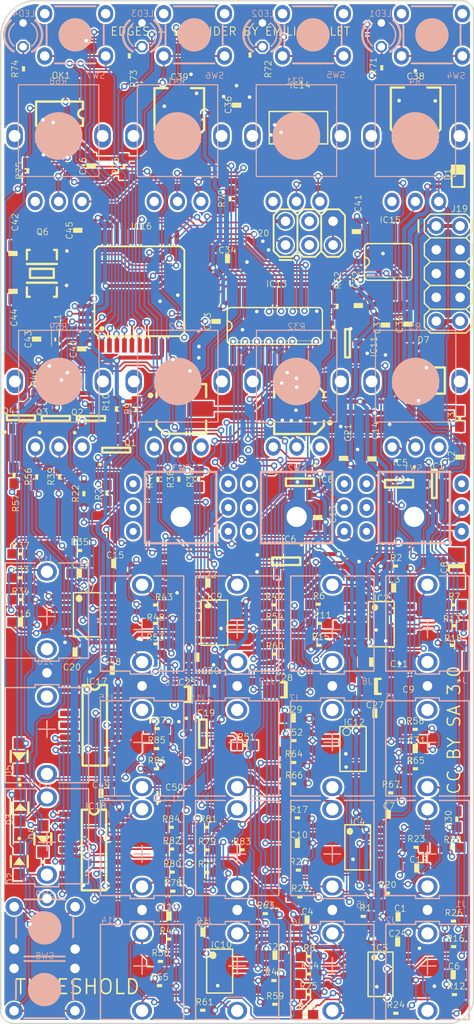
<source format=kicad_pcb>
(kicad_pcb (version 20240108) (generator "pcbnew") (generator_version "8.0")
  (layers (0 "F.Cu" signal) (31 "B.Cu" signal) (34 "B.Paste" user) (35 "F.Paste" user) (36 "B.SilkS" user "B.Silkscreen") (37 "F.SilkS" user "F.Silkscreen") (38 "B.Mask" user) (39 "F.Mask" user) (44 "Edge.Cuts" user))
  (net 0 "")
  (net 1 "S$1")
  (net 2 "S$2")
  (net 3 "+3V3")
  (net 4 "ADC_MISO")
  (net 5 "ADC_MOSI")
  (net 6 "ADC_SCK")
  (net 7 "ADC_SS")
  (net 8 "AREF")
  (net 9 "AREF_-10")
  (net 10 "CH1")
  (net 11 "CH2")
  (net 12 "CH3")
  (net 13 "CH4")
  (net 14 "CH5")
  (net 15 "CH6")
  (net 16 "CH7")
  (net 17 "CH8")
  (net 18 "CHANNEL1")
  (net 19 "CHANNEL2")
  (net 20 "CHANNEL3")
  (net 21 "CHANNEL4")
  (net 22 "CHANNEL1_BUFFERED")
  (net 23 "CHANNEL1_RETURN")
  (net 24 "CHANNEL2_BUFFERED")
  (net 25 "CHANNEL2_RETURN")
  (net 26 "CHANNEL3_BUFFERED")
  (net 27 "CHANNEL3_RETURN")
  (net 28 "CHANNEL4_BUFFERED")
  (net 29 "CHANNEL4_RETURN")
  (net 30 "COARSE1")
  (net 31 "COARSE2")
  (net 32 "COARSE3")
  (net 33 "COARSE4")
  (net 34 "CV1")
  (net 35 "CV2")
  (net 36 "CV3")
  (net 37 "CV4")
  (net 38 "DAC_MOSI")
  (net 39 "DAC_SCK")
  (net 40 "DAC_SS")
  (net 41 "FM1")
  (net 42 "FM2")
  (net 43 "FM3")
  (net 44 "FM4")
  (net 45 "GATE1")
  (net 46 "GATE2")
  (net 47 "GATE3")
  (net 48 "GATE4")
  (net 49 "GATE1_IN")
  (net 50 "GATE1_LED")
  (net 51 "GATE2_IN")
  (net 52 "GATE2_LED")
  (net 53 "GATE3_IN")
  (net 54 "GATE3_LED")
  (net 55 "GATE4_IN")
  (net 56 "GATE4_LED")
  (net 57 "GND")
  (net 58 "MIDI_IN")
  (net 59 "MIX")
  (net 60 "N$1")
  (net 61 "N$2")
  (net 62 "N$3")
  (net 63 "N$4")
  (net 64 "N$5")
  (net 65 "N$6")
  (net 66 "N$7")
  (net 67 "N$8")
  (net 68 "N$9")
  (net 69 "N$11")
  (net 70 "N$12")
  (net 71 "N$13")
  (net 72 "N$15")
  (net 73 "N$18")
  (net 74 "N$19")
  (net 75 "N$20")
  (net 76 "N$21")
  (net 77 "N$22")
  (net 78 "N$23")
  (net 79 "N$24")
  (net 80 "N$25")
  (net 81 "N$26")
  (net 82 "N$27")
  (net 83 "N$28")
  (net 84 "N$29")
  (net 85 "N$30")
  (net 86 "N$31")
  (net 87 "N$32")
  (net 88 "N$33")
  (net 89 "N$34")
  (net 90 "N$35")
  (net 91 "N$36")
  (net 92 "N$37")
  (net 93 "N$38")
  (net 94 "N$39")
  (net 95 "N$40")
  (net 96 "N$41")
  (net 97 "N$42")
  (net 98 "N$43")
  (net 99 "N$44")
  (net 100 "N$45")
  (net 101 "N$46")
  (net 102 "N$48")
  (net 103 "N$49")
  (net 104 "N$50")
  (net 105 "N$51")
  (net 106 "N$52")
  (net 107 "N$56")
  (net 108 "N$58")
  (net 109 "N$59")
  (net 110 "N$60")
  (net 111 "N$61")
  (net 112 "N$64")
  (net 113 "N$82")
  (net 114 "N$83")
  (net 115 "N$40000")
  (net 116 "NES_TRIANGLE_CLK")
  (net 117 "Net_0")
  (net 118 "Net_1")
  (net 119 "Net_56")
  (net 120 "Net_57")
  (net 121 "Net_101")
  (net 122 "Net_113")
  (net 123 "Net_131")
  (net 124 "Net_132")
  (net 125 "Net_133")
  (net 126 "Net_134")
  (net 127 "Net_135")
  (net 128 "Net_136")
  (net 129 "Net_137")
  (net 130 "Net_138")
  (net 131 "Net_139")
  (net 132 "PDICLK")
  (net 133 "PDIDATA")
  (net 134 "SW1")
  (net 135 "SW2")
  (net 136 "SW3")
  (net 137 "SW4")
  (net 138 "SW_MIDI_LEARN")
  (net 139 "SW_MIDI_MODE")
  (net 140 "SYNC_SWITCH")
  (net 141 "VCC")
  (net 142 "VEE")
  (footprint "threshold:RES_0603_R7" (layer "F.Cu") (at 167.6195 140.796922)
    (property "Reference" "R23" (hide yes))
    (property "Value" "24.9k" (hide yes))
  )
  (footprint "threshold:RES_0603_R2" (layer "F.Cu") (at 139.950333 128.138355 180)
    (property "Reference" "R87" (hide yes))
    (property "Value" "30k" (hide yes))
  )
  (footprint "threshold:CAP_0603_C4" (layer "F.Cu") (at 141.229 148.142888 180)
    (property "Reference" "C23" (hide yes))
    (property "Value" "100p" (hide yes))
  )
  (footprint "threshold:RES_0603_R7" (layer "F.Cu") (at 155.049167 143.231388)
    (property "Reference" "R27" (hide yes))
    (property "Value" "200k" (hide yes))
  )
  (footprint "threshold:SOT23-5" (layer "F.Cu") (at 153.7524 110.259188 -90)
    (property "Reference" "IC6" (hide yes))
    (property "Value" "74AHC1G86DBV" (hide yes))
  )
  (footprint "threshold:CAP_0603" (layer "F.Cu") (at 165.226833 113.098755)
    (property "Reference" "C3" (hide yes))
    (property "Value" "100n" (hide yes))
  )
  (footprint "threshold:SOIC-14_150mil" (layer "F.Cu") (at 133.301867 127.779755)
    (property "Reference" "IC17" (hide yes))
    (property "Value" "M74HC4024M1R" (hide yes))
  )
  (footprint "threshold:SOT23_Q2" (layer "F.Cu") (at 129.144733 94.997888 90)
    (property "Reference" "Q3" (hide yes))
    (property "Value" "MMBT3904" (hide yes))
  )
  (footprint "threshold:RES_0603_R3" (layer "F.Cu") (at 171.507 119.262188 180)
    (property "Reference" "R18" (hide yes))
    (property "Value" "10k" (hide yes))
  )
  (footprint "threshold:SO08" (layer "F.Cu") (at 146.6333 154.005522 -90)
    (property "Reference" "IC10" (hide yes))
    (property "Value" "MCP6002" (hide yes))
  )
  (footprint "threshold:CAP_0603_C20" (layer "F.Cu") (at 131.191533 119.959422)
    (property "Reference" "C20" (hide yes))
    (property "Value" "100n" (hide yes))
  )
  (footprint "threshold:CAP_1206_C28" (layer "F.Cu") (at 153.491933 123.991788 180)
    (property "Reference" "C28" (hide yes))
    (property "Value" "10u" (hide yes))
  )
  (footprint "threshold:RES_0603_R3" (layer "F.Cu") (at 125.384067 114.360822 180)
    (property "Reference" "R34" (hide yes))
    (property "Value" "100k" (hide yes))
  )
  (footprint "threshold:RES_0603_R7" (layer "F.Cu") (at 156.116067 156.505088)
    (property "Reference" "R25" (hide yes))
    (property "Value" "200k" (hide yes))
  )
  (footprint "threshold:CAP_0603_C32" (layer "F.Cu") (at 161.450067 82.956522 -90)
    (property "Reference" "C32" (hide yes))
    (property "Value" "470n" (hide yes))
  )
  (footprint "threshold:CAP_0603_C4" (layer "F.Cu") (at 155.9761 148.567388 180)
    (property "Reference" "C4" (hide yes))
    (property "Value" "100p" (hide yes))
  )
  (footprint "threshold:RES_0603_R7" (layer "F.Cu") (at 155.2079 146.088888)
    (property "Reference" "R29" (hide yes))
    (property "Value" "100k" (hide yes))
  )
  (footprint "threshold:RES_0603_R7" (layer "F.Cu") (at 140.3157 152.974522)
    (property "Reference" "R50" (hide yes))
    (property "Value" "100k" (hide yes))
  )
  (footprint "threshold:RES_0603_R3" (layer "F.Cu") (at 134.605633 102.969122 -90)
    (property "Reference" "R21" (hide yes))
    (property "Value" "100k" (hide yes))
  )
  (footprint "threshold:RES_0603_R62" (layer "F.Cu") (at 159.1952 83.040055 -90)
    (property "Reference" "R62" (hide yes))
    (property "Value" "1k" (hide yes))
  )
  (footprint "threshold:RES_0603_R75" (layer "F.Cu") (at 145.265833 141.075888)
    (property "Reference" "R79" (hide yes))
    (property "Value" "10k" (hide yes))
  )
  (footprint "threshold:RES_0603_R75" (layer "F.Cu") (at 145.261767 143.469255)
    (property "Reference" "R77" (hide yes))
    (property "Value" "10k" (hide yes))
  )
  (footprint "threshold:RES_0603_R3" (layer "F.Cu") (at 132.149 103.045655 -90)
    (property "Reference" "R22" (hide yes))
    (property "Value" "100k" (hide yes))
  )
  (footprint "threshold:RES_0603_R3" (layer "F.Cu") (at 154.936633 137.675155 180)
    (property "Reference" "R17" (hide yes))
    (property "Value" "24.9k" (hide yes))
  )
  (footprint "threshold:CAP_0603_C2" (layer "F.Cu") (at 166.741133 84.942822 -90)
    (property "Reference" "C35" (hide yes))
    (property "Value" "1u" (hide yes))
  )
  (footprint "threshold:RES_0603_R3" (layer "F.Cu") (at 140.051967 101.511988 -90)
    (property "Reference" "R40" (hide yes))
    (property "Value" "100k" (hide yes))
  )
  (footprint "threshold:RES_0603" (layer "F.Cu") (at 149.321833 129.912488)
    (property "Reference" "R51" (hide yes))
    (property "Value" "200k" (hide yes))
  )
  (footprint "threshold:SO08" (layer "F.Cu") (at 132.426733 115.950988 -90)
    (property "Reference" "IC7" (hide yes))
    (property "Value" "TL072D" (hide yes))
  )
  (footprint "threshold:AVR_ICSP" (layer "F.Cu") (at 171.039667 79.535755)
    (property "Reference" "J19" (hide yes))
    (property "Value" "M05X2PTH" (hide yes))
  )
  (footprint "threshold:RES_0603_R3" (layer "F.Cu") (at 142.287967 101.503522 -90)
    (property "Reference" "R38" (hide yes))
    (property "Value" "100k" (hide yes))
  )
  (footprint "threshold:RES_0603_R75" (layer "F.Cu") (at 136.411133 68.108488 90)
    (property "Reference" "R76" (hide yes))
    (property "Value" "4.7k" (hide yes))
  )
  (footprint "threshold:CAP_0603_C4" (layer "F.Cu") (at 154.936633 140.373922 180)
    (property "Reference" "C10" (hide yes))
    (property "Value" "100p" (hide yes))
  )
  (footprint "threshold:RES_0603" (layer "F.Cu") (at 131.6698 109.092855)
    (property "Reference" "R35" (hide yes))
    (property "Value" "33k" (hide yes))
  )
  (footprint "threshold:CAP_0603_C17" (layer "F.Cu") (at 148.4571 61.547355 90)
    (property "Reference" "C36" (hide yes))
    (property "Value" "100n" (hide yes))
  )
  (footprint "threshold:CAP_0603_C2" (layer "F.Cu") (at 164.354 85.039155 -90)
    (property "Reference" "C37" (hide yes))
    (property "Value" "100n" (hide yes))
  )
  (footprint "threshold:CAP_0603_C4" (layer "F.Cu") (at 125.350933 116.748922 180)
    (property "Reference" "C16" (hide yes))
    (property "Value" "18p" (hide yes))
  )
  (footprint "threshold:CAP_1206_C9" (layer "F.Cu") (at 163.537333 123.617488)
    (property "Reference" "C9" (hide yes))
    (property "Value" "10u" (hide yes))
  )
  (footprint "threshold:RES_0603" (layer "F.Cu") (at 164.546133 145.692955)
    (property "Reference" "R20" (hide yes))
    (property "Value" "1k" (hide yes))
  )
  (footprint "threshold:RES_0603_R45" (layer "F.Cu") (at 130.921333 92.082755 -90)
    (property "Reference" "R45" (hide yes))
    (property "Value" "10k" (hide yes))
  )
  (footprint "threshold:SOT223" (layer "F.Cu") (at 155.052067 63.959822)
    (property "Reference" "IC14" (hide yes))
    (property "Value" "LM1117-3.3" (hide yes))
  )
  (footprint "threshold:CAP_0603" (layer "F.Cu") (at 163.2197 126.507255)
    (property "Reference" "C27" (hide yes))
    (property "Value" "100n" (hide yes))
  )
  (footprint "threshold:RES_0603_R2" (layer "F.Cu") (at 139.885967 132.441422 180)
    (property "Reference" "R86" (hide yes))
    (property "Value" "10k" (hide yes))
  )
  (footprint "threshold:CAP_0603_C2" (layer "F.Cu") (at 172.295067 99.146922 -90)
    (property "Reference" "C2" (hide yes))
    (property "Value" "470n" (hide yes))
  )
  (footprint "threshold:RES_0603_R57" (layer "F.Cu") (at 124.6841 101.111955 -90)
    (property "Reference" "R57" (hide yes))
    (property "Value" "100k" (hide yes))
  )
  (footprint "threshold:CAP_0603" (layer "F.Cu") (at 164.655033 137.273522)
    (property "Reference" "C7" (hide yes))
    (property "Value" "100n" (hide yes))
  )
  (footprint "threshold:RES_0603_R7" (layer "F.Cu") (at 167.5189 128.198855)
    (property "Reference" "R58" (hide yes))
    (property "Value" "24.9k" (hide yes))
  )
  (footprint "threshold:CAP_1206" (layer "F.Cu") (at 143.192233 124.474088 180)
    (property "Reference" "C25" (hide yes))
    (property "Value" "10u" (hide yes))
  )
  (footprint "threshold:RES_0603_R78" (layer "F.Cu") (at 141.554433 143.460455 180)
    (property "Reference" "R80" (hide yes))
    (property "Value" "20k" (hide yes))
  )
  (footprint "threshold:RES_0603_R78" (layer "F.Cu") (at 141.502267 140.997122 180)
    (property "Reference" "R82" (hide yes))
    (property "Value" "20k" (hide yes))
  )
  (footprint "threshold:RES_0603_R3" (layer "F.Cu") (at 157.276733 116.902155 180)
    (property "Reference" "R11" (hide yes))
    (property "Value" "33k" (hide yes))
  )
  (footprint "threshold:CAP_0603_C30" (layer "F.Cu") (at 144.2113 120.513388 180)
    (property "Reference" "C30" (hide yes))
    (property "Value" "100n" (hide yes))
  )
  (footprint "threshold:0603" (layer "F.Cu") (at 129.084267 86.476522 90)
    (property "Reference" "L1" (hide yes))
    (property "Value" "WE-CBF_0603" (hide yes))
  )
  (footprint "threshold:RES_0603_R7" (layer "F.Cu") (at 139.842967 119.070922)
    (property "Reference" "R53" (hide yes))
    (property "Value" "10k" (hide yes))
  )
  (footprint "threshold:SO16" (layer "F.Cu") (at 152.527534 85.122255)
    (property "Reference" "IC13" (hide yes))
    (property "Value" "MCP3208" (hide yes))
  )
  (footprint "threshold:CAP_0603" (layer "F.Cu") (at 167.526667 130.264155)
    (property "Reference" "C31" (hide yes))
    (property "Value" "100p" (hide yes))
  )
  (footprint "threshold:CAP_0603_C13" (layer "F.Cu") (at 157.098933 105.579555 90)
    (property "Reference" "C13" (hide yes))
    (property "Value" "100n" (hide yes))
  )
  (footprint "threshold:RES_0603" (layer "F.Cu") (at 125.6776 57.674455 90)
    (property "Reference" "R74" (hide yes))
    (property "Value" "100" (hide yes))
  )
  (footprint "threshold:RES_0603_R3" (layer "F.Cu") (at 144.3971 101.475655 -90)
    (property "Reference" "R36" (hide yes))
    (property "Value" "100k" (hide yes))
  )
  (footprint "threshold:SO08" (layer "F.Cu") (at 145.998433 116.814255 -90)
    (property "Reference" "IC9" (hide yes))
    (property "Value" "TL072D" (hide yes))
  )
  (footprint "threshold:RES_0603_R78" (layer "F.Cu") (at 141.633367 145.500688 180)
    (property "Reference" "R78" (hide yes))
    (property "Value" "20k" (hide yes))
  )
  (footprint "threshold:CAP_0603_C2" (layer "F.Cu") (at 135.3166 110.497288 180)
    (property "Reference" "C15" (hide yes))
    (property "Value" "100n" (hide yes))
  )
  (footprint "threshold:SO08" (layer "F.Cu") (at 163.836367 116.994122 -90)
    (property "Reference" "IC2" (hide yes))
    (property "Value" "TL072D" (hide yes))
  )
  (footprint "threshold:SOD-123F_D3" (layer "F.Cu") (at 125.303933 136.600755 -90)
    (property "Reference" "D3" (hide yes))
    (property "Value" "1N4148" (hide yes))
  )
  (footprint "threshold:RES_0603" (layer "F.Cu") (at 147.737333 71.538588 90)
    (property "Reference" "R70" (hide yes))
    (property "Value" "39k" (hide yes))
  )
  (footprint "threshold:RES_0603_R7" (layer "F.Cu") (at 140.212633 155.563222)
    (property "Reference" "R55" (hide yes))
    (property "Value" "200k" (hide yes))
  )
  (footprint "threshold:RES_0603_R78" (layer "F.Cu") (at 149.022633 141.085888 180)
    (property "Reference" "R83" (hide yes))
    (property "Value" "20k" (hide yes))
  )
  (footprint "threshold:CAP_0603_C4" (layer "F.Cu") (at 127.091467 86.538588 -90)
    (property "Reference" "C43" (hide yes))
    (property "Value" "100n" (hide yes))
  )
  (footprint "threshold:RES_0603_R2" (layer "F.Cu") (at 155.767933 158.685088 180)
    (property "Reference" "R19" (hide yes))
    (property "Value" "200k" (hide yes))
  )
  (footprint "threshold:RES_0603" (layer "F.Cu") (at 163.9394 57.560622 90)
    (property "Reference" "R71" (hide yes))
    (property "Value" "100" (hide yes))
  )
  (footprint "threshold:2X3" (layer "F.Cu") (at 153.670367 76.485555)
    (property "Reference" "J20" (hide yes))
    (property "Value" "AVR_SPI_PRG_6PTH" (hide yes))
  )
  (footprint "threshold:CAP_0603" (layer "F.Cu") (at 165.694733 148.227155)
    (property "Reference" "C1" (hide yes))
    (property "Value" "470n" (hide yes))
  )
  (footprint "threshold:RES_0603_R75" (layer "F.Cu") (at 139.894167 130.255522)
    (property "Reference" "R85" (hide yes))
    (property "Value" "1k" (hide yes))
  )
  (footprint "threshold:CAP_0603" (layer "F.Cu") (at 152.55 152.331555)
    (property "Reference" "C26" (hide yes))
    (property "Value" "100p" (hide yes))
  )
  (footprint "threshold:RES_0603_R7" (layer "F.Cu") (at 156.1189 154.318788)
    (property "Reference" "R14" (hide yes))
    (property "Value" "100k" (hide yes))
  )
  (footprint "threshold:RES_0603" (layer "F.Cu") (at 161.980667 148.165888)
    (property "Reference" "R1" (hide yes))
    (property "Value" "2k" (hide yes))
  )
  (footprint "threshold:SOT23-5_IC8" (layer "F.Cu") (at 155.209333 101.813588 -90)
    (property "Reference" "IC8" (hide yes))
    (property "Value" "74AHC1G86DBV" (hide yes))
  )
  (footprint "threshold:SOD-123F_D4" (layer "F.Cu") (at 127.7546 139.902722 90)
    (property "Reference" "D4" (hide yes))
    (property "Value" "1N4148" (hide yes))
  )
  (footprint "threshold:RES_0603_R7" (layer "F.Cu") (at 171.708467 156.524855)
    (property "Reference" "R12" (hide yes))
    (property "Value" "24.9k" (hide yes))
  )
  (footprint "threshold:SOIC-8_150mil" (layer "F.Cu") (at 129.534 62.466222 -90)
    (property "Reference" "OK1" (hide yes))
    (property "Value" "6N137" (hide yes))
  )
  (footprint "threshold:RES_0603_R3" (layer "F.Cu") (at 139.803733 116.902088 180)
    (property "Reference" "R48" (hide yes))
    (property "Value" "33k" (hide yes))
  )
  (footprint "threshold:RES_0603_R3" (layer "F.Cu") (at 171.498667 140.866022 180)
    (property "Reference" "R28" (hide yes))
    (property "Value" "200k" (hide yes))
  )
  (footprint "threshold:RES_0603_R72" (layer "F.Cu") (at 149.869133 56.187588 90)
    (property "Reference" "R72" (hide yes))
    (property "Value" "100" (hide yes))
  )
  (footprint "threshold:RES_0603_R3" (layer "F.Cu") (at 141.200867 150.616122 180)
    (property "Reference" "R44" (hide yes))
    (property "Value" "24.9k" (hide yes))
  )
  (footprint "threshold:SO08" (layer "F.Cu") (at 163.736467 154.336255 -90)
    (property "Reference" "IC3" (hide yes))
    (property "Value" "MCP6002" (hide yes))
  )
  (footprint "threshold:CAP_0603_C17" (layer "F.Cu") (at 131.6613 111.541055)
    (property "Reference" "C17" (hide yes))
    (property "Value" "18p" (hide yes))
  )
  (footprint "threshold:RES_0603_R7" (layer "F.Cu") (at 152.4303 155.021188)
    (property "Reference" "R47" (hide yes))
    (property "Value" "24.9k" (hide yes))
  )
  (footprint "threshold:SOT23" (layer "F.Cu") (at 169.5597 102.002809 180)
    (property "Reference" "IC1" (hide yes))
    (property "Value" "LM4040 10V" (hide yes))
  )
  (footprint "threshold:CAPAE-5.3x5.3h7" (layer "F.Cu") (at 155.114332 94.019155 180)
    (property "Reference" "C18" (hide yes))
    (property "Value" "47u" (hide yes))
  )
  (footprint "threshold:CAP_0603_C44" (layer "F.Cu") (at 124.569567 81.436688 -90)
    (property "Reference" "C44" (hide yes))
    (property "Value" "18p" (hide yes))
  )
  (footprint "threshold:RES_0603_R7" (layer "F.Cu") (at 154.539933 134.006588)
    (property "Reference" "R66" (hide yes))
    (property "Value" "100k" (hide yes))
  )
  (footprint "threshold:SO08_IC15" (layer "F.Cu") (at 164.653099 78.292188)
    (property "Reference" "IC15" (hide yes))
    (property "Value" "MCP4822" (hide yes))
  )
  (footprint "threshold:RES_0603_R7" (layer "F.Cu") (at 152.4463 114.911822)
    (property "Reference" "R49" (hide yes))
    (property "Value" "1k" (hide yes))
  )
  (footprint "threshold:CAP_0603_C2" (layer "F.Cu") (at 146.2551 84.646188 -90)
    (property "Reference" "C33" (hide yes))
    (property "Value" "1u" (hide yes))
  )
  (footprint "threshold:RES_0603_R3" (layer "F.Cu") (at 157.1545 114.859088 180)
    (property "Reference" "R6" (hide yes))
    (property "Value" "1k" (hide yes))
  )
  (footprint "threshold:CAP_0603_C14" (layer "F.Cu") (at 159.8675 99.267488 90)
    (property "Reference" "C21" (hide yes))
    (property "Value" "100n" (hide yes))
  )
  (footprint "threshold:SO08" (layer "F.Cu") (at 161.2947 140.888022 -90)
    (property "Reference" "IC4" (hide yes))
    (property "Value" "MCP6002" (hide yes))
  )
  (footprint "threshold:RES_0603_R43" (layer "F.Cu") (at 139.802567 114.937322 180)
    (property "Reference" "R43" (hide yes))
    (property "Value" "1k" (hide yes))
  )
  (footprint "threshold:CAP_0603_C11" (layer "F.Cu") (at 162.8591 121.025655 180)
    (property "Reference" "C11" (hide yes))
    (property "Value" "100n" (hide yes))
  )
  (footprint "threshold:SOT23-5" (layer "F.Cu") (at 165.790967 101.973155 -90)
    (property "Reference" "IC5" (hide yes))
    (property "Value" "74AHC1G125GV" (hide yes))
  )
  (footprint "threshold:RES_0603" (layer "F.Cu") (at 164.9006 134.980388)
    (property "Reference" "R67" (hide yes))
    (property "Value" "100k" (hide yes))
  )
  (footprint "threshold:SOD123" (layer "F.Cu") (at 172.0996 69.168488 -90)
    (property "Reference" "D1" (hide yes))
    (property "Value" "1N5819HW" (hide yes))
  )
  (footprint "threshold:SOT23-5_IC19" (layer "F.Cu") (at 144.845467 128.663588)
    (property "Reference" "IC19" (hide yes))
    (property "Value" "LM321MF" (hide yes))
  )
  (footprint "threshold:RES_0603_R7" (layer "F.Cu") (at 125.357967 109.470088)
    (property "Reference" "R37" (hide yes))
    (property "Value" "100k" (hide yes))
  )
  (footprint "threshold:RES_0603" (layer "F.Cu") (at 165.453467 158.516355)
    (property "Reference" "R24" (hide yes))
    (property "Value" "100k" (hide yes))
  )
  (footprint "threshold:RES_0603_R2" (layer "F.Cu") (at 144.836867 158.216888 180)
    (property "Reference" "R61" (hide yes))
    (property "Value" "200k" (hide yes))
  )
  (footprint "threshold:RES_0603_R7" (layer "F.Cu") (at 157.249333 119.226888)
    (property "Reference" "R15" (hide yes))
    (property "Value" "10k" (hide yes))
  )
  (footprint "threshold:RES_0603_R7" (layer "F.Cu") (at 171.635333 114.912155)
    (property "Reference" "R7" (hide yes))
    (property "Value" "1k" (hide yes))
  )
  (footprint "threshold:CAP_0603" (layer "F.Cu") (at 171.590833 154.405822)
    (property "Reference" "C6" (hide yes))
    (property "Value" "100p" (hide yes))
  )
  (footprint "threshold:CAP_0603" (layer "F.Cu") (at 145.390967 112.581155)
    (property "Reference" "C22" (hide yes))
    (property "Value" "100n" (hide yes))
  )
  (footprint "threshold:SOT23_Q1" (layer "F.Cu") (at 135.5979 98.391422 90)
    (property "Reference" "Q1" (hide yes))
    (property "Value" "MMBT3904" (hide yes))
  )
  (footprint "threshold:RES_0603_R3" (layer "F.Cu") (at 154.562933 129.424455 180)
    (property "Reference" "R52" (hide yes))
    (property "Value" "24.9k" (hide yes))
  )
  (footprint "threshold:RES_0603_R78" (layer "F.Cu") (at 141.453933 138.682255 180)
    (property "Reference" "R84" (hide yes))
    (property "Value" "20k" (hide yes))
  )
  (footprint "threshold:CAP_0603_C2" (layer "F.Cu") (at 131.905367 87.583588 -90)
    (property "Reference" "C40" (hide yes))
    (property "Value" "100n" (hide yes))
  )
  (footprint "threshold:RES_0603_R2" (layer "F.Cu") (at 171.6085 148.697888 180)
    (property "Reference" "R26" (hide yes))
    (property "Value" "200k" (hide yes))
  )
  (footprint "threshold:RES_0603_R3" (layer "F.Cu") (at 171.9676 137.808088 -90)
    (property "Reference" "R30" (hide yes))
    (property "Value" "100k" (hide yes))
  )
  (footprint "threshold:CAP_0603_C46" (layer "F.Cu") (at 135.171333 121.901722 180)
    (property "Reference" "C48" (hide yes))
    (property "Value" "100n" (hide yes))
  )
  (footprint "threshold:RES_0603_R3" (layer "F.Cu") (at 172.282333 95.027422 -90)
    (property "Reference" "R3" (hide yes))
    (property "Value" "300" (hide yes))
  )
  (footprint "threshold:RES_0603_R10" (layer "F.Cu") (at 135.596433 94.001288 90)
    (property "Reference" "R10" (hide yes))
    (property "Value" "10k" (hide yes))
  )
  (footprint "threshold:RES_0603_R7" (layer "F.Cu") (at 154.542233 131.736555)
    (property "Reference" "R64" (hide yes))
    (property "Value" "200k" (hide yes))
  )
  (footprint "threshold:CAP_0603_C46" (layer "F.Cu") (at 132.924867 68.061355 -90)
    (property "Reference" "C46" (hide yes))
    (property "Value" "100n" (hide yes))
  )
  (footprint "threshold:CAP_0603_C14" (layer "F.Cu") (at 162.902167 99.313755 90)
    (property "Reference" "C14" (hide yes))
    (property "Value" "100n" (hide yes))
  )
  (footprint "threshold:CAPAE-5.3x5.3h7_C38" (layer "F.Cu") (at 167.5684 62.32122 90)
    (property "Reference" "C38" (hide yes))
    (property "Value" "47u" (hide yes))
  )
  (footprint "threshold:CAP_0603" (layer "F.Cu") (at 167.6901 143.008555)
    (property "Reference" "C12" (hide yes))
    (property "Value" "100p" (hide yes))
  )
  (footprint "threshold:RES_0603_R3" (layer "F.Cu") (at 171.62 151.421888 180)
    (property "Reference" "R16" (hide yes))
    (property "Value" "200k" (hide yes))
  )
  (footprint "threshold:CAP_0603_C17" (layer "F.Cu") (at 165.653367 150.912322)
    (property "Reference" "C24" (hide yes))
    (property "Value" "100n" (hide yes))
  )
  (footprint "threshold:CAP_1206" (layer "F.Cu") (at 171.916833 110.987555 -90)
    (property "Reference" "C8" (hide yes))
    (property "Value" "10u" (hide yes))
  )
  (footprint "threshold:CAPAE-5.3x5.3h7_C38" (layer "F.Cu") (at 142.3262 62.385387 90)
    (property "Reference" "C39" (hide yes))
    (property "Value" "47u" (hide yes))
  )
  (footprint "threshold:TQFP44" (layer "F.Cu") (at 138.066133 81.422755 90)
    (property "Reference" "IC16" (hide yes))
    (property "Value" "ATXMEGA32A4U-AU" (hide yes))
  )
  (footprint "threshold:RES_0603_R7" (layer "F.Cu") (at 152.506533 117.056388)
    (property "Reference" "R54" (hide yes))
    (property "Value" "82k" (hide yes))
  )
  (footprint "threshold:SO08" (layer "F.Cu") (at 160.806367 130.243555 -90)
    (property "Reference" "IC12" (hide yes))
    (property "Value" "MCP6002" (hide yes))
  )
  (footprint "threshold:CAP_0603_C41" (layer "F.Cu") (at 161.237667 75.057655 -90)
    (property "Reference" "C41" (hide yes))
    (property "Value" "100n" (hide yes))
  )
  (footprint "threshold:CAPAE-5.3x5.3h7_C19" (layer "F.Cu") (at 142.543001 93.988988)
    (property "Reference" "C19" (hide yes))
    (property "Value" "47u" (hide yes))
  )
  (footprint "threshold:SOD-123F" (layer "F.Cu") (at 125.235067 142.317522 -90)
    (property "Reference" "D2" (hide yes))
    (property "Value" "1N4148" (hide yes))
  )
  (footprint "threshold:RES_0603_R13" (layer "F.Cu") (at 171.6912 117.126722)
    (property "Reference" "R13" (hide yes))
    (property "Value" "33k" (hide yes))
  )
  (footprint "threshold:RES_0603_R78" (layer "F.Cu") (at 145.2409 138.671155 180)
    (property "Reference" "R81" (hide yes))
    (property "Value" "10k" (hide yes))
  )
  (footprint "threshold:RES_0603_R2" (layer "F.Cu") (at 165.415367 110.779255 180)
    (property "Reference" "R2" (hide yes))
    (property "Value" "10k" (hide yes))
  )
  (footprint "threshold:SOT23_Q2" (layer "F.Cu") (at 125.4248 94.941322 90)
    (property "Reference" "Q4" (hide yes))
    (property "Value" "MMBT3904" (hide yes))
  )
  (footprint "threshold:SOD-123F_D5" (layer "F.Cu") (at 125.226233 131.097322 90)
    (property "Reference" "D5" (hide yes))
    (property "Value" "1N4148" (hide yes))
  )
  (footprint "threshold:SOT23_IC11" (layer "F.Cu") (at 160.28733 86.981555)
    (property "Reference" "IC11" (hide yes))
    (property "Value" "LM4040B25" (hide yes))
  )
  (footprint "threshold:CAP_0603_C42" (layer "F.Cu") (at 124.564267 77.388755 90)
    (property "Reference" "C42" (hide yes))
    (property "Value" "18p" (hide yes))
  )
  (footprint "threshold:RES_0603_R3" (layer "F.Cu") (at 152.5364 157.579422 180)
    (property "Reference" "R59" (hide yes))
    (property "Value" "100k" (hide yes))
  )
  (footprint "threshold:CAP_0603_C4" (layer "F.Cu") (at 144.8442 149.856755 180)
    (property "Reference" "C5" (hide yes))
    (property "Value" "100n" (hide yes))
  )
  (footprint "threshold:RES_0603_R75" (layer "F.Cu") (at 126.134733 68.571688 90)
    (property "Reference" "R75" (hide yes))
    (property "Value" "220" (hide yes))
  )
  (footprint "threshold:CAP_0603_C46" (layer "F.Cu") (at 133.964933 135.040188 180)
    (property "Reference" "C49" (hide yes))
    (property "Value" "100n" (hide yes))
  )
  (footprint "threshold:RES_0603_R3" (layer "F.Cu") (at 127.110267 101.252055 -90)
    (property "Reference" "R56" (hide yes))
    (property "Value" "100k" (hide yes))
  )
  (footprint "threshold:RES_0603_R73" (layer "F.Cu") (at 136.980367 56.286188 90)
    (property "Reference" "R73" (hide yes))
    (property "Value" "100" (hide yes))
  )
  (footprint "threshold:RES_0603_R3" (layer "F.Cu") (at 156.149067 152.458588 180)
    (property "Reference" "R8" (hide yes))
    (property "Value" "24.9k" (hide yes))
  )
  (footprint "threshold:RES_0603_R3" (layer "F.Cu") (at 152.4944 120.186922 180)
    (property "Reference" "R60" (hide yes))
    (property "Value" "10k" (hide yes))
  )
  (footprint "threshold:RES_0603_R2" (layer "F.Cu") (at 151.506867 147.903155 180)
    (property "Reference" "R63" (hide yes))
    (property "Value" "200k" (hide yes))
  )
  (footprint "threshold:SOT23_Q2" (layer "F.Cu") (at 132.887967 95.000688 90)
    (property "Reference" "Q2" (hide yes))
    (property "Value" "MMBT3904" (hide yes))
  )
  (footprint "threshold:CAP_0805" (layer "F.Cu") (at 141.993167 135.538422)
    (property "Reference" "C50" (hide yes))
    (property "Value" "1u" (hide yes))
  )
  (footprint "threshold:RES_0603_R3" (layer "F.Cu") (at 125.314833 112.040688 180)
    (property "Reference" "R33" (hide yes))
    (property "Value" "1k" (hide yes))
  )
  (footprint "threshold:RES_0603" (layer "F.Cu") (at 137.737233 94.043455 90)
    (property "Reference" "R9" (hide yes))
    (property "Value" "10k" (hide yes))
  )
  (footprint "threshold:CAP_0603_C4" (layer "F.Cu") (at 131.483767 74.918088 -90)
    (property "Reference" "C45" (hide yes))
    (property "Value" "100n" (hide yes))
  )
  (footprint "threshold:SOIC-14_150mil" (layer "F.Cu") (at 133.215867 141.094055)
    (property "Reference" "IC18" (hide yes))
    (property "Value" "74LS86D" (hide yes))
  )
  (footprint "threshold:RES_0603_R3" (layer "F.Cu") (at 129.5367 101.246455 -90)
    (property "Reference" "R39" (hide yes))
    (property "Value" "39k" (hide yes))
  )
  (footprint "threshold:RES_0603_R3" (layer "F.Cu") (at 167.5443 132.427655 180)
    (property "Reference" "R65" (hide yes))
    (property "Value" "200k" (hide yes))
  )
  (footprint "threshold:CAP_0603" (layer "F.Cu") (at 147.483167 77.934588)
    (property "Reference" "C34" (hide yes))
    (property "Value" "100n" (hide yes))
  )
  (footprint "threshold:SOP-4_6.5x2.54" (layer "F.Cu") (at 168.334733 90.960522 90)
    (property "Reference" "D7" (hide yes))
    (property "Value" "MB1S" (hide yes))
  )
  (footprint "threshold:RES_0603_R45" (layer "F.Cu") (at 127.564733 92.049555 -90)
    (property "Reference" "R46" (hide yes))
    (property "Value" "10k" (hide yes))
  )
  (footprint "threshold:CAP_0603_C4" (layer "F.Cu") (at 154.4989 126.987955 180)
    (property "Reference" "C29" (hide yes))
    (property "Value" "100p" (hide yes))
  )
  (footprint "threshold:TSC_7A_crystal" (layer "F.Cu") (at 127.650433 79.511288 -90)
    (property "Reference" "Q6" (hide yes))
    (property "Value" "8MHz" (hide yes))
  )
  (footprint "threshold:TACTILE-PTH_SW9" (layer "B.Cu") (at 127.947267 149.414655)
    (property "Reference" "SW9" (hide yes))
    (property "Value" "TAC_SWITCHPTH" (hide yes))
  )
  (footprint "threshold:ALPS_POT_VERTICAL_PS" (layer "B.Cu") (at 129.4645 91.056355)
    (property "Reference" "R69" (hide yes))
    (property "Value" "10kB" (hide yes))
  )
  (footprint "threshold:Thonkiconn" (layer "B.Cu") (at 168.8324 153.481588 180)
    (property "Reference" "J2" (hide yes))
    (property "Value" "PJ301_THONKICONN6" (hide yes))
  )
  (footprint "threshold:Thonkiconn_J3" (layer "B.Cu") (at 148.5124 129.608988 180)
    (property "Reference" "J11" (hide yes))
    (property "Value" "PJ301_THONKICONN6" (hide yes))
  )
  (footprint "threshold:Thonkiconn_Jack" (layer "B.Cu") (at 168.8324 141.515255)
    (property "Reference" "J1" (hide yes))
    (property "Value" "THONKICONN" (hide yes))
  )
  (footprint "threshold:Thonkiconn_J17" (layer "B.Cu") (at 128.1924 116.158655)
    (property "Reference" "J17" (hide yes))
    (property "Value" "PJ301_THONKICONN6" (hide yes))
  )
  (footprint "threshold:TACTILE-PTH" (layer "B.Cu") (at 156.608667 54.043988)
    (property "Reference" "SW5" (hide yes))
    (property "Value" "TAC_SWITCHPTH" (hide yes))
  )
  (footprint "threshold:LED3MM" (layer "B.Cu") (at 138.345533 54.043988 90)
    (property "Reference" "LED3" (hide yes))
    (property "Value" "LED3MM" (hide yes))
  )
  (footprint "threshold:Thonkiconn_J10" (layer "B.Cu") (at 148.5124 153.481588 180)
    (property "Reference" "J10" (hide yes))
    (property "Value" "PJ301_THONKICONN6" (hide yes))
  )
  (footprint "threshold:TACTILE-PTH_SW6" (layer "B.Cu") (at 131.208667 54.043988)
    (property "Reference" "SW7" (hide yes))
    (property "Value" "TAC_SWITCHPTH" (hide yes))
  )
  (footprint "threshold:ALPS_POT_VERTICAL_PS" (layer "B.Cu") (at 154.8388 64.838888)
    (property "Reference" "R31" (hide yes))
    (property "Value" "10kB" (hide yes))
  )
  (footprint "threshold:Thonkiconn_J10" (layer "B.Cu") (at 138.3524 153.481588 180)
    (property "Reference" "J14" (hide yes))
    (property "Value" "PJ301_THONKICONN6" (hide yes))
  )
  (footprint "threshold:LED3MM" (layer "B.Cu") (at 151.204267 54.043988 90)
    (property "Reference" "LED2" (hide yes))
    (property "Value" "LED3MM" (hide yes))
  )
  (footprint "threshold:Thonkiconn_J3" (layer "B.Cu") (at 158.6724 129.608988 180)
    (property "Reference" "J7" (hide yes))
    (property "Value" "PJ301_THONKICONN6" (hide yes))
  )
  (footprint "threshold:pvb6i" (layer "B.Cu") (at 167.403633 104.526522 -90)
    (property "Reference" "SW1" (hide yes))
    (property "Value" "FX_HI" (hide yes))
  )
  (footprint "threshold:Thonkiconn_J4" (layer "B.Cu") (at 148.5124 117.543988)
    (property "Reference" "J12" (hide yes))
    (property "Value" "PJ301_THONKICONN6" (hide yes))
  )
  (footprint "threshold:LED3MM" (layer "B.Cu") (at 163.904267 54.043988 90)
    (property "Reference" "LED1" (hide yes))
    (property "Value" "LED3MM" (hide yes))
  )
  (footprint "threshold:TACTILE-PTH_SW8" (layer "B.Cu") (at 127.930733 155.999588 180)
    (property "Reference" "SW8" (hide yes))
    (property "Value" "TAC_SWITCHPTH" (hide yes))
  )
  (footprint "threshold:pvb6i_SW2" (layer "B.Cu") (at 142.4799 104.526522 -90)
    (property "Reference" "SW3" (hide yes))
    (property "Value" "FX_HI" (hide yes))
  )
  (footprint "threshold:Thonkiconn_Jack_J5" (layer "B.Cu") (at 138.3524 141.515255)
    (property "Reference" "J13" (hide yes))
    (property "Value" "THONKICONN" (hide yes))
  )
  (footprint "threshold:ALPS_POT_VERTICAL_PS" (layer "B.Cu") (at 142.1645 91.056355)
    (property "Reference" "R42" (hide yes))
    (property "Value" "10kB" (hide yes))
  )
  (footprint "threshold:ALPS_POT_VERTICAL_PS" (layer "B.Cu") (at 167.5645 91.056355)
    (property "Reference" "R5" (hide yes))
    (property "Value" "10kB" (hide yes))
  )
  (footprint "threshold:pvb6i_SW2" (layer "B.Cu") (at 154.8624 104.526522 -90)
    (property "Reference" "SW2" (hide yes))
    (property "Value" "FX_HI" (hide yes))
  )
  (footprint "threshold:Thonkiconn_J3" (layer "B.Cu") (at 168.8324 129.608988 180)
    (property "Reference" "J3" (hide yes))
    (property "Value" "PJ301_THONKICONN6" (hide yes))
  )
  (footprint "threshold:ALPS_POT_VERTICAL_PS" (layer "B.Cu") (at 154.8645 91.056355)
    (property "Reference" "R32" (hide yes))
    (property "Value" "10kB" (hide yes))
  )
  (footprint "threshold:TACTILE-PTH" (layer "B.Cu") (at 169.308667 54.044022)
    (property "Reference" "SW4" (hide yes))
    (property "Value" "TAC_SWITCHPTH" (hide yes))
  )
  (footprint "threshold:Thonkiconn_Jack_J18" (layer "B.Cu") (at 128.1924 128.192955 180)
    (property "Reference" "J18" (hide yes))
    (property "Value" "THONKICONN" (hide yes))
  )
  (footprint "threshold:Thonkiconn_J4" (layer "B.Cu") (at 158.6724 117.543988)
    (property "Reference" "J8" (hide yes))
    (property "Value" "PJ301_THONKICONN6" (hide yes))
  )
  (footprint "threshold:Thonkiconn_Jack_J21" (layer "B.Cu") (at 128.1924 140.257955)
    (property "Reference" "J21" (hide yes))
    (property "Value" "STEREO" (hide yes))
  )
  (footprint "threshold:LED3MM" (layer "B.Cu") (at 125.645533 54.043988 90)
    (property "Reference" "LED4" (hide yes))
    (property "Value" "LED3MM" (hide yes))
  )
  (footprint "threshold:Thonkiconn_Jack" (layer "B.Cu") (at 148.5124 141.515255)
    (property "Reference" "J9" (hide yes))
    (property "Value" "THONKICONN" (hide yes))
  )
  (footprint "threshold:Thonkiconn_J4" (layer "B.Cu") (at 168.8324 117.543988)
    (property "Reference" "J4" (hide yes))
    (property "Value" "PJ301_THONKICONN6" (hide yes))
  )
  (footprint "threshold:Thonkiconn" (layer "B.Cu") (at 158.6724 153.481588 180)
    (property "Reference" "J6" (hide yes))
    (property "Value" "PJ301_THONKICONN6" (hide yes))
  )
  (footprint "threshold:Thonkiconn_Jack_J5" (layer "B.Cu") (at 158.6724 141.515255)
    (property "Reference" "J5" (hide yes))
    (property "Value" "THONKICONN" (hide yes))
  )
  (footprint "threshold:Thonkiconn_J4" (layer "B.Cu") (at 138.3524 117.543988)
    (property "Reference" "J16" (hide yes))
    (property "Value" "PJ301_THONKICONN6" (hide yes))
  )
  (footprint "threshold:ALPS_POT_VERTICAL_PS" (layer "B.Cu") (at 142.1388 64.838888)
    (property "Reference" "R41" (hide yes))
    (property "Value" "10kB" (hide yes))
  )
  (footprint "threshold:Thonkiconn_J3" (layer "B.Cu") (at 138.3524 129.608988 180)
    (property "Reference" "J15" (hide yes))
    (property "Value" "PJ301_THONKICONN6" (hide yes))
  )
  (footprint "threshold:ALPS_POT_VERTICAL_PS" (layer "B.Cu") (at 129.4388 64.838888)
    (property "Reference" "R68" (hide yes))
    (property "Value" "10kB" (hide yes))
  )
  (footprint "threshold:ALPS_POT_VERTICAL_PS" (layer "B.Cu") (at 167.5388 64.838888)
    (property "Reference" "R4" (hide yes))
    (property "Value" "10kB" (hide yes))
  )
  (footprint "threshold:TACTILE-PTH_SW6" (layer "B.Cu") (at 143.908667 54.043988)
    (property "Reference" "SW6" (hide yes))
    (property "Value" "TAC_SWITCHPTH" (hide yes))
  )
  (gr_line (start 159.4814 132.693755) (end 159.4814 127.915755) (stroke (width 0.152)) (layer "F.SilkS"))
  (gr_line (start 162.5224 114.571755) (end 165.2724 114.571755) (stroke (width 0.152)) (layer "F.SilkS"))
  (gr_line (start 144.6614 114.408755) (end 147.4924 114.408755) (stroke (width 0.152)) (layer "F.SilkS"))
  (gr_line (start 160.0134 143.215755) (end 160.0134 138.399755) (stroke (width 0.152)) (layer "F.SilkS"))
  (gr_line (start 162.7364 143.215755) (end 160.0134 143.215755) (stroke (width 0.152)) (layer "F.SilkS"))
  (gr_line (start 133.8784 113.618755) (end 133.8784 118.329755) (stroke (width 0.152)) (layer "F.SilkS"))
  (gr_line (start 171.4454 68.106755) (end 172.8134 68.106755) (stroke (width 0.152)) (layer "F.SilkS"))
  (gr_line (start 162.5224 119.390755) (end 162.5224 114.571755) (stroke (width 0.152)) (layer "F.SilkS"))
  (gr_line (start 147.4924 114.408755) (end 147.4924 119.227755) (stroke (width 0.152)) (layer "F.SilkS"))
  (gr_line (start 172.8134 68.106755) (end 172.8134 70.257755) (stroke (width 0.152)) (layer "F.SilkS"))
  (gr_line (start 172.8134 70.257755) (end 171.4454 70.257755) (stroke (width 0.152)) (layer "F.SilkS"))
  (gr_line (start 162.2784 127.915755) (end 162.2784 132.693755) (stroke (width 0.152)) (layer "F.SilkS"))
  (gr_line (start 131.0204 118.329755) (end 131.0204 113.618755) (stroke (width 0.152)) (layer "F.SilkS"))
  (gr_line (start 171.4454 70.257755) (end 171.4454 68.106755) (stroke (width 0.152)) (layer "F.SilkS"))
  (gr_line (start 162.2784 132.693755) (end 159.4814 132.693755) (stroke (width 0.152)) (layer "F.SilkS"))
  (gr_line (start 162.7364 138.399755) (end 162.7364 143.215755) (stroke (width 0.152)) (layer "F.SilkS"))
  (gr_line (start 159.4814 127.915755) (end 162.2784 127.915755) (stroke (width 0.152)) (layer "F.SilkS"))
  (gr_line (start 131.0204 113.618755) (end 133.8784 113.618755) (stroke (width 0.152)) (layer "F.SilkS"))
  (gr_circle (center 160.1974 128.459755) (end 160.6094 128.459755) (fill none) (layer "F.SilkS"))
  (gr_line (start 147.4924 119.227755) (end 144.6614 119.227755) (stroke (width 0.152)) (layer "F.SilkS"))
  (gr_line (start 172.7604 67.975755) (end 172.7604 70.316755) (stroke (width 0.152)) (layer "F.SilkS"))
  (gr_line (start 148.0214 151.679755) (end 148.0214 156.365755) (stroke (width 0.152)) (layer "F.SilkS"))
  (gr_line (start 165.2724 119.390755) (end 162.5224 119.390755) (stroke (width 0.152)) (layer "F.SilkS"))
  (gr_line (start 171.4094 67.975755) (end 172.7604 67.975755) (stroke (width 0.152)) (layer "F.SilkS"))
  (gr_line (start 144.6614 119.227755) (end 144.6614 114.408755) (stroke (width 0.152)) (layer "F.SilkS"))
  (gr_line (start 145.2504 156.365755) (end 145.2504 151.679755) (stroke (width 0.152)) (layer "F.SilkS"))
  (gr_line (start 165.1434 151.991755) (end 165.1434 156.739755) (stroke (width 0.152)) (layer "F.SilkS"))
  (gr_line (start 165.1434 156.739755) (end 162.4884 156.739755) (stroke (width 0.152)) (layer "F.SilkS"))
  (gr_line (start 133.8784 118.329755) (end 131.0204 118.329755) (stroke (width 0.152)) (layer "F.SilkS"))
  (gr_line (start 165.2724 114.571755) (end 165.2724 119.390755) (stroke (width 0.152)) (layer "F.SilkS"))
  (gr_line (start 172.7604 70.316755) (end 171.4094 70.316755) (stroke (width 0.152)) (layer "F.SilkS"))
  (gr_line (start 145.2504 151.679755) (end 148.0214 151.679755) (stroke (width 0.152)) (layer "F.SilkS"))
  (gr_line (start 160.0134 138.399755) (end 162.7364 138.399755) (stroke (width 0.152)) (layer "F.SilkS"))
  (gr_line (start 162.4884 156.739755) (end 162.4884 151.991755) (stroke (width 0.152)) (layer "F.SilkS"))
  (gr_line (start 171.4094 70.316755) (end 171.4094 67.975755) (stroke (width 0.152)) (layer "F.SilkS"))
  (gr_line (start 162.4884 151.991755) (end 165.1434 151.991755) (stroke (width 0.152)) (layer "F.SilkS"))
  (gr_line (start 148.0214 156.365755) (end 145.2504 156.365755) (stroke (width 0.152)) (layer "F.SilkS"))
  (gr_line (start 172.4834 50.392755) (end 126.7634 50.392755) (stroke (width 0.14)) (layer "Edge.Cuts"))
  (gr_arc (start 123.2644 54.043757) (mid 124.327131 51.560079) (end 126.7634 50.392755) (stroke (width 0.14)) (layer "Edge.Cuts"))
  (gr_line (start 124.7004 159.612755) (end 171.2134 159.612755) (stroke (width 0.14)) (layer "Edge.Cuts"))
  (gr_arc (start 124.7004 159.612755) (mid 123.605973 159.159866) (end 123.2644 158.025755) (stroke (width 0.14)) (layer "Edge.Cuts"))
  (gr_arc (start 173.753399 156.913755) (mid 173.014111 158.762702) (end 171.2134 159.612755) (stroke (width 0.14)) (layer "Edge.Cuts"))
  (gr_line (start 123.2644 54.043755) (end 123.2644 158.025755) (stroke (width 0.14)) (layer "Edge.Cuts"))
  (gr_arc (start 172.483398 50.392755) (mid 173.330627 50.705654) (end 173.7534 51.503755) (stroke (width 0.14)) (layer "Edge.Cuts"))
  (gr_line (start 173.7534 156.913755) (end 173.7534 51.503755) (stroke (width 0.14)) (layer "Edge.Cuts"))
  (gr_text "JM" (at 167.8424 52.735755 0) (layer "F.Cu") (effects (font (size 1.5543 1.5543) (thickness 0.1727)) (justify left top)))
  (gr_text "" (at 132.6374 134.542755 0) (layer "B.SilkS") (effects (font (size 0.001 0.001)) (justify left mirror)))
  (gr_text "" (at 130.9784 154.971755 360) (layer "B.SilkS") (effects (font (size 0.001 0.001)) (justify left mirror)))
  (gr_text "" (at 130.1064 152.462755 0) (layer "B.SilkS") (effects (font (size 0.001 0.001)) (justify left mirror)))
  (gr_text "R42" (at 143.1834 85.596755 360) (layer "B.SilkS") (effects (font (size 0.666 0.666) (thickness 0.074)) (justify left bottom mirror)))
  (gr_text "" (at 147.2424 122.305755 0) (layer "B.SilkS") (effects (font (size 0.001 0.001)) (justify left mirror)))
  (gr_text "" (at 129.0494 50.995755 0) (layer "B.SilkS") (effects (font (size 0.001 0.001)) (justify left mirror)))
  (gr_text "" (at 129.4624 123.747755 360) (layer "B.SilkS") (effects (font (size 0.001 0.001)) (justify left mirror)))
  (gr_text "" (at 123.6134 54.043755 0) (layer "B.SilkS") (effects (font (size 0.001 0.001)) (justify left mirror)))
  (gr_text "" (at 142.7974 125.163755 360) (layer "B.SilkS") (effects (font (size 0.001 0.001)) (justify left mirror)))
  (gr_text "" (at 167.5624 159.196755 360) (layer "B.SilkS") (effects (font (size 0.001 0.001)) (justify left mirror)))
  (gr_text "" (at 129.4624 110.443755 0) (layer "B.SilkS") (effects (font (size 0.001 0.001)) (justify left mirror)))
  (gr_text "" (at 127.3024 140.260755 0) (layer "B.SilkS") (effects (font (size 0.001 0.001)) (justify left mirror)))
  (gr_text "LED2" (at 152.5234 52.163755 360) (layer "B.SilkS") (effects (font (size 0.666 0.666) (thickness 0.074)) (justify left bottom mirror)))
  (gr_text "" (at 169.7224 153.478755 360) (layer "B.SilkS") (effects (font (size 0.001 0.001)) (justify left mirror)))
  (gr_text "" (at 146.0674 57.091755 0) (layer "B.SilkS") (effects (font (size 0.001 0.001)) (justify left mirror)))
  (gr_text "" (at 139.7144 91.680755 0) (layer "B.SilkS") (effects (font (size 0.001 0.001)) (justify left mirror)))
  (gr_text "" (at 158.7674 57.091755 0) (layer "B.SilkS") (effects (font (size 0.001 0.001)) (justify left mirror)))
  (gr_text "" (at 126.9224 120.920755 0) (layer "B.SilkS") (effects (font (size 0.001 0.001)) (justify left mirror)))
  (gr_text "" (at 164.3874 135.323755 360) (layer "B.SilkS") (effects (font (size 0.001 0.001)) (justify left mirror)))
  (gr_text "" (at 164.3874 145.960755 0) (layer "B.SilkS") (effects (font (size 0.001 0.001)) (justify left mirror)))
  (gr_text "J16" (at 142.5474 123.595755 360) (layer "B.SilkS") (effects (font (size 0.666 0.666) (thickness 0.074)) (justify left bottom mirror)))
  (gr_text "" (at 132.6374 123.747755 360) (layer "B.SilkS") (effects (font (size 0.001 0.001)) (justify left mirror)))
  (gr_text "" (at 149.7824 124.846755 360) (layer "B.SilkS") (effects (font (size 0.001 0.001)) (justify left mirror)))
  (gr_text "J5" (at 162.3864 147.331755 360) (layer "B.SilkS") (effects (font (size 0.666 0.666) (thickness 0.074)) (justify left bottom mirror)))
  (gr_text "" (at 126.9224 123.747755 360) (layer "B.SilkS") (effects (font (size 0.001 0.001)) (justify left mirror)))
  (gr_text "" (at 132.0044 93.595755 0) (layer "B.SilkS") (effects (font (size 0.001 0.001)) (justify left mirror)))
  (gr_text "" (at 171.4674 57.091755 0) (layer "B.SilkS") (effects (font (size 0.001 0.001)) (justify left mirror)))
  (gr_text "SW6" (at 147.1754 58.783755 360) (layer "B.SilkS") (effects (font (size 0.666 0.666) (thickness 0.074)) (justify left bottom mirror)))
  (gr_text "R31" (at 155.6764 59.378755 360) (layer "B.SilkS") (effects (font (size 0.666 0.666) (thickness 0.074)) (justify left bottom mirror)))
  (gr_text "" (at 149.7824 125.163755 360) (layer "B.SilkS") (effects (font (size 0.001 0.001)) (justify left mirror)))
  (gr_text "" (at 167.4034 108.337131 270) (layer "B.SilkS") (effects (font (size 0.001 0.001)) (justify left mirror)))
  (gr_text "" (at 167.1494 50.995755 0) (layer "B.SilkS") (effects (font (size 0.001 0.001)) (justify left mirror)))
  (gr_text "" (at 126.1534 154.221755 360) (layer "B.SilkS") (effects (font (size 0.001 0.001)) (justify left mirror)))
  (gr_text "" (at 149.7824 135.799755 0) (layer "B.SilkS") (effects (font (size 0.001 0.001)) (justify left mirror)))
  (gr_text "LED3" (at 139.6644 52.163755 360) (layer "B.SilkS") (effects (font (size 0.666 0.666) (thickness 0.074)) (justify left bottom mirror)))
  (gr_text "" (at 138.3524 154.365755 360) (layer "B.SilkS") (effects (font (size 0.001 0.001)) (justify left mirror)))
  (gr_text "" (at 159.1594 95.385755 0) (layer "B.SilkS") (effects (font (size 0.001 0.001)) (justify left mirror)))
  (gr_text "" (at 123.7474 120.603755 0) (layer "B.SilkS") (effects (font (size 0.001 0.001)) (justify left mirror)))
  (gr_text "" (at 168.8324 140.630755 0) (layer "B.SilkS") (effects (font (size 0.001 0.001)) (justify left mirror)))
  (gr_text "" (at 170.1024 111.828755 0) (layer "B.SilkS") (effects (font (size 0.001 0.001)) (justify left mirror)))
  (gr_text "" (at 147.2424 121.988755 0) (layer "B.SilkS") (effects (font (size 0.001 0.001)) (justify left mirror)))
  (gr_text "" (at 170.1024 125.163755 360) (layer "B.SilkS") (effects (font (size 0.001 0.001)) (justify left mirror)))
  (gr_text "" (at 167.5624 125.163755 360) (layer "B.SilkS") (effects (font (size 0.001 0.001)) (justify left mirror)))
  (gr_text "" (at 154.2274 135.323755 360) (layer "B.SilkS") (effects (font (size 0.001 0.001)) (justify left mirror)))
  (gr_text "" (at 157.4024 145.960755 0) (layer "B.SilkS") (effects (font (size 0.001 0.001)) (justify left mirror)))
  (gr_text "" (at 137.4624 141.518755 0) (layer "B.SilkS") (effects (font (size 0.001 0.001)) (justify left mirror)))
  (gr_text "" (at 141.0384 65.463755 0) (layer "B.SilkS") (effects (font (size 0.001 0.001)) (justify left mirror)))
  (gr_text "" (at 137.0824 124.846755 360) (layer "B.SilkS") (effects (font (size 0.001 0.001)) (justify left mirror)))
  (gr_text "" (at 166.4384 65.463755 0) (layer "B.SilkS") (effects (font (size 0.001 0.001)) (justify left mirror)))
  (gr_text "" (at 129.4624 123.747755 360) (layer "B.SilkS") (effects (font (size 0.001 0.001)) (justify left mirror)))
  (gr_text "" (at 134.2564 55.041755 0) (layer "B.SilkS") (effects (font (size 0.001 0.001)) (justify left mirror)))
  (gr_text "" (at 139.6224 149.036755 360) (layer "B.SilkS") (effects (font (size 0.001 0.001)) (justify left mirror)))
  (gr_text "" (at 170.1024 149.036755 360) (layer "B.SilkS") (effects (font (size 0.001 0.001)) (justify left mirror)))
  (gr_text "J12" (at 152.6194 123.488755 360) (layer "B.SilkS") (effects (font (size 0.666 0.666) (thickness 0.074)) (justify left bottom mirror)))
  (gr_text "" (at 170.1024 125.163755 360) (layer "B.SilkS") (effects (font (size 0.001 0.001)) (justify left mirror)))
  (gr_text "" (at 170.1024 124.846755 360) (layer "B.SilkS") (effects (font (size 0.001 0.001)) (justify left mirror)))
  (gr_text "" (at 167.5624 135.799755 0) (layer "B.SilkS") (effects (font (size 0.001 0.001)) (justify left mirror)))
  (gr_text "" (at 133.9074 145.960755 0) (layer "B.SilkS") (effects (font (size 0.001 0.001)) (justify left mirror)))
  (gr_text "" (at 146.9564 55.041755 0) (layer "B.SilkS") (effects (font (size 0.001 0.001)) (justify left mirror)))
  (gr_text "" (at 162.3804 54.043755 0) (layer "B.SilkS") (effects (font (size 0.001 0.001)) (justify left mirror)))
  (gr_text "" (at 149.7824 135.323755 360) (layer "B.SilkS") (effects (font (size 0.001 0.001)) (justify left mirror)))
  (gr_text "" (at 133.7594 95.385755 0) (layer "B.SilkS") (effects (font (size 0.001 0.001)) (justify left mirror)))
  (gr_text "" (at 154.4494 50.995755 0) (layer "B.SilkS") (effects (font (size 0.001 0.001)) (justify left mirror)))
  (gr_text "" (at 125.7884 146.366755 0) (layer "B.SilkS") (effects (font (size 0.001 0.001)) (justify left mirror)))
  (gr_text "" (at 132.6374 110.443755 0) (layer "B.SilkS") (effects (font (size 0.001 0.001)) (justify left mirror)))
  (gr_text "" (at 139.6224 121.988755 0) (layer "B.SilkS") (effects (font (size 0.001 0.001)) (justify left mirror)))
  (gr_text "" (at 159.1334 69.168755 0) (layer "B.SilkS") (effects (font (size 0.001 0.001)) (justify left mirror)))
  (gr_text "" (at 126.5604 55.262755 0) (layer "B.SilkS") (effects (font (size 0.001 0.001)) (justify left mirror)))
  (gr_text "" (at 129.4624 123.430755 360) (layer "B.SilkS") (effects (font (size 0.001 0.001)) (justify left mirror)))
  (gr_text "" (at 154.2274 159.196755 360) (layer "B.SilkS") (effects (font (size 0.001 0.001)) (justify left mirror)))
  (gr_text "" (at 147.6224 141.518755 0) (layer "B.SilkS") (effects (font (size 0.001 0.001)) (justify left mirror)))
  (gr_text "" (at 166.4384 65.463755 0) (layer "B.SilkS") (effects (font (size 0.001 0.001)) (justify left mirror)))
  (gr_text "" (at 167.5624 121.988755 0) (layer "B.SilkS") (effects (font (size 0.001 0.001)) (justify left mirror)))
  (gr_text "" (at 149.7824 125.163755 360) (layer "B.SilkS") (effects (font (size 0.001 0.001)) (justify left mirror)))
  (gr_text "" (at 126.9224 120.603755 0) (layer "B.SilkS") (effects (font (size 0.001 0.001)) (justify left mirror)))
  (gr_text "" (at 167.5624 121.988755 0) (layer "B.SilkS") (effects (font (size 0.001 0.001)) (justify left mirror)))
  (gr_text "" (at 147.2424 148.719755 360) (layer "B.SilkS") (effects (font (size 0.001 0.001)) (justify left mirror)))
  (gr_text "J15" (at 135.5284 125.227755 360) (layer "B.SilkS") (effects (font (size 0.666 0.666) (thickness 0.074)) (justify left bottom mirror)))
  (gr_text "" (at 136.8214 54.043755 0) (layer "B.SilkS") (effects (font (size 0.001 0.001)) (justify left mirror)))
  (gr_text "" (at 159.9424 111.828755 0) (layer "B.SilkS") (effects (font (size 0.001 0.001)) (justify left mirror)))
  (gr_text "" (at 168.8324 154.365755 360) (layer "B.SilkS") (effects (font (size 0.001 0.001)) (justify left mirror)))
  (gr_text "" (at 170.1024 135.799755 0) (layer "B.SilkS") (effects (font (size 0.001 0.001)) (justify left mirror)))
  (gr_text "" (at 129.4624 134.542755 0) (layer "B.SilkS") (effects (font (size 0.001 0.001)) (justify left mirror)))
  (gr_text "" (at 157.4024 121.988755 0) (layer "B.SilkS") (effects (font (size 0.001 0.001)) (justify left mirror)))
  (gr_text "" (at 137.0824 121.988755 0) (layer "B.SilkS") (effects (font (size 0.001 0.001)) (justify left mirror)))
  (gr_text "" (at 147.2424 121.988755 0) (layer "B.SilkS") (effects (font (size 0.001 0.001)) (justify left mirror)))
  (gr_text "" (at 157.4024 124.846755 360) (layer "B.SilkS") (effects (font (size 0.001 0.001)) (justify left mirror)))
  (gr_text "" (at 126.9224 110.443755 0) (layer "B.SilkS") (effects (font (size 0.001 0.001)) (justify left mirror)))
  (gr_text "" (at 147.2424 124.846755 360) (layer "B.SilkS") (effects (font (size 0.001 0.001)) (justify left mirror)))
  (gr_text "" (at 147.2424 159.196755 360) (layer "B.SilkS") (effects (font (size 0.001 0.001)) (justify left mirror)))
  (gr_text "" (at 127.6774 54.043755 0) (layer "B.SilkS") (effects (font (size 0.001 0.001)) (justify left mirror)))
  (gr_text "" (at 137.0824 121.988755 0) (layer "B.SilkS") (effects (font (size 0.001 0.001)) (justify left mirror)))
  (gr_text "" (at 163.1174 135.799755 0) (layer "B.SilkS") (effects (font (size 0.001 0.001)) (justify left mirror)))
  (gr_text "" (at 149.7824 122.305755 0) (layer "B.SilkS") (effects (font (size 0.001 0.001)) (justify left mirror)))
  (gr_text "" (at 158.6724 140.630755 0) (layer "B.SilkS") (effects (font (size 0.001 0.001)) (justify left mirror)))
  (gr_text "" (at 173.2774 135.799755 0) (layer "B.SilkS") (effects (font (size 0.001 0.001)) (justify left mirror)))
  (gr_text "" (at 139.6884 65.463755 0) (layer "B.SilkS") (effects (font (size 0.001 0.001)) (justify left mirror)))
  (gr_text "" (at 153.5604 55.071755 0) (layer "B.SilkS") (effects (font (size 0.001 0.001)) (justify left mirror)))
  (gr_text "J11" (at 145.2354 125.264755 360) (layer "B.SilkS") (effects (font (size 0.666 0.666) (thickness 0.074)) (justify left bottom mirror)))
  (gr_text "" (at 159.9424 124.846755 360) (layer "B.SilkS") (effects (font (size 0.001 0.001)) (justify left mirror)))
  (gr_text "" (at 129.4624 133.907755 360) (layer "B.SilkS") (effects (font (size 0.001 0.001)) (justify left mirror)))
  (gr_text "" (at 173.2774 125.163755 360) (layer "B.SilkS") (effects (font (size 0.001 0.001)) (justify left mirror)))
  (gr_text "" (at 139.6224 149.036755 360) (layer "B.SilkS") (effects (font (size 0.001 0.001)) (justify left mirror)))
  (gr_text "" (at 157.4024 135.323755 360) (layer "B.SilkS") (effects (font (size 0.001 0.001)) (justify left mirror)))
  (gr_text "" (at 144.7044 93.595755 0) (layer "B.SilkS") (effects (font (size 0.001 0.001)) (justify left mirror)))
  (gr_text "" (at 162.8964 55.808755 0) (layer "B.SilkS") (effects (font (size 0.001 0.001)) (justify left mirror)))
  (gr_text "" (at 164.8604 55.836755 0) (layer "B.SilkS") (effects (font (size 0.001 0.001)) (justify left mirror)))
  (gr_text "" (at 159.9424 125.163755 360) (layer "B.SilkS") (effects (font (size 0.001 0.001)) (justify left mirror)))
  (gr_text "" (at 126.9224 123.430755 360) (layer "B.SilkS") (effects (font (size 0.001 0.001)) (justify left mirror)))
  (gr_text "" (at 163.1174 125.163755 360) (layer "B.SilkS") (effects (font (size 0.001 0.001)) (justify left mirror)))
  (gr_text "" (at 152.1184 55.262755 0) (layer "B.SilkS") (effects (font (size 0.001 0.001)) (justify left mirror)))
  (gr_text "" (at 144.0674 159.196755 360) (layer "B.SilkS") (effects (font (size 0.001 0.001)) (justify left mirror)))
  (gr_text "" (at 152.7284 54.043755 0) (layer "B.SilkS") (effects (font (size 0.001 0.001)) (justify left mirror)))
  (gr_text "" (at 165.4284 54.043755 0) (layer "B.SilkS") (effects (font (size 0.001 0.001)) (justify left mirror)))
  (gr_text "" (at 129.7254 151.192755 0) (layer "B.SilkS") (effects (font (size 0.001 0.001)) (justify left mirror)))
  (gr_text "" (at 165.0884 65.463755 0) (layer "B.SilkS") (effects (font (size 0.001 0.001)) (justify left mirror)))
  (gr_text "" (at 130.9954 150.412755 0) (layer "B.SilkS") (effects (font (size 0.001 0.001)) (justify left mirror)))
  (gr_text "J17" (at 128.9564 110.430755 360) (layer "B.SilkS") (effects (font (size 0.666 0.666) (thickness 0.074)) (justify left bottom mirror)))
  (gr_text "" (at 141.7494 50.995755 0) (layer "B.SilkS") (effects (font (size 0.001 0.001)) (justify left mirror)))
  (gr_text "" (at 126.9224 134.542755 0) (layer "B.SilkS") (effects (font (size 0.001 0.001)) (justify left mirror)))
  (gr_text "" (at 152.9574 111.828755 0) (layer "B.SilkS") (effects (font (size 0.001 0.001)) (justify left mirror)))
  (gr_text "SW3" (at 143.5904 100.716755 360) (layer "B.SilkS") (effects (font (size 0.666 0.666) (thickness 0.074)) (justify left bottom mirror)))
  (gr_text "" (at 142.7974 135.799755 0) (layer "B.SilkS") (effects (font (size 0.001 0.001)) (justify left mirror)))
  (gr_text "" (at 159.9424 135.799755 0) (layer "B.SilkS") (effects (font (size 0.001 0.001)) (justify left mirror)))
  (gr_text "" (at 146.4334 69.168755 0) (layer "B.SilkS") (effects (font (size 0.001 0.001)) (justify left mirror)))
  (gr_text "J1" (at 173.0104 147.247755 360) (layer "B.SilkS") (effects (font (size 0.666 0.666) (thickness 0.074)) (justify left bottom mirror)))
  (gr_text "" (at 167.5624 124.846755 360) (layer "B.SilkS") (effects (font (size 0.001 0.001)) (justify left mirror)))
  (gr_text "" (at 139.3014 55.836755 0) (layer "B.SilkS") (effects (font (size 0.001 0.001)) (justify left mirror)))
  (gr_text "" (at 130.0904 159.047755 360) (layer "B.SilkS") (effects (font (size 0.001 0.001)) (justify left mirror)))
  (gr_text "" (at 157.4024 159.196755 360) (layer "B.SilkS") (effects (font (size 0.001 0.001)) (justify left mirror)))
  (gr_text "" (at 149.7824 148.719755 360) (layer "B.SilkS") (effects (font (size 0.001 0.001)) (justify left mirror)))
  (gr_text "" (at 166.4644 91.680755 0) (layer "B.SilkS") (effects (font (size 0.001 0.001)) (justify left mirror)))
  (gr_text "LED4" (at 126.9824 52.163755 360) (layer "B.SilkS") (effects (font (size 0.666 0.666) (thickness 0.074)) (justify left bottom mirror)))
  (gr_text "" (at 152.4144 91.680755 0) (layer "B.SilkS") (effects (font (size 0.001 0.001)) (justify left mirror)))
  (gr_text "" (at 159.9424 149.036755 360) (layer "B.SilkS") (effects (font (size 0.001 0.001)) (justify left mirror)))
  (gr_text "" (at 158.6724 130.493755 360) (layer "B.SilkS") (effects (font (size 0.001 0.001)) (justify left mirror)))
  (gr_text "" (at 133.9074 135.323755 360) (layer "B.SilkS") (effects (font (size 0.001 0.001)) (justify left mirror)))
  (gr_text "" (at 170.1024 122.305755 0) (layer "B.SilkS") (effects (font (size 0.001 0.001)) (justify left mirror)))
  (gr_text "" (at 167.9424 117.546755 0) (layer "B.SilkS") (effects (font (size 0.001 0.001)) (justify left mirror)))
  (gr_text "" (at 137.0824 145.960755 0) (layer "B.SilkS") (effects (font (size 0.001 0.001)) (justify left mirror)))
  (gr_text "" (at 137.3374 55.808755 0) (layer "B.SilkS") (effects (font (size 0.001 0.001)) (justify left mirror)))
  (gr_text "" (at 154.2274 145.960755 0) (layer "B.SilkS") (effects (font (size 0.001 0.001)) (justify left mirror)))
  (gr_text "" (at 126.6014 55.836755 0) (layer "B.SilkS") (effects (font (size 0.001 0.001)) (justify left mirror)))
  (gr_text "" (at 152.9574 125.163755 360) (layer "B.SilkS") (effects (font (size 0.001 0.001)) (justify left mirror)))
  (gr_text "" (at 153.7644 91.680755 0) (layer "B.SilkS") (effects (font (size 0.001 0.001)) (justify left mirror)))
  (gr_text "" (at 148.5124 130.493755 360) (layer "B.SilkS") (effects (font (size 0.001 0.001)) (justify left mirror)))
  (gr_text "" (at 127.1694 54.043755 0) (layer "B.SilkS") (effects (font (size 0.001 0.001)) (justify left mirror)))
  (gr_text "" (at 164.8184 55.262755 0) (layer "B.SilkS") (effects (font (size 0.001 0.001)) (justify left mirror)))
  (gr_text "" (at 149.7824 111.828755 0) (layer "B.SilkS") (effects (font (size 0.001 0.001)) (justify left mirror)))
  (gr_text "" (at 132.9864 55.821755 0) (layer "B.SilkS") (effects (font (size 0.001 0.001)) (justify left mirror)))
  (gr_text "" (at 126.9224 145.019755 0) (layer "B.SilkS") (effects (font (size 0.001 0.001)) (justify left mirror)))
  (gr_text "" (at 159.9424 146.276755 0) (layer "B.SilkS") (effects (font (size 0.001 0.001)) (justify left mirror)))
  (gr_text "" (at 128.3644 91.680755 0) (layer "B.SilkS") (effects (font (size 0.001 0.001)) (justify left mirror)))
  (gr_text "" (at 163.2704 85.596755 0) (layer "B.SilkS") (effects (font (size 0.001 0.001)) (justify left mirror)))
  (gr_text "" (at 152.9574 135.799755 0) (layer "B.SilkS") (effects (font (size 0.001 0.001)) (justify left mirror)))
  (gr_text "" (at 138.3524 116.659755 0) (layer "B.SilkS") (effects (font (size 0.001 0.001)) (justify left mirror)))
  (gr_text "" (at 157.4024 111.828755 0) (layer "B.SilkS") (effects (font (size 0.001 0.001)) (justify left mirror)))
  (gr_text "" (at 173.2774 149.036755 360) (layer "B.SilkS") (effects (font (size 0.001 0.001)) (justify left mirror)))
  (gr_text "J4" (at 173.0664 123.382755 360) (layer "B.SilkS") (effects (font (size 0.666 0.666) (thickness 0.074)) (justify left bottom mirror)))
  (gr_text "" (at 157.4024 148.719755 360) (layer "B.SilkS") (effects (font (size 0.001 0.001)) (justify left mirror)))
  (gr_text "" (at 152.3884 65.463755 0) (layer "B.SilkS") (effects (font (size 0.001 0.001)) (justify left mirror)))
  (gr_text "R69" (at 130.4284 85.596755 360) (layer "B.SilkS") (effects (font (size 0.666 0.666) (thickness 0.074)) (justify left bottom mirror)))
  (gr_text "" (at 171.8594 95.385755 0) (layer "B.SilkS") (effects (font (size 0.001 0.001)) (justify left mirror)))
  (gr_text "" (at 170.0784 67.378755 0) (layer "B.SilkS") (effects (font (size 0.001 0.001)) (justify left mirror)))
  (gr_text "" (at 157.4024 146.276755 0) (layer "B.SilkS") (effects (font (size 0.001 0.001)) (justify left mirror)))
  (gr_text "" (at 166.4644 91.680755 0) (layer "B.SilkS") (effects (font (size 0.001 0.001)) (justify left mirror)))
  (gr_text "" (at 139.8694 54.043755 0) (layer "B.SilkS") (effects (font (size 0.001 0.001)) (justify left mirror)))
  (gr_text "" (at 124.8994 150.442755 0) (layer "B.SilkS") (effects (font (size 0.001 0.001)) (justify left mirror)))
  (gr_text "" (at 171.8594 85.596755 0) (layer "B.SilkS") (effects (font (size 0.001 0.001)) (justify left mirror)))
  (gr_text "" (at 154.2274 121.988755 0) (layer "B.SilkS") (effects (font (size 0.001 0.001)) (justify left mirror)))
  (gr_text "" (at 139.6224 125.163755 360) (layer "B.SilkS") (effects (font (size 0.001 0.001)) (justify left mirror)))
  (gr_text "" (at 165.1144 91.680755 0) (layer "B.SilkS") (effects (font (size 0.001 0.001)) (justify left mirror)))
  (gr_text "" (at 167.5624 148.719755 360) (layer "B.SilkS") (effects (font (size 0.001 0.001)) (justify left mirror)))
  (gr_text "" (at 129.4624 145.019755 0) (layer "B.SilkS") (effects (font (size 0.001 0.001)) (justify left mirror)))
  (gr_text "" (at 159.9424 149.036755 360) (layer "B.SilkS") (effects (font (size 0.001 0.001)) (justify left mirror)))
  (gr_text "" (at 159.5624 153.478755 360) (layer "B.SilkS") (effects (font (size 0.001 0.001)) (justify left mirror)))
  (gr_text "" (at 149.1724 54.043755 0) (layer "B.SilkS") (effects (font (size 0.001 0.001)) (justify left mirror)))
  (gr_text "" (at 171.8334 69.168755 0) (layer "B.SilkS") (effects (font (size 0.001 0.001)) (justify left mirror)))
  (gr_text "" (at 167.5624 145.960755 0) (layer "B.SilkS") (effects (font (size 0.001 0.001)) (justify left mirror)))
  (gr_text "" (at 148.5124 154.365755 360) (layer "B.SilkS") (effects (font (size 0.001 0.001)) (justify left mirror)))
  (gr_text "" (at 147.2424 145.960755 0) (layer "B.SilkS") (effects (font (size 0.001 0.001)) (justify left mirror)))
  (gr_text "" (at 123.7474 144.702755 0) (layer "B.SilkS") (effects (font (size 0.001 0.001)) (justify left mirror)))
  (gr_text "J18" (at 128.9564 121.347755 360) (layer "B.SilkS") (effects (font (size 0.666 0.666) (thickness 0.074)) (justify left bottom mirror)))
  (gr_text "" (at 146.4594 95.385755 0) (layer "B.SilkS") (effects (font (size 0.001 0.001)) (justify left mirror)))
  (gr_text "" (at 133.7594 85.596755 0) (layer "B.SilkS") (effects (font (size 0.001 0.001)) (justify left mirror)))
  (gr_text "" (at 158.6724 116.659755 0) (layer "B.SilkS") (effects (font (size 0.001 0.001)) (justify left mirror)))
  (gr_text "J6" (at 155.5064 149.195755 360) (layer "B.SilkS") (effects (font (size 0.666 0.666) (thickness 0.074)) (justify left bottom mirror)))
  (gr_text "" (at 149.7824 149.036755 360) (layer "B.SilkS") (effects (font (size 0.001 0.001)) (justify left mirror)))
  (gr_text "" (at 170.1024 159.196755 360) (layer "B.SilkS") (effects (font (size 0.001 0.001)) (justify left mirror)))
  (gr_text "" (at 123.7474 133.907755 360) (layer "B.SilkS") (effects (font (size 0.001 0.001)) (justify left mirror)))
  (gr_text "" (at 150.5444 69.168755 0) (layer "B.SilkS") (effects (font (size 0.001 0.001)) (justify left mirror)))
  (gr_text "" (at 157.4024 135.799755 0) (layer "B.SilkS") (effects (font (size 0.001 0.001)) (justify left mirror)))
  (gr_text "" (at 139.6224 146.276755 0) (layer "B.SilkS") (effects (font (size 0.001 0.001)) (justify left mirror)))
  (gr_text "" (at 159.9424 148.719755 360) (layer "B.SilkS") (effects (font (size 0.001 0.001)) (justify left mirror)))
  (gr_text "" (at 139.6224 159.196755 360) (layer "B.SilkS") (effects (font (size 0.001 0.001)) (justify left mirror)))
  (gr_text "" (at 141.0384 65.463755 0) (layer "B.SilkS") (effects (font (size 0.001 0.001)) (justify left mirror)))
  (gr_text "" (at 137.8444 59.378755 0) (layer "B.SilkS") (effects (font (size 0.001 0.001)) (justify left mirror)))
  (gr_text "" (at 159.1334 59.378755 0) (layer "B.SilkS") (effects (font (size 0.001 0.001)) (justify left mirror)))
  (gr_text "" (at 170.1024 135.323755 360) (layer "B.SilkS") (effects (font (size 0.001 0.001)) (justify left mirror)))
  (gr_text "R32" (at 155.8654 85.596755 360) (layer "B.SilkS") (effects (font (size 0.666 0.666) (thickness 0.074)) (justify left bottom mirror)))
  (gr_text "" (at 170.1024 148.719755 360) (layer "B.SilkS") (effects (font (size 0.001 0.001)) (justify left mirror)))
  (gr_text "" (at 149.7824 121.988755 0) (layer "B.SilkS") (effects (font (size 0.001 0.001)) (justify left mirror)))
  (gr_text "" (at 170.1024 146.276755 0) (layer "B.SilkS") (effects (font (size 0.001 0.001)) (justify left mirror)))
  (gr_text "" (at 125.7714 152.951755 360) (layer "B.SilkS") (effects (font (size 0.001 0.001)) (justify left mirror)))
  (gr_text "" (at 170.1024 149.036755 360) (layer "B.SilkS") (effects (font (size 0.001 0.001)) (justify left mirror)))
  (gr_text "" (at 163.2444 59.378755 0) (layer "B.SilkS") (effects (font (size 0.001 0.001)) (justify left mirror)))
  (gr_text "" (at 139.2424 129.605755 360) (layer "B.SilkS") (effects (font (size 0.001 0.001)) (justify left mirror)))
  (gr_text "" (at 173.2774 111.828755 0) (layer "B.SilkS") (effects (font (size 0.001 0.001)) (justify left mirror)))
  (gr_text "" (at 157.7824 117.546755 0) (layer "B.SilkS") (effects (font (size 0.001 0.001)) (justify left mirror)))
  (gr_text "" (at 138.3524 140.630755 0) (layer "B.SilkS") (effects (font (size 0.001 0.001)) (justify left mirror)))
  (gr_text "" (at 153.7384 65.463755 0) (layer "B.SilkS") (effects (font (size 0.001 0.001)) (justify left mirror)))
  (gr_text "" (at 146.4594 85.596755 0) (layer "B.SilkS") (effects (font (size 0.001 0.001)) (justify left mirror)))
  (gr_text "" (at 148.5124 116.659755 0) (layer "B.SilkS") (effects (font (size 0.001 0.001)) (justify left mirror)))
  (gr_text "" (at 159.6564 55.041755 0) (layer "B.SilkS") (effects (font (size 0.001 0.001)) (justify left mirror)))
  (gr_text "J2" (at 165.5014 148.987755 360) (layer "B.SilkS") (effects (font (size 0.666 0.666) (thickness 0.074)) (justify left bottom mirror)))
  (gr_text "" (at 150.2684 55.246755 0) (layer "B.SilkS") (effects (font (size 0.001 0.001)) (justify left mirror)))
  (gr_text "" (at 163.2444 69.168755 0) (layer "B.SilkS") (effects (font (size 0.001 0.001)) (justify left mirror)))
  (gr_text "" (at 138.3524 130.493755 360) (layer "B.SilkS") (effects (font (size 0.001 0.001)) (justify left mirror)))
  (gr_text "" (at 171.0864 55.821755 0) (layer "B.SilkS") (effects (font (size 0.001 0.001)) (justify left mirror)))
  (gr_text "SW9" (at 129.0394 146.214755 360) (layer "B.SilkS") (effects (font (size 0.666 0.666) (thickness 0.074)) (justify left bottom mirror)))
  (gr_text "" (at 137.8704 95.385755 0) (layer "B.SilkS") (effects (font (size 0.001 0.001)) (justify left mirror)))
  (gr_text "" (at 152.1604 55.836755 0) (layer "B.SilkS") (effects (font (size 0.001 0.001)) (justify left mirror)))
  (gr_text "" (at 161.8724 54.043755 0) (layer "B.SilkS") (effects (font (size 0.001 0.001)) (justify left mirror)))
  (gr_text "R5" (at 168.1924 85.596755 360) (layer "B.SilkS") (effects (font (size 0.666 0.666) (thickness 0.074)) (justify left bottom mirror)))
  (gr_text "" (at 142.7974 149.036755 360) (layer "B.SilkS") (effects (font (size 0.001 0.001)) (justify left mirror)))
  (gr_text "" (at 162.9684 55.246755 0) (layer "B.SilkS") (effects (font (size 0.001 0.001)) (justify left mirror)))
  (gr_text "" (at 126.9224 144.702755 0) (layer "B.SilkS") (effects (font (size 0.001 0.001)) (justify left mirror)))
  (gr_text "" (at 147.2424 111.828755 0) (layer "B.SilkS") (effects (font (size 0.001 0.001)) (justify left mirror)))
  (gr_text "" (at 170.1024 121.988755 0) (layer "B.SilkS") (effects (font (size 0.001 0.001)) (justify left mirror)))
  (gr_text "" (at 126.9224 120.603755 0) (layer "B.SilkS") (effects (font (size 0.001 0.001)) (justify left mirror)))
  (gr_text "" (at 144.0674 121.988755 0) (layer "B.SilkS") (effects (font (size 0.001 0.001)) (justify left mirror)))
  (gr_text "" (at 142.4794 100.717131 270) (layer "B.SilkS") (effects (font (size 0.001 0.001)) (justify left mirror)))
  (gr_text "" (at 150.5444 59.378755 0) (layer "B.SilkS") (effects (font (size 0.001 0.001)) (justify left mirror)))
  (gr_text "" (at 127.0144 91.680755 0) (layer "B.SilkS") (effects (font (size 0.001 0.001)) (justify left mirror)))
  (gr_text "" (at 147.6224 117.546755 0) (layer "B.SilkS") (effects (font (size 0.001 0.001)) (justify left mirror)))
  (gr_text "" (at 128.3384 65.463755 0) (layer "B.SilkS") (effects (font (size 0.001 0.001)) (justify left mirror)))
  (gr_text "" (at 124.6374 55.808755 0) (layer "B.SilkS") (effects (font (size 0.001 0.001)) (justify left mirror)))
  (gr_text "" (at 167.9424 141.518755 0) (layer "B.SilkS") (effects (font (size 0.001 0.001)) (justify left mirror)))
  (gr_text "" (at 157.4024 121.988755 0) (layer "B.SilkS") (effects (font (size 0.001 0.001)) (justify left mirror)))
  (gr_text "" (at 141.0644 91.680755 0) (layer "B.SilkS") (effects (font (size 0.001 0.001)) (justify left mirror)))
  (gr_text "" (at 133.9074 159.196755 360) (layer "B.SilkS") (effects (font (size 0.001 0.001)) (justify left mirror)))
  (gr_text "" (at 167.5624 122.305755 0) (layer "B.SilkS") (effects (font (size 0.001 0.001)) (justify left mirror)))
  (gr_text "" (at 145.6864 55.821755 0) (layer "B.SilkS") (effects (font (size 0.001 0.001)) (justify left mirror)))
  (gr_text "" (at 139.2424 153.478755 360) (layer "B.SilkS") (effects (font (size 0.001 0.001)) (justify left mirror)))
  (gr_text "SW1" (at 168.3504 100.716755 360) (layer "B.SilkS") (effects (font (size 0.666 0.666) (thickness 0.074)) (justify left bottom mirror)))
  (gr_text "" (at 137.0824 125.163755 360) (layer "B.SilkS") (effects (font (size 0.001 0.001)) (justify left mirror)))
  (gr_text "" (at 171.8334 59.378755 0) (layer "B.SilkS") (effects (font (size 0.001 0.001)) (justify left mirror)))
  (gr_text "" (at 139.6224 135.799755 0) (layer "B.SilkS") (effects (font (size 0.001 0.001)) (justify left mirror)))
  (gr_text "SW5" (at 160.1244 58.717755 360) (layer "B.SilkS") (effects (font (size 0.666 0.666) (thickness 0.074)) (justify left bottom mirror)))
  (gr_text "" (at 125.1444 69.168755 0) (layer "B.SilkS") (effects (font (size 0.001 0.001)) (justify left mirror)))
  (gr_text "" (at 149.4024 153.478755 360) (layer "B.SilkS") (effects (font (size 0.001 0.001)) (justify left mirror)))
  (gr_text "" (at 148.5124 140.630755 0) (layer "B.SilkS") (effects (font (size 0.001 0.001)) (justify left mirror)))
  (gr_text "" (at 157.4024 145.960755 0) (layer "B.SilkS") (effects (font (size 0.001 0.001)) (justify left mirror)))
  (gr_text "" (at 146.4334 59.378755 0) (layer "B.SilkS") (effects (font (size 0.001 0.001)) (justify left mirror)))
  (gr_text "" (at 133.7334 69.168755 0) (layer "B.SilkS") (effects (font (size 0.001 0.001)) (justify left mirror)))
  (gr_text "R4" (at 168.1854 59.378755 360) (layer "B.SilkS") (effects (font (size 0.666 0.666) (thickness 0.074)) (justify left bottom mirror)))
  (gr_text "" (at 157.4024 149.036755 360) (layer "B.SilkS") (effects (font (size 0.001 0.001)) (justify left mirror)))
  (gr_text "" (at 126.9224 144.702755 0) (layer "B.SilkS") (effects (font (size 0.001 0.001)) (justify left mirror)))
  (gr_text "" (at 139.6224 145.960755 0) (layer "B.SilkS") (effects (font (size 0.001 0.001)) (justify left mirror)))
  (gr_text "" (at 149.7824 146.276755 0) (layer "B.SilkS") (effects (font (size 0.001 0.001)) (justify left mirror)))
  (gr_text "" (at 133.3674 57.091755 0) (layer "B.SilkS") (effects (font (size 0.001 0.001)) (justify left mirror)))
  (gr_text "" (at 163.1174 111.828755 0) (layer "B.SilkS") (effects (font (size 0.001 0.001)) (justify left mirror)))
  (gr_text "" (at 164.3874 159.196755 360) (layer "B.SilkS") (effects (font (size 0.001 0.001)) (justify left mirror)))
  (gr_text "" (at 139.2604 55.262755 0) (layer "B.SilkS") (effects (font (size 0.001 0.001)) (justify left mirror)))
  (gr_text "" (at 169.7224 129.605755 360) (layer "B.SilkS") (effects (font (size 0.001 0.001)) (justify left mirror)))
  (gr_text "" (at 128.1924 129.077755 360) (layer "B.SilkS") (effects (font (size 0.001 0.001)) (justify left mirror)))
  (gr_text "" (at 128.1604 55.071755 0) (layer "B.SilkS") (effects (font (size 0.001 0.001)) (justify left mirror)))
  (gr_text "" (at 153.2364 54.043755 0) (layer "B.SilkS") (effects (font (size 0.001 0.001)) (justify left mirror)))
  (gr_text "" (at 159.1594 85.596755 0) (layer "B.SilkS") (effects (font (size 0.001 0.001)) (justify left mirror)))
  (gr_text "" (at 163.2704 95.385755 0) (layer "B.SilkS") (effects (font (size 0.001 0.001)) (justify left mirror)))
  (gr_text "" (at 127.3024 116.161755 0) (layer "B.SilkS") (effects (font (size 0.001 0.001)) (justify left mirror)))
  (gr_text "" (at 172.3564 55.041755 0) (layer "B.SilkS") (effects (font (size 0.001 0.001)) (justify left mirror)))
  (gr_text "" (at 167.5624 149.036755 360) (layer "B.SilkS") (effects (font (size 0.001 0.001)) (justify left mirror)))
  (gr_text "" (at 124.8834 155.001755 360) (layer "B.SilkS") (effects (font (size 0.001 0.001)) (justify left mirror)))
  (gr_text "" (at 159.9424 121.988755 0) (layer "B.SilkS") (effects (font (size 0.001 0.001)) (justify left mirror)))
  (gr_text "" (at 139.6224 111.828755 0) (layer "B.SilkS") (effects (font (size 0.001 0.001)) (justify left mirror)))
  (gr_text "J10" (at 145.9544 149.032755 360) (layer "B.SilkS") (effects (font (size 0.666 0.666) (thickness 0.074)) (justify left bottom mirror)))
  (gr_text "" (at 157.7824 141.518755 0) (layer "B.SilkS") (effects (font (size 0.001 0.001)) (justify left mirror)))
  (gr_text "" (at 149.6804 54.043755 0) (layer "B.SilkS") (effects (font (size 0.001 0.001)) (justify left mirror)))
  (gr_text "" (at 137.0824 149.036755 360) (layer "B.SilkS") (effects (font (size 0.001 0.001)) (justify left mirror)))
  (gr_text "" (at 167.5624 146.276755 0) (layer "B.SilkS") (effects (font (size 0.001 0.001)) (justify left mirror)))
  (gr_text "" (at 149.7824 145.960755 0) (layer "B.SilkS") (effects (font (size 0.001 0.001)) (justify left mirror)))
  (gr_text "" (at 129.4624 144.702755 0) (layer "B.SilkS") (effects (font (size 0.001 0.001)) (justify left mirror)))
  (gr_text "" (at 149.4024 129.605755 360) (layer "B.SilkS") (effects (font (size 0.001 0.001)) (justify left mirror)))
  (gr_text "" (at 152.9574 149.036755 360) (layer "B.SilkS") (effects (font (size 0.001 0.001)) (justify left mirror)))
  (gr_text "" (at 140.3774 54.043755 0) (layer "B.SilkS") (effects (font (size 0.001 0.001)) (justify left mirror)))
  (gr_text "" (at 164.3874 121.988755 0) (layer "B.SilkS") (effects (font (size 0.001 0.001)) (justify left mirror)))
  (gr_text "" (at 150.5704 95.385755 0) (layer "B.SilkS") (effects (font (size 0.001 0.001)) (justify left mirror)))
  (gr_text "R41" (at 142.9944 59.378755 360) (layer "B.SilkS") (effects (font (size 0.666 0.666) (thickness 0.074)) (justify left bottom mirror)))
  (gr_text "" (at 128.3384 65.463755 0) (layer "B.SilkS") (effects (font (size 0.001 0.001)) (justify left mirror)))
  (gr_text "" (at 159.9424 145.960755 0) (layer "B.SilkS") (effects (font (size 0.001 0.001)) (justify left mirror)))
  (gr_text "" (at 124.1214 54.043755 0) (layer "B.SilkS") (effects (font (size 0.001 0.001)) (justify left mirror)))
  (gr_text "" (at 126.9224 133.907755 360) (layer "B.SilkS") (effects (font (size 0.001 0.001)) (justify left mirror)))
  (gr_text "" (at 144.0674 135.323755 360) (layer "B.SilkS") (effects (font (size 0.001 0.001)) (justify left mirror)))
  (gr_text "SW4" (at 172.9454 58.802755 360) (layer "B.SilkS") (effects (font (size 0.666 0.666) (thickness 0.074)) (justify left bottom mirror)))
  (gr_text "J21" (at 128.9564 134.529755 360) (layer "B.SilkS") (effects (font (size 0.666 0.666) (thickness 0.074)) (justify left bottom mirror)))
  (gr_text "" (at 137.0824 148.719755 360) (layer "B.SilkS") (effects (font (size 0.001 0.001)) (justify left mirror)))
  (gr_text "" (at 158.3864 55.821755 0) (layer "B.SilkS") (effects (font (size 0.001 0.001)) (justify left mirror)))
  (gr_text "" (at 133.9074 121.988755 0) (layer "B.SilkS") (effects (font (size 0.001 0.001)) (justify left mirror)))
  (gr_text "" (at 144.6784 67.378755 0) (layer "B.SilkS") (effects (font (size 0.001 0.001)) (justify left mirror)))
  (gr_text "" (at 139.6224 148.719755 360) (layer "B.SilkS") (effects (font (size 0.001 0.001)) (justify left mirror)))
  (gr_text "" (at 137.4624 117.546755 0) (layer "B.SilkS") (effects (font (size 0.001 0.001)) (justify left mirror)))
  (gr_text "" (at 140.8604 55.071755 0) (layer "B.SilkS") (effects (font (size 0.001 0.001)) (justify left mirror)))
  (gr_text "" (at 153.7644 91.680755 0) (layer "B.SilkS") (effects (font (size 0.001 0.001)) (justify left mirror)))
  (gr_text "" (at 137.0824 111.828755 0) (layer "B.SilkS") (effects (font (size 0.001 0.001)) (justify left mirror)))
  (gr_text "SW7" (at 134.4604 58.783755 360) (layer "B.SilkS") (effects (font (size 0.666 0.666) (thickness 0.074)) (justify left bottom mirror)))
  (gr_text "" (at 142.7974 111.828755 0) (layer "B.SilkS") (effects (font (size 0.001 0.001)) (justify left mirror)))
  (gr_text "" (at 170.1044 93.595755 0) (layer "B.SilkS") (effects (font (size 0.001 0.001)) (justify left mirror)))
  (gr_text "" (at 159.9424 125.163755 360) (layer "B.SilkS") (effects (font (size 0.001 0.001)) (justify left mirror)))
  (gr_text "" (at 142.4794 108.337131 270) (layer "B.SilkS") (effects (font (size 0.001 0.001)) (justify left mirror)))
  (gr_text "" (at 166.2604 55.071755 0) (layer "B.SilkS") (effects (font (size 0.001 0.001)) (justify left mirror)))
  (gr_text "J9" (at 152.5344 147.277755 360) (layer "B.SilkS") (effects (font (size 0.666 0.666) (thickness 0.074)) (justify left bottom mirror)))
  (gr_text "" (at 149.7824 149.036755 360) (layer "B.SilkS") (effects (font (size 0.001 0.001)) (justify left mirror)))
  (gr_text "J13" (at 142.1114 147.522755 360) (layer "B.SilkS") (effects (font (size 0.666 0.666) (thickness 0.074)) (justify left bottom mirror)))
  (gr_text "" (at 147.2424 145.960755 0) (layer "B.SilkS") (effects (font (size 0.001 0.001)) (justify left mirror)))
  (gr_text "" (at 168.8324 116.659755 0) (layer "B.SilkS") (effects (font (size 0.001 0.001)) (justify left mirror)))
  (gr_text "" (at 137.0824 145.960755 0) (layer "B.SilkS") (effects (font (size 0.001 0.001)) (justify left mirror)))
  (gr_text "" (at 141.0644 91.680755 0) (layer "B.SilkS") (effects (font (size 0.001 0.001)) (justify left mirror)))
  (gr_text "" (at 154.8624 100.717131 270) (layer "B.SilkS") (effects (font (size 0.001 0.001)) (justify left mirror)))
  (gr_text "" (at 125.1704 85.596755 0) (layer "B.SilkS") (effects (font (size 0.001 0.001)) (justify left mirror)))
  (gr_text "" (at 157.4024 122.305755 0) (layer "B.SilkS") (effects (font (size 0.001 0.001)) (justify left mirror)))
  (gr_text "" (at 129.4624 120.920755 0) (layer "B.SilkS") (effects (font (size 0.001 0.001)) (justify left mirror)))
  (gr_text "" (at 158.6724 154.365755 360) (layer "B.SilkS") (effects (font (size 0.001 0.001)) (justify left mirror)))
  (gr_text "" (at 159.9424 135.323755 360) (layer "B.SilkS") (effects (font (size 0.001 0.001)) (justify left mirror)))
  (gr_text "" (at 137.0824 146.276755 0) (layer "B.SilkS") (effects (font (size 0.001 0.001)) (justify left mirror)))
  (gr_text "" (at 136.3134 54.043755 0) (layer "B.SilkS") (effects (font (size 0.001 0.001)) (justify left mirror)))
  (gr_text "SW2" (at 155.9724 100.716755 360) (layer "B.SilkS") (effects (font (size 0.666 0.666) (thickness 0.074)) (justify left bottom mirror)))
  (gr_text "J14" (at 135.7854 148.977755 360) (layer "B.SilkS") (effects (font (size 0.666 0.666) (thickness 0.074)) (justify left bottom mirror)))
  (gr_text "" (at 150.1964 55.808755 0) (layer "B.SilkS") (effects (font (size 0.001 0.001)) (justify left mirror)))
  (gr_text "" (at 147.2424 135.323755 360) (layer "B.SilkS") (effects (font (size 0.001 0.001)) (justify left mirror)))
  (gr_text "" (at 163.1174 149.036755 360) (layer "B.SilkS") (effects (font (size 0.001 0.001)) (justify left mirror)))
  (gr_text "" (at 159.5624 129.605755 360) (layer "B.SilkS") (effects (font (size 0.001 0.001)) (justify left mirror)))
  (gr_text "" (at 168.8324 130.493755 360) (layer "B.SilkS") (effects (font (size 0.001 0.001)) (justify left mirror)))
  (gr_text "R68" (at 130.4204 59.378755 360) (layer "B.SilkS") (effects (font (size 0.666 0.666) (thickness 0.074)) (justify left bottom mirror)))
  (gr_text "" (at 147.2424 149.036755 360) (layer "B.SilkS") (effects (font (size 0.001 0.001)) (justify left mirror)))
  (gr_text "" (at 165.9364 54.043755 0) (layer "B.SilkS") (effects (font (size 0.001 0.001)) (justify left mirror)))
  (gr_text "" (at 139.6224 122.305755 0) (layer "B.SilkS") (effects (font (size 0.001 0.001)) (justify left mirror)))
  (gr_text "" (at 128.1924 115.273755 0) (layer "B.SilkS") (effects (font (size 0.001 0.001)) (justify left mirror)))
  (gr_text "" (at 129.0824 128.189755 360) (layer "B.SilkS") (effects (font (size 0.001 0.001)) (justify left mirror)))
  (gr_text "" (at 167.5624 145.960755 0) (layer "B.SilkS") (effects (font (size 0.001 0.001)) (justify left mirror)))
  (gr_text "" (at 147.2424 146.276755 0) (layer "B.SilkS") (effects (font (size 0.001 0.001)) (justify left mirror)))
  (gr_text "" (at 126.9884 65.463755 0) (layer "B.SilkS") (effects (font (size 0.001 0.001)) (justify left mirror)))
  (gr_text "J7" (at 155.2774 125.264755 360) (layer "B.SilkS") (effects (font (size 0.666 0.666) (thickness 0.074)) (justify left bottom mirror)))
  (gr_text "" (at 137.0824 135.323755 360) (layer "B.SilkS") (effects (font (size 0.001 0.001)) (justify left mirror)))
  (gr_text "J8" (at 162.9944 123.488755 360) (layer "B.SilkS") (effects (font (size 0.666 0.666) (thickness 0.074)) (justify left bottom mirror)))
  (gr_text "" (at 167.4034 100.717131 270) (layer "B.SilkS") (effects (font (size 0.001 0.001)) (justify left mirror)))
  (gr_text "" (at 167.5624 111.828755 0) (layer "B.SilkS") (effects (font (size 0.001 0.001)) (justify left mirror)))
  (gr_text "" (at 159.9424 159.196755 360) (layer "B.SilkS") (effects (font (size 0.001 0.001)) (justify left mirror)))
  (gr_text "" (at 159.9424 122.305755 0) (layer "B.SilkS") (effects (font (size 0.001 0.001)) (justify left mirror)))
  (gr_text "" (at 167.5624 135.323755 360) (layer "B.SilkS") (effects (font (size 0.001 0.001)) (justify left mirror)))
  (gr_text "J3" (at 165.5464 125.155755 360) (layer "B.SilkS") (effects (font (size 0.666 0.666) (thickness 0.074)) (justify left bottom mirror)))
  (gr_text "" (at 125.1704 95.385755 0) (layer "B.SilkS") (effects (font (size 0.001 0.001)) (justify left mirror)))
  (gr_text "" (at 128.3644 91.680755 0) (layer "B.SilkS") (effects (font (size 0.001 0.001)) (justify left mirror)))
  (gr_text "" (at 147.2424 125.163755 360) (layer "B.SilkS") (effects (font (size 0.001 0.001)) (justify left mirror)))
  (gr_text "" (at 137.8444 69.168755 0) (layer "B.SilkS") (effects (font (size 0.001 0.001)) (justify left mirror)))
  (gr_text "" (at 129.4624 120.603755 0) (layer "B.SilkS") (effects (font (size 0.001 0.001)) (justify left mirror)))
  (gr_text "" (at 137.0824 135.799755 0) (layer "B.SilkS") (effects (font (size 0.001 0.001)) (justify left mirror)))
  (gr_text "" (at 150.5704 85.596755 0) (layer "B.SilkS") (effects (font (size 0.001 0.001)) (justify left mirror)))
  (gr_text "" (at 137.0824 159.196755 360) (layer "B.SilkS") (effects (font (size 0.001 0.001)) (justify left mirror)))
  (gr_text "" (at 149.7824 159.196755 360) (layer "B.SilkS") (effects (font (size 0.001 0.001)) (justify left mirror)))
  (gr_text "SW8" (at 129.0404 152.798755 360) (layer "B.SilkS") (effects (font (size 0.666 0.666) (thickness 0.074)) (justify left bottom mirror)))
  (gr_text "" (at 139.6224 125.163755 360) (layer "B.SilkS") (effects (font (size 0.001 0.001)) (justify left mirror)))
  (gr_text "" (at 139.6224 135.323755 360) (layer "B.SilkS") (effects (font (size 0.001 0.001)) (justify left mirror)))
  (gr_text "" (at 133.7334 59.378755 0) (layer "B.SilkS") (effects (font (size 0.001 0.001)) (justify left mirror)))
  (gr_text "" (at 128.1924 139.373755 0) (layer "B.SilkS") (effects (font (size 0.001 0.001)) (justify left mirror)))
  (gr_text "" (at 124.7104 55.246755 0) (layer "B.SilkS") (effects (font (size 0.001 0.001)) (justify left mirror)))
  (gr_text "" (at 170.1024 145.960755 0) (layer "B.SilkS") (effects (font (size 0.001 0.001)) (justify left mirror)))
  (gr_text "" (at 147.2424 135.799755 0) (layer "B.SilkS") (effects (font (size 0.001 0.001)) (justify left mirror)))
  (gr_text "" (at 157.3784 67.378755 0) (layer "B.SilkS") (effects (font (size 0.001 0.001)) (justify left mirror)))
  (gr_text "" (at 131.9784 67.378755 0) (layer "B.SilkS") (effects (font (size 0.001 0.001)) (justify left mirror)))
  (gr_text "" (at 125.1444 59.378755 0) (layer "B.SilkS") (effects (font (size 0.001 0.001)) (justify left mirror)))
  (gr_text "" (at 144.0674 145.960755 0) (layer "B.SilkS") (effects (font (size 0.001 0.001)) (justify left mirror)))
  (gr_text "" (at 157.4024 125.163755 360) (layer "B.SilkS") (effects (font (size 0.001 0.001)) (justify left mirror)))
  (gr_text "" (at 139.6224 124.846755 360) (layer "B.SilkS") (effects (font (size 0.001 0.001)) (justify left mirror)))
  (gr_text "" (at 154.8624 108.337131 270) (layer "B.SilkS") (effects (font (size 0.001 0.001)) (justify left mirror)))
  (gr_text "" (at 137.8704 85.596755 0) (layer "B.SilkS") (effects (font (size 0.001 0.001)) (justify left mirror)))
  (gr_text "" (at 137.0824 122.305755 0) (layer "B.SilkS") (effects (font (size 0.001 0.001)) (justify left mirror)))
  (gr_text "" (at 157.4044 93.595755 0) (layer "B.SilkS") (effects (font (size 0.001 0.001)) (justify left mirror)))
  (gr_text "" (at 153.7384 65.463755 0) (layer "B.SilkS") (effects (font (size 0.001 0.001)) (justify left mirror)))
  (gr_text "LED1" (at 165.0594 52.163755 360) (layer "B.SilkS") (effects (font (size 0.666 0.666) (thickness 0.074)) (justify left bottom mirror)))
  (gr_text "" (at 137.4104 55.246755 0) (layer "B.SilkS") (effects (font (size 0.001 0.001)) (justify left mirror)))
  (gr_text "R13" (at 170.4264 116.812755 0) (layer "F.SilkS") (effects (font (size 0.666 0.666) (thickness 0.074)) (justify left bottom)))
  (gr_text "" (at 154.7734 127.485755 0) (layer "F.SilkS") (effects (font (size 0.001 0.001)) (justify left)))
  (gr_text "" (at 134.6024 123.479755 0) (layer "F.SilkS") (effects (font (size 0.001 0.001)) (justify left)))
  (gr_text "C1" (at 165.2124 147.726755 0) (layer "F.SilkS") (effects (font (size 0.666 0.666) (thickness 0.074)) (justify left bottom)))
  (gr_text "" (at 156.8454 72.675755 0) (layer "F.SilkS") (effects (font (size 0.001 0.001)) (justify left)))
  (gr_text "" (at 131.0744 91.799755 0) (layer "F.SilkS") (effects (font (size 0.001 0.001)) (justify left)))
  (gr_text "C6" (at 170.9634 153.905755 0) (layer "F.SilkS") (effects (font (size 0.666 0.666) (thickness 0.074)) (justify left bottom)))
  (gr_text "" (at 173.5794 81.440755 0) (layer "F.SilkS") (effects (font (size 0.001 0.001)) (justify left)))
  (gr_text "" (at 143.4914 125.273755 0) (layer "F.SilkS") (effects (font (size 0.001 0.001)) (justify left)))
  (gr_text "R65" (at 166.5614 131.927755 0) (layer "F.SilkS") (effects (font (size 0.666 0.666) (thickness 0.074)) (justify left bottom)))
  (gr_text "" (at 126.0504 81.010755 0) (layer "F.SilkS") (effects (font (size 0.001 0.001)) (justify left)))
  (gr_text "" (at 171.4084 116.973755 0) (layer "F.SilkS") (effects (font (size 0.001 0.001)) (justify left)))
  (gr_text "R45" (at 130.5694 91.591755 90) (layer "F.SilkS") (effects (font (size 0.666 0.666) (thickness 0.074)) (justify left bottom)))
  (gr_text "R17" (at 154.0994 137.174755 0) (layer "F.SilkS") (effects (font (size 0.666 0.666) (thickness 0.074)) (justify left bottom)))
  (gr_text "" (at 129.2504 80.511755 0) (layer "F.SilkS") (effects (font (size 0.001 0.001)) (justify left)))
  (gr_text "" (at 169.8094 103.502755 0) (layer "F.SilkS") (effects (font (size 0.001 0.001)) (justify left)))
  (gr_text "" (at 127.6444 95.247755 90) (layer "F.SilkS") (effects (font (size 0.001 0.001)) (justify left)))
  (gr_text "C20" (at 129.8454 121.964755 0) (layer "F.SilkS") (effects (font (size 0.666 0.666) (thickness 0.074)) (justify left bottom)))
  (gr_text "" (at 169.1344 78.265755 0) (layer "F.SilkS") (effects (font (size 0.001 0.001)) (justify left)))
  (gr_text "" (at 155.8354 154.165755 0) (layer "F.SilkS") (effects (font (size 0.001 0.001)) (justify left)))
  (gr_text "" (at 126.8544 140.502755 90) (layer "F.SilkS") (effects (font (size 0.001 0.001)) (justify left)))
  (gr_text "" (at 168.4994 77.630755 0) (layer "F.SilkS") (effects (font (size 0.001 0.001)) (justify left)))
  (gr_text "" (at 125.0674 81.162755 0) (layer "F.SilkS") (effects (font (size 0.001 0.001)) (justify left)))
  (gr_text "" (at 156.2504 149.065755 0) (layer "F.SilkS") (effects (font (size 0.001 0.001)) (justify left)))
  (gr_text "IC4" (at 160.5124 138.487755 0) (layer "F.SilkS") (effects (font (size 0.666 0.666) (thickness 0.074)) (justify left bottom)))
  (gr_text "CC BY SA 3.0" (at 170.8854 135.273755 90) (layer "F.SilkS") (effects (font (size 1.332 1.332) (thickness 0.148)) (justify left top)))
  (gr_text "" (at 149.7154 56.470755 90) (layer "F.SilkS") (effects (font (size 0.001 0.001)) (justify left)))
  (gr_text "R33" (at 124.3134 111.540755 0) (layer "F.SilkS") (effects (font (size 0.666 0.666) (thickness 0.074)) (justify left bottom)))
  (gr_text "" (at 132.0014 132.079755 0) (layer "F.SilkS") (effects (font (size 0.001 0.001)) (justify left)))
  (gr_text "" (at 173.5794 75.090755 0) (layer "F.SilkS") (effects (font (size 0.001 0.001)) (justify left)))
  (gr_text "" (at 153.0354 72.675755 0) (layer "F.SilkS") (effects (font (size 0.001 0.001)) (justify left)))
  (gr_text "" (at 140.0324 152.820755 0) (layer "F.SilkS") (effects (font (size 0.001 0.001)) (justify left)))
  (gr_text "" (at 158.1154 77.755755 0) (layer "F.SilkS") (effects (font (size 0.001 0.001)) (justify left)))
  (gr_text "" (at 134.3884 94.750755 90) (layer "F.SilkS") (effects (font (size 0.001 0.001)) (justify left)))
  (gr_text "C19" (at 141.6304 91.338755 0) (layer "F.SilkS") (effects (font (size 0.666 0.666) (thickness 0.074)) (justify left bottom)))
  (gr_text "R76" (at 135.9114 69.090755 90) (layer "F.SilkS") (effects (font (size 0.666 0.666) (thickness 0.074)) (justify left bottom)))
  (gr_text "C43" (at 126.5914 87.575755 90) (layer "F.SilkS") (effects (font (size 0.666 0.666) (thickness 0.074)) (justify left bottom)))
  (gr_text "" (at 168.4994 81.440755 0) (layer "F.SilkS") (effects (font (size 0.001 0.001)) (justify left)))
  (gr_text "C46" (at 132.4244 69.079755 90) (layer "F.SilkS") (effects (font (size 0.666 0.666) (thickness 0.074)) (justify left bottom)))
  (gr_text "" (at 152.4634 92.769755 0) (layer "F.SilkS") (effects (font (size 0.001 0.001)) (justify left)))
  (gr_text "R15" (at 156.4124 118.726755 0) (layer "F.SilkS") (effects (font (size 0.666 0.666) (thickness 0.074)) (justify left bottom)))
  (gr_text "" (at 126.2034 136.000755 0) (layer "F.SilkS") (effects (font (size 0.001 0.001)) (justify left)))
  (gr_text "" (at 126.9244 95.191755 90) (layer "F.SilkS") (effects (font (size 0.001 0.001)) (justify left)))
  (gr_text "R73" (at 137.8394 59.742755 90) (layer "F.SilkS") (effects (font (size 0.666 0.666) (thickness 0.074)) (justify left bottom)))
  (gr_text "C36" (at 147.9574 62.547755 90) (layer "F.SilkS") (effects (font (size 0.666 0.666) (thickness 0.074)) (justify left bottom)))
  (gr_text "" (at 164.8524 84.764755 0) (layer "F.SilkS") (effects (font (size 0.001 0.001)) (justify left)))
  (gr_text "" (at 171.9034 151.574755 0) (layer "F.SilkS") (effects (font (size 0.001 0.001)) (justify left)))
  (gr_text "" (at 154.9244 145.935755 0) (layer "F.SilkS") (effects (font (size 0.001 0.001)) (justify left)))
  (gr_text "" (at 155.5754 72.675755 0) (layer "F.SilkS") (effects (font (size 0.001 0.001)) (justify left)))
  (gr_text "Q6" (at 127.0044 75.476755 0) (layer "F.SilkS") (effects (font (size 0.666 0.666) (thickness 0.074)) (justify left bottom)))
  (gr_text "" (at 172.9444 80.805755 0) (layer "F.SilkS") (effects (font (size 0.001 0.001)) (justify left)))
  (gr_text "R10" (at 134.8984 94.293755 90) (layer "F.SilkS") (effects (font (size 0.666 0.666) (thickness 0.074)) (justify left bottom)))
  (gr_text "" (at 140.1694 132.594755 0) (layer "F.SilkS") (effects (font (size 0.001 0.001)) (justify left)))
  (gr_text "R72" (at 152.2194 58.723755 90) (layer "F.SilkS") (effects (font (size 0.666 0.666) (thickness 0.074)) (justify left bottom)))
  (gr_text "D2" (at 124.6614 144.853755 90) (layer "F.SilkS") (effects (font (size 0.666 0.666) (thickness 0.074)) (justify left bottom)))
  (gr_text "R25" (at 155.1154 156.004755 0) (layer "F.SilkS") (effects (font (size 0.666 0.666) (thickness 0.074)) (justify left bottom)))
  (gr_text "" (at 124.0664 77.662755 90) (layer "F.SilkS") (effects (font (size 0.001 0.001)) (justify left)))
  (gr_text "" (at 153.7914 123.192755 0) (layer "F.SilkS") (effects (font (size 0.001 0.001)) (justify left)))
  (gr_text "C10" (at 154.0814 139.873755 0) (layer "F.SilkS") (effects (font (size 0.666 0.666) (thickness 0.074)) (justify left bottom)))
  (gr_text "" (at 125.6674 114.513755 0) (layer "F.SilkS") (effects (font (size 0.001 0.001)) (justify left)))
  (gr_text "" (at 169.3094 100.502755 0) (layer "F.SilkS") (effects (font (size 0.001 0.001)) (justify left)))
  (gr_text "" (at 173.5794 85.250755 0) (layer "F.SilkS") (effects (font (size 0.001 0.001)) (justify left)))
  (gr_text "C42" (at 125.1804 75.077755 90) (layer "F.SilkS") (effects (font (size 0.666 0.666) (thickness 0.074)) (justify left bottom)))
  (gr_text "" (at 162.1134 79.892755 0) (layer "F.SilkS") (effects (font (size 0.001 0.001)) (justify left)))
  (gr_text "" (at 161.9484 82.681755 0) (layer "F.SilkS") (effects (font (size 0.001 0.001)) (justify left)))
  (gr_text "R44" (at 140.1634 150.115755 0) (layer "F.SilkS") (effects (font (size 0.666 0.666) (thickness 0.074)) (justify left bottom)))
  (gr_text "R8" (at 155.5214 151.958755 0) (layer "F.SilkS") (effects (font (size 0.666 0.666) (thickness 0.074)) (justify left bottom)))
  (gr_text "" (at 151.9284 62.228755 0) (layer "F.SilkS") (effects (font (size 0.001 0.001)) (justify left)))
  (gr_text "" (at 139.6764 59.735755 90) (layer "F.SilkS") (effects (font (size 0.001 0.001)) (justify left)))
  (gr_text "" (at 134.5164 136.793755 0) (layer "F.SilkS") (effects (font (size 0.001 0.001)) (justify left)))
  (gr_text "" (at 157.4804 73.310755 0) (layer "F.SilkS") (effects (font (size 0.001 0.001)) (justify left)))
  (gr_text "" (at 126.0504 77.011755 0) (layer "F.SilkS") (effects (font (size 0.001 0.001)) (justify left)))
  (gr_text "" (at 172.9444 83.345755 0) (layer "F.SilkS") (effects (font (size 0.001 0.001)) (justify left)))
  (gr_text "" (at 168.4994 78.900755 0) (layer "F.SilkS") (effects (font (size 0.001 0.001)) (justify left)))
  (gr_text "R26" (at 170.6264 148.197755 0) (layer "F.SilkS") (effects (font (size 0.666 0.666) (thickness 0.074)) (justify left bottom)))
  (gr_text "" (at 130.9584 96.719755 90) (layer "F.SilkS") (effects (font (size 0.001 0.001)) (justify left)))
  (gr_text "" (at 163.2384 122.818755 0) (layer "F.SilkS") (effects (font (size 0.001 0.001)) (justify left)))
  (gr_text "R54" (at 151.4874 116.556755 0) (layer "F.SilkS") (effects (font (size 0.666 0.666) (thickness 0.074)) (justify left bottom)))
  (gr_text "" (at 144.9824 140.922755 0) (layer "F.SilkS") (effects (font (size 0.001 0.001)) (justify left)))
  (gr_text "R6" (at 156.5454 114.358755 0) (layer "F.SilkS") (effects (font (size 0.666 0.666) (thickness 0.074)) (justify left bottom)))
  (gr_text "R53" (at 138.7574 118.773755 0) (layer "F.SilkS") (effects (font (size 0.666 0.666) (thickness 0.074)) (justify left bottom)))
  (gr_text "C8" (at 171.0164 111.633755 90) (layer "F.SilkS") (effects (font (size 0.666 0.666) (thickness 0.074)) (justify left bottom)))
  (gr_text "IC15" (at 163.6804 74.202755 0) (layer "F.SilkS") (effects (font (size 0.666 0.666) (thickness 0.074)) (justify left bottom)))
  (gr_text "" (at 147.4474 83.547755 0) (layer "F.SilkS") (effects (font (size 0.001 0.001)) (justify left)))
  (gr_text "" (at 162.1134 76.717755 0) (layer "F.SilkS") (effects (font (size 0.001 0.001)) (justify left)))
  (gr_text "R9" (at 137.2374 94.653755 90) (layer "F.SilkS") (effects (font (size 0.666 0.666) (thickness 0.074)) (justify left bottom)))
  (gr_text "C32" (at 161.5924 81.219755 90) (layer "F.SilkS") (effects (font (size 0.666 0.666) (thickness 0.074)) (justify left bottom)))
  (gr_text "" (at 167.3364 140.643755 0) (layer "F.SilkS") (effects (font (size 0.001 0.001)) (justify left)))
  (gr_text "IC8" (at 157.1154 101.914755 0) (layer "F.SilkS") (effects (font (size 0.666 0.666) (thickness 0.074)) (justify left bottom)))
  (gr_text "" (at 160.5374 85.481755 0) (layer "F.SilkS") (effects (font (size 0.001 0.001)) (justify left)))
  (gr_text "" (at 125.9814 68.854755 90) (layer "F.SilkS") (effects (font (size 0.001 0.001)) (justify left)))
  (gr_text "" (at 161.7354 74.783755 0) (layer "F.SilkS") (effects (font (size 0.001 0.001)) (justify left)))
  (gr_text "" (at 155.5814 108.291755 0) (layer "F.SilkS") (effects (font (size 0.001 0.001)) (justify left)))
  (gr_text "" (at 132.0344 61.165755 0) (layer "F.SilkS") (effects (font (size 0.001 0.001)) (justify left)))
  (gr_text "" (at 159.3854 72.675755 0) (layer "F.SilkS") (effects (font (size 0.001 0.001)) (justify left)))
  (gr_text "" (at 125.0264 133.747755 90) (layer "F.SilkS") (effects (font (size 0.001 0.001)) (justify left)))
  (gr_text "" (at 172.9444 75.725755 0) (layer "F.SilkS") (effects (font (size 0.001 0.001)) (justify left)))
  (gr_text "" (at 152.4644 91.368755 0) (layer "F.SilkS") (effects (font (size 0.001 0.001)) (justify left)))
  (gr_text "" (at 140.5764 65.985755 90) (layer "F.SilkS") (effects (font (size 0.001 0.001)) (justify left)))
  (gr_text "R63" (at 150.5244 147.402755 0) (layer "F.SilkS") (effects (font (size 0.666 0.666) (thickness 0.074)) (justify left bottom)))
  (gr_text "C16" (at 124.5144 116.248755 0) (layer "F.SilkS") (effects (font (size 0.666 0.666) (thickness 0.074)) (justify left bottom)))
  (gr_text "R51" (at 148.4844 129.412755 0) (layer "F.SilkS") (effects (font (size 0.666 0.666) (thickness 0.074)) (justify left bottom)))
  (gr_text "" (at 125.4354 139.667755 0) (layer "F.SilkS") (effects (font (size 0.001 0.001)) (justify left)))
  (gr_text "" (at 167.6204 100.004755 0) (layer "F.SilkS") (effects (font (size 0.001 0.001)) (justify left)))
  (gr_text "" (at 125.5984 112.193755 0) (layer "F.SilkS") (effects (font (size 0.001 0.001)) (justify left)))
  (gr_text "C2" (at 171.7954 99.792755 90) (layer "F.SilkS") (effects (font (size 0.666 0.666) (thickness 0.074)) (justify left bottom)))
  (gr_text "" (at 147.8284 87.077755 0) (layer "F.SilkS") (effects (font (size 0.001 0.001)) (justify left)))
  (gr_text "" (at 158.7144 95.768755 0) (layer "F.SilkS") (effects (font (size 0.001 0.001)) (justify left)))
  (gr_text "C27" (at 162.2004 126.006755 0) (layer "F.SilkS") (effects (font (size 0.666 0.666) (thickness 0.074)) (justify left bottom)))
  (gr_text "" (at 126.3804 79.987755 0) (layer "F.SilkS") (effects (font (size 0.001 0.001)) (justify left)))
  (gr_text "" (at 173.5794 82.710755 0) (layer "F.SilkS") (effects (font (size 0.001 0.001)) (justify left)))
  (gr_text "R29" (at 154.2254 145.588755 0) (layer "F.SilkS") (effects (font (size 0.666 0.666) (thickness 0.074)) (justify left bottom)))
  (gr_text "" (at 144.5504 101.192755 0) (layer "F.SilkS") (effects (font (size 0.001 0.001)) (justify left)))
  (gr_text "" (at 139.5594 118.917755 0) (layer "F.SilkS") (effects (font (size 0.001 0.001)) (justify left)))
  (gr_text "Q4" (at 123.3644 94.627755 0) (layer "F.SilkS") (effects (font (size 0.666 0.666) (thickness 0.074)) (justify left bottom)))
  (gr_text "" (at 157.2264 83.166755 0) (layer "F.SilkS") (effects (font (size 0.001 0.001)) (justify left)))
  (gr_text "" (at 143.3024 123.674755 0) (layer "F.SilkS") (effects (font (size 0.001 0.001)) (justify left)))
  (gr_text "R27" (at 154.0484 142.731755 0) (layer "F.SilkS") (effects (font (size 0.666 0.666) (thickness 0.074)) (justify left bottom)))
  (gr_text "" (at 124.4044 136.000755 0) (layer "F.SilkS") (effects (font (size 0.001 0.001)) (justify left)))
  (gr_text "" (at 169.1344 73.185755 0) (layer "F.SilkS") (effects (font (size 0.001 0.001)) (justify left)))
  (gr_text "D1" (at 171.3994 69.632755 90) (layer "F.SilkS") (effects (font (size 0.666 0.666) (thickness 0.074)) (justify left bottom)))
  (gr_text "R85" (at 138.8934 129.755755 0) (layer "F.SilkS") (effects (font (size 0.666 0.666) (thickness 0.074)) (justify left bottom)))
  (gr_text "" (at 156.6004 105.853755 90) (layer "F.SilkS") (effects (font (size 0.001 0.001)) (justify left)))
  (gr_text "R37" (at 124.3574 108.969755 0) (layer "F.SilkS") (effects (font (size 0.666 0.666) (thickness 0.074)) (justify left bottom)))
  (gr_text "" (at 165.1704 158.362755 0) (layer "F.SilkS") (effects (font (size 0.001 0.001)) (justify left)))
  (gr_text "" (at 145.5244 138.824755 0) (layer "F.SilkS") (effects (font (size 0.001 0.001)) (justify left)))
  (gr_text "" (at 127.7184 91.766755 0) (layer "F.SilkS") (effects (font (size 0.001 0.001)) (justify left)))
  (gr_text "" (at 135.4454 122.399755 0) (layer "F.SilkS") (effects (font (size 0.001 0.001)) (justify left)))
  (gr_text "" (at 164.9184 59.671755 90) (layer "F.SilkS") (effects (font (size 0.001 0.001)) (justify left)))
  (gr_text "" (at 155.2524 109.859755 0) (layer "F.SilkS") (effects (font (size 0.001 0.001)) (justify left)))
  (gr_text "" (at 160.0374 88.481755 0) (layer "F.SilkS") (effects (font (size 0.001 0.001)) (justify left)))
  (gr_text "" (at 132.0344 61.965755 0) (layer "F.SilkS") (effects (font (size 0.001 0.001)) (justify left)))
  (gr_text "IC5" (at 165.0824 100.113755 0) (layer "F.SilkS") (effects (font (size 0.666 0.666) (thickness 0.074)) (justify left bottom)))
  (gr_text "" (at 130.6444 94.747755 90) (layer "F.SilkS") (effects (font (size 0.001 0.001)) (justify left)))
  (gr_text "" (at 157.4374 115.012755 0) (layer "F.SilkS") (effects (font (size 0.001 0.001)) (justify left)))
  (gr_text "" (at 152.8194 157.732755 0) (layer "F.SilkS") (effects (font (size 0.001 0.001)) (justify left)))
  (gr_text "" (at 155.2194 137.828755 0) (layer "F.SilkS") (effects (font (size 0.001 0.001)) (justify left)))
  (gr_text "IC12" (at 159.8334 127.843755 0) (layer "F.SilkS") (effects (font (size 0.666 0.666) (thickness 0.074)) (justify left bottom)))
  (gr_text "" (at 157.4804 73.310755 0) (layer "F.SilkS") (effects (font (size 0.001 0.001)) (justify left)))
  (gr_text "" (at 140.5264 65.034755 90) (layer "F.SilkS") (effects (font (size 0.001 0.001)) (justify left)))
  (gr_text "" (at 153.6024 123.192755 0) (layer "F.SilkS") (effects (font (size 0.001 0.001)) (justify left)))
  (gr_text "" (at 127.5894 86.263755 0) (layer "F.SilkS") (effects (font (size 0.001 0.001)) (justify left)))
  (gr_text "" (at 147.4474 85.629755 0) (layer "F.SilkS") (effects (font (size 0.001 0.001)) (justify left)))
  (gr_text "" (at 165.7684 64.970755 90) (layer "F.SilkS") (effects (font (size 0.001 0.001)) (justify left)))
  (gr_text "C13" (at 159.1314 106.271755 90) (layer "F.SilkS") (effects (font (size 0.666 0.666) (thickness 0.074)) (justify left bottom)))
  (gr_text "R87" (at 138.9494 127.638755 0) (layer "F.SilkS") (effects (font (size 0.666 0.666) (thickness 0.074)) (justify left bottom)))
  (gr_text "R55" (at 139.2114 155.062755 0) (layer "F.SilkS") (effects (font (size 0.666 0.666) (thickness 0.074)) (justify left bottom)))
  (gr_text "" (at 156.0514 158.838755 0) (layer "F.SilkS") (effects (font (size 0.001 0.001)) (justify left)))
  (gr_text "C38" (at 166.5494 58.870755 0) (layer "F.SilkS") (effects (font (size 0.666 0.666) (thickness 0.074)) (justify left bottom)))
  (gr_text "" (at 147.4474 86.696755 0) (layer "F.SilkS") (effects (font (size 0.001 0.001)) (justify left)))
  (gr_text "IC10" (at 145.6604 151.605755 0) (layer "F.SilkS") (effects (font (size 0.666 0.666) (thickness 0.074)) (justify left bottom)))
  (gr_text "C40" (at 131.4054 88.620755 90) (layer "F.SilkS") (effects (font (size 0.666 0.666) (thickness 0.074)) (justify left bottom)))
  (gr_text "" (at 134.3884 95.250755 90) (layer "F.SilkS") (effects (font (size 0.001 0.001)) (justify left)))
  (gr_text "" (at 155.2524 110.659755 0) (layer "F.SilkS") (effects (font (size 0.001 0.001)) (justify left)))
  (gr_text "D7" (at 167.7064 87.005755 0) (layer "F.SilkS") (effects (font (size 0.666 0.666) (thickness 0.074)) (justify left bottom)))
  (gr_text "" (at 154.9404 73.310755 0) (layer "F.SilkS") (effects (font (size 0.001 0.001)) (justify left)))
  (gr_text "R78" (at 140.6324 145.000755 0) (layer "F.SilkS") (effects (font (size 0.666 0.666) (thickness 0.074)) (justify left bottom)))
  (gr_text "" (at 130.9174 119.460755 0) (layer "F.SilkS") (effects (font (size 0.001 0.001)) (justify left)))
  (gr_text "" (at 132.0344 63.766755 0) (layer "F.SilkS") (effects (font (size 0.001 0.001)) (justify left)))
  (gr_text "" (at 129.2504 82.010755 0) (layer "F.SilkS") (effects (font (size 0.001 0.001)) (justify left)))
  (gr_text "" (at 132.3024 102.762755 0) (layer "F.SilkS") (effects (font (size 0.001 0.001)) (justify left)))
  (gr_text "" (at 168.8184 59.670755 90) (layer "F.SilkS") (effects (font (size 0.001 0.001)) (justify left)))
  (gr_text "" (at 167.2394 84.668755 0) (layer "F.SilkS") (effects (font (size 0.001 0.001)) (justify left)))
  (gr_text "" (at 165.7684 64.970755 90) (layer "F.SilkS") (effects (font (size 0.001 0.001)) (justify left)))
  (gr_text "" (at 160.5374 88.481755 0) (layer "F.SilkS") (effects (font (size 0.001 0.001)) (justify left)))
  (gr_text "" (at 152.2234 116.902755 0) (layer "F.SilkS") (effects (font (size 0.001 0.001)) (justify left)))
  (gr_text "" (at 172.7934 98.872755 0) (layer "F.SilkS") (effects (font (size 0.001 0.001)) (justify left)))
  (gr_text "R34" (at 124.3654 113.860755 0) (layer "F.SilkS") (effects (font (size 0.666 0.666) (thickness 0.074)) (justify left bottom)))
  (gr_text "" (at 140.2054 101.228755 0) (layer "F.SilkS") (effects (font (size 0.001 0.001)) (justify left)))
  (gr_text "" (at 157.7644 92.219755 0) (layer "F.SilkS") (effects (font (size 0.001 0.001)) (justify left)))
  (gr_text "R82" (at 140.5014 140.496755 0) (layer "F.SilkS") (effects (font (size 0.666 0.666) (thickness 0.074)) (justify left bottom)))
  (gr_text "" (at 170.2184 59.671755 90) (layer "F.SilkS") (effects (font (size 0.001 0.001)) (justify left)))
  (gr_text "" (at 133.6654 86.222755 90) (layer "F.SilkS") (effects (font (size 0.001 0.001)) (justify left)))
  (gr_text "R79" (at 144.2834 140.575755 0) (layer "F.SilkS") (effects (font (size 0.666 0.666) (thickness 0.074)) (justify left bottom)))
  (gr_text "L1" (at 129.7234 85.048755 90) (layer "F.SilkS") (effects (font (size 0.666 0.666) (thickness 0.074)) (justify left bottom)))
  (gr_text "C49" (at 132.9454 134.539755 0) (layer "F.SilkS") (effects (font (size 0.666 0.666) (thickness 0.074)) (justify left bottom)))
  (gr_text "" (at 167.2524 129.765755 0) (layer "F.SilkS") (effects (font (size 0.001 0.001)) (justify left)))
  (gr_text "" (at 138.9434 92.238755 0) (layer "F.SilkS") (effects (font (size 0.001 0.001)) (justify left)))
  (gr_text "" (at 139.6114 130.101755 0) (layer "F.SilkS") (effects (font (size 0.001 0.001)) (justify left)))
  (gr_text "" (at 157.4804 77.120755 0) (layer "F.SilkS") (effects (font (size 0.001 0.001)) (justify left)))
  (gr_text "C15" (at 134.4614 109.997755 0) (layer "F.SilkS") (effects (font (size 0.666 0.666) (thickness 0.074)) (justify left bottom)))
  (gr_text "R30" (at 171.4674 138.808755 90) (layer "F.SilkS") (effects (font (size 0.666 0.666) (thickness 0.074)) (justify left bottom)))
  (gr_text "" (at 133.8024 123.479755 0) (layer "F.SilkS") (effects (font (size 0.001 0.001)) (justify left)))
  (gr_text "" (at 149.0384 129.758755 0) (layer "F.SilkS") (effects (font (size 0.001 0.001)) (justify left)))
  (gr_text "" (at 147.4474 84.614755 0) (layer "F.SilkS") (effects (font (size 0.001 0.001)) (justify left)))
  (gr_text "" (at 133.2664 77.022755 90) (layer "F.SilkS") (effects (font (size 0.001 0.001)) (justify left)))
  (gr_text "" (at 155.8334 156.351755 0) (layer "F.SilkS") (effects (font (size 0.001 0.001)) (justify left)))
  (gr_text "" (at 125.0744 109.316755 0) (layer "F.SilkS") (effects (font (size 0.001 0.001)) (justify left)))
  (gr_text "" (at 126.0504 78.010755 0) (layer "F.SilkS") (effects (font (size 0.001 0.001)) (justify left)))
  (gr_text "R23" (at 166.6184 140.296755 0) (layer "F.SilkS") (effects (font (size 0.666 0.666) (thickness 0.074)) (justify left bottom)))
  (gr_text "" (at 139.9294 155.409755 0) (layer "F.SilkS") (effects (font (size 0.001 0.001)) (justify left)))
  (gr_text "R47" (at 151.4114 154.520755 0) (layer "F.SilkS") (effects (font (size 0.666 0.666) (thickness 0.074)) (justify left bottom)))
  (gr_text "IC14" (at 154.0614 59.806755 0) (layer "F.SilkS") (effects (font (size 0.666 0.666) (thickness 0.074)) (justify left bottom)))
  (gr_text "" (at 136.2574 68.391755 90) (layer "F.SilkS") (effects (font (size 0.001 0.001)) (justify left)))
  (gr_text "" (at 127.2154 96.717755 90) (layer "F.SilkS") (effects (font (size 0.001 0.001)) (justify left)))
  (gr_text "R75" (at 125.6344 69.572755 90) (layer "F.SilkS") (effects (font (size 0.666 0.666) (thickness 0.074)) (justify left bottom)))
  (gr_text "" (at 139.8934 92.188755 0) (layer "F.SilkS") (effects (font (size 0.001 0.001)) (justify left)))
  (gr_text "" (at 153.7094 101.414755 0) (layer "F.SilkS") (effects (font (size 0.001 0.001)) (justify left)))
  (gr_text "R81" (at 144.4044 138.170755 0) (layer "F.SilkS") (effects (font (size 0.666 0.666) (thickness 0.074)) (justify left bottom)))
  (gr_text "" (at 145.2454 127.163755 0) (layer "F.SilkS") (effects (font (size 0.001 0.001)) (justify left)))
  (gr_text "" (at 164.2914 101.573755 0) (layer "F.SilkS") (effects (font (size 0.001 0.001)) (justify left)))
  (gr_text "" (at 123.9254 95.191755 90) (layer "F.SilkS") (effects (font (size 0.001 0.001)) (justify left)))
  (gr_text "" (at 146.7534 84.371755 0) (layer "F.SilkS") (effects (font (size 0.001 0.001)) (justify left)))
  (gr_text "C22" (at 144.3724 112.080755 0) (layer "F.SilkS") (effects (font (size 0.666 0.666) (thickness 0.074)) (justify left bottom)))
  (gr_text "" (at 168.4994 85.250755 0) (layer "F.SilkS") (effects (font (size 0.001 0.001)) (justify left)))
  (gr_text "" (at 128.6844 87.276755 90) (layer "F.SilkS") (effects (font (size 0.001 0.001)) (justify left)))
  (gr_text "" (at 162.1134 79.866755 0) (layer "F.SilkS") (effects (font (size 0.001 0.001)) (justify left)))
  (gr_text "" (at 172.9444 73.185755 0) (layer "F.SilkS") (effects (font (size 0.001 0.001)) (justify left)))
  (gr_text "" (at 140.0864 117.055755 0) (layer "F.SilkS") (effects (font (size 0.001 0.001)) (justify left)))
  (gr_text "" (at 156.8454 77.755755 0) (layer "F.SilkS") (effects (font (size 0.001 0.001)) (justify left)))
  (gr_text "R70" (at 147.2374 72.539755 90) (layer "F.SilkS") (effects (font (size 0.666 0.666) (thickness 0.074)) (justify left bottom)))
  (gr_text "" (at 142.8664 77.022755 90) (layer "F.SilkS") (effects (font (size 0.001 0.001)) (justify left)))
  (gr_text "R7" (at 171.0074 114.411755 0) (layer "F.SilkS") (effects (font (size 0.666 0.666) (thickness 0.074)) (justify left bottom)))
  (gr_text "" (at 129.2504 78.511755 0) (layer "F.SilkS") (effects (font (size 0.001 0.001)) (justify left)))
  (gr_text "" (at 157.7644 95.818755 0) (layer "F.SilkS") (effects (font (size 0.001 0.001)) (justify left)))
  (gr_text "D4" (at 126.9904 140.029755 90) (layer "F.SilkS") (effects (font (size 0.666 0.666) (thickness 0.074)) (justify left bottom)))
  (gr_text "" (at 167.2354 128.045755 0) (layer "F.SilkS") (effects (font (size 0.001 0.001)) (justify left)))
  (gr_text "" (at 152.4004 77.120755 0) (layer "F.SilkS") (effects (font (size 0.001 0.001)) (justify left)))
  (gr_text "D5" (at 124.5174 133.329755 90) (layer "F.SilkS") (effects (font (size 0.666 0.666) (thickness 0.074)) (justify left bottom)))
  (gr_text "" (at 165.9844 92.360755 90) (layer "F.SilkS") (effects (font (size 0.001 0.001)) (justify left)))
  (gr_text "" (at 134.7594 102.685755 0) (layer "F.SilkS") (effects (font (size 0.001 0.001)) (justify left)))
  (gr_text "R20" (at 163.5454 145.192755 0) (layer "F.SilkS") (effects (font (size 0.666 0.666) (thickness 0.074)) (justify left bottom)))
  (gr_text "" (at 166.8124 76.336755 0) (layer "F.SilkS") (effects (font (size 0.001 0.001)) (justify left)))
  (gr_text "R3" (at 171.7824 95.655755 90) (layer "F.SilkS") (effects (font (size 0.666 0.666) (thickness 0.074)) (justify left bottom)))
  (gr_text "" (at 173.5794 77.630755 0) (layer "F.SilkS") (effects (font (size 0.001 0.001)) (justify left)))
  (gr_text "" (at 126.3804 79.035755 0) (layer "F.SilkS") (effects (font (size 0.001 0.001)) (justify left)))
  (gr_text "THRESHOLD" (at 124.6824 154.795755 0) (layer "F.SilkS") (effects (font (size 1.5543 1.5543) (thickness 0.1727)) (justify left top)))
  (gr_text "" (at 145.1164 112.082755 0) (layer "F.SilkS") (effects (font (size 0.001 0.001)) (justify left)))
  (gr_text "" (at 135.5914 110.995755 0) (layer "F.SilkS") (effects (font (size 0.001 0.001)) (justify left)))
  (gr_text "" (at 129.6904 100.963755 0) (layer "F.SilkS") (effects (font (size 0.001 0.001)) (justify left)))
  (gr_text "R16" (at 170.8014 150.921755 0) (layer "F.SilkS") (effects (font (size 0.666 0.666) (thickness 0.074)) (justify left bottom)))
  (gr_text "Q3" (at 126.9534 94.733755 0) (layer "F.SilkS") (effects (font (size 0.666 0.666) (thickness 0.074)) (justify left bottom)))
  (gr_text "C5" (at 144.1984 149.356755 0) (layer "F.SilkS") (effects (font (size 0.666 0.666) (thickness 0.074)) (justify left bottom)))
  (gr_text "C12" (at 166.8344 142.508755 0) (layer "F.SilkS") (effects (font (size 0.666 0.666) (thickness 0.074)) (justify left bottom)))
  (gr_text "" (at 123.4954 96.660755 90) (layer "F.SilkS") (effects (font (size 0.001 0.001)) (justify left)))
  (gr_text "" (at 164.9184 59.671755 90) (layer "F.SilkS") (effects (font (size 0.001 0.001)) (justify left)))
  (gr_text "" (at 141.8374 143.613755 0) (layer "F.SilkS") (effects (font (size 0.001 0.001)) (justify left)))
  (gr_text "R21" (at 134.1054 103.805755 90) (layer "F.SilkS") (effects (font (size 0.666 0.666) (thickness 0.074)) (justify left bottom)))
  (gr_text "" (at 137.0974 98.641755 90) (layer "F.SilkS") (effects (font (size 0.001 0.001)) (justify left)))
  (gr_text "" (at 145.1934 95.238755 0) (layer "F.SilkS") (effects (font (size 0.001 0.001)) (justify left)))
  (gr_text "" (at 129.2504 77.011755 0) (layer "F.SilkS") (effects (font (size 0.001 0.001)) (justify left)))
  (gr_text "" (at 168.4994 75.090755 0) (layer "F.SilkS") (effects (font (size 0.001 0.001)) (justify left)))
  (gr_text "" (at 171.2794 103.931755 0) (layer "F.SilkS") (effects (font (size 0.001 0.001)) (justify left)))
  (gr_text "" (at 133.7834 85.704755 90) (layer "F.SilkS") (effects (font (size 0.001 0.001)) (justify left)))
  (gr_text "R14" (at 155.2634 153.818755 0) (layer "F.SilkS") (effects (font (size 0.666 0.666) (thickness 0.074)) (justify left bottom)))
  (gr_text "" (at 154.7664 143.077755 0) (layer "F.SilkS") (effects (font (size 0.001 0.001)) (justify left)))
  (gr_text "R19" (at 154.9494 158.184755 0) (layer "F.SilkS") (effects (font (size 0.666 0.666) (thickness 0.074)) (justify left bottom)))
  (gr_text "OK1" (at 128.6604 58.765755 0) (layer "F.SilkS") (effects (font (size 0.666 0.666) (thickness 0.074)) (justify left bottom)))
  (gr_text "" (at 157.5594 117.055755 0) (layer "F.SilkS") (effects (font (size 0.001 0.001)) (justify left)))
  (gr_text "R12" (at 170.8714 156.024755 0) (layer "F.SilkS") (effects (font (size 0.666 0.666) (thickness 0.074)) (justify left bottom)))
  (gr_text "R46" (at 127.2134 91.663755 90) (layer "F.SilkS") (effects (font (size 0.666 0.666) (thickness 0.074)) (justify left bottom)))
  (gr_text "" (at 152.4004 77.120755 0) (layer "F.SilkS") (effects (font (size 0.001 0.001)) (justify left)))
  (gr_text "" (at 147.4474 84.614755 0) (layer "F.SilkS") (effects (font (size 0.001 0.001)) (justify left)))
  (gr_text "" (at 173.5794 83.980755 0) (layer "F.SilkS") (effects (font (size 0.001 0.001)) (justify left)))
  (gr_text "R77" (at 144.2604 142.968755 0) (layer "F.SilkS") (effects (font (size 0.666 0.666) (thickness 0.074)) (justify left bottom)))
  (gr_text "" (at 127.5544 142.552755 90) (layer "F.SilkS") (effects (font (size 0.001 0.001)) (justify left)))
  (gr_text "J20" (at 150.1094 75.620755 0) (layer "F.SilkS") (effects (font (size 0.666 0.666) (thickness 0.074)) (justify left bottom)))
  (gr_text "" (at 128.9204 79.035755 0) (layer "F.SilkS") (effects (font (size 0.001 0.001)) (justify left)))
  (gr_text "" (at 172.1214 137.524755 0) (layer "F.SilkS") (effects (font (size 0.001 0.001)) (justify left)))
  (gr_text "" (at 160.0374 85.481755 0) (layer "F.SilkS") (effects (font (size 0.001 0.001)) (justify left)))
  (gr_text "" (at 168.4994 73.820755 0) (layer "F.SilkS") (effects (font (size 0.001 0.001)) (justify left)))
  (gr_text "" (at 144.1264 65.034755 90) (layer "F.SilkS") (effects (font (size 0.001 0.001)) (justify left)))
  (gr_text "" (at 139.8934 95.788755 0) (layer "F.SilkS") (effects (font (size 0.001 0.001)) (justify left)))
  (gr_text "" (at 170.6844 89.560755 90) (layer "F.SilkS") (effects (font (size 0.001 0.001)) (justify left)))
  (gr_text "" (at 169.1344 75.725755 0) (layer "F.SilkS") (effects (font (size 0.001 0.001)) (justify left)))
  (gr_text "" (at 131.9824 74.643755 0) (layer "F.SilkS") (effects (font (size 0.001 0.001)) (justify left)))
  (gr_text "" (at 147.5844 71.821755 90) (layer "F.SilkS") (effects (font (size 0.001 0.001)) (justify left)))
  (gr_text "" (at 141.4844 150.769755 0) (layer "F.SilkS") (effects (font (size 0.001 0.001)) (justify left)))
  (gr_text "R86" (at 138.9044 131.941755 0) (layer "F.SilkS") (effects (font (size 0.666 0.666) (thickness 0.074)) (justify left bottom)))
  (gr_text "" (at 163.4274 124.416755 0) (layer "F.SilkS") (effects (font (size 0.001 0.001)) (justify left)))
  (gr_text "" (at 152.1474 154.867755 0) (layer "F.SilkS") (effects (font (size 0.001 0.001)) (justify left)))
  (gr_text "R2" (at 164.7874 110.279755 0) (layer "F.SilkS") (effects (font (size 0.666 0.666) (thickness 0.074)) (justify left bottom)))
  (gr_text "" (at 142.8664 85.822755 90) (layer "F.SilkS") (effects (font (size 0.001 0.001)) (justify left)))
  (gr_text "" (at 152.4644 96.668755 0) (layer "F.SilkS") (effects (font (size 0.001 0.001)) (justify left)))
  (gr_text "R1" (at 161.5164 147.665755 0) (layer "F.SilkS") (effects (font (size 0.666 0.666) (thickness 0.074)) (justify left bottom)))
  (gr_text "R83" (at 148.0224 140.585755 0) (layer "F.SilkS") (effects (font (size 0.666 0.666) (thickness 0.074)) (justify left bottom)))
  (gr_text "R40" (at 139.5524 102.530755 90) (layer "F.SilkS") (effects (font (size 0.666 0.666) (thickness 0.074)) (justify left bottom)))
  (gr_text "" (at 147.9584 61.821755 90) (layer "F.SilkS") (effects (font (size 0.001 0.001)) (justify left)))
  (gr_text "" (at 143.4914 123.674755 0) (layer "F.SilkS") (effects (font (size 0.001 0.001)) (justify left)))
  (gr_text "" (at 132.0014 123.479755 0) (layer "F.SilkS") (effects (font (size 0.001 0.001)) (justify left)))
  (gr_text "C11" (at 164.7774 121.612755 0) (layer "F.SilkS") (effects (font (size 0.666 0.666) (thickness 0.074)) (justify left bottom)))
  (gr_text "" (at 135.4434 94.284755 90) (layer "F.SilkS") (effects (font (size 0.001 0.001)) (justify left)))
  (gr_text "" (at 147.4474 86.722755 0) (layer "F.SilkS") (effects (font (size 0.001 0.001)) (justify left)))
  (gr_text "" (at 163.7864 57.843755 90) (layer "F.SilkS") (effects (font (size 0.001 0.001)) (justify left)))
  (gr_text "" (at 165.4204 147.728755 0) (layer "F.SilkS") (effects (font (size 0.001 0.001)) (justify left)))
  (gr_text "" (at 167.8644 73.820755 0) (layer "F.SilkS") (effects (font (size 0.001 0.001)) (justify left)))
  (gr_text "" (at 144.9784 143.315755 0) (layer "F.SilkS") (effects (font (size 0.001 0.001)) (justify left)))
  (gr_text "" (at 124.3354 141.717755 0) (layer "F.SilkS") (effects (font (size 0.001 0.001)) (justify left)))
  (gr_text "" (at 141.5034 148.640755 0) (layer "F.SilkS") (effects (font (size 0.001 0.001)) (justify left)))
  (gr_text "" (at 131.9154 136.793755 0) (layer "F.SilkS") (effects (font (size 0.001 0.001)) (justify left)))
  (gr_text "C29" (at 153.4984 126.487755 0) (layer "F.SilkS") (effects (font (size 0.666 0.666) (thickness 0.074)) (justify left bottom)))
  (gr_text "" (at 132.7154 136.793755 0) (layer "F.SilkS") (effects (font (size 0.001 0.001)) (justify left)))
  (gr_text "" (at 157.2264 83.166755 0) (layer "F.SilkS") (effects (font (size 0.001 0.001)) (justify left)))
  (gr_text "" (at 169.1344 83.345755 0) (layer "F.SilkS") (effects (font (size 0.001 0.001)) (justify left)))
  (gr_text "" (at 165.9844 89.560755 90) (layer "F.SilkS") (effects (font (size 0.001 0.001)) (justify left)))
  (gr_text "" (at 131.9154 145.393755 0) (layer "F.SilkS") (effects (font (size 0.001 0.001)) (justify left)))
  (gr_text "" (at 167.2904 101.573755 0) (layer "F.SilkS") (effects (font (size 0.001 0.001)) (justify left)))
  (gr_text "" (at 171.1174 110.688755 0) (layer "F.SilkS") (effects (font (size 0.001 0.001)) (justify left)))
  (gr_text "" (at 157.0384 99.845755 0) (layer "F.SilkS") (effects (font (size 0.001 0.001)) (justify left)))
  (gr_text "" (at 153.7914 123.192755 0) (layer "F.SilkS") (effects (font (size 0.001 0.001)) (justify left)))
  (gr_text "" (at 139.8924 95.238755 0) (layer "F.SilkS") (effects (font (size 0.001 0.001)) (justify left)))
  (gr_text "R66" (at 153.5764 133.506755 0) (layer "F.SilkS") (effects (font (size 0.666 0.666) (thickness 0.074)) (justify left bottom)))
  (gr_text "C44" (at 125.0844 85.263755 90) (layer "F.SilkS") (effects (font (size 0.666 0.666) (thickness 0.074)) (justify left bottom)))
  (gr_text "IC19" (at 143.8564 126.834755 0) (layer "F.SilkS") (effects (font (size 0.666 0.666) (thickness 0.074)) (justify left bottom)))
  (gr_text "" (at 141.7374 138.835755 0) (layer "F.SilkS") (effects (font (size 0.001 0.001)) (justify left)))
  (gr_text "" (at 156.7094 101.414755 0) (layer "F.SilkS") (effects (font (size 0.001 0.001)) (justify left)))
  (gr_text "" (at 152.2524 109.859755 0) (layer "F.SilkS") (effects (font (size 0.001 0.001)) (justify left)))
  (gr_text "" (at 145.1924 91.338755 0) (layer "F.SilkS") (effects (font (size 0.001 0.001)) (justify left)))
  (gr_text "" (at 155.2524 109.859755 0) (layer "F.SilkS") (effects (font (size 0.001 0.001)) (justify left)))
  (gr_text "" (at 167.2904 102.373755 0) (layer "F.SilkS") (effects (font (size 0.001 0.001)) (justify left)))
  (gr_text "" (at 158.1154 72.675755 0) (layer "F.SilkS") (effects (font (size 0.001 0.001)) (justify left)))
  (gr_text "Q2" (at 130.7214 94.761755 0) (layer "F.SilkS") (effects (font (size 0.666 0.666) (thickness 0.074)) (justify left bottom)))
  (gr_text "" (at 157.7644 95.818755 0) (layer "F.SilkS") (effects (font (size 0.001 0.001)) (justify left)))
  (gr_text "" (at 152.1634 114.758755 0) (layer "F.SilkS") (effects (font (size 0.001 0.001)) (justify left)))
  (gr_text "" (at 171.7904 119.415755 0) (layer "F.SilkS") (effects (font (size 0.001 0.001)) (justify left)))
  (gr_text "" (at 162.1134 77.784755 0) (layer "F.SilkS") (effects (font (size 0.001 0.001)) (justify left)))
  (gr_text "R22" (at 131.6494 104.046755 90) (layer "F.SilkS") (effects (font (size 0.666 0.666) (thickness 0.074)) (justify left bottom)))
  (gr_text "" (at 128.6544 140.502755 90) (layer "F.SilkS") (effects (font (size 0.001 0.001)) (justify left)))
  (gr_text "" (at 133.2664 85.822755 90) (layer "F.SilkS") (effects (font (size 0.001 0.001)) (justify left)))
  (gr_text "EDGES + EXPANDER BY ÉMILIE GILLET" (at 134.9114 53.154755 0) (layer "F.SilkS") (effects (font (size 0.8883 0.8883) (thickness 0.0987)) (justify left top)))
  (gr_text "" (at 133.4234 67.786755 0) (layer "F.SilkS") (effects (font (size 0.001 0.001)) (justify left)))
  (gr_text "" (at 142.4414 101.220755 0) (layer "F.SilkS") (effects (font (size 0.001 0.001)) (justify left)))
  (gr_text "" (at 145.1204 158.369755 0) (layer "F.SilkS") (effects (font (size 0.001 0.001)) (justify left)))
  (gr_text "C33" (at 145.7554 85.664755 90) (layer "F.SilkS") (effects (font (size 0.666 0.666) (thickness 0.074)) (justify left bottom)))
  (gr_text "R56" (at 126.6104 102.234755 90) (layer "F.SilkS") (effects (font (size 0.666 0.666) (thickness 0.074)) (justify left bottom)))
  (gr_text "" (at 168.4994 76.360755 0) (layer "F.SilkS") (effects (font (size 0.001 0.001)) (justify left)))
  (gr_text "" (at 126.9244 94.691755 90) (layer "F.SilkS") (effects (font (size 0.001 0.001)) (justify left)))
  (gr_text "" (at 171.1174 110.688755 0) (layer "F.SilkS") (effects (font (size 0.001 0.001)) (justify left)))
  (gr_text "" (at 129.2504 77.011755 0) (layer "F.SilkS") (effects (font (size 0.001 0.001)) (justify left)))
  (gr_text "" (at 127.2634 100.968755 0) (layer "F.SilkS") (effects (font (size 0.001 0.001)) (justify left)))
  (gr_text "C3" (at 164.5804 112.598755 0) (layer "F.SilkS") (effects (font (size 0.666 0.666) (thickness 0.074)) (justify left bottom)))
  (gr_text "" (at 166.8124 80.247755 0) (layer "F.SilkS") (effects (font (size 0.001 0.001)) (justify left)))
  (gr_text "" (at 171.7814 141.019755 0) (layer "F.SilkS") (effects (font (size 0.001 0.001)) (justify left)))
  (gr_text "" (at 167.2904 101.573755 0) (layer "F.SilkS") (effects (font (size 0.001 0.001)) (justify left)))
  (gr_text "C4" (at 155.3114 148.067755 0) (layer "F.SilkS") (effects (font (size 0.666 0.666) (thickness 0.074)) (justify left bottom)))
  (gr_text "" (at 158.1764 65.688755 0) (layer "F.SilkS") (effects (font (size 0.001 0.001)) (justify left)))
  (gr_text "" (at 155.5754 77.755755 0) (layer "F.SilkS") (effects (font (size 0.001 0.001)) (justify left)))
  (gr_text "R52" (at 153.5624 128.924755 0) (layer "F.SilkS") (effects (font (size 0.666 0.666) (thickness 0.074)) (justify left bottom)))
  (gr_text "" (at 154.8464 129.577755 0) (layer "F.SilkS") (effects (font (size 0.001 0.001)) (justify left)))
  (gr_text "" (at 171.4254 156.371755 0) (layer "F.SilkS") (effects (font (size 0.001 0.001)) (justify left)))
  (gr_text "" (at 154.2564 133.853755 0) (layer "F.SilkS") (effects (font (size 0.001 0.001)) (justify left)))
  (gr_text "" (at 172.9444 75.725755 0) (layer "F.SilkS") (effects (font (size 0.001 0.001)) (justify left)))
  (gr_text "" (at 171.1174 110.877755 0) (layer "F.SilkS") (effects (font (size 0.001 0.001)) (justify left)))
  (gr_text "" (at 155.2114 140.871755 0) (layer "F.SilkS") (effects (font (size 0.001 0.001)) (justify left)))
  (gr_text "" (at 134.0984 98.641755 90) (layer "F.SilkS") (effects (font (size 0.001 0.001)) (justify left)))
  (gr_text "C25" (at 142.1734 123.573755 0) (layer "F.SilkS") (effects (font (size 0.666 0.666) (thickness 0.074)) (justify left bottom)))
  (gr_text "" (at 171.3524 114.758755 0) (layer "F.SilkS") (effects (font (size 0.001 0.001)) (justify left)))
  (gr_text "R80" (at 140.5544 142.960755 0) (layer "F.SilkS") (effects (font (size 0.666 0.666) (thickness 0.074)) (justify left bottom)))
  (gr_text "" (at 129.4844 85.676755 90) (layer "F.SilkS") (effects (font (size 0.001 0.001)) (justify left)))
  (gr_text "R84" (at 140.4354 138.181755 0) (layer "F.SilkS") (effects (font (size 0.666 0.666) (thickness 0.074)) (justify left bottom)))
  (gr_text "" (at 156.4324 152.611755 0) (layer "F.SilkS") (effects (font (size 0.001 0.001)) (justify left)))
  (gr_text "" (at 128.9844 86.376755 90) (layer "F.SilkS") (effects (font (size 0.001 0.001)) (justify left)))
  (gr_text "" (at 171.3164 153.907755 0) (layer "F.SilkS") (effects (font (size 0.001 0.001)) (justify left)))
  (gr_text "R62" (at 159.6424 81.283755 90) (layer "F.SilkS") (effects (font (size 0.666 0.666) (thickness 0.074)) (justify left bottom)))
  (gr_text "D3" (at 124.5944 138.510755 90) (layer "F.SilkS") (effects (font (size 0.666 0.666) (thickness 0.074)) (justify left bottom)))
  (gr_text "IC17" (at 132.3294 123.479755 0) (layer "F.SilkS") (effects (font (size 0.666 0.666) (thickness 0.074)) (justify left bottom)))
  (gr_text "" (at 165.6984 110.932755 0) (layer "F.SilkS") (effects (font (size 0.001 0.001)) (justify left)))
  (gr_text "" (at 154.2594 131.582755 0) (layer "F.SilkS") (effects (font (size 0.001 0.001)) (justify left)))
  (gr_text "" (at 142.8764 126.834755 0) (layer "F.SilkS") (effects (font (size 0.001 0.001)) (justify left)))
  (gr_text "C17" (at 130.8064 111.040755 0) (layer "F.SilkS") (effects (font (size 0.666 0.666) (thickness 0.074)) (justify left bottom)))
  (gr_text "C37" (at 163.8544 86.057755 90) (layer "F.SilkS") (effects (font (size 0.666 0.666) (thickness 0.074)) (justify left bottom)))
  (gr_text "" (at 172.9444 78.265755 0) (layer "F.SilkS") (effects (font (size 0.001 0.001)) (justify left)))
  (gr_text "C45" (at 130.9834 75.955755 90) (layer "F.SilkS") (effects (font (size 0.666 0.666) (thickness 0.074)) (justify left bottom)))
  (gr_text "C23" (at 140.2104 147.642755 0) (layer "F.SilkS") (effects (font (size 0.666 0.666) (thickness 0.074)) (justify left bottom)))
  (gr_text "" (at 141.9164 145.653755 0) (layer "F.SilkS") (effects (font (size 0.001 0.001)) (justify left)))
  (gr_text "IC13" (at 151.5544 81.032755 0) (layer "F.SilkS") (effects (font (size 0.666 0.666) (thickness 0.074)) (justify left bottom)))
  (gr_text "C18" (at 154.3344 91.368755 0) (layer "F.SilkS") (effects (font (size 0.666 0.666) (thickness 0.074)) (justify left bottom)))
  (gr_text "" (at 157.2264 87.077755 0) (layer "F.SilkS") (effects (font (size 0.001 0.001)) (justify left)))
  (gr_text "" (at 172.9444 78.265755 0) (layer "F.SilkS") (effects (font (size 0.001 0.001)) (justify left)))
  (gr_text "R35" (at 130.6684 108.592755 0) (layer "F.SilkS") (effects (font (size 0.666 0.666) (thickness 0.074)) (justify left bottom)))
  (gr_text "" (at 129.2504 82.010755 0) (layer "F.SilkS") (effects (font (size 0.001 0.001)) (justify left)))
  (gr_text "" (at 143.5764 59.734755 90) (layer "F.SilkS") (effects (font (size 0.001 0.001)) (justify left)))
  (gr_text "" (at 159.3484 82.756755 0) (layer "F.SilkS") (effects (font (size 0.001 0.001)) (justify left)))
  (gr_text "" (at 171.8914 148.850755 0) (layer "F.SilkS") (effects (font (size 0.001 0.001)) (justify left)))
  (gr_text "" (at 144.4454 130.163755 0) (layer "F.SilkS") (effects (font (size 0.001 0.001)) (justify left)))
  (gr_text "R39" (at 129.0364 102.229755 90) (layer "F.SilkS") (effects (font (size 0.666 0.666) (thickness 0.074)) (justify left bottom)))
  (gr_text "" (at 162.1134 76.717755 0) (layer "F.SilkS") (effects (font (size 0.001 0.001)) (justify left)))
  (gr_text "C31" (at 166.6714 129.763755 0) (layer "F.SilkS") (effects (font (size 0.666 0.666) (thickness 0.074)) (justify left bottom)))
  (gr_text "" (at 158.1764 65.688755 0) (layer "F.SilkS") (effects (font (size 0.001 0.001)) (justify left)))
  (gr_text "C35" (at 166.2414 85.961755 90) (layer "F.SilkS") (effects (font (size 0.666 0.666) (thickness 0.074)) (justify left bottom)))
  (gr_text "" (at 164.3804 136.775755 0) (layer "F.SilkS") (effects (font (size 0.001 0.001)) (justify left)))
  (gr_text "" (at 142.4664 86.222755 90) (layer "F.SilkS") (effects (font (size 0.001 0.001)) (justify left)))
  (gr_text "" (at 156.7094 101.414755 0) (layer "F.SilkS") (effects (font (size 0.001 0.001)) (justify left)))
  (gr_text "" (at 125.5244 57.957755 90) (layer "F.SilkS") (effects (font (size 0.001 0.001)) (justify left)))
  (gr_text "" (at 156.9664 119.073755 0) (layer "F.SilkS") (effects (font (size 0.001 0.001)) (justify left)))
  (gr_text "" (at 161.6974 148.012755 0) (layer "F.SilkS") (effects (font (size 0.001 0.001)) (justify left)))
  (gr_text "" (at 132.0344 61.965755 0) (layer "F.SilkS") (effects (font (size 0.001 0.001)) (justify left)))
  (gr_text "R71" (at 163.4394 58.397755 90) (layer "F.SilkS") (effects (font (size 0.666 0.666) (thickness 0.074)) (justify left bottom)))
  (gr_text "" (at 167.4154 142.510755 0) (layer "F.SilkS") (effects (font (size 0.001 0.001)) (justify left)))
  (gr_text "" (at 172.9444 83.345755 0) (layer "F.SilkS") (effects (font (size 0.001 0.001)) (justify left)))
  (gr_text "" (at 173.5794 76.360755 0) (layer "F.SilkS") (effects (font (size 0.001 0.001)) (justify left)))
  (gr_text "C41" (at 161.8264 73.059755 90) (layer "F.SilkS") (effects (font (size 0.666 0.666) (thickness 0.074)) (justify left bottom)))
  (gr_text "R38" (at 141.7884 102.503755 90) (layer "F.SilkS") (effects (font (size 0.666 0.666) (thickness 0.074)) (justify left bottom)))
  (gr_text "" (at 159.3854 77.755755 0) (layer "F.SilkS") (effects (font (size 0.001 0.001)) (justify left)))
  (gr_text "" (at 168.4994 83.980755 0) (layer "F.SilkS") (effects (font (size 0.001 0.001)) (justify left)))
  (gr_text "" (at 169.1344 80.805755 0) (layer "F.SilkS") (effects (font (size 0.001 0.001)) (justify left)))
  (gr_text "" (at 147.4474 83.547755 0) (layer "F.SilkS") (effects (font (size 0.001 0.001)) (justify left)))
  (gr_text "" (at 145.1924 96.638755 0) (layer "F.SilkS") (effects (font (size 0.001 0.001)) (justify left)))
  (gr_text "" (at 164.6174 134.826755 0) (layer "F.SilkS") (effects (font (size 0.001 0.001)) (justify left)))
  (gr_text "C9" (at 166.0984 124.348755 0) (layer "F.SilkS") (effects (font (size 0.666 0.666) (thickness 0.074)) (justify left bottom)))
  (gr_text "" (at 136.8274 56.569755 90) (layer "F.SilkS") (effects (font (size 0.001 0.001)) (justify left)))
  (gr_text "" (at 145.1184 150.354755 0) (layer "F.SilkS") (effects (font (size 0.001 0.001)) (justify left)))
  (gr_text "C26" (at 151.5494 151.831755 0) (layer "F.SilkS") (effects (font (size 0.666 0.666) (thickness 0.074)) (justify left bottom)))
  (gr_text "" (at 134.0984 98.141755 90) (layer "F.SilkS") (effects (font (size 0.001 0.001)) (justify left)))
  (gr_text "C39" (at 141.3254 58.935755 0) (layer "F.SilkS") (effects (font (size 0.666 0.666) (thickness 0.074)) (justify left bottom)))
  (gr_text "" (at 154.9404 77.120755 0) (layer "F.SilkS") (effects (font (size 0.001 0.001)) (justify left)))
  (gr_text "Q1" (at 136.3924 98.003755 0) (layer "F.SilkS") (effects (font (size 0.666 0.666) (thickness 0.074)) (justify left bottom)))
  (gr_text "" (at 168.4994 80.170755 0) (layer "F.SilkS") (effects (font (size 0.001 0.001)) (justify left)))
  (gr_text "C28" (at 152.4734 123.091755 0) (layer "F.SilkS") (effects (font (size 0.666 0.666) (thickness 0.074)) (justify left bottom)))
  (gr_text "" (at 170.0234 79.281755 0) (layer "F.SilkS") (effects (font (size 0.001 0.001)) (justify left)))
  (gr_text "" (at 144.9764 59.735755 90) (layer "F.SilkS") (effects (font (size 0.001 0.001)) (justify left)))
  (gr_text "" (at 154.9404 73.310755 0) (layer "F.SilkS") (effects (font (size 0.001 0.001)) (justify left)))
  (gr_text "" (at 132.8014 123.479755 0) (layer "F.SilkS") (effects (font (size 0.001 0.001)) (justify left)))
  (gr_text "" (at 139.9924 136.187755 0) (layer "F.SilkS") (effects (font (size 0.001 0.001)) (justify left)))
  (gr_text "" (at 170.6844 92.360755 90) (layer "F.SilkS") (effects (font (size 0.001 0.001)) (justify left)))
  (gr_text "J19" (at 171.3164 73.004755 0) (layer "F.SilkS") (effects (font (size 0.666 0.666) (thickness 0.074)) (justify left bottom)))
  (gr_text "" (at 152.4644 96.668755 0) (layer "F.SilkS") (effects (font (size 0.001 0.001)) (justify left)))
  (gr_text "" (at 132.0014 123.479755 0) (layer "F.SilkS") (effects (font (size 0.001 0.001)) (justify left)))
  (gr_text "" (at 141.7854 141.150755 0) (layer "F.SilkS") (effects (font (size 0.001 0.001)) (justify left)))
  (gr_text "IC2" (at 163.0724 114.593755 0) (layer "F.SilkS") (effects (font (size 0.666 0.666) (thickness 0.074)) (justify left bottom)))
  (gr_text "" (at 143.4914 123.674755 0) (layer "F.SilkS") (effects (font (size 0.001 0.001)) (justify left)))
  (gr_text "" (at 169.1344 73.185755 0) (layer "F.SilkS") (effects (font (size 0.001 0.001)) (justify left)))
  (gr_text "" (at 123.9254 94.691755 90) (layer "F.SilkS") (effects (font (size 0.001 0.001)) (justify left)))
  (gr_text "" (at 154.3054 78.090755 0) (layer "F.SilkS") (effects (font (size 0.001 0.001)) (justify left)))
  (gr_text "" (at 147.2084 77.436755 0) (layer "F.SilkS") (effects (font (size 0.001 0.001)) (justify left)))
  (gr_text "C21" (at 160.7294 97.547755 90) (layer "F.SilkS") (effects (font (size 0.666 0.666) (thickness 0.074)) (justify left bottom)))
  (gr_text "" (at 173.5794 78.900755 0) (layer "F.SilkS") (effects (font (size 0.001 0.001)) (justify left)))
  (gr_text "R59" (at 151.5534 157.079755 0) (layer "F.SilkS") (effects (font (size 0.666 0.666) (thickness 0.074)) (justify left bottom)))
  (gr_text "R49" (at 151.4454 114.411755 0) (layer "F.SilkS") (effects (font (size 0.666 0.666) (thickness 0.074)) (justify left bottom)))
  (gr_text "" (at 172.4354 94.744755 0) (layer "F.SilkS") (effects (font (size 0.001 0.001)) (justify left)))
  (gr_text "C14" (at 163.6744 97.329755 90) (layer "F.SilkS") (effects (font (size 0.666 0.666) (thickness 0.074)) (justify left bottom)))
  (gr_text "R60" (at 151.5124 119.686755 0) (layer "F.SilkS") (effects (font (size 0.666 0.666) (thickness 0.074)) (justify left bottom)))
  (gr_text "" (at 162.4044 99.587755 90) (layer "F.SilkS") (effects (font (size 0.001 0.001)) (justify left)))
  (gr_text "" (at 163.2384 124.416755 0) (layer "F.SilkS") (effects (font (size 0.001 0.001)) (justify left)))
  (gr_text "R36" (at 143.8974 102.457755 90) (layer "F.SilkS") (effects (font (size 0.666 0.666) (thickness 0.074)) (justify left bottom)))
  (gr_text "" (at 124.3264 131.696755 90) (layer "F.SilkS") (effects (font (size 0.001 0.001)) (justify left)))
  (gr_text "" (at 131.9154 136.793755 0) (layer "F.SilkS") (effects (font (size 0.001 0.001)) (justify left)))
  (gr_text "" (at 126.1264 131.696755 90) (layer "F.SilkS") (effects (font (size 0.001 0.001)) (justify left)))
  (gr_text "R50" (at 139.3144 152.474755 0) (layer "F.SilkS") (effects (font (size 0.666 0.666) (thickness 0.074)) (justify left bottom)))
  (gr_text "" (at 151.9284 62.228755 0) (layer "F.SilkS") (effects (font (size 0.001 0.001)) (justify left)))
  (gr_text "IC9" (at 145.2524 114.414755 0) (layer "F.SilkS") (effects (font (size 0.666 0.666) (thickness 0.074)) (justify left bottom)))
  (gr_text "C48" (at 134.1344 121.401755 0) (layer "F.SilkS") (effects (font (size 0.666 0.666) (thickness 0.074)) (justify left bottom)))
  (gr_text "" (at 140.0854 115.090755 0) (layer "F.SilkS") (effects (font (size 0.001 0.001)) (justify left)))
  (gr_text "" (at 130.6444 95.247755 90) (layer "F.SilkS") (effects (font (size 0.001 0.001)) (justify left)))
  (gr_text "R11" (at 156.6034 116.401755 0) (layer "F.SilkS") (effects (font (size 0.666 0.666) (thickness 0.074)) (justify left bottom)))
  (gr_text "" (at 160.0204 73.310755 0) (layer "F.SilkS") (effects (font (size 0.001 0.001)) (justify left)))
  (gr_text "" (at 163.1334 121.523755 0) (layer "F.SilkS") (effects (font (size 0.001 0.001)) (justify left)))
  (gr_text "" (at 126.1354 141.717755 0) (layer "F.SilkS") (effects (font (size 0.001 0.001)) (justify left)))
  (gr_text "" (at 139.6764 59.735755 90) (layer "F.SilkS") (effects (font (size 0.001 0.001)) (justify left)))
  (gr_text "IC18" (at 132.2434 136.793755 0) (layer "F.SilkS") (effects (font (size 0.666 0.666) (thickness 0.074)) (justify left bottom)))
  (gr_text "" (at 131.3884 94.750755 90) (layer "F.SilkS") (effects (font (size 0.001 0.001)) (justify left)))
  (gr_text "" (at 172.9444 80.805755 0) (layer "F.SilkS") (effects (font (size 0.001 0.001)) (justify left)))
  (gr_text "" (at 149.3054 141.238755 0) (layer "F.SilkS") (effects (font (size 0.001 0.001)) (justify left)))
  (gr_text "" (at 165.9844 92.360755 90) (layer "F.SilkS") (effects (font (size 0.001 0.001)) (justify left)))
  (gr_text "" (at 169.3684 64.970755 90) (layer "F.SilkS") (effects (font (size 0.001 0.001)) (justify left)))
  (gr_text "" (at 152.7774 120.339755 0) (layer "F.SilkS") (effects (font (size 0.001 0.001)) (justify left)))
  (gr_text "" (at 126.0504 82.010755 0) (layer "F.SilkS") (effects (font (size 0.001 0.001)) (justify left)))
  (gr_text "R67" (at 163.9184 134.480755 0) (layer "F.SilkS") (effects (font (size 0.666 0.666) (thickness 0.074)) (justify left bottom)))
  (gr_text "" (at 166.8124 76.336755 0) (layer "F.SilkS") (effects (font (size 0.001 0.001)) (justify left)))
  (gr_text "" (at 134.2394 135.538755 0) (layer "F.SilkS") (effects (font (size 0.001 0.001)) (justify left)))
  (gr_text "" (at 137.0974 98.141755 90) (layer "F.SilkS") (effects (font (size 0.001 0.001)) (justify left)))
  (gr_text "" (at 167.1934 79.866755 0) (layer "F.SilkS") (effects (font (size 0.001 0.001)) (justify left)))
  (gr_text "R18" (at 170.5584 118.892755 0) (layer "F.SilkS") (effects (font (size 0.666 0.666) (thickness 0.074)) (justify left bottom)))
  (gr_text "" (at 140.5264 65.034755 90) (layer "F.SilkS") (effects (font (size 0.001 0.001)) (justify left)))
  (gr_text "" (at 132.0344 62.966755 0) (layer "F.SilkS") (effects (font (size 0.001 0.001)) (justify left)))
  (gr_text "C24" (at 164.6164 150.412755 0) (layer "F.SilkS") (effects (font (size 0.666 0.666) (thickness 0.074)) (justify left bottom)))
  (gr_text "IC3" (at 162.9724 151.935755 0) (layer "F.SilkS") (effects (font (size 0.666 0.666) (thickness 0.074)) (justify left bottom)))
  (gr_text "IC1" (at 168.9824 100.502755 0) (layer "F.SilkS") (effects (font (size 0.666 0.666) (thickness 0.074)) (justify left bottom)))
  (gr_text "" (at 157.7644 92.769755 0) (layer "F.SilkS") (effects (font (size 0.001 0.001)) (justify left)))
  (gr_text "" (at 127.0344 61.165755 0) (layer "F.SilkS") (effects (font (size 0.001 0.001)) (justify left)))
  (gr_text "" (at 127.6444 94.747755 90) (layer "F.SilkS") (effects (font (size 0.001 0.001)) (justify left)))
  (gr_text "R48" (at 138.7854 116.655755 0) (layer "F.SilkS") (effects (font (size 0.666 0.666) (thickness 0.074)) (justify left bottom)))
  (gr_text "" (at 159.3694 99.541755 90) (layer "F.SilkS") (effects (font (size 0.001 0.001)) (justify left)))
  (gr_text "" (at 156.7094 102.214755 0) (layer "F.SilkS") (effects (font (size 0.001 0.001)) (justify left)))
  (gr_text "" (at 139.8934 92.188755 0) (layer "F.SilkS") (effects (font (size 0.001 0.001)) (justify left)))
  (gr_text "" (at 172.7164 110.688755 0) (layer "F.SilkS") (effects (font (size 0.001 0.001)) (justify left)))
  (gr_text "R43" (at 139.6794 114.470755 0) (layer "F.SilkS") (effects (font (size 0.666 0.666) (thickness 0.074)) (justify left bottom)))
  (gr_text "" (at 164.2634 145.539755 0) (layer "F.SilkS") (effects (font (size 0.001 0.001)) (justify left)))
  (gr_text "" (at 153.0354 77.755755 0) (layer "F.SilkS") (effects (font (size 0.001 0.001)) (justify left)))
  (gr_text "IC16" (at 137.1114 74.872755 0) (layer "F.SilkS") (effects (font (size 0.666 0.666) (thickness 0.074)) (justify left bottom)))
  (gr_text "" (at 173.5794 80.170755 0) (layer "F.SilkS") (effects (font (size 0.001 0.001)) (justify left)))
  (gr_text "IC11" (at 163.4934 88.517755 90) (layer "F.SilkS") (effects (font (size 0.666 0.666) (thickness 0.074)) (justify left bottom)))
  (gr_text "C7" (at 164.0084 136.773755 0) (layer "F.SilkS") (effects (font (size 0.666 0.666) (thickness 0.074)) (justify left bottom)))
  (gr_text "" (at 162.9454 126.008755 0) (layer "F.SilkS") (effects (font (size 0.001 0.001)) (justify left)))
  (gr_text "R28" (at 170.4984 140.365755 0) (layer "F.SilkS") (effects (font (size 0.666 0.666) (thickness 0.074)) (justify left bottom)))
  (gr_text "IC6" (at 153.1714 108.291755 0) (layer "F.SilkS") (effects (font (size 0.666 0.666) (thickness 0.074)) (justify left bottom)))
  (gr_text "C50" (at 140.7734 134.788755 0) (layer "F.SilkS") (effects (font (size 0.666 0.666) (thickness 0.074)) (justify left bottom)))
  (gr_text "C30" (at 144.6634 122.346755 0) (layer "F.SilkS") (effects (font (size 0.666 0.666) (thickness 0.074)) (justify left bottom)))
  (gr_text "" (at 167.8274 132.580755 0) (layer "F.SilkS") (effects (font (size 0.001 0.001)) (justify left)))
  (gr_text "IC7" (at 131.6624 113.550755 0) (layer "F.SilkS") (effects (font (size 0.666 0.666) (thickness 0.074)) (justify left bottom)))
  (gr_text "" (at 144.4454 127.163755 0) (layer "F.SilkS") (effects (font (size 0.001 0.001)) (justify left)))
  (gr_text "" (at 133.6684 100.110755 90) (layer "F.SilkS") (effects (font (size 0.001 0.001)) (justify left)))
  (gr_text "R74" (at 125.1774 58.693755 90) (layer "F.SilkS") (effects (font (size 0.666 0.666) (thickness 0.074)) (justify left bottom)))
  (gr_text "" (at 132.4034 87.308755 0) (layer "F.SilkS") (effects (font (size 0.001 0.001)) (justify left)))
  (gr_text "" (at 133.7164 136.793755 0) (layer "F.SilkS") (effects (font (size 0.001 0.001)) (justify left)))
  (gr_text "" (at 131.3864 108.939755 0) (layer "F.SilkS") (effects (font (size 0.001 0.001)) (justify left)))
  (gr_text "" (at 151.7904 148.056755 0) (layer "F.SilkS") (effects (font (size 0.001 0.001)) (justify left)))
  (gr_text "" (at 164.9524 112.600755 0) (layer "F.SilkS") (effects (font (size 0.001 0.001)) (justify left)))
  (gr_text "" (at 125.6254 117.246755 0) (layer "F.SilkS") (effects (font (size 0.001 0.001)) (justify left)))
  (gr_text "C34" (at 146.4464 77.434755 0) (layer "F.SilkS") (effects (font (size 0.666 0.666) (thickness 0.074)) (justify left bottom)))
  (gr_text "" (at 169.3094 103.502755 0) (layer "F.SilkS") (effects (font (size 0.001 0.001)) (justify left)))
  (gr_text "" (at 154.3054 72.675755 0) (layer "F.SilkS") (effects (font (size 0.001 0.001)) (justify left)))
  (gr_text "" (at 145.1924 91.338755 0) (layer "F.SilkS") (effects (font (size 0.001 0.001)) (justify left)))
  (gr_text "" (at 142.4664 76.622755 90) (layer "F.SilkS") (effects (font (size 0.001 0.001)) (justify left)))
  (gr_text "" (at 165.9844 91.360755 90) (layer "F.SilkS") (effects (font (size 0.001 0.001)) (justify left)))
  (gr_text "" (at 168.8184 64.971755 90) (layer "F.SilkS") (effects (font (size 0.001 0.001)) (justify left)))
  (gr_text "R24" (at 164.4344 158.016755 0) (layer "F.SilkS") (effects (font (size 0.666 0.666) (thickness 0.074)) (justify left bottom)))
  (gr_text "" (at 154.3054 77.755755 0) (layer "F.SilkS") (effects (font (size 0.001 0.001)) (justify left)))
  (gr_text "" (at 163.2384 124.416755 0) (layer "F.SilkS") (effects (font (size 0.001 0.001)) (justify left)))
  (gr_text "" (at 153.7914 124.790755 0) (layer "F.SilkS") (effects (font (size 0.001 0.001)) (justify left)))
  (gr_text "" (at 143.5764 65.035755 90) (layer "F.SilkS") (effects (font (size 0.001 0.001)) (justify left)))
  (gr_text "" (at 137.5844 94.326755 90) (layer "F.SilkS") (effects (font (size 0.001 0.001)) (justify left)))
  (gr_text "" (at 173.5794 73.820755 0) (layer "F.SilkS") (effects (font (size 0.001 0.001)) (justify left)))
  (gr_text "" (at 133.6654 76.622755 90) (layer "F.SilkS") (effects (font (size 0.001 0.001)) (justify left)))
  (gr_text "" (at 165.8184 65.920755 90) (layer "F.SilkS") (effects (font (size 0.001 0.001)) (justify left)))
  (gr_text "" (at 169.8094 100.502755 0) (layer "F.SilkS") (effects (font (size 0.001 0.001)) (justify left)))
  (gr_text "" (at 140.2334 128.291755 0) (layer "F.SilkS") (effects (font (size 0.001 0.001)) (justify left)))
  (gr_text "" (at 168.4994 82.710755 0) (layer "F.SilkS") (effects (font (size 0.001 0.001)) (justify left)))
  (gr_text "" (at 144.4454 127.163755 0) (layer "F.SilkS") (effects (font (size 0.001 0.001)) (justify left)))
  (gr_text "R61" (at 144.0184 157.716755 0) (layer "F.SilkS") (effects (font (size 0.666 0.666) (thickness 0.074)) (justify left bottom)))
  (gr_text "" (at 125.5034 133.950755 0) (layer "F.SilkS") (effects (font (size 0.001 0.001)) (justify left)))
  (gr_text "" (at 152.2754 151.833755 0) (layer "F.SilkS") (effects (font (size 0.001 0.001)) (justify left)))
  (gr_text "" (at 158.5684 85.051755 0) (layer "F.SilkS") (effects (font (size 0.001 0.001)) (justify left)))
  (gr_text "R57" (at 125.2604 105.062755 90) (layer "F.SilkS") (effects (font (size 0.666 0.666) (thickness 0.074)) (justify left bottom)))
  (gr_text "" (at 172.9444 85.885755 0) (layer "F.SilkS") (effects (font (size 0.001 0.001)) (justify left)))
  (gr_text "R64" (at 153.5414 131.236755 0) (layer "F.SilkS") (effects (font (size 0.666 0.666) (thickness 0.074)) (justify left bottom)))
  (gr_text "" (at 152.4004 73.310755 0) (layer "F.SilkS") (effects (font (size 0.001 0.001)) (justify left)))
  (gr_text "" (at 144.4854 121.011755 0) (layer "F.SilkS") (effects (font (size 0.001 0.001)) (justify left)))
  (gr_text "" (at 162.4944 80.247755 0) (layer "F.SilkS") (effects (font (size 0.001 0.001)) (justify left)))
  (gr_text "" (at 157.6074 86.696755 0) (layer "F.SilkS") (effects (font (size 0.001 0.001)) (justify left)))
  (gr_text "R58" (at 166.5184 127.698755 0) (layer "F.SilkS") (effects (font (size 0.666 0.666) (thickness 0.074)) (justify left bottom)))
  (gr_text "" (at 128.9204 79.035755 0) (layer "F.SilkS") (effects (font (size 0.001 0.001)) (justify left)))
  (gr_text "" (at 165.3794 150.413755 0) (layer "F.SilkS") (effects (font (size 0.001 0.001)) (justify left)))
  (gr_text "" (at 131.3874 111.042755 0) (layer "F.SilkS") (effects (font (size 0.001 0.001)) (justify left)))
  (gr_text "" (at 124.8374 100.828755 0) (layer "F.SilkS") (effects (font (size 0.001 0.001)) (justify left)))
  (gr_text "" (at 131.3884 95.250755 90) (layer "F.SilkS") (effects (font (size 0.001 0.001)) (justify left)))
  (via (at 142.858167 86.359422) (size 0.7) (drill 0.381) (layers "F.Cu" "B.Cu") (net 1))
  (via (at 149.699667 98.410088) (size 0.7) (drill 0.381) (layers "F.Cu" "B.Cu") (net 2))
  (segment (start 133.628467 92.805855) (end 133.1208 92.298188) (width 0.4318) (layer "F.Cu") (net 3))
  (segment (start 155.077467 64.113688) (end 153.561233 62.597455) (width 0.4318) (layer "F.Cu") (net 3))
  (segment (start 162.818433 150.912322) (end 162.818433 150.590288) (width 0.4318) (layer "F.Cu") (net 3))
  (segment (start 164.450333 84.092822) (end 164.354 84.189155) (width 0.4318) (layer "F.Cu") (net 3))
  (segment (start 147.737333 70.809788) (end 146.998 70.809788) (width 0.4318) (layer "F.Cu") (net 3))
  (segment (start 134.931567 93.151288) (end 134.586133 92.805855) (width 0.4318) (layer "F.Cu") (net 3))
  (segment (start 162.7481 81.365588) (end 162.3907 81.365588) (width 0.4318) (layer "F.Cu") (net 3))
  (segment (start 155.595233 150.575622) (end 150.870467 150.575622) (width 0.4318) (layer "F.Cu") (net 3))
  (segment (start 135.915867 136.141122) (end 134.814933 135.040188) (width 0.4318) (layer "F.Cu") (net 3))
  (segment (start 161.2065 137.105922) (end 161.3741 137.273522) (width 0.4318) (layer "F.Cu") (net 3))
  (segment (start 145.605467 78.962288) (end 146.633167 77.934588) (width 0.4318) (layer "F.Cu") (net 3))
  (segment (start 160.238367 81.146888) (end 159.1952 82.190055) (width 0.4318) (layer "F.Cu") (net 3))
  (segment (start 135.915867 137.284055) (end 135.915867 136.469922) (width 0.4318) (layer "F.Cu") (net 3))
  (segment (start 137.737233 93.193455) (end 136.302567 93.193455) (width 0.4318) (layer "F.Cu") (net 3))
  (segment (start 161.317867 126.507255) (end 161.2065 126.395888) (width 0.4318) (layer "F.Cu") (net 3))
  (segment (start 161.2971 100.499122) (end 160.639033 99.841055) (width 0.4318) (layer "F.Cu") (net 3))
  (segment (start 150.1978 151.248288) (end 150.1978 151.654422) (width 0.4318) (layer "F.Cu") (net 3))
  (segment (start 136.411133 67.258488) (end 138.469067 67.258488) (width 0.4318) (layer "F.Cu") (net 3))
  (segment (start 170.295367 106.684222) (end 169.7223 106.111155) (width 0.4318) (layer "F.Cu") (net 3))
  (segment (start 162.7481 81.365588) (end 162.7481 83.228355) (width 0.4318) (layer "F.Cu") (net 3))
  (segment (start 166.741133 84.092822) (end 164.450333 84.092822) (width 0.4318) (layer "F.Cu") (net 3))
  (segment (start 128.112633 92.351655) (end 127.564733 92.899555) (width 0.4318) (layer "F.Cu") (net 3))
  (segment (start 145.083133 79.822755) (end 145.605467 79.300422) (width 0.4318) (layer "F.Cu") (net 3))
  (segment (start 167.730667 103.323122) (end 166.740967 103.323122) (width 0.4318) (layer "F.Cu") (net 3))
  (segment (start 143.866133 79.822755) (end 141.3339 79.822755) (width 0.4318) (layer "F.Cu") (net 3))
  (segment (start 136.021333 121.348855) (end 136.021333 121.901722) (width 0.4318) (layer "F.Cu") (net 3))
  (segment (start 157.098933 106.429555) (end 157.098933 106.073622) (width 0.4318) (layer "F.Cu") (net 3))
  (segment (start 163.010233 100.163755) (end 163.010233 100.499122) (width 0.4318) (layer "F.Cu") (net 3))
  (segment (start 148.451667 80.664655) (end 148.082533 81.033788) (width 0.4318) (layer "F.Cu") (net 3))
  (segment (start 166.740967 103.323122) (end 166.740967 102.288322) (width 0.4318) (layer "F.Cu") (net 3))
  (segment (start 141.3339 79.822755) (end 140.305867 80.850788) (width 0.4318) (layer "F.Cu") (net 3))
  (segment (start 157.989467 102.291788) (end 158.692933 102.291788) (width 0.4318) (layer "F.Cu") (net 3))
  (segment (start 155.699367 110.413822) (end 156.618267 109.494922) (width 0.4318) (layer "F.Cu") (net 3))
  (segment (start 134.586133 92.805855) (end 133.628467 92.805855) (width 0.4318) (layer "F.Cu") (net 3))
  (segment (start 150.1978 151.654422) (end 149.7517 152.100522) (width 0.4318) (layer "F.Cu") (net 3))
  (segment (start 143.866133 79.822755) (end 145.083133 79.822755) (width 0.4318) (layer "F.Cu") (net 3))
  (segment (start 130.1675 92.351655) (end 128.112633 92.351655) (width 0.4318) (layer "F.Cu") (net 3))
  (segment (start 130.7486 92.932755) (end 130.1675 92.351655) (width 0.4318) (layer "F.Cu") (net 3))
  (segment (start 153.561233 62.597455) (end 148.800433 62.597455) (width 0.4318) (layer "F.Cu") (net 3))
  (segment (start 162.818433 145.885922) (end 163.0114 145.692955) (width 0.4318) (layer "F.Cu") (net 3))
  (segment (start 129.6699 87.376522) (end 130.312833 86.733588) (width 0.4318) (layer "F.Cu") (net 3))
  (segment (start 148.082533 82.048855) (end 148.002433 82.048855) (width 0.4318) (layer "F.Cu") (net 3))
  (segment (start 172.483633 107.066522) (end 172.483633 106.684222) (width 0.4318) (layer "F.Cu") (net 3))
  (segment (start 140.256967 88.507188) (end 135.990167 88.507188) (width 0.4318) (layer "F.Cu") (net 3))
  (segment (start 131.5559 92.298188) (end 130.921333 92.932755) (width 0.4318) (layer "F.Cu") (net 3))
  (segment (start 145.6942 149.856755) (end 145.6942 150.393755) (width 0.4318) (layer "F.Cu") (net 3))
  (segment (start 158.692933 102.291788) (end 158.692933 101.353555) (width 0.4318) (layer "F.Cu") (net 3))
  (segment (start 163.389467 128.355455) (end 163.406367 128.338555) (width 0.4318) (layer "F.Cu") (net 3))
  (segment (start 159.1952 81.637722) (end 158.222133 80.664655) (width 0.4318) (layer "F.Cu") (net 3))
  (segment (start 132.972 67.258488) (end 132.924867 67.211355) (width 0.4318) (layer "F.Cu") (net 3))
  (segment (start 132.763633 86.733588) (end 132.763633 87.086655) (width 0.4318) (layer "F.Cu") (net 3))
  (segment (start 163.010233 100.499122) (end 161.2971 100.499122) (width 0.4318) (layer "F.Cu") (net 3))
  (segment (start 166.740967 102.288322) (end 165.026733 102.288322) (width 0.4318) (layer "F.Cu") (net 3))
  (segment (start 147.024 83.027288) (end 147.024 83.027288) (width 0.4318) (layer "F.Cu") (net 3))
  (segment (start 161.299167 73.418355) (end 161.237667 73.479855) (width 0.4318) (layer "F.Cu") (net 3))
  (segment (start 147.024 83.027288) (end 146.2551 83.796188) (width 0.4318) (layer "F.Cu") (net 3))
  (segment (start 135.596433 93.151288) (end 134.931567 93.151288) (width 0.4318) (layer "F.Cu") (net 3))
  (segment (start 164.803367 150.912322) (end 162.818433 150.912322) (width 0.4318) (layer "F.Cu") (net 3))
  (segment (start 149.7517 152.100522) (end 149.2333 152.100522) (width 0.4318) (layer "F.Cu") (net 3))
  (segment (start 147.898333 70.849588) (end 147.737333 70.688588) (width 0.4318) (layer "F.Cu") (net 3))
  (segment (start 162.7481 83.228355) (end 163.074833 83.555088) (width 0.4318) (layer "F.Cu") (net 3))
  (segment (start 134.378533 120.740988) (end 135.413467 120.740988) (width 0.4318) (layer "F.Cu") (net 3))
  (segment (start 138.469067 67.258488) (end 141.292167 64.435388) (width 0.4318) (layer "F.Cu") (net 3))
  (segment (start 135.77 122.153055) (end 136.021333 121.901722) (width 0.4318) (layer "F.Cu") (net 3))
  (segment (start 145.605467 79.300422) (end 145.605467 78.962288) (width 0.4318) (layer "F.Cu") (net 3))
  (segment (start 142.998 64.435388) (end 145.036033 62.397355) (width 0.4318) (layer "F.Cu") (net 3))
  (segment (start 130.312833 86.733588) (end 131.905367 86.733588) (width 0.4318) (layer "F.Cu") (net 3))
  (segment (start 155.2226 110.413822) (end 155.699367 110.413822) (width 0.4318) (layer "F.Cu") (net 3))
  (segment (start 156.470967 151.451355) (end 155.595233 150.575622) (width 0.4318) (layer "F.Cu") (net 3))
  (segment (start 153.670367 73.945555) (end 152.3302 73.945555) (width 0.4318) (layer "F.Cu") (net 3))
  (segment (start 136.302567 93.193455) (end 135.6386 93.193455) (width 0.4318) (layer "F.Cu") (net 3))
  (segment (start 133.6455 73.588022) (end 134.972067 73.588022) (width 0.4318) (layer "F.Cu") (net 3))
  (segment (start 163.074833 83.555088) (end 163.7089 84.189155) (width 0.4318) (layer "F.Cu") (net 3))
  (segment (start 145.6942 150.393755) (end 147.400967 152.100522) (width 0.4318) (layer "F.Cu") (net 3))
  (segment (start 135.77 123.737888) (end 136.001867 123.969755) (width 0.4318) (layer "F.Cu") (net 3))
  (segment (start 160.639033 99.841055) (end 160.143933 99.841055) (width 0.4318) (layer "F.Cu") (net 3))
  (segment (start 154.7024 111.609155) (end 154.7024 110.934022) (width 0.4318) (layer "F.Cu") (net 3))
  (segment (start 162.3697 126.507255) (end 161.317867 126.507255) (width 0.4318) (layer "F.Cu") (net 3))
  (segment (start 135.77 123.166088) (end 135.77 122.153055) (width 0.4318) (layer "F.Cu") (net 3))
  (segment (start 162.304533 138.896588) (end 162.390967 138.983022) (width 0.4318) (layer "F.Cu") (net 3))
  (segment (start 162.172 81.146888) (end 160.238367 81.146888) (width 0.4318) (layer "F.Cu") (net 3))
  (segment (start 163.908867 152.459055) (end 166.336467 152.459055) (width 0.4318) (layer "F.Cu") (net 3))
  (segment (start 163.7089 84.189155) (end 164.354 84.189155) (width 0.4318) (layer "F.Cu") (net 3))
  (segment (start 135.915867 136.469922) (end 135.915867 136.141122) (width 0.4318) (layer "F.Cu") (net 3))
  (segment (start 132.924867 66.652088) (end 131.439 65.166222) (width 0.4318) (layer "F.Cu") (net 3))
  (segment (start 158.692933 101.353555) (end 159.929 100.117488) (width 0.4318) (layer "F.Cu") (net 3))
  (segment (start 162.818433 150.912322) (end 160.357233 150.912322) (width 0.4318) (layer "F.Cu") (net 3))
  (segment (start 147.737333 70.688588) (end 147.737333 70.809788) (width 0.4318) (layer "F.Cu") (net 3))
  (segment (start 162.902167 100.163755) (end 163.010233 100.163755) (width 0.4318) (layer "F.Cu") (net 3))
  (segment (start 165.026733 102.288322) (end 162.902167 100.163755) (width 0.4318) (layer "F.Cu") (net 3))
  (segment (start 132.924867 67.211355) (end 132.924867 66.652088) (width 0.4318) (layer "F.Cu") (net 3))
  (segment (start 158.222133 80.664655) (end 148.451667 80.664655) (width 0.4318) (layer "F.Cu") (net 3))
  (segment (start 155.077467 67.109422) (end 155.077467 64.113688) (width 0.4318) (layer "F.Cu") (net 3))
  (segment (start 163.0114 145.692955) (end 163.696133 145.692955) (width 0.4318) (layer "F.Cu") (net 3))
  (segment (start 157.2132 103.163588) (end 157.117667 103.163588) (width 0.4318) (layer "F.Cu") (net 3))
  (segment (start 172.483633 106.684222) (end 170.295367 106.684222) (width 0.4318) (layer "F.Cu") (net 3))
  (segment (start 148.800433 62.597455) (end 148.4571 62.254122) (width 0.4318) (layer "F.Cu") (net 3))
  (segment (start 159.1952 82.190055) (end 159.1952 81.637722) (width 0.4318) (layer "F.Cu") (net 3))
  (segment (start 162.3907 81.365588) (end 162.172 81.146888) (width 0.4318) (layer "F.Cu") (net 3))
  (segment (start 152.3302 73.945555) (end 149.234233 70.849588) (width 0.4318) (layer "F.Cu") (net 3))
  (segment (start 135.6386 93.193455) (end 135.596433 93.151288) (width 0.4318) (layer "F.Cu") (net 3))
  (segment (start 135.666133 74.282088) (end 135.666133 75.622755) (width 0.4318) (layer "F.Cu") (net 3))
  (segment (start 156.618267 109.494922) (end 159.3489 109.494922) (width 0.4318) (layer "F.Cu") (net 3))
  (segment (start 133.165467 74.068088) (end 131.483767 74.068088) (width 0.4318) (layer "F.Cu") (net 3))
  (segment (start 169.7223 106.111155) (end 169.7223 105.314755) (width 0.4318) (layer "F.Cu") (net 3))
  (segment (start 157.117667 103.163588) (end 157.989467 102.291788) (width 0.4318) (layer "F.Cu") (net 3))
  (segment (start 131.905367 86.733588) (end 132.763633 86.733588) (width 0.4318) (layer "F.Cu") (net 3))
  (segment (start 140.466133 87.222755) (end 140.466133 88.298022) (width 0.4318) (layer "F.Cu") (net 3))
  (segment (start 133.1208 92.298188) (end 131.5559 92.298188) (width 0.4318) (layer "F.Cu") (net 3))
  (segment (start 147.400967 152.100522) (end 149.2333 152.100522) (width 0.4318) (layer "F.Cu") (net 3))
  (segment (start 161.3741 137.273522) (end 163.805033 137.273522) (width 0.4318) (layer "F.Cu") (net 3))
  (segment (start 135.77 123.166088) (end 135.77 123.737888) (width 0.4318) (layer "F.Cu") (net 3))
  (segment (start 157.098933 106.073622) (end 157.950167 106.073622) (width 0.4318) (layer "F.Cu") (net 3))
  (segment (start 159.929 100.117488) (end 159.8675 100.117488) (width 0.4318) (layer "F.Cu") (net 3))
  (segment (start 161.2065 128.355455) (end 163.389467 128.355455) (width 0.4318) (layer "F.Cu") (net 3))
  (segment (start 148.4571 62.254122) (end 148.4571 62.397355) (width 0.4318) (layer "F.Cu") (net 3))
  (segment (start 150.870467 150.575622) (end 150.1978 151.248288) (width 0.4318) (layer "F.Cu") (net 3))
  (segment (start 161.237667 73.479855) (end 161.237667 74.207655) (width 0.4318) (layer "F.Cu") (net 3))
  (segment (start 156.159333 103.163588) (end 157.117667 103.163588) (width 0.4318) (layer "F.Cu") (net 3))
  (segment (start 141.292167 64.435388) (end 142.3262 64.435388) (width 0.4318) (layer "F.Cu") (net 3))
  (segment (start 140.466133 88.298022) (end 140.256967 88.507188) (width 0.4318) (layer "F.Cu") (net 3))
  (segment (start 169.7223 105.314755) (end 167.730667 103.323122) (width 0.4318) (layer "F.Cu") (net 3))
  (segment (start 133.6455 73.588022) (end 133.165467 74.068088) (width 0.4318) (layer "F.Cu") (net 3))
  (segment (start 159.8182 151.451355) (end 156.470967 151.451355) (width 0.4318) (layer "F.Cu") (net 3))
  (segment (start 140.305867 80.850788) (end 134.4809 80.850788) (width 0.4318) (layer "F.Cu") (net 3))
  (segment (start 160.143933 99.841055) (end 159.8675 100.117488) (width 0.4318) (layer "F.Cu") (net 3))
  (segment (start 130.921333 92.932755) (end 130.7486 92.932755) (width 0.4318) (layer "F.Cu") (net 3))
  (segment (start 136.411133 67.258488) (end 132.972 67.258488) (width 0.4318) (layer "F.Cu") (net 3))
  (segment (start 154.7024 110.934022) (end 155.2226 110.413822) (width 0.4318) (layer "F.Cu") (net 3))
  (segment (start 149.234233 70.849588) (end 147.898333 70.849588) (width 0.4318) (layer "F.Cu") (net 3))
  (segment (start 135.990167 88.507188) (end 135.6526 88.844755) (width 0.4318) (layer "F.Cu") (net 3))
  (segment (start 166.336467 152.459055) (end 166.336467 152.431255) (width 0.4318) (layer "F.Cu") (net 3))
  (segment (start 134.972067 73.588022) (end 135.666133 74.282088) (width 0.4318) (layer "F.Cu") (net 3))
  (segment (start 148.082533 81.033788) (end 148.082533 82.048855) (width 0.4318) (layer "F.Cu") (net 3))
  (segment (start 162.390967 138.983022) (end 163.8947 138.983022) (width 0.4318) (layer "F.Cu") (net 3))
  (segment (start 129.084267 87.376522) (end 129.6699 87.376522) (width 0.4318) (layer "F.Cu") (net 3))
  (segment (start 145.036033 62.397355) (end 148.4571 62.397355) (width 0.4318) (layer "F.Cu") (net 3))
  (segment (start 145.935367 78.934088) (end 145.605467 79.300422) (width 0.4318) (layer "F.Cu") (net 3))
  (segment (start 142.3262 64.435388) (end 142.998 64.435388) (width 0.4318) (layer "F.Cu") (net 3))
  (segment (start 135.413467 120.740988) (end 136.021333 121.348855) (width 0.4318) (layer "F.Cu") (net 3))
  (segment (start 148.002433 82.048855) (end 147.024 83.027288) (width 0.4318) (layer "F.Cu") (net 3))
  (segment (start 160.357233 150.912322) (end 159.8182 151.451355) (width 0.4318) (layer "F.Cu") (net 3))
  (via (at 162.818433 145.885922) (size 0.7) (drill 0.381) (layers "F.Cu" "B.Cu") (net 3))
  (via (at 134.4809 80.850788) (size 0.7) (drill 0.381) (layers "F.Cu" "B.Cu") (net 3))
  (via (at 133.6455 73.588022) (size 0.7) (drill 0.381) (layers "F.Cu" "B.Cu") (net 3))
  (via (at 159.3489 109.494922) (size 0.7) (drill 0.381) (layers "F.Cu" "B.Cu") (net 3))
  (via (at 135.6526 88.844755) (size 0.7) (drill 0.381) (layers "F.Cu" "B.Cu") (net 3))
  (via (at 162.818433 150.590288) (size 0.7) (drill 0.381) (layers "F.Cu" "B.Cu") (net 3))
  (via (at 160.639033 99.841055) (size 0.7) (drill 0.381) (layers "F.Cu" "B.Cu") (net 3))
  (via (at 160.639033 99.841055) (size 0.7) (drill 0.381) (layers "F.Cu" "B.Cu") (net 3))
  (via (at 157.950167 106.073622) (size 0.7) (drill 0.381) (layers "F.Cu" "B.Cu") (net 3))
  (via (at 163.074833 83.555088) (size 0.7) (drill 0.381) (layers "F.Cu" "B.Cu") (net 3))
  (via (at 135.915867 136.469922) (size 0.7) (drill 0.381) (layers "F.Cu" "B.Cu") (net 3))
  (via (at 135.77 123.166088) (size 0.7) (drill 0.381) (layers "F.Cu" "B.Cu") (net 3))
  (via (at 162.304533 138.896588) (size 0.7) (drill 0.381) (layers "F.Cu" "B.Cu") (net 3))
  (via (at 161.2065 126.395888) (size 0.7) (drill 0.381) (layers "F.Cu" "B.Cu") (net 3))
  (via (at 136.302567 93.193455) (size 0.7) (drill 0.381) (layers "F.Cu" "B.Cu") (net 3))
  (via (at 163.908867 152.459055) (size 0.7) (drill 0.381) (layers "F.Cu" "B.Cu") (net 3))
  (via (at 145.036033 62.397355) (size 0.7) (drill 0.381) (layers "F.Cu" "B.Cu") (net 3))
  (via (at 157.2132 103.163588) (size 0.7) (drill 0.381) (layers "F.Cu" "B.Cu") (net 3))
  (via (at 161.2065 126.395888) (size 0.7) (drill 0.381) (layers "F.Cu" "B.Cu") (net 3))
  (via (at 145.935367 78.934088) (size 0.7) (drill 0.381) (layers "F.Cu" "B.Cu") (net 3))
  (via (at 135.6526 88.844755) (size 0.7) (drill 0.381) (layers "F.Cu" "B.Cu") (net 3))
  (via (at 133.6455 73.588022) (size 0.7) (drill 0.381) (layers "F.Cu" "B.Cu") (net 3))
  (via (at 135.77 123.166088) (size 0.7) (drill 0.381) (layers "F.Cu" "B.Cu") (net 3))
  (via (at 161.299167 73.418355) (size 0.7) (drill 0.381) (layers "F.Cu" "B.Cu") (net 3))
  (via (at 163.074833 83.555088) (size 0.7) (drill 0.381) (layers "F.Cu" "B.Cu") (net 3))
  (via (at 159.3489 109.494922) (size 0.7) (drill 0.381) (layers "F.Cu" "B.Cu") (net 3))
  (via (at 161.2065 128.355455) (size 0.7) (drill 0.381) (layers "F.Cu" "B.Cu") (net 3))
  (via (at 132.763633 87.086655) (size 0.7) (drill 0.381) (layers "F.Cu" "B.Cu") (net 3))
  (via (at 147.024 83.027288) (size 0.7) (drill 0.381) (layers "F.Cu" "B.Cu") (net 3))
  (via (at 146.998 70.809788) (size 0.7) (drill 0.381) (layers "F.Cu" "B.Cu") (net 3))
  (via (at 161.2065 137.105922) (size 0.7) (drill 0.381) (layers "F.Cu" "B.Cu") (net 3))
  (via (at 136.302567 93.193455) (size 0.7) (drill 0.381) (layers "F.Cu" "B.Cu") (net 3))
  (via (at 134.378533 120.740988) (size 0.7) (drill 0.381) (layers "F.Cu" "B.Cu") (net 3))
  (segment (start 160.8532 80.633488) (end 160.8532 79.922122) (width 0.4318) (layer "B.Cu") (net 3))
  (segment (start 145.036033 67.018455) (end 145.036033 62.397355) (width 0.4318) (layer "B.Cu") (net 3))
  (segment (start 162.818433 145.885922) (end 162.818433 150.590288) (width 0.4318) (layer "B.Cu") (net 3))
  (segment (start 162.957433 83.555088) (end 162.957433 82.737722) (width 0.4318) (layer "B.Cu") (net 3))
  (segment (start 133.774667 83.301588) (end 134.204867 83.301588) (width 0.4318) (layer "B.Cu") (net 3))
  (segment (start 135.77 129.195955) (end 135.77 123.166088) (width 0.4318) (layer "B.Cu") (net 3))
  (segment (start 161.026567 121.875155) (end 161.026567 120.461122) (width 0.4318) (layer "B.Cu") (net 3))
  (segment (start 163.074833 83.555088) (end 162.957433 83.555088) (width 0.4318) (layer "B.Cu") (net 3))
  (segment (start 163.074833 83.555088) (end 163.074833 85.083822) (width 0.4318) (layer "B.Cu") (net 3))
  (segment (start 135.6526 92.543488) (end 136.302567 93.193455) (width 0.4318) (layer "B.Cu") (net 3))
  (segment (start 145.935367 76.705822) (end 146.7196 75.921588) (width 0.4318) (layer "B.Cu") (net 3))
  (segment (start 135.067533 135.621588) (end 135.067533 129.898422) (width 0.4318) (layer "B.Cu") (net 3))
  (segment (start 135.6526 88.844755) (end 134.521733 88.844755) (width 0.4318) (layer "B.Cu") (net 3))
  (segment (start 157.950167 106.429555) (end 157.892567 106.429555) (width 0.4318) (layer "B.Cu") (net 3))
  (segment (start 133.0917 87.414722) (end 133.0917 83.984555) (width 0.4318) (layer "B.Cu") (net 3))
  (segment (start 136.302567 93.193455) (end 136.0675 93.193455) (width 0.4318) (layer "B.Cu") (net 3))
  (segment (start 161.168533 86.990122) (end 161.168533 92.161522) (width 0.4318) (layer "B.Cu") (net 3))
  (segment (start 146.998 70.809788) (end 146.7196 70.809788) (width 0.4318) (layer "B.Cu") (net 3))
  (segment (start 136.0675 98.258688) (end 134.446533 99.879655) (width 0.4318) (layer "B.Cu") (net 3))
  (segment (start 161.2065 126.395888) (end 161.2065 128.355455) (width 0.4318) (layer "B.Cu") (net 3))
  (segment (start 161.026567 120.461122) (end 160.7684 120.202955) (width 0.4318) (layer "B.Cu") (net 3))
  (segment (start 135.915867 136.469922) (end 135.067533 135.621588) (width 0.4318) (layer "B.Cu") (net 3))
  (segment (start 157.892567 103.842955) (end 157.2132 103.163588) (width 0.4318) (layer "B.Cu") (net 3))
  (segment (start 146.116533 68.098955) (end 145.036033 67.018455) (width 0.4318) (layer "B.Cu") (net 3))
  (segment (start 134.521733 88.844755) (end 132.763633 87.086655) (width 0.4318) (layer "B.Cu") (net 3))
  (segment (start 163.908867 151.680722) (end 163.908867 152.459055) (width 0.4318) (layer "B.Cu") (net 3))
  (segment (start 147.024 83.027288) (end 147.024 80.022722) (width 0.4318) (layer "B.Cu") (net 3))
  (segment (start 135.6526 88.844755) (end 135.6526 92.543488) (width 0.4318) (layer "B.Cu") (net 3))
  (segment (start 134.6073 80.977188) (end 134.3875 80.977188) (width 0.4318) (layer "B.Cu") (net 3))
  (segment (start 132.763633 87.086655) (end 133.0917 87.414722) (width 0.4318) (layer "B.Cu") (net 3))
  (segment (start 161.538667 124.617088) (end 161.538667 122.387255) (width 0.4318) (layer "B.Cu") (net 3))
  (segment (start 134.3875 74.330022) (end 133.6455 73.588022) (width 0.4318) (layer "B.Cu") (net 3))
  (segment (start 161.168533 92.161522) (end 160.639033 92.691022) (width 0.4318) (layer "B.Cu") (net 3))
  (segment (start 161.538667 122.387255) (end 161.026567 121.875155) (width 0.4318) (layer "B.Cu") (net 3))
  (segment (start 159.3489 109.494922) (end 157.892567 108.038588) (width 0.4318) (layer "B.Cu") (net 3))
  (segment (start 161.2065 124.949255) (end 161.538667 124.617088) (width 0.4318) (layer "B.Cu") (net 3))
  (segment (start 133.0917 83.984555) (end 133.774667 83.301588) (width 0.4318) (layer "B.Cu") (net 3))
  (segment (start 162.818433 150.590288) (end 163.908867 151.680722) (width 0.4318) (layer "B.Cu") (net 3))
  (segment (start 136.0675 93.193455) (end 136.0675 98.258688) (width 0.4318) (layer "B.Cu") (net 3))
  (segment (start 133.614633 106.400122) (end 133.614633 107.074655) (width 0.4318) (layer "B.Cu") (net 3))
  (segment (start 160.7684 110.914422) (end 159.3489 109.494922) (width 0.4318) (layer "B.Cu") (net 3))
  (segment (start 134.446533 99.879655) (end 134.446533 105.568222) (width 0.4318) (layer "B.Cu") (net 3))
  (segment (start 160.639033 92.691022) (end 160.639033 99.841055) (width 0.4318) (layer "B.Cu") (net 3))
  (segment (start 157.892567 108.038588) (end 157.892567 106.429555) (width 0.4318) (layer "B.Cu") (net 3))
  (segment (start 134.745567 120.373955) (end 134.378533 120.740988) (width 0.4318) (layer "B.Cu") (net 3))
  (segment (start 161.2065 137.798555) (end 162.304533 138.896588) (width 0.4318) (layer "B.Cu") (net 3))
  (segment (start 145.935367 78.934088) (end 145.935367 76.705822) (width 0.4318) (layer "B.Cu") (net 3))
  (segment (start 134.204867 83.301588) (end 134.6073 82.899155) (width 0.4318) (layer "B.Cu") (net 3))
  (segment (start 146.116533 70.206722) (end 146.116533 68.098955) (width 0.4318) (layer "B.Cu") (net 3))
  (segment (start 133.614633 107.074655) (end 134.745567 108.205588) (width 0.4318) (layer "B.Cu") (net 3))
  (segment (start 157.892567 106.429555) (end 157.892567 103.842955) (width 0.4318) (layer "B.Cu") (net 3))
  (segment (start 163.074833 85.083822) (end 161.168533 86.990122) (width 0.4318) (layer "B.Cu") (net 3))
  (segment (start 161.2065 128.355455) (end 161.2065 137.105922) (width 0.4318) (layer "B.Cu") (net 3))
  (segment (start 134.446533 105.568222) (end 133.614633 106.400122) (width 0.4318) (layer "B.Cu") (net 3))
  (segment (start 146.7196 75.921588) (end 146.7196 70.809788) (width 0.4318) (layer "B.Cu") (net 3))
  (segment (start 161.2065 126.395888) (end 161.2065 124.949255) (width 0.4318) (layer "B.Cu") (net 3))
  (segment (start 162.191133 78.584188) (end 162.191133 74.310322) (width 0.4318) (layer "B.Cu") (net 3))
  (segment (start 160.7684 120.202955) (end 160.7684 110.914422) (width 0.4318) (layer "B.Cu") (net 3))
  (segment (start 161.2065 137.105922) (end 161.2065 137.798555) (width 0.4318) (layer "B.Cu") (net 3))
  (segment (start 162.191133 74.310322) (end 161.299167 73.418355) (width 0.4318) (layer "B.Cu") (net 3))
  (segment (start 162.304533 138.896588) (end 162.304533 145.372022) (width 0.4318) (layer "B.Cu") (net 3))
  (segment (start 134.4809 80.850788) (end 134.6073 80.977188) (width 0.4318) (layer "B.Cu") (net 3))
  (segment (start 134.745567 108.205588) (end 134.745567 120.373955) (width 0.4318) (layer "B.Cu") (net 3))
  (segment (start 134.6073 82.899155) (end 134.6073 80.977188) (width 0.4318) (layer "B.Cu") (net 3))
  (segment (start 162.304533 145.372022) (end 162.818433 145.885922) (width 0.4318) (layer "B.Cu") (net 3))
  (segment (start 135.067533 129.898422) (end 135.77 129.195955) (width 0.4318) (layer "B.Cu") (net 3))
  (segment (start 134.3875 80.977188) (end 134.3875 74.330022) (width 0.4318) (layer "B.Cu") (net 3))
  (segment (start 162.957433 82.737722) (end 160.8532 80.633488) (width 0.4318) (layer "B.Cu") (net 3))
  (segment (start 157.950167 106.073622) (end 157.950167 106.429555) (width 0.4318) (layer "B.Cu") (net 3))
  (segment (start 147.024 80.022722) (end 145.935367 78.934088) (width 0.4318) (layer "B.Cu") (net 3))
  (segment (start 160.8532 79.922122) (end 162.191133 78.584188) (width 0.4318) (layer "B.Cu") (net 3))
  (segment (start 146.7196 70.809788) (end 146.116533 70.206722) (width 0.4318) (layer "B.Cu") (net 3))
  (segment (start 140.139033 74.099488) (end 139.666133 74.572388) (width 0.1778) (layer "F.Cu") (net 4))
  (segment (start 143.071133 74.099488) (end 140.139033 74.099488) (width 0.1778) (layer "F.Cu") (net 4))
  (segment (start 144.2955 75.323855) (end 143.071133 74.099488) (width 0.1778) (layer "F.Cu") (net 4))
  (segment (start 139.666133 74.572388) (end 139.666133 75.622755) (width 0.1778) (layer "F.Cu") (net 4))
  (segment (start 153.162533 82.048855) (end 153.211733 82.048855) (width 0.1778) (layer "F.Cu") (net 4))
  (segment (start 153.211733 82.048855) (end 153.211733 83.555788) (width 0.1778) (layer "F.Cu") (net 4))
  (segment (start 150.3007 75.323855) (end 144.2955 75.323855) (width 0.1778) (layer "F.Cu") (net 4))
  (via (at 153.211733 83.555788) (size 0.7) (drill 0.381) (layers "F.Cu" "B.Cu") (net 4))
  (via (at 150.3007 75.323855) (size 0.7) (drill 0.381) (layers "F.Cu" "B.Cu") (net 4))
  (segment (start 150.3007 76.774422) (end 150.3007 75.323855) (width 0.1778) (layer "B.Cu") (net 4))
  (segment (start 153.211733 79.685422) (end 150.3007 76.774422) (width 0.1778) (layer "B.Cu") (net 4))
  (segment (start 153.211733 83.555788) (end 153.211733 79.685422) (width 0.1778) (layer "B.Cu") (net 4))
  (segment (start 154.8727 77.873588) (end 154.482467 77.873588) (width 0.1778) (layer "F.Cu") (net 5))
  (segment (start 140.5443 74.493255) (end 140.466133 74.571422) (width 0.1778) (layer "F.Cu") (net 5))
  (segment (start 154.148 78.208055) (end 151.3996 78.208055) (width 0.1778) (layer "F.Cu") (net 5))
  (segment (start 154.482467 77.873588) (end 154.148 78.208055) (width 0.1778) (layer "F.Cu") (net 5))
  (segment (start 142.684467 74.493255) (end 140.5443 74.493255) (width 0.1778) (layer "F.Cu") (net 5))
  (segment (start 149.0318 75.840255) (end 144.031467 75.840255) (width 0.1778) (layer "F.Cu") (net 5))
  (segment (start 144.031467 75.840255) (end 142.684467 74.493255) (width 0.1778) (layer "F.Cu") (net 5))
  (segment (start 154.432533 82.048855) (end 154.432533 83.565455) (width 0.1778) (layer "F.Cu") (net 5))
  (segment (start 151.3996 78.208055) (end 149.0318 75.840255) (width 0.1778) (layer "F.Cu") (net 5))
  (segment (start 140.466133 74.571422) (end 140.466133 75.622755) (width 0.1778) (layer "F.Cu") (net 5))
  (via (at 154.8727 77.873588) (size 0.7) (drill 0.381) (layers "F.Cu" "B.Cu") (net 5))
  (via (at 154.432533 83.565455) (size 0.7) (drill 0.381) (layers "F.Cu" "B.Cu") (net 5))
  (segment (start 154.8727 83.125288) (end 154.8727 77.873588) (width 0.1778) (layer "B.Cu") (net 5))
  (segment (start 154.432533 83.565455) (end 154.8727 83.125288) (width 0.1778) (layer "B.Cu") (net 5))
  (segment (start 143.428433 73.769255) (end 139.503 73.769255) (width 0.1778) (layer "F.Cu") (net 6))
  (segment (start 138.866133 74.406122) (end 138.866133 75.622755) (width 0.1778) (layer "F.Cu") (net 6))
  (segment (start 151.892533 82.048855) (end 151.892533 83.589822) (width 0.1778) (layer "F.Cu") (net 6))
  (segment (start 139.503 73.769255) (end 138.866133 74.406122) (width 0.1778) (layer "F.Cu") (net 6))
  (segment (start 149.445267 74.710155) (end 144.369333 74.710155) (width 0.1778) (layer "F.Cu") (net 6))
  (segment (start 144.369333 74.710155) (end 143.428433 73.769255) (width 0.1778) (layer "F.Cu") (net 6))
  (via (at 151.892533 83.589822) (size 0.7) (drill 0.381) (layers "F.Cu" "B.Cu") (net 6))
  (via (at 149.445267 74.710155) (size 0.7) (drill 0.381) (layers "F.Cu" "B.Cu") (net 6))
  (segment (start 151.892533 83.589822) (end 152.680033 82.802322) (width 0.1778) (layer "B.Cu") (net 6))
  (segment (start 152.680033 79.748822) (end 149.445267 76.514055) (width 0.1778) (layer "B.Cu") (net 6))
  (segment (start 152.680033 82.802322) (end 152.680033 79.748822) (width 0.1778) (layer "B.Cu") (net 6))
  (segment (start 149.445267 76.514055) (end 149.445267 74.710155) (width 0.1778) (layer "B.Cu") (net 6))
  (segment (start 155.702533 82.048855) (end 155.702533 83.522722) (width 0.1778) (layer "F.Cu") (net 7))
  (segment (start 151.2691 78.616855) (end 148.885967 76.233722) (width 0.1778) (layer "F.Cu") (net 7))
  (segment (start 155.8204 78.616855) (end 151.2691 78.616855) (width 0.1778) (layer "F.Cu") (net 7))
  (segment (start 148.885967 76.233722) (end 142.066133 76.233722) (width 0.1778) (layer "F.Cu") (net 7))
  (segment (start 142.066133 76.233722) (end 142.066133 75.622755) (width 0.1778) (layer "F.Cu") (net 7))
  (via (at 155.8204 78.616855) (size 0.7) (drill 0.381) (layers "F.Cu" "B.Cu") (net 7))
  (via (at 155.702533 83.522722) (size 0.7) (drill 0.381) (layers "F.Cu" "B.Cu") (net 7))
  (segment (start 155.702533 83.522722) (end 155.8204 83.404855) (width 0.1778) (layer "B.Cu") (net 7))
  (segment (start 155.8204 83.404855) (end 155.8204 78.616855) (width 0.1778) (layer "B.Cu") (net 7))
  (segment (start 149.958667 85.106255) (end 149.352533 84.500122) (width 0.1778) (layer "F.Cu") (net 8))
  (segment (start 158.2559 83.890055) (end 157.0397 85.106255) (width 0.1778) (layer "F.Cu") (net 8))
  (segment (start 159.137267 86.031555) (end 159.137267 83.947988) (width 0.1778) (layer "F.Cu") (net 8))
  (segment (start 161.450067 82.106522) (end 160.978733 82.106522) (width 0.1778) (layer "F.Cu") (net 8))
  (segment (start 159.137267 83.947988) (end 159.1952 83.890055) (width 0.1778) (layer "F.Cu") (net 8))
  (segment (start 157.0397 85.106255) (end 149.958667 85.106255) (width 0.1778) (layer "F.Cu") (net 8))
  (segment (start 149.352533 84.500122) (end 149.352533 82.048855) (width 0.1778) (layer "F.Cu") (net 8))
  (segment (start 160.978733 82.106522) (end 159.1952 83.890055) (width 0.1778) (layer "F.Cu") (net 8))
  (segment (start 159.1952 83.890055) (end 158.2559 83.890055) (width 0.1778) (layer "F.Cu") (net 8))
  (segment (start 172.415767 96.395322) (end 172.608 96.203088) (width 0.1778) (layer "F.Cu") (net 9))
  (segment (start 170.7097 101.052922) (end 170.693833 99.707022) (width 0.1778) (layer "F.Cu") (net 9))
  (segment (start 152.4317 147.977988) (end 152.356867 147.903155) (width 0.1778) (layer "F.Cu") (net 9))
  (segment (start 172.166167 132.427655) (end 168.3943 132.427655) (width 0.1778) (layer "F.Cu") (net 9))
  (segment (start 153.042767 147.977988) (end 152.4317 147.977988) (width 0.1778) (layer "F.Cu") (net 9))
  (segment (start 151.518733 143.276088) (end 154.154467 143.276088) (width 0.1778) (layer "F.Cu") (net 9))
  (segment (start 172.4585 148.697888) (end 172.121467 148.697888) (width 0.1778) (layer "F.Cu") (net 9))
  (segment (start 172.608 96.203088) (end 172.282333 95.877422) (width 0.1778) (layer "F.Cu") (net 9))
  (segment (start 144.394333 69.850822) (end 145.1275 69.117655) (width 0.1778) (layer "F.Cu") (net 9))
  (segment (start 151.0198 131.800522) (end 151.083767 131.736555) (width 0.1778) (layer "F.Cu") (net 9))
  (segment (start 172.450367 140.683355) (end 172.450367 140.764322) (width 0.1778) (layer "F.Cu") (net 9))
  (segment (start 144.394333 69.720988) (end 144.394333 69.850822) (width 0.1778) (layer "F.Cu") (net 9))
  (segment (start 171.848633 140.081622) (end 172.450367 140.683355) (width 0.1778) (layer "F.Cu") (net 9))
  (segment (start 172.295067 98.296922) (end 171.3573 98.296922) (width 0.1778) (layer "F.Cu") (net 9))
  (segment (start 172.121467 148.697888) (end 172.121467 149.554188) (width 0.1778) (layer "F.Cu") (net 9))
  (segment (start 154.561533 130.867255) (end 153.692233 131.736555) (width 0.1778) (layer "F.Cu") (net 9))
  (segment (start 137.754967 69.720988) (end 144.394333 69.720988) (width 0.1778) (layer "F.Cu") (net 9))
  (segment (start 155.173 157.491622) (end 155.173 156.598155) (width 0.1778) (layer "F.Cu") (net 9))
  (segment (start 171.3573 95.756155) (end 171.566967 95.546522) (width 0.1778) (layer "F.Cu") (net 9))
  (segment (start 172.450367 140.764322) (end 172.348667 140.866022) (width 0.1778) (layer "F.Cu") (net 9))
  (segment (start 154.595167 157.491622) (end 155.173 157.491622) (width 0.1778) (layer "F.Cu") (net 9))
  (segment (start 154.154467 143.276088) (end 154.199167 143.231388) (width 0.1778) (layer "F.Cu") (net 9))
  (segment (start 145.1275 69.117655) (end 157.151867 69.117655) (width 0.1778) (layer "F.Cu") (net 9))
  (segment (start 156.2028 130.867255) (end 154.561533 130.867255) (width 0.1778) (layer "F.Cu") (net 9))
  (segment (start 151.083767 131.736555) (end 153.692233 131.736555) (width 0.1778) (layer "F.Cu") (net 9))
  (segment (start 135.637067 71.838888) (end 137.754967 69.720988) (width 0.1778) (layer "F.Cu") (net 9))
  (segment (start 168.3943 131.750322) (end 168.145833 131.501855) (width 0.1778) (layer "F.Cu") (net 9))
  (segment (start 168.145833 131.501855) (end 156.8374 131.501855) (width 0.1778) (layer "F.Cu") (net 9))
  (segment (start 170.693833 99.707022) (end 171.3573 99.043555) (width 0.1778) (layer "F.Cu") (net 9))
  (segment (start 156.8374 131.501855) (end 156.2028 130.867255) (width 0.1778) (layer "F.Cu") (net 9))
  (segment (start 145.686867 158.216888) (end 146.154467 158.216888) (width 0.1778) (layer "F.Cu") (net 9))
  (segment (start 131.9388 71.838888) (end 135.637067 71.838888) (width 0.1778) (layer "F.Cu") (net 9))
  (segment (start 171.3573 98.296922) (end 171.3573 95.756155) (width 0.1778) (layer "F.Cu") (net 9))
  (segment (start 168.3943 132.427655) (end 168.3943 131.750322) (width 0.1778) (layer "F.Cu") (net 9))
  (segment (start 157.151867 69.117655) (end 170.0354 69.117655) (width 0.1778) (layer "F.Cu") (net 9))
  (segment (start 171.566967 95.546522) (end 172.415767 96.395322) (width 0.1778) (layer "F.Cu") (net 9))
  (segment (start 155.173 156.598155) (end 155.266067 156.505088) (width 0.1778) (layer "F.Cu") (net 9))
  (segment (start 171.3573 99.043555) (end 171.3573 98.296922) (width 0.1778) (layer "F.Cu") (net 9))
  (via (at 170.693833 99.707022) (size 0.7) (drill 0.381) (layers "F.Cu" "B.Cu") (net 9))
  (via (at 172.121467 149.554188) (size 0.7) (drill 0.381) (layers "F.Cu" "B.Cu") (net 9))
  (via (at 170.0354 69.117655) (size 0.7) (drill 0.381) (layers "F.Cu" "B.Cu") (net 9))
  (via (at 170.693833 99.707022) (size 0.7) (drill 0.381) (layers "F.Cu" "B.Cu") (net 9))
  (via (at 154.595167 157.491622) (size 0.7) (drill 0.381) (layers "F.Cu" "B.Cu") (net 9))
  (via (at 146.154467 158.216888) (size 0.7) (drill 0.381) (layers "F.Cu" "B.Cu") (net 9))
  (via (at 144.394333 69.720988) (size 0.7) (drill 0.381) (layers "F.Cu" "B.Cu") (net 9))
  (via (at 153.042767 147.977988) (size 0.7) (drill 0.381) (layers "F.Cu" "B.Cu") (net 9))
  (via (at 157.151867 69.117655) (size 0.7) (drill 0.381) (layers "F.Cu" "B.Cu") (net 9))
  (via (at 151.0198 131.800522) (size 0.7) (drill 0.381) (layers "F.Cu" "B.Cu") (net 9))
  (via (at 171.566967 95.546522) (size 0.7) (drill 0.381) (layers "F.Cu" "B.Cu") (net 9))
  (via (at 151.518733 143.276088) (size 0.7) (drill 0.381) (layers "F.Cu" "B.Cu") (net 9))
  (via (at 172.166167 132.427655) (size 0.7) (drill 0.381) (layers "F.Cu" "B.Cu") (net 9))
  (via (at 171.848633 140.081622) (size 0.7) (drill 0.381) (layers "F.Cu" "B.Cu") (net 9))
  (segment (start 154.595167 152.396088) (end 154.0256 151.826522) (width 0.1778) (layer "B.Cu") (net 9))
  (segment (start 171.848633 140.081622) (end 171.848633 139.576822) (width 0.1778) (layer "B.Cu") (net 9))
  (segment (start 154.0256 151.826522) (end 154.0256 148.876255) (width 0.1778) (layer "B.Cu") (net 9))
  (segment (start 171.1185 110.900488) (end 169.3242 109.106188) (width 0.1778) (layer "B.Cu") (net 9))
  (segment (start 170.0354 71.838888) (end 170.0388 71.838888) (width 0.1778) (layer "B.Cu") (net 9))
  (segment (start 151.518733 146.453955) (end 151.518733 143.276088) (width 0.1778) (layer "B.Cu") (net 9))
  (segment (start 154.595167 157.491622) (end 154.595167 152.396088) (width 0.1778) (layer "B.Cu") (net 9))
  (segment (start 171.848633 139.576822) (end 172.166167 139.259288) (width 0.1778) (layer "B.Cu") (net 9))
  (segment (start 154.245333 159.117188) (end 154.595167 158.767355) (width 0.1778) (layer "B.Cu") (net 9))
  (segment (start 171.1185 118.712788) (end 171.1185 110.900488) (width 0.1778) (layer "B.Cu") (net 9))
  (segment (start 171.036533 86.314955) (end 171.036533 72.836622) (width 0.1778) (layer "B.Cu") (net 9))
  (segment (start 172.166167 149.598888) (end 172.166167 141.197788) (width 0.1778) (layer "B.Cu") (net 9))
  (segment (start 169.3242 109.106188) (end 169.3242 107.686622) (width 0.1778) (layer "B.Cu") (net 9))
  (segment (start 150.852533 131.967788) (end 151.0198 131.800522) (width 0.1778) (layer "B.Cu") (net 9))
  (segment (start 170.879033 86.472455) (end 171.036533 86.314955) (width 0.1778) (layer "B.Cu") (net 9))
  (segment (start 149.9834 158.655322) (end 150.445267 159.117188) (width 0.1778) (layer "B.Cu") (net 9))
  (segment (start 157.151867 71.651955) (end 157.3388 71.838888) (width 0.1778) (layer "B.Cu") (net 9))
  (segment (start 170.0354 69.117655) (end 170.0354 71.838888) (width 0.1778) (layer "B.Cu") (net 9))
  (segment (start 171.566967 95.546522) (end 171.462033 95.546522) (width 0.1778) (layer "B.Cu") (net 9))
  (segment (start 172.217633 119.811922) (end 171.1185 118.712788) (width 0.1778) (layer "B.Cu") (net 9))
  (segment (start 146.154467 158.216888) (end 147.453033 156.918322) (width 0.1778) (layer "B.Cu") (net 9))
  (segment (start 154.595167 158.767355) (end 154.595167 157.491622) (width 0.1778) (layer "B.Cu") (net 9))
  (segment (start 149.9834 157.825988) (end 149.9834 158.655322) (width 0.1778) (layer "B.Cu") (net 9))
  (segment (start 153.042767 147.977988) (end 151.518733 146.453955) (width 0.1778) (layer "B.Cu") (net 9))
  (segment (start 171.036533 72.836622) (end 170.0388 71.838888) (width 0.1778) (layer "B.Cu") (net 9))
  (segment (start 171.848633 140.880255) (end 171.848633 140.081622) (width 0.1778) (layer "B.Cu") (net 9))
  (segment (start 150.445267 159.117188) (end 154.245333 159.117188) (width 0.1778) (layer "B.Cu") (net 9))
  (segment (start 147.453033 156.918322) (end 149.075733 156.918322) (width 0.1778) (layer "B.Cu") (net 9))
  (segment (start 169.3242 107.686622) (end 169.882733 107.128088) (width 0.1778) (layer "B.Cu") (net 9))
  (segment (start 172.121467 149.554188) (end 172.166167 149.598888) (width 0.1778) (layer "B.Cu") (net 9))
  (segment (start 172.166167 141.197788) (end 171.848633 140.880255) (width 0.1778) (layer "B.Cu") (net 9))
  (segment (start 157.151867 69.117655) (end 157.151867 71.651955) (width 0.1778) (layer "B.Cu") (net 9))
  (segment (start 149.075733 156.918322) (end 149.9834 157.825988) (width 0.1778) (layer "B.Cu") (net 9))
  (segment (start 172.217633 132.427655) (end 172.217633 119.811922) (width 0.1778) (layer "B.Cu") (net 9))
  (segment (start 153.042767 147.893422) (end 153.042767 147.977988) (width 0.1778) (layer "B.Cu") (net 9))
  (segment (start 169.882733 100.630688) (end 170.8064 99.707022) (width 0.1778) (layer "B.Cu") (net 9))
  (segment (start 151.518733 141.240622) (end 150.852533 140.574422) (width 0.1778) (layer "B.Cu") (net 9))
  (segment (start 170.879033 94.963522) (end 170.879033 86.472455) (width 0.1778) (layer "B.Cu") (net 9))
  (segment (start 144.394333 69.720988) (end 144.394333 71.594422) (width 0.1778) (layer "B.Cu") (net 9))
  (segment (start 154.0256 148.876255) (end 153.042767 147.893422) (width 0.1778) (layer "B.Cu") (net 9))
  (segment (start 170.8064 99.707022) (end 170.693833 99.707022) (width 0.1778) (layer "B.Cu") (net 9))
  (segment (start 171.462033 95.546522) (end 170.879033 94.963522) (width 0.1778) (layer "B.Cu") (net 9))
  (segment (start 150.852533 140.574422) (end 150.852533 131.967788) (width 0.1778) (layer "B.Cu") (net 9))
  (segment (start 172.166167 139.259288) (end 172.166167 132.427655) (width 0.1778) (layer "B.Cu") (net 9))
  (segment (start 172.166167 132.427655) (end 172.217633 132.427655) (width 0.1778) (layer "B.Cu") (net 9))
  (segment (start 151.518733 143.276088) (end 151.518733 141.240622) (width 0.1778) (layer "B.Cu") (net 9))
  (segment (start 144.394333 71.594422) (end 144.6388 71.838888) (width 0.1778) (layer "B.Cu") (net 9))
  (segment (start 169.882733 107.128088) (end 169.882733 100.630688) (width 0.1778) (layer "B.Cu") (net 9))
  (segment (start 155.1261 148.567388) (end 154.512667 148.567388) (width 0.1778) (layer "F.Cu") (net 10))
  (segment (start 161.136467 152.431255) (end 161.136467 152.517622) (width 0.1778) (layer "F.Cu") (net 10))
  (segment (start 155.0493 151.809488) (end 154.884467 151.974322) (width 0.1778) (layer "F.Cu") (net 10))
  (segment (start 161.136467 152.517622) (end 159.8804 152.517622) (width 0.1778) (layer "F.Cu") (net 10))
  (segment (start 159.8804 152.517622) (end 159.068267 153.329755) (width 0.1778) (layer "F.Cu") (net 10))
  (segment (start 154.884467 151.974322) (end 155.358367 151.974322) (width 0.1778) (layer "F.Cu") (net 10))
  (segment (start 156.081133 153.329755) (end 155.299067 152.547688) (width 0.1778) (layer "F.Cu") (net 10))
  (segment (start 155.358367 152.399288) (end 155.299067 152.458588) (width 0.1778) (layer "F.Cu") (net 10))
  (segment (start 148.082533 88.195655) (end 148.082533 86.779355) (width 0.1778) (layer "F.Cu") (net 10))
  (segment (start 154.512667 148.567388) (end 154.512667 147.976488) (width 0.1778) (layer "F.Cu") (net 10))
  (segment (start 155.358367 151.974322) (end 155.358367 152.399288) (width 0.1778) (layer "F.Cu") (net 10))
  (segment (start 159.068267 153.329755) (end 156.081133 153.329755) (width 0.1778) (layer "F.Cu") (net 10))
  (segment (start 155.299067 152.547688) (end 155.299067 152.458588) (width 0.1778) (layer "F.Cu") (net 10))
  (segment (start 148.159 100.060155) (end 152.451967 100.060155) (width 0.1778) (layer "F.Cu") (net 10))
  (via (at 154.512667 147.976488) (size 0.7) (drill 0.381) (layers "F.Cu" "B.Cu") (net 10))
  (via (at 148.159 100.060155) (size 0.7) (drill 0.381) (layers "F.Cu" "B.Cu") (net 10))
  (via (at 152.451967 100.060155) (size 0.7) (drill 0.381) (layers "F.Cu" "B.Cu") (net 10))
  (via (at 148.082533 86.779355) (size 0.7) (drill 0.381) (layers "F.Cu" "B.Cu") (net 10))
  (via (at 155.0493 151.809488) (size 0.7) (drill 0.381) (layers "F.Cu" "B.Cu") (net 10))
  (segment (start 154.343867 147.807688) (end 154.4786 147.807688) (width 0.1778) (layer "B.Cu") (net 10))
  (segment (start 152.150833 103.801922) (end 152.150833 145.479922) (width 0.1778) (layer "B.Cu") (net 10))
  (segment (start 154.512667 147.976488) (end 154.343867 147.807688) (width 0.1778) (layer "B.Cu") (net 10))
  (segment (start 148.159 90.349488) (end 148.159 100.060155) (width 0.1778) (layer "B.Cu") (net 10))
  (segment (start 147.846467 90.036955) (end 148.159 90.349488) (width 0.1778) (layer "B.Cu") (net 10))
  (segment (start 148.082533 86.779355) (end 147.846467 87.015422) (width 0.1778) (layer "B.Cu") (net 10))
  (segment (start 154.4786 147.807688) (end 154.553233 147.882322) (width 0.1778) (layer "B.Cu") (net 10))
  (segment (start 154.553233 147.882322) (end 154.553233 151.313422) (width 0.1778) (layer "B.Cu") (net 10))
  (segment (start 152.451967 100.520122) (end 153.054767 101.122922) (width 0.1778) (layer "B.Cu") (net 10))
  (segment (start 153.054767 102.897988) (end 152.150833 103.801922) (width 0.1778) (layer "B.Cu") (net 10))
  (segment (start 152.150833 145.479922) (end 154.4786 147.807688) (width 0.1778) (layer "B.Cu") (net 10))
  (segment (start 153.054767 101.122922) (end 153.054767 102.897988) (width 0.1778) (layer "B.Cu") (net 10))
  (segment (start 154.553233 151.313422) (end 155.0493 151.809488) (width 0.1778) (layer "B.Cu") (net 10))
  (segment (start 147.846467 87.015422) (end 147.846467 90.036955) (width 0.1778) (layer "B.Cu") (net 10))
  (segment (start 152.451967 100.060155) (end 152.451967 100.520122) (width 0.1778) (layer "B.Cu") (net 10))
  (segment (start 167.612633 153.618755) (end 168.631767 152.599622) (width 0.1778) (layer "F.Cu") (net 11))
  (segment (start 168.631767 152.599622) (end 171.044933 152.599622) (width 0.1778) (layer "F.Cu") (net 11))
  (segment (start 159.671367 156.843755) (end 164.5529 156.843755) (width 0.1778) (layer "F.Cu") (net 11))
  (segment (start 166.253067 153.784655) (end 166.336467 153.701255) (width 0.1778) (layer "F.Cu") (net 11))
  (segment (start 172.440833 156.407222) (end 172.558467 156.524855) (width 0.1778) (layer "F.Cu") (net 11))
  (segment (start 158.750333 156.373688) (end 159.2013 156.373688) (width 0.1778) (layer "F.Cu") (net 11))
  (segment (start 172.440833 154.405822) (end 172.440833 156.407222) (width 0.1778) (layer "F.Cu") (net 11))
  (segment (start 149.352533 88.195655) (end 149.352533 86.807122) (width 0.1778) (layer "F.Cu") (net 11))
  (segment (start 172.440833 153.995522) (end 172.440833 154.405822) (width 0.1778) (layer "F.Cu") (net 11))
  (segment (start 148.994933 99.445088) (end 153.116033 99.445088) (width 0.1778) (layer "F.Cu") (net 11))
  (segment (start 166.336467 153.618755) (end 167.612633 153.618755) (width 0.1778) (layer "F.Cu") (net 11))
  (segment (start 166.336467 153.701255) (end 166.336467 153.618755) (width 0.1778) (layer "F.Cu") (net 11))
  (segment (start 159.2013 156.373688) (end 159.671367 156.843755) (width 0.1778) (layer "F.Cu") (net 11))
  (segment (start 164.5529 153.784655) (end 166.253067 153.784655) (width 0.1778) (layer "F.Cu") (net 11))
  (segment (start 171.044933 152.599622) (end 172.440833 153.995522) (width 0.1778) (layer "F.Cu") (net 11))
  (via (at 153.116033 99.445088) (size 0.7) (drill 0.381) (layers "F.Cu" "B.Cu") (net 11))
  (via (at 148.994933 99.445088) (size 0.7) (drill 0.381) (layers "F.Cu" "B.Cu") (net 11))
  (via (at 158.750333 156.373688) (size 0.7) (drill 0.381) (layers "F.Cu" "B.Cu") (net 11))
  (via (at 164.5529 153.784655) (size 0.7) (drill 0.381) (layers "F.Cu" "B.Cu") (net 11))
  (via (at 164.5529 156.843755) (size 0.7) (drill 0.381) (layers "F.Cu" "B.Cu") (net 11))
  (via (at 149.352533 86.807122) (size 0.7) (drill 0.381) (layers "F.Cu" "B.Cu") (net 11))
  (segment (start 153.116033 99.891355) (end 153.422733 100.198055) (width 0.1778) (layer "B.Cu") (net 11))
  (segment (start 155.2129 151.122888) (end 156.283833 152.193788) (width 0.1778) (layer "B.Cu") (net 11))
  (segment (start 152.554533 103.909822) (end 152.554533 144.854088) (width 0.1778) (layer "B.Cu") (net 11))
  (segment (start 148.595133 87.564522) (end 148.595133 90.261588) (width 0.1778) (layer "B.Cu") (net 11))
  (segment (start 153.422733 100.198055) (end 153.422733 103.041622) (width 0.1778) (layer "B.Cu") (net 11))
  (segment (start 155.2129 147.512455) (end 155.2129 151.122888) (width 0.1778) (layer "B.Cu") (net 11))
  (segment (start 153.116033 99.445088) (end 153.116033 99.891355) (width 0.1778) (layer "B.Cu") (net 11))
  (segment (start 157.441567 156.854088) (end 158.269967 156.854088) (width 0.1778) (layer "B.Cu") (net 11))
  (segment (start 148.595133 90.261588) (end 148.616233 90.282688) (width 0.1778) (layer "B.Cu") (net 11))
  (segment (start 164.5529 156.843755) (end 164.5529 153.784655) (width 0.1778) (layer "B.Cu") (net 11))
  (segment (start 152.554533 144.854088) (end 155.2129 147.512455) (width 0.1778) (layer "B.Cu") (net 11))
  (segment (start 153.422733 103.041622) (end 152.554533 103.909822) (width 0.1778) (layer "B.Cu") (net 11))
  (segment (start 156.283833 152.193788) (end 156.283833 155.696355) (width 0.1778) (layer "B.Cu") (net 11))
  (segment (start 148.616233 99.066388) (end 148.994933 99.445088) (width 0.1778) (layer "B.Cu") (net 11))
  (segment (start 156.283833 155.696355) (end 157.441567 156.854088) (width 0.1778) (layer "B.Cu") (net 11))
  (segment (start 148.616233 90.282688) (end 148.616233 99.066388) (width 0.1778) (layer "B.Cu") (net 11))
  (segment (start 149.352533 86.807122) (end 148.595133 87.564522) (width 0.1778) (layer "B.Cu") (net 11))
  (segment (start 158.269967 156.854088) (end 158.750333 156.373688) (width 0.1778) (layer "B.Cu") (net 11))
  (segment (start 140.379 147.333355) (end 140.379 148.142888) (width 0.1778) (layer "F.Cu") (net 12))
  (segment (start 152.043167 95.458088) (end 147.3902 95.458088) (width 0.1778) (layer "F.Cu") (net 12))
  (segment (start 144.075067 152.142288) (end 144.0333 152.100522) (width 0.1778) (layer "F.Cu") (net 12))
  (segment (start 144.0333 152.100522) (end 142.7305 152.100522) (width 0.1778) (layer "F.Cu") (net 12))
  (segment (start 140.288267 147.242622) (end 140.379 147.333355) (width 0.1778) (layer "F.Cu") (net 12))
  (segment (start 142.4438 151.813822) (end 140.8643 151.813822) (width 0.1778) (layer "F.Cu") (net 12))
  (segment (start 145.206433 152.142288) (end 144.075067 152.142288) (width 0.1778) (layer "F.Cu") (net 12))
  (segment (start 140.492667 151.442188) (end 140.350867 151.300388) (width 0.1778) (layer "F.Cu") (net 12))
  (segment (start 153.181133 88.195655) (end 153.181133 86.803155) (width 0.1778) (layer "F.Cu") (net 12))
  (segment (start 153.162533 88.195655) (end 153.181133 88.195655) (width 0.1778) (layer "F.Cu") (net 12))
  (segment (start 140.8643 151.813822) (end 140.492667 151.442188) (width 0.1778) (layer "F.Cu") (net 12))
  (segment (start 142.7305 152.100522) (end 142.4438 151.813822) (width 0.1778) (layer "F.Cu") (net 12))
  (segment (start 140.350867 151.300388) (end 140.350867 150.616122) (width 0.1778) (layer "F.Cu") (net 12))
  (via (at 152.043167 95.458088) (size 0.7) (drill 0.381) (layers "F.Cu" "B.Cu") (net 12))
  (via (at 147.3902 95.458088) (size 0.7) (drill 0.381) (layers "F.Cu" "B.Cu") (net 12))
  (via (at 140.492667 151.442188) (size 0.7) (drill 0.381) (layers "F.Cu" "B.Cu") (net 12))
  (via (at 153.181133 86.803155) (size 0.7) (drill 0.381) (layers "F.Cu" "B.Cu") (net 12))
  (via (at 140.288267 147.242622) (size 0.7) (drill 0.381) (layers "F.Cu" "B.Cu") (net 12))
  (via (at 145.206433 152.142288) (size 0.7) (drill 0.381) (layers "F.Cu" "B.Cu") (net 12))
  (segment (start 145.374133 119.160722) (end 145.374133 124.752988) (width 0.1778) (layer "B.Cu") (net 12))
  (segment (start 145.753233 137.786588) (end 145.206433 138.333388) (width 0.1778) (layer "B.Cu") (net 12))
  (segment (start 145.753233 118.781622) (end 145.374133 119.160722) (width 0.1778) (layer "B.Cu") (net 12))
  (segment (start 145.753233 101.339688) (end 145.753233 104.609255) (width 0.1778) (layer "B.Cu") (net 12))
  (segment (start 153.181133 86.803155) (end 152.043167 87.941122) (width 0.1778) (layer "B.Cu") (net 12))
  (segment (start 145.753233 125.132088) (end 145.753233 137.786588) (width 0.1778) (layer "B.Cu") (net 12))
  (segment (start 152.043167 87.941122) (end 152.043167 95.458088) (width 0.1778) (layer "B.Cu") (net 12))
  (segment (start 140.492667 147.447022) (end 140.288267 147.242622) (width 0.1778) (layer "B.Cu") (net 12))
  (segment (start 145.206433 138.333388) (end 145.206433 152.142288) (width 0.1778) (layer "B.Cu") (net 12))
  (segment (start 140.492667 151.442188) (end 140.492667 147.447022) (width 0.1778) (layer "B.Cu") (net 12))
  (segment (start 145.753233 104.609255) (end 145.3963 104.966188) (width 0.1778) (layer "B.Cu") (net 12))
  (segment (start 147.3902 95.458088) (end 147.3902 99.702722) (width 0.1778) (layer "B.Cu") (net 12))
  (segment (start 145.753233 111.274388) (end 145.753233 118.781622) (width 0.1778) (layer "B.Cu") (net 12))
  (segment (start 145.374133 124.752988) (end 145.753233 125.132088) (width 0.1778) (layer "B.Cu") (net 12))
  (segment (start 147.3902 99.702722) (end 145.753233 101.339688) (width 0.1778) (layer "B.Cu") (net 12))
  (segment (start 145.3963 110.917455) (end 145.753233 111.274388) (width 0.1778) (layer "B.Cu") (net 12))
  (segment (start 145.3963 104.966188) (end 145.3963 110.917455) (width 0.1778) (layer "B.Cu") (net 12))
  (segment (start 150.7319 153.767688) (end 150.6194 153.767688) (width 0.1778) (layer "F.Cu") (net 13))
  (segment (start 153.4 151.543422) (end 153.4 152.331555) (width 0.1778) (layer "F.Cu") (net 13))
  (segment (start 153.2803 154.312688) (end 153.2803 155.021188) (width 0.1778) (layer "F.Cu") (net 13))
  (segment (start 152.2049 91.230855) (end 150.696267 92.739488) (width 0.1778) (layer "F.Cu") (net 13))
  (segment (start 153.3961 151.603655) (end 153.367933 151.575488) (width 0.1778) (layer "F.Cu") (net 13))
  (segment (start 150.696267 92.739488) (end 150.0632 92.739488) (width 0.1778) (layer "F.Cu") (net 13))
  (segment (start 150.0632 92.739488) (end 149.849967 92.952722) (width 0.1778) (layer "F.Cu") (net 13))
  (segment (start 153.269267 91.230855) (end 152.2049 91.230855) (width 0.1778) (layer "F.Cu") (net 13))
  (segment (start 152.7353 153.767688) (end 153.234167 154.266555) (width 0.1778) (layer "F.Cu") (net 13))
  (segment (start 150.6194 153.767688) (end 150.222233 153.370522) (width 0.1778) (layer "F.Cu") (net 13))
  (segment (start 150.7319 153.767688) (end 152.7353 153.767688) (width 0.1778) (layer "F.Cu") (net 13))
  (segment (start 154.432533 88.195655) (end 154.4054 88.195655) (width 0.1778) (layer "F.Cu") (net 13))
  (segment (start 153.234167 154.266555) (end 153.2803 154.312688) (width 0.1778) (layer "F.Cu") (net 13))
  (segment (start 150.222233 153.370522) (end 149.2333 153.370522) (width 0.1778) (layer "F.Cu") (net 13))
  (segment (start 153.367933 151.575488) (end 153.4 151.543422) (width 0.1778) (layer "F.Cu") (net 13))
  (segment (start 154.4054 88.195655) (end 154.4054 86.773788) (width 0.1778) (layer "F.Cu") (net 13))
  (via (at 150.7319 153.767688) (size 0.7) (drill 0.381) (layers "F.Cu" "B.Cu") (net 13))
  (via (at 153.3961 151.603655) (size 0.7) (drill 0.381) (layers "F.Cu" "B.Cu") (net 13))
  (via (at 149.849967 92.952722) (size 0.7) (drill 0.381) (layers "F.Cu" "B.Cu") (net 13))
  (via (at 150.7319 153.767688) (size 0.7) (drill 0.381) (layers "F.Cu" "B.Cu") (net 13))
  (via (at 153.269267 91.230855) (size 0.7) (drill 0.381) (layers "F.Cu" "B.Cu") (net 13))
  (via (at 154.4054 86.773788) (size 0.7) (drill 0.381) (layers "F.Cu" "B.Cu") (net 13))
  (via (at 153.234167 154.266555) (size 0.7) (drill 0.381) (layers "F.Cu" "B.Cu") (net 13))
  (segment (start 150.7319 148.910288) (end 150.7319 153.767688) (width 0.1778) (layer "B.Cu") (net 13))
  (segment (start 150.7985 148.976888) (end 150.7319 148.910288) (width 0.1778) (layer "B.Cu") (net 13))
  (segment (start 151.070667 142.799488) (end 150.7985 143.071655) (width 0.1778) (layer "B.Cu") (net 13))
  (segment (start 149.849967 92.952722) (end 150.614333 93.717088) (width 0.1778) (layer "B.Cu") (net 13))
  (segment (start 152.965633 88.213555) (end 152.965633 90.927222) (width 0.1778) (layer "B.Cu") (net 13))
  (segment (start 154.4054 86.773788) (end 152.965633 88.213555) (width 0.1778) (layer "B.Cu") (net 13))
  (segment (start 152.965633 90.927222) (end 153.269267 91.230855) (width 0.1778) (layer "B.Cu") (net 13))
  (segment (start 151.070667 141.338755) (end 151.070667 142.799488) (width 0.1778) (layer "B.Cu") (net 13))
  (segment (start 151.329267 99.708188) (end 151.329267 127.911255) (width 0.1778) (layer "B.Cu") (net 13))
  (segment (start 153.234167 154.266555) (end 153.234167 151.765588) (width 0.1778) (layer "B.Cu") (net 13))
  (segment (start 150.7985 143.071655) (end 150.7985 148.976888) (width 0.1778) (layer "B.Cu") (net 13))
  (segment (start 150.4105 128.830022) (end 150.4105 140.678588) (width 0.1778) (layer "B.Cu") (net 13))
  (segment (start 150.614333 93.717088) (end 150.614333 98.993255) (width 0.1778) (layer "B.Cu") (net 13))
  (segment (start 150.4105 140.678588) (end 151.070667 141.338755) (width 0.1778) (layer "B.Cu") (net 13))
  (segment (start 150.614333 98.993255) (end 151.329267 99.708188) (width 0.1778) (layer "B.Cu") (net 13))
  (segment (start 153.234167 151.765588) (end 153.3961 151.603655) (width 0.1778) (layer "B.Cu") (net 13))
  (segment (start 151.329267 127.911255) (end 150.4105 128.830022) (width 0.1778) (layer "B.Cu") (net 13))
  (segment (start 150.622533 88.195655) (end 150.622533 86.800555) (width 0.1778) (layer "F.Cu") (net 14))
  (segment (start 168.5401 140.867522) (end 168.4695 140.796922) (width 0.1778) (layer "F.Cu") (net 14))
  (segment (start 165.7419 139.716855) (end 165.205733 140.253022) (width 0.1778) (layer "F.Cu") (net 14))
  (segment (start 150.5961 96.816122) (end 152.989533 96.816122) (width 0.1778) (layer "F.Cu") (net 14))
  (segment (start 165.205733 140.253022) (end 163.8947 140.253022) (width 0.1778) (layer "F.Cu") (net 14))
  (segment (start 168.5401 143.008555) (end 168.5401 140.867522) (width 0.1778) (layer "F.Cu") (net 14))
  (segment (start 168.4695 140.796922) (end 168.4695 140.147255) (width 0.1778) (layer "F.Cu") (net 14))
  (segment (start 153.521133 144.294255) (end 157.300133 144.294255) (width 0.1778) (layer "F.Cu") (net 14))
  (segment (start 149.672333 97.204522) (end 150.2077 97.204522) (width 0.1778) (layer "F.Cu") (net 14))
  (segment (start 157.300133 144.294255) (end 157.841933 143.752455) (width 0.1778) (layer "F.Cu") (net 14))
  (segment (start 157.841933 143.752455) (end 160.458267 143.752455) (width 0.1778) (layer "F.Cu") (net 14))
  (segment (start 150.2077 97.204522) (end 150.5961 96.816122) (width 0.1778) (layer "F.Cu") (net 14))
  (segment (start 152.989533 96.816122) (end 153.617733 97.444322) (width 0.1778) (layer "F.Cu") (net 14))
  (segment (start 160.458267 143.752455) (end 161.5825 144.876688) (width 0.1778) (layer "F.Cu") (net 14))
  (segment (start 168.4695 140.147255) (end 168.0391 139.716855) (width 0.1778) (layer "F.Cu") (net 14))
  (segment (start 161.5825 140.379788) (end 161.709267 140.253022) (width 0.1778) (layer "F.Cu") (net 14))
  (segment (start 168.0391 139.716855) (end 165.7419 139.716855) (width 0.1778) (layer "F.Cu") (net 14))
  (segment (start 161.709267 140.253022) (end 163.8947 140.253022) (width 0.1778) (layer "F.Cu") (net 14))
  (via (at 161.5825 140.379788) (size 0.7) (drill 0.381) (layers "F.Cu" "B.Cu") (net 14))
  (via (at 153.521133 144.294255) (size 0.7) (drill 0.381) (layers "F.Cu" "B.Cu") (net 14))
  (via (at 153.617733 97.444322) (size 0.7) (drill 0.381) (layers "F.Cu" "B.Cu") (net 14))
  (via (at 161.5825 144.876688) (size 0.7) (drill 0.381) (layers "F.Cu" "B.Cu") (net 14))
  (via (at 150.622533 86.800555) (size 0.7) (drill 0.381) (layers "F.Cu" "B.Cu") (net 14))
  (via (at 149.672333 97.204522) (size 0.7) (drill 0.381) (layers "F.Cu" "B.Cu") (net 14))
  (segment (start 149.027233 88.395855) (end 149.027233 94.620388) (width 0.1778) (layer "B.Cu") (net 14))
  (segment (start 149.027233 94.620388) (end 149.672333 95.265488) (width 0.1778) (layer "B.Cu") (net 14))
  (segment (start 161.5825 144.876688) (end 161.5825 140.379788) (width 0.1778) (layer "B.Cu") (net 14))
  (segment (start 153.764467 103.238055) (end 152.932433 104.070088) (width 0.1778) (layer "B.Cu") (net 14))
  (segment (start 153.764467 97.336888) (end 153.764467 103.238055) (width 0.1778) (layer "B.Cu") (net 14))
  (segment (start 153.617733 97.336888) (end 153.764467 97.336888) (width 0.1778) (layer "B.Cu") (net 14))
  (segment (start 153.617733 97.444322) (end 153.617733 97.336888) (width 0.1778) (layer "B.Cu") (net 14))
  (segment (start 152.932433 104.070088) (end 152.932433 143.705555) (width 0.1778) (layer "B.Cu") (net 14))
  (segment (start 152.932433 143.705555) (end 153.521133 144.294255) (width 0.1778) (layer "B.Cu") (net 14))
  (segment (start 149.672333 95.265488) (end 149.672333 97.204522) (width 0.1778) (layer "B.Cu") (net 14))
  (segment (start 150.622533 86.800555) (end 149.027233 88.395855) (width 0.1778) (layer "B.Cu") (net 14))
  (segment (start 151.528267 140.373922) (end 154.086633 140.373922) (width 0.1778) (layer "F.Cu") (net 15))
  (segment (start 154.578567 138.983022) (end 154.086633 138.491088) (width 0.1778) (layer "F.Cu") (net 15))
  (segment (start 151.892533 88.195655) (end 151.8638 88.195655) (width 0.1778) (layer "F.Cu") (net 15))
  (segment (start 151.4985 137.726922) (end 151.550267 137.675155) (width 0.1778) (layer "F.Cu") (net 15))
  (segment (start 151.8638 88.195655) (end 151.8638 86.803188) (width 0.1778) (layer "F.Cu") (net 15))
  (segment (start 151.550267 137.675155) (end 154.086633 137.675155) (width 0.1778) (layer "F.Cu") (net 15))
  (segment (start 158.6947 138.983022) (end 154.578567 138.983022) (width 0.1778) (layer "F.Cu") (net 15))
  (segment (start 154.086633 138.491088) (end 154.086633 137.675155) (width 0.1778) (layer "F.Cu") (net 15))
  (segment (start 151.528267 137.756688) (end 151.4985 137.726922) (width 0.1778) (layer "F.Cu") (net 15))
  (via (at 151.528267 137.756688) (size 0.7) (drill 0.381) (layers "F.Cu" "B.Cu") (net 15))
  (via (at 151.8638 86.803188) (size 0.7) (drill 0.381) (layers "F.Cu" "B.Cu") (net 15))
  (via (at 151.528267 140.373922) (size 0.7) (drill 0.381) (layers "F.Cu" "B.Cu") (net 15))
  (segment (start 151.8638 86.803188) (end 151.321167 87.345822) (width 0.1778) (layer "B.Cu") (net 15))
  (segment (start 151.674333 99.295322) (end 151.674333 137.610622) (width 0.1778) (layer "B.Cu") (net 15))
  (segment (start 151.528267 137.756688) (end 151.528267 140.373922) (width 0.1778) (layer "B.Cu") (net 15))
  (segment (start 151.674333 137.610622) (end 151.528267 137.756688) (width 0.1778) (layer "B.Cu") (net 15))
  (segment (start 151.1386 98.759588) (end 151.674333 99.295322) (width 0.1778) (layer "B.Cu") (net 15))
  (segment (start 151.321167 92.225288) (end 151.1386 92.407855) (width 0.1778) (layer "B.Cu") (net 15))
  (segment (start 151.321167 87.345822) (end 151.321167 92.225288) (width 0.1778) (layer "B.Cu") (net 15))
  (segment (start 151.1386 92.407855) (end 151.1386 98.759588) (width 0.1778) (layer "B.Cu") (net 15))
  (segment (start 169.2771 130.264155) (end 169.402967 130.390022) (width 0.1778) (layer "F.Cu") (net 16))
  (segment (start 155.448467 88.195655) (end 155.448467 89.524688) (width 0.1778) (layer "F.Cu") (net 16))
  (segment (start 167.497333 129.384822) (end 168.376667 130.264155) (width 0.1778) (layer "F.Cu") (net 16))
  (segment (start 169.234733 128.198855) (end 168.3689 128.198855) (width 0.1778) (layer "F.Cu") (net 16))
  (segment (start 165.7731 129.384822) (end 167.497333 129.384822) (width 0.1778) (layer "F.Cu") (net 16))
  (segment (start 164.956467 129.524422) (end 163.4905 129.524422) (width 0.1778) (layer "F.Cu") (net 16))
  (segment (start 163.4905 129.524422) (end 163.406367 129.608555) (width 0.1778) (layer "F.Cu") (net 16))
  (segment (start 155.448467 89.524688) (end 155.814367 89.890588) (width 0.1778) (layer "F.Cu") (net 16))
  (segment (start 165.6335 129.524422) (end 165.7731 129.384822) (width 0.1778) (layer "F.Cu") (net 16))
  (segment (start 164.956467 129.524422) (end 165.6335 129.524422) (width 0.1778) (layer "F.Cu") (net 16))
  (segment (start 155.702533 88.195655) (end 155.448467 88.195655) (width 0.1778) (layer "F.Cu") (net 16))
  (segment (start 158.466967 89.355755) (end 164.323667 89.355755) (width 0.1778) (layer "F.Cu") (net 16))
  (segment (start 168.376667 130.264155) (end 169.2771 130.264155) (width 0.1778) (layer "F.Cu") (net 16))
  (segment (start 169.319233 128.114355) (end 169.234733 128.198855) (width 0.1778) (layer "F.Cu") (net 16))
  (segment (start 157.932133 89.890588) (end 158.466967 89.355755) (width 0.1778) (layer "F.Cu") (net 16))
  (segment (start 155.814367 89.890588) (end 157.932133 89.890588) (width 0.1778) (layer "F.Cu") (net 16))
  (via (at 164.323667 89.355755) (size 0.7) (drill 0.381) (layers "F.Cu" "B.Cu") (net 16))
  (via (at 164.956467 129.524422) (size 0.7) (drill 0.381) (layers "F.Cu" "B.Cu") (net 16))
  (via (at 164.956467 129.524422) (size 0.7) (drill 0.381) (layers "F.Cu" "B.Cu") (net 16))
  (via (at 169.319233 128.114355) (size 0.7) (drill 0.381) (layers "F.Cu" "B.Cu") (net 16))
  (via (at 169.402967 130.390022) (size 0.7) (drill 0.381) (layers "F.Cu" "B.Cu") (net 16))
  (segment (start 164.323667 89.355755) (end 164.323667 92.466322) (width 0.1778) (layer "B.Cu") (net 16))
  (segment (start 169.402967 130.390022) (end 169.556533 130.390022) (width 0.1778) (layer "B.Cu") (net 16))
  (segment (start 164.323667 92.466322) (end 163.9892 92.800788) (width 0.1778) (layer "B.Cu") (net 16))
  (segment (start 170.045167 128.840288) (end 169.319233 128.114355) (width 0.1778) (layer "B.Cu") (net 16))
  (segment (start 163.877967 92.800788) (end 163.877967 98.873088) (width 0.1778) (layer "B.Cu") (net 16))
  (segment (start 169.556533 130.390022) (end 170.045167 129.901388) (width 0.1778) (layer "B.Cu") (net 16))
  (segment (start 170.045167 129.901388) (end 170.045167 128.840288) (width 0.1778) (layer "B.Cu") (net 16))
  (segment (start 163.877967 98.873088) (end 164.956467 99.951588) (width 0.1778) (layer "B.Cu") (net 16))
  (segment (start 164.956467 99.951588) (end 164.956467 129.524422) (width 0.1778) (layer "B.Cu") (net 16))
  (segment (start 163.9892 92.800788) (end 163.877967 92.800788) (width 0.1778) (layer "B.Cu") (net 16))
  (segment (start 156.415567 127.881422) (end 154.542367 127.881422) (width 0.1778) (layer "F.Cu") (net 17))
  (segment (start 153.712933 128.672588) (end 153.712933 129.424455) (width 0.1778) (layer "F.Cu") (net 17))
  (segment (start 156.9283 88.195655) (end 156.9283 86.799522) (width 0.1778) (layer "F.Cu") (net 17))
  (segment (start 156.8727 128.338555) (end 156.415567 127.881422) (width 0.1778) (layer "F.Cu") (net 17))
  (segment (start 156.972533 88.195655) (end 156.9283 88.195655) (width 0.1778) (layer "F.Cu") (net 17))
  (segment (start 153.6489 126.143655) (end 153.6489 126.987955) (width 0.1778) (layer "F.Cu") (net 17))
  (segment (start 158.206367 128.338555) (end 156.8727 128.338555) (width 0.1778) (layer "F.Cu") (net 17))
  (segment (start 154.542367 127.881422) (end 153.6489 126.987955) (width 0.1778) (layer "F.Cu") (net 17))
  (segment (start 153.598733 126.193788) (end 153.6489 126.143655) (width 0.1778) (layer "F.Cu") (net 17))
  (via (at 153.712933 128.672588) (size 0.7) (drill 0.381) (layers "F.Cu" "B.Cu") (net 17))
  (via (at 153.598733 126.193788) (size 0.7) (drill 0.381) (layers "F.Cu" "B.Cu") (net 17))
  (via (at 156.9283 86.799522) (size 0.7) (drill 0.381) (layers "F.Cu" "B.Cu") (net 17))
  (segment (start 153.287833 104.258622) (end 153.287833 125.882888) (width 0.1778) (layer "B.Cu") (net 17))
  (segment (start 154.2468 100.966222) (end 154.2468 103.299655) (width 0.1778) (layer "B.Cu") (net 17))
  (segment (start 153.598733 126.193788) (end 153.598733 128.786755) (width 0.1778) (layer "B.Cu") (net 17))
  (segment (start 156.9283 86.799522) (end 156.045567 87.682222) (width 0.1778) (layer "B.Cu") (net 17))
  (segment (start 153.287833 125.882888) (end 153.598733 126.193788) (width 0.1778) (layer "B.Cu") (net 17))
  (segment (start 156.045567 87.682222) (end 156.045567 99.167455) (width 0.1778) (layer "B.Cu") (net 17))
  (segment (start 153.598733 128.786755) (end 153.712933 128.672588) (width 0.1778) (layer "B.Cu") (net 17))
  (segment (start 156.045567 99.167455) (end 154.2468 100.966222) (width 0.1778) (layer "B.Cu") (net 17))
  (segment (start 154.2468 103.299655) (end 153.287833 104.258622) (width 0.1778) (layer "B.Cu") (net 17))
  (segment (start 164.863933 103.579222) (end 164.863933 103.300155) (width 0.1778) (layer "F.Cu") (net 18))
  (segment (start 171.916833 109.587555) (end 167.433633 109.587555) (width 0.1778) (layer "F.Cu") (net 18))
  (segment (start 165.5679 104.283155) (end 164.863933 103.579222) (width 0.1778) (layer "F.Cu") (net 18))
  (segment (start 167.433633 109.587555) (end 167.324967 109.696222) (width 0.1778) (layer "F.Cu") (net 18))
  (segment (start 164.863933 103.300155) (end 164.840967 103.323122) (width 0.1778) (layer "F.Cu") (net 18))
  (segment (start 166.0698 104.283155) (end 165.5679 104.283155) (width 0.1778) (layer "F.Cu") (net 18))
  (via (at 167.324967 109.696222) (size 0.7) (drill 0.381) (layers "F.Cu" "B.Cu") (net 18))
  (via (at 166.0698 104.283155) (size 0.7) (drill 0.381) (layers "F.Cu" "B.Cu") (net 18))
  (segment (start 167.324967 109.696222) (end 167.0814 109.452655) (width 0.1778) (layer "B.Cu") (net 18))
  (segment (start 165.7435 104.237922) (end 166.0698 103.911622) (width 0.1778) (layer "B.Cu") (net 18))
  (segment (start 167.0814 109.452655) (end 167.0814 107.861422) (width 0.1778) (layer "B.Cu") (net 18))
  (segment (start 167.0814 107.861422) (end 165.7435 106.523522) (width 0.1778) (layer "B.Cu") (net 18))
  (segment (start 166.0698 103.911622) (end 166.0698 104.283155) (width 0.1778) (layer "B.Cu") (net 18))
  (segment (start 165.7435 106.523522) (end 165.7435 104.237922) (width 0.1778) (layer "B.Cu") (net 18))
  (segment (start 152.8024 111.609155) (end 152.8024 110.963488) (width 0.1778) (layer "F.Cu") (net 19))
  (segment (start 160.869167 123.617488) (end 162.137333 123.617488) (width 0.1778) (layer "F.Cu") (net 19))
  (segment (start 155.3781 109.952088) (end 156.6716 108.658588) (width 0.1778) (layer "F.Cu") (net 19))
  (segment (start 156.6716 108.658588) (end 157.172567 108.658588) (width 0.1778) (layer "F.Cu") (net 19))
  (segment (start 153.707867 110.963488) (end 154.719267 109.952088) (width 0.1778) (layer "F.Cu") (net 19))
  (segment (start 152.8024 110.963488) (end 153.707867 110.963488) (width 0.1778) (layer "F.Cu") (net 19))
  (segment (start 160.7838 123.702855) (end 160.869167 123.617488) (width 0.1778) (layer "F.Cu") (net 19))
  (segment (start 154.719267 109.952088) (end 155.3781 109.952088) (width 0.1778) (layer "F.Cu") (net 19))
  (via (at 157.172567 108.658588) (size 0.7) (drill 0.381) (layers "F.Cu" "B.Cu") (net 19))
  (via (at 160.7838 123.702855) (size 0.7) (drill 0.381) (layers "F.Cu" "B.Cu") (net 19))
  (segment (start 160.4828 120.649955) (end 160.4828 123.401855) (width 0.1778) (layer "B.Cu") (net 19))
  (segment (start 160.214133 111.561588) (end 160.214133 120.381288) (width 0.1778) (layer "B.Cu") (net 19))
  (segment (start 157.4694 108.955422) (end 157.607967 108.955422) (width 0.1778) (layer "B.Cu") (net 19))
  (segment (start 160.4828 123.401855) (end 160.7838 123.702855) (width 0.1778) (layer "B.Cu") (net 19))
  (segment (start 157.607967 108.955422) (end 160.214133 111.561588) (width 0.1778) (layer "B.Cu") (net 19))
  (segment (start 157.172567 108.658588) (end 157.4694 108.955422) (width 0.1778) (layer "B.Cu") (net 19))
  (segment (start 160.214133 120.381288) (end 160.4828 120.649955) (width 0.1778) (layer "B.Cu") (net 19))
  (segment (start 144.592233 124.474088) (end 144.592233 123.030388) (width 0.1778) (layer "F.Cu") (net 20))
  (segment (start 150.8851 105.709788) (end 153.4313 103.163588) (width 0.1778) (layer "F.Cu") (net 20))
  (segment (start 144.790567 107.798188) (end 146.878933 105.709788) (width 0.1778) (layer "F.Cu") (net 20))
  (segment (start 153.4313 103.163588) (end 154.259333 103.163588) (width 0.1778) (layer "F.Cu") (net 20))
  (segment (start 144.592233 123.030388) (end 144.386733 122.824888) (width 0.1778) (layer "F.Cu") (net 20))
  (segment (start 141.068033 107.798188) (end 144.790567 107.798188) (width 0.1778) (layer "F.Cu") (net 20))
  (segment (start 140.849933 107.580088) (end 141.068033 107.798188) (width 0.1778) (layer "F.Cu") (net 20))
  (segment (start 144.386733 122.824888) (end 140.744633 122.824888) (width 0.1778) (layer "F.Cu") (net 20))
  (segment (start 146.878933 105.709788) (end 150.8851 105.709788) (width 0.1778) (layer "F.Cu") (net 20))
  (via (at 140.744633 122.824888) (size 0.7) (drill 0.381) (layers "F.Cu" "B.Cu") (net 20))
  (via (at 140.849933 107.580088) (size 0.7) (drill 0.381) (layers "F.Cu" "B.Cu") (net 20))
  (segment (start 140.744633 107.685388) (end 140.849933 107.580088) (width 0.1778) (layer "B.Cu") (net 20))
  (segment (start 140.744633 122.824888) (end 140.744633 107.685388) (width 0.1778) (layer "B.Cu") (net 20))
  (segment (start 155.133267 124.233122) (end 154.891933 123.991788) (width 0.1778) (layer "F.Cu") (net 21))
  (segment (start 162.769867 75.218788) (end 162.769867 76.263922) (width 0.1778) (layer "F.Cu") (net 21))
  (segment (start 162.769867 76.263922) (end 161.350667 77.683122) (width 0.1778) (layer "F.Cu") (net 21))
  (segment (start 161.350667 77.683122) (end 161.350667 77.463922) (width 0.1778) (layer "F.Cu") (net 21))
  (segment (start 162.7481 75.218788) (end 162.769867 75.218788) (width 0.1778) (layer "F.Cu") (net 21))
  (segment (start 156.322433 124.233122) (end 155.133267 124.233122) (width 0.1778) (layer "F.Cu") (net 21))
  (via (at 156.322433 124.233122) (size 0.7) (drill 0.381) (layers "F.Cu" "B.Cu") (net 21))
  (via (at 161.350667 77.463922) (size 0.7) (drill 0.381) (layers "F.Cu" "B.Cu") (net 21))
  (segment (start 155.493167 120.613622) (end 156.322433 121.442888) (width 0.1778) (layer "B.Cu") (net 21))
  (segment (start 157.310567 106.902588) (end 156.245667 107.967488) (width 0.1778) (layer "B.Cu") (net 21))
  (segment (start 156.499533 103.547655) (end 157.310567 104.358688) (width 0.1778) (layer "B.Cu") (net 21))
  (segment (start 156.245667 107.967488) (end 156.245667 116.875888) (width 0.1778) (layer "B.Cu") (net 21))
  (segment (start 158.739567 80.876522) (end 158.739567 88.101555) (width 0.1778) (layer "B.Cu") (net 21))
  (segment (start 158.6314 99.157155) (end 157.558733 100.229822) (width 0.1778) (layer "B.Cu") (net 21))
  (segment (start 155.493167 117.628388) (end 155.493167 120.613622) (width 0.1778) (layer "B.Cu") (net 21))
  (segment (start 157.814567 89.026555) (end 157.814567 93.655288) (width 0.1778) (layer "B.Cu") (net 21))
  (segment (start 156.499533 100.768355) (end 156.499533 103.547655) (width 0.1778) (layer "B.Cu") (net 21))
  (segment (start 157.814567 93.655288) (end 158.6314 94.472122) (width 0.1778) (layer "B.Cu") (net 21))
  (segment (start 158.739567 88.101555) (end 157.814567 89.026555) (width 0.1778) (layer "B.Cu") (net 21))
  (segment (start 158.6314 94.472122) (end 158.6314 99.157155) (width 0.1778) (layer "B.Cu") (net 21))
  (segment (start 161.281467 77.533122) (end 161.281467 78.334622) (width 0.1778) (layer "B.Cu") (net 21))
  (segment (start 156.245667 116.875888) (end 155.493167 117.628388) (width 0.1778) (layer "B.Cu") (net 21))
  (segment (start 161.350667 77.463922) (end 161.281467 77.533122) (width 0.1778) (layer "B.Cu") (net 21))
  (segment (start 157.038067 100.229822) (end 156.499533 100.768355) (width 0.1778) (layer "B.Cu") (net 21))
  (segment (start 157.558733 100.229822) (end 157.038067 100.229822) (width 0.1778) (layer "B.Cu") (net 21))
  (segment (start 157.310567 104.358688) (end 157.310567 106.902588) (width 0.1778) (layer "B.Cu") (net 21))
  (segment (start 161.281467 78.334622) (end 158.739567 80.876522) (width 0.1778) (layer "B.Cu") (net 21))
  (segment (start 156.322433 121.442888) (end 156.322433 124.233122) (width 0.1778) (layer "B.Cu") (net 21))
  (segment (start 157.1296 115.684188) (end 157.0518 115.606388) (width 0.1778) (layer "F.Cu") (net 22))
  (segment (start 162.604267 115.684188) (end 157.1296 115.684188) (width 0.1778) (layer "F.Cu") (net 22))
  (segment (start 168.355133 119.644022) (end 164.269467 119.644022) (width 0.1778) (layer "F.Cu") (net 22))
  (segment (start 156.426733 116.902155) (end 156.426733 116.231455) (width 0.1778) (layer "F.Cu") (net 22))
  (segment (start 168.419333 119.579822) (end 168.355133 119.644022) (width 0.1778) (layer "F.Cu") (net 22))
  (segment (start 163.762867 118.261155) (end 164.0665 117.957522) (width 0.1778) (layer "F.Cu") (net 22))
  (segment (start 157.0518 115.606388) (end 156.3045 114.859088) (width 0.1778) (layer "F.Cu") (net 22))
  (segment (start 163.762867 119.137422) (end 163.762867 118.261155) (width 0.1778) (layer "F.Cu") (net 22))
  (segment (start 156.426733 116.231455) (end 157.0518 115.606388) (width 0.1778) (layer "F.Cu") (net 22))
  (segment (start 164.0665 117.146422) (end 162.604267 115.684188) (width 0.1778) (layer "F.Cu") (net 22))
  (segment (start 164.0665 117.957522) (end 164.0665 117.146422) (width 0.1778) (layer "F.Cu") (net 22))
  (segment (start 164.269467 119.644022) (end 163.762867 119.137422) (width 0.1778) (layer "F.Cu") (net 22))
  (via (at 168.419333 119.579822) (size 0.7) (drill 0.381) (layers "F.Cu" "B.Cu") (net 22))
  (segment (start 167.972933 119.133422) (end 168.419333 119.579822) (width 0.1778) (layer "B.Cu") (net 22))
  (segment (start 168.8324 113.352455) (end 167.972933 114.211922) (width 0.1778) (layer "B.Cu") (net 22))
  (segment (start 167.972933 114.211922) (end 167.972933 119.133422) (width 0.1778) (layer "B.Cu") (net 22))
  (segment (start 168.8324 112.768788) (end 168.8324 113.352455) (width 0.1778) (layer "B.Cu") (net 22))
  (segment (start 147.8857 97.003155) (end 148.8288 96.060055) (width 0.1778) (layer "F.Cu") (net 23))
  (segment (start 140.466233 100.247722) (end 141.089533 100.247722) (width 0.1778) (layer "F.Cu") (net 23))
  (segment (start 155.107433 96.800622) (end 166.308767 96.800622) (width 0.1778) (layer "F.Cu") (net 23))
  (segment (start 146.2753 96.647322) (end 146.631133 97.003155) (width 0.1778) (layer "F.Cu") (net 23))
  (segment (start 146.631133 97.003155) (end 147.8857 97.003155) (width 0.1778) (layer "F.Cu") (net 23))
  (segment (start 140.051967 100.661988) (end 140.466233 100.247722) (width 0.1778) (layer "F.Cu") (net 23))
  (segment (start 148.8288 96.060055) (end 154.366867 96.060055) (width 0.1778) (layer "F.Cu") (net 23))
  (segment (start 166.308767 96.800622) (end 167.5645 98.056355) (width 0.1778) (layer "F.Cu") (net 23))
  (segment (start 154.366867 96.060055) (end 155.107433 96.800622) (width 0.1778) (layer "F.Cu") (net 23))
  (segment (start 140.867467 96.647322) (end 146.2753 96.647322) (width 0.1778) (layer "F.Cu") (net 23))
  (via (at 140.867467 96.647322) (size 0.7) (drill 0.381) (layers "F.Cu" "B.Cu") (net 23))
  (via (at 141.089533 100.247722) (size 0.7) (drill 0.381) (layers "F.Cu" "B.Cu") (net 23))
  (segment (start 141.089533 100.247722) (end 141.089533 98.729088) (width 0.1778) (layer "B.Cu") (net 23))
  (segment (start 141.089533 98.729088) (end 140.867467 98.507022) (width 0.1778) (layer "B.Cu") (net 23))
  (segment (start 140.867467 98.507022) (end 140.867467 96.647322) (width 0.1778) (layer "B.Cu") (net 23))
  (segment (start 168.083567 116.809755) (end 167.873767 117.019555) (width 0.1778) (layer "F.Cu") (net 24))
  (segment (start 170.711567 115.675022) (end 169.576833 116.809755) (width 0.1778) (layer "F.Cu") (net 24))
  (segment (start 165.1933 117.019555) (end 164.925367 116.751622) (width 0.1778) (layer "F.Cu") (net 24))
  (segment (start 164.925367 116.751622) (end 164.925367 116.049755) (width 0.1778) (layer "F.Cu") (net 24))
  (segment (start 167.873767 117.019555) (end 165.1933 117.019555) (width 0.1778) (layer "F.Cu") (net 24))
  (segment (start 161.6444 112.768788) (end 158.6724 112.768788) (width 0.1778) (layer "F.Cu") (net 24))
  (segment (start 169.576833 116.809755) (end 168.083567 116.809755) (width 0.1778) (layer "F.Cu") (net 24))
  (segment (start 172.271967 115.125522) (end 172.485333 114.912155) (width 0.1778) (layer "F.Cu") (net 24))
  (segment (start 172.271967 115.675022) (end 172.271967 115.125522) (width 0.1778) (layer "F.Cu") (net 24))
  (segment (start 172.5412 118.093288) (end 172.704233 117.930255) (width 0.1778) (layer "F.Cu") (net 24))
  (segment (start 172.5412 117.126722) (end 172.5412 118.093288) (width 0.1778) (layer "F.Cu") (net 24))
  (segment (start 164.925367 116.049755) (end 161.6444 112.768788) (width 0.1778) (layer "F.Cu") (net 24))
  (segment (start 172.704233 115.675022) (end 172.271967 115.675022) (width 0.1778) (layer "F.Cu") (net 24))
  (segment (start 172.271967 115.675022) (end 170.711567 115.675022) (width 0.1778) (layer "F.Cu") (net 24))
  (via (at 172.704233 117.930255) (size 0.7) (drill 0.381) (layers "F.Cu" "B.Cu") (net 24))
  (via (at 172.704233 115.675022) (size 0.7) (drill 0.381) (layers "F.Cu" "B.Cu") (net 24))
  (segment (start 172.704233 117.930255) (end 172.704233 115.675022) (width 0.1778) (layer "B.Cu") (net 24))
  (segment (start 149.247967 96.466522) (end 148.3108 97.403688) (width 0.1778) (layer "F.Cu") (net 25))
  (segment (start 145.109333 100.625655) (end 144.3971 100.625655) (width 0.1778) (layer "F.Cu") (net 25))
  (segment (start 148.3108 97.403688) (end 146.105667 97.403688) (width 0.1778) (layer "F.Cu") (net 25))
  (segment (start 154.125533 96.466522) (end 149.247967 96.466522) (width 0.1778) (layer "F.Cu") (net 25))
  (segment (start 154.8645 97.205488) (end 154.125533 96.466522) (width 0.1778) (layer "F.Cu") (net 25))
  (segment (start 154.8645 98.056355) (end 154.8645 97.205488) (width 0.1778) (layer "F.Cu") (net 25))
  (via (at 145.109333 100.625655) (size 0.7) (drill 0.381) (layers "F.Cu" "B.Cu") (net 25))
  (via (at 146.105667 97.403688) (size 0.7) (drill 0.381) (layers "F.Cu" "B.Cu") (net 25))
  (segment (start 146.105667 97.403688) (end 146.105667 98.579955) (width 0.1778) (layer "B.Cu") (net 25))
  (segment (start 144.9039 100.831088) (end 145.109333 100.625655) (width 0.1778) (layer "B.Cu") (net 25))
  (segment (start 146.105667 98.579955) (end 144.9039 99.781722) (width 0.1778) (layer "B.Cu") (net 25))
  (segment (start 144.9039 99.781722) (end 144.9039 100.831088) (width 0.1778) (layer "B.Cu") (net 25))
  (segment (start 138.3612 110.677122) (end 137.7469 110.062855) (width 0.1778) (layer "F.Cu") (net 26))
  (segment (start 138.953733 116.902088) (end 138.156833 116.902088) (width 0.1778) (layer "F.Cu") (net 26))
  (segment (start 148.5124 112.458688) (end 147.268333 111.214622) (width 0.1778) (layer "F.Cu") (net 26))
  (segment (start 142.814767 110.354622) (end 140.4037 110.354622) (width 0.1778) (layer "F.Cu") (net 26))
  (segment (start 140.0812 110.677122) (end 138.3612 110.677122) (width 0.1778) (layer "F.Cu") (net 26))
  (segment (start 137.764267 114.852255) (end 138.8675 114.852255) (width 0.1778) (layer "F.Cu") (net 26))
  (segment (start 138.156833 116.902088) (end 137.6594 116.404655) (width 0.1778) (layer "F.Cu") (net 26))
  (segment (start 140.4037 110.354622) (end 140.0812 110.677122) (width 0.1778) (layer "F.Cu") (net 26))
  (segment (start 148.5124 112.768788) (end 148.5124 112.458688) (width 0.1778) (layer "F.Cu") (net 26))
  (segment (start 138.8675 114.852255) (end 138.952567 114.937322) (width 0.1778) (layer "F.Cu") (net 26))
  (segment (start 147.268333 111.214622) (end 143.674767 111.214622) (width 0.1778) (layer "F.Cu") (net 26))
  (segment (start 143.674767 111.214622) (end 142.814767 110.354622) (width 0.1778) (layer "F.Cu") (net 26))
  (via (at 137.6594 116.404655) (size 0.7) (drill 0.381) (layers "F.Cu" "B.Cu") (net 26))
  (via (at 137.7469 110.062855) (size 0.7) (drill 0.381) (layers "F.Cu" "B.Cu") (net 26))
  (via (at 137.764267 114.852255) (size 0.7) (drill 0.381) (layers "F.Cu" "B.Cu") (net 26))
  (segment (start 136.9637 111.045688) (end 136.9637 114.051688) (width 0.1778) (layer "B.Cu") (net 26))
  (segment (start 137.7469 110.062855) (end 137.194067 110.615688) (width 0.1778) (layer "B.Cu") (net 26))
  (segment (start 136.9637 114.051688) (end 137.764267 114.852255) (width 0.1778) (layer "B.Cu") (net 26))
  (segment (start 137.194067 110.615688) (end 137.194067 110.815322) (width 0.1778) (layer "B.Cu") (net 26))
  (segment (start 137.764267 116.299755) (end 137.764267 114.852255) (width 0.1778) (layer "B.Cu") (net 26))
  (segment (start 137.194067 110.815322) (end 136.9637 111.045688) (width 0.1778) (layer "B.Cu") (net 26))
  (segment (start 137.6594 116.404655) (end 137.764267 116.299755) (width 0.1778) (layer "B.Cu") (net 26))
  (segment (start 142.287967 100.653522) (end 143.139967 100.653522) (width 0.1778) (layer "F.Cu") (net 27))
  (segment (start 143.139967 100.653522) (end 143.212033 100.581455) (width 0.1778) (layer "F.Cu") (net 27))
  (via (at 143.212033 100.581455) (size 0.7) (drill 0.381) (layers "F.Cu" "B.Cu") (net 27))
  (segment (start 142.1645 99.533922) (end 142.1645 98.056355) (width 0.1778) (layer "B.Cu") (net 27))
  (segment (start 143.212033 100.581455) (end 142.1645 99.533922) (width 0.1778) (layer "B.Cu") (net 27))
  (segment (start 153.813733 122.047355) (end 150.9266 122.047355) (width 0.1778) (layer "F.Cu") (net 28))
  (segment (start 147.5865 122.475455) (end 147.1369 122.025855) (width 0.1778) (layer "F.Cu") (net 28))
  (segment (start 154.561033 114.911822) (end 153.2963 114.911822) (width 0.1778) (layer "F.Cu") (net 28))
  (segment (start 154.381933 121.479122) (end 153.813733 122.047355) (width 0.1778) (layer "F.Cu") (net 28))
  (segment (start 150.9266 122.047355) (end 150.4985 122.475455) (width 0.1778) (layer "F.Cu") (net 28))
  (segment (start 150.4985 122.475455) (end 147.5865 122.475455) (width 0.1778) (layer "F.Cu") (net 28))
  (segment (start 153.356533 117.056388) (end 153.356533 116.919188) (width 0.1778) (layer "F.Cu") (net 28))
  (segment (start 153.356533 116.919188) (end 154.630033 116.919188) (width 0.1778) (layer "F.Cu") (net 28))
  (segment (start 154.630033 114.980822) (end 154.561033 114.911822) (width 0.1778) (layer "F.Cu") (net 28))
  (segment (start 147.1369 122.025855) (end 139.791933 122.025855) (width 0.1778) (layer "F.Cu") (net 28))
  (via (at 139.791933 122.025855) (size 0.7) (drill 0.381) (layers "F.Cu" "B.Cu") (net 28))
  (via (at 154.630033 116.919188) (size 0.7) (drill 0.381) (layers "F.Cu" "B.Cu") (net 28))
  (via (at 154.630033 116.919188) (size 0.7) (drill 0.381) (layers "F.Cu" "B.Cu") (net 28))
  (via (at 154.381933 121.479122) (size 0.7) (drill 0.381) (layers "F.Cu" "B.Cu") (net 28))
  (via (at 154.630033 114.980822) (size 0.7) (drill 0.381) (layers "F.Cu" "B.Cu") (net 28))
  (segment (start 154.630033 116.919188) (end 154.630033 114.980822) (width 0.1778) (layer "B.Cu") (net 28))
  (segment (start 154.630033 116.919188) (end 154.630033 121.727222) (width 0.1778) (layer "B.Cu") (net 28))
  (segment (start 154.630033 121.727222) (end 154.381933 121.479122) (width 0.1778) (layer "B.Cu") (net 28))
  (segment (start 140.254567 114.670955) (end 138.3524 112.768788) (width 0.1778) (layer "B.Cu") (net 28))
  (segment (start 140.254567 121.563222) (end 140.254567 114.670955) (width 0.1778) (layer "B.Cu") (net 28))
  (segment (start 139.791933 122.025855) (end 140.254567 121.563222) (width 0.1778) (layer "B.Cu") (net 28))
  (segment (start 129.5367 100.396455) (end 129.5367 98.128588) (width 0.1778) (layer "F.Cu") (net 29))
  (segment (start 129.5367 98.128588) (end 129.4645 98.056355) (width 0.1778) (layer "F.Cu") (net 29))
  (segment (start 170.186167 157.725222) (end 169.516433 157.055488) (width 0.1778) (layer "F.Cu") (net 30))
  (segment (start 159.9517 157.686855) (end 159.3123 157.047455) (width 0.1778) (layer "F.Cu") (net 30))
  (segment (start 156.617933 158.081322) (end 156.617933 158.685088) (width 0.1778) (layer "F.Cu") (net 30))
  (segment (start 157.928533 157.047455) (end 157.308233 157.667755) (width 0.1778) (layer "F.Cu") (net 30))
  (segment (start 166.860567 157.055488) (end 166.2292 157.686855) (width 0.1778) (layer "F.Cu") (net 30))
  (segment (start 170.4481 158.541455) (end 170.186167 158.279522) (width 0.1778) (layer "F.Cu") (net 30))
  (segment (start 159.3123 157.047455) (end 157.928533 157.047455) (width 0.1778) (layer "F.Cu") (net 30))
  (segment (start 169.516433 157.055488) (end 166.860567 157.055488) (width 0.1778) (layer "F.Cu") (net 30))
  (segment (start 157.308233 157.667755) (end 157.0315 157.667755) (width 0.1778) (layer "F.Cu") (net 30))
  (segment (start 170.186167 158.279522) (end 170.186167 157.725222) (width 0.1778) (layer "F.Cu") (net 30))
  (segment (start 166.2292 157.686855) (end 159.9517 157.686855) (width 0.1778) (layer "F.Cu") (net 30))
  (segment (start 157.0315 157.667755) (end 156.617933 158.081322) (width 0.1778) (layer "F.Cu") (net 30))
  (segment (start 171.919133 158.541455) (end 170.4481 158.541455) (width 0.1778) (layer "F.Cu") (net 30))
  (via (at 171.919133 158.541455) (size 0.7) (drill 0.381) (layers "F.Cu" "B.Cu") (net 30))
  (segment (start 172.042767 110.564188) (end 172.042767 118.317955) (width 0.1778) (layer "B.Cu") (net 30))
  (segment (start 170.6779 107.552755) (end 170.190433 108.040222) (width 0.1778) (layer "B.Cu") (net 30))
  (segment (start 172.526567 100.653822) (end 171.660233 100.653822) (width 0.1778) (layer "B.Cu") (net 30))
  (segment (start 170.6779 106.472622) (end 170.6779 107.552755) (width 0.1778) (layer "B.Cu") (net 30))
  (segment (start 167.5388 71.838888) (end 167.5388 72.567055) (width 0.1778) (layer "B.Cu") (net 30))
  (segment (start 171.330467 105.820055) (end 170.6779 106.472622) (width 0.1778) (layer "B.Cu") (net 30))
  (segment (start 172.9226 100.257788) (end 172.526567 100.653822) (width 0.1778) (layer "B.Cu") (net 30))
  (segment (start 165.769133 74.336722) (end 165.769133 92.252488) (width 0.1778) (layer "B.Cu") (net 30))
  (segment (start 170.8929 96.049855) (end 172.9226 98.079555) (width 0.1778) (layer "B.Cu") (net 30))
  (segment (start 167.5388 72.567055) (end 165.769133 74.336722) (width 0.1778) (layer "B.Cu") (net 30))
  (segment (start 173.114367 157.346222) (end 171.919133 158.541455) (width 0.1778) (layer "B.Cu") (net 30))
  (segment (start 165.769133 92.252488) (end 169.5665 96.049855) (width 0.1778) (layer "B.Cu") (net 30))
  (segment (start 169.5665 96.049855) (end 170.8929 96.049855) (width 0.1778) (layer "B.Cu") (net 30))
  (segment (start 171.330467 100.983588) (end 171.330467 105.820055) (width 0.1778) (layer "B.Cu") (net 30))
  (segment (start 170.190433 108.711855) (end 172.042767 110.564188) (width 0.1778) (layer "B.Cu") (net 30))
  (segment (start 172.9226 98.079555) (end 172.9226 100.257788) (width 0.1778) (layer "B.Cu") (net 30))
  (segment (start 172.042767 118.317955) (end 173.114367 119.389555) (width 0.1778) (layer "B.Cu") (net 30))
  (segment (start 171.660233 100.653822) (end 171.330467 100.983588) (width 0.1778) (layer "B.Cu") (net 30))
  (segment (start 170.190433 108.040222) (end 170.190433 108.711855) (width 0.1778) (layer "B.Cu") (net 30))
  (segment (start 173.114367 119.389555) (end 173.114367 157.346222) (width 0.1778) (layer "B.Cu") (net 30))
  (segment (start 172.47 152.354222) (end 172.47 151.421888) (width 0.1778) (layer "F.Cu") (net 31))
  (segment (start 154.8388 70.002722) (end 154.6963 69.860222) (width 0.1778) (layer "F.Cu") (net 31))
  (segment (start 172.502533 152.386755) (end 172.47 152.354222) (width 0.1778) (layer "F.Cu") (net 31))
  (segment (start 154.6963 69.860222) (end 166.234267 69.860222) (width 0.1778) (layer "F.Cu") (net 31))
  (via (at 166.234267 69.860222) (size 0.7) (drill 0.381) (layers "F.Cu" "B.Cu") (net 31))
  (via (at 172.502533 152.386755) (size 0.7) (drill 0.381) (layers "F.Cu" "B.Cu") (net 31))
  (via (at 154.8388 70.002722) (size 0.7) (drill 0.381) (layers "F.Cu" "B.Cu") (net 31))
  (segment (start 166.234267 73.161755) (end 165.410633 73.985388) (width 0.1778) (layer "B.Cu") (net 31))
  (segment (start 170.827033 100.956522) (end 170.827033 105.751322) (width 0.1778) (layer "B.Cu") (net 31))
  (segment (start 170.7743 96.424955) (end 172.5526 98.203255) (width 0.1778) (layer "B.Cu") (net 31))
  (segment (start 170.1701 109.369255) (end 171.605333 110.804455) (width 0.1778) (layer "B.Cu") (net 31))
  (segment (start 172.5526 98.203255) (end 172.5526 100.085455) (width 0.1778) (layer "B.Cu") (net 31))
  (segment (start 170.237767 107.441055) (end 169.728433 107.950388) (width 0.1778) (layer "B.Cu") (net 31))
  (segment (start 172.5526 100.085455) (end 172.321667 100.316388) (width 0.1778) (layer "B.Cu") (net 31))
  (segment (start 169.728433 107.950388) (end 169.728433 108.956022) (width 0.1778) (layer "B.Cu") (net 31))
  (segment (start 154.8388 71.838888) (end 154.8388 70.002722) (width 0.1778) (layer "B.Cu") (net 31))
  (segment (start 165.410633 73.985388) (end 165.410633 92.485688) (width 0.1778) (layer "B.Cu") (net 31))
  (segment (start 171.467167 100.316388) (end 170.827033 100.956522) (width 0.1778) (layer "B.Cu") (net 31))
  (segment (start 166.234267 69.860222) (end 166.234267 73.161755) (width 0.1778) (layer "B.Cu") (net 31))
  (segment (start 171.605333 110.804455) (end 171.605333 115.133688) (width 0.1778) (layer "B.Cu") (net 31))
  (segment (start 165.410633 92.485688) (end 169.3499 96.424955) (width 0.1778) (layer "B.Cu") (net 31))
  (segment (start 172.769267 119.596922) (end 172.769267 152.120022) (width 0.1778) (layer "B.Cu") (net 31))
  (segment (start 169.3499 96.424955) (end 170.7743 96.424955) (width 0.1778) (layer "B.Cu") (net 31))
  (segment (start 170.827033 105.751322) (end 170.237767 106.340588) (width 0.1778) (layer "B.Cu") (net 31))
  (segment (start 172.769267 152.120022) (end 172.502533 152.386755) (width 0.1778) (layer "B.Cu") (net 31))
  (segment (start 169.728433 108.956022) (end 170.141667 109.369255) (width 0.1778) (layer "B.Cu") (net 31))
  (segment (start 171.5878 118.415455) (end 172.769267 119.596922) (width 0.1778) (layer "B.Cu") (net 31))
  (segment (start 171.5878 115.151222) (end 171.5878 118.415455) (width 0.1778) (layer "B.Cu") (net 31))
  (segment (start 171.605333 115.133688) (end 171.5878 115.151222) (width 0.1778) (layer "B.Cu") (net 31))
  (segment (start 170.141667 109.369255) (end 170.1701 109.369255) (width 0.1778) (layer "B.Cu") (net 31))
  (segment (start 170.237767 106.340588) (end 170.237767 107.441055) (width 0.1778) (layer "B.Cu") (net 31))
  (segment (start 172.321667 100.316388) (end 171.467167 100.316388) (width 0.1778) (layer "B.Cu") (net 31))
  (segment (start 139.362633 155.175488) (end 139.362633 155.563222) (width 0.1778) (layer "F.Cu") (net 32))
  (segment (start 143.894667 68.798522) (end 143.969067 68.724122) (width 0.1778) (layer "F.Cu") (net 32))
  (segment (start 142.109367 68.798522) (end 143.894667 68.798522) (width 0.1778) (layer "F.Cu") (net 32))
  (segment (start 139.734233 154.803888) (end 139.362633 155.175488) (width 0.1778) (layer "F.Cu") (net 32))
  (segment (start 148.692667 68.724122) (end 149.1762 68.240588) (width 0.1778) (layer "F.Cu") (net 32))
  (segment (start 143.969067 68.724122) (end 148.692667 68.724122) (width 0.1778) (layer "F.Cu") (net 32))
  (via (at 149.1762 68.240588) (size 0.7) (drill 0.381) (layers "F.Cu" "B.Cu") (net 32))
  (via (at 139.734233 154.803888) (size 0.7) (drill 0.381) (layers "F.Cu" "B.Cu") (net 32))
  (via (at 142.109367 68.798522) (size 0.7) (drill 0.381) (layers "F.Cu" "B.Cu") (net 32))
  (segment (start 142.109367 71.809455) (end 142.109367 68.798522) (width 0.1778) (layer "B.Cu") (net 32))
  (segment (start 149.1762 68.240588) (end 148.357933 69.058855) (width 0.1778) (layer "B.Cu") (net 32))
  (segment (start 144.515367 100.366955) (end 144.515367 107.233022) (width 0.1778) (layer "B.Cu") (net 32))
  (segment (start 144.937067 132.423188) (end 141.111367 136.248888) (width 0.1778) (layer "B.Cu") (net 32))
  (segment (start 145.8237 89.851955) (end 143.600833 92.074822) (width 0.1778) (layer "B.Cu") (net 32))
  (segment (start 145.8237 87.494622) (end 145.8237 89.851955) (width 0.1778) (layer "B.Cu") (net 32))
  (segment (start 143.600833 92.074822) (end 143.600833 99.452422) (width 0.1778) (layer "B.Cu") (net 32))
  (segment (start 149.174533 84.143788) (end 145.8237 87.494622) (width 0.1778) (layer "B.Cu") (net 32))
  (segment (start 148.357933 69.058855) (end 148.357933 78.859122) (width 0.1778) (layer "B.Cu") (net 32))
  (segment (start 142.1388 71.838888) (end 142.109367 71.809455) (width 0.1778) (layer "B.Cu") (net 32))
  (segment (start 149.174533 79.675722) (end 149.174533 84.143788) (width 0.1778) (layer "B.Cu") (net 32))
  (segment (start 141.111367 136.248888) (end 141.111367 153.426755) (width 0.1778) (layer "B.Cu") (net 32))
  (segment (start 141.111367 153.426755) (end 139.734233 154.803888) (width 0.1778) (layer "B.Cu") (net 32))
  (segment (start 144.6424 107.360055) (end 144.6424 125.717522) (width 0.1778) (layer "B.Cu") (net 32))
  (segment (start 144.937067 126.012188) (end 144.937067 132.423188) (width 0.1778) (layer "B.Cu") (net 32))
  (segment (start 143.600833 99.452422) (end 144.515367 100.366955) (width 0.1778) (layer "B.Cu") (net 32))
  (segment (start 144.6424 125.717522) (end 144.937067 126.012188) (width 0.1778) (layer "B.Cu") (net 32))
  (segment (start 144.515367 107.233022) (end 144.6424 107.360055) (width 0.1778) (layer "B.Cu") (net 32))
  (segment (start 148.357933 78.859122) (end 149.174533 79.675722) (width 0.1778) (layer "B.Cu") (net 32))
  (segment (start 137.5952 68.120055) (end 130.399233 68.120055) (width 0.1778) (layer "F.Cu") (net 33))
  (segment (start 144.2863 128.411855) (end 144.6165 128.742055) (width 0.1778) (layer "F.Cu") (net 33))
  (segment (start 130.399233 68.120055) (end 129.408233 69.111055) (width 0.1778) (layer "F.Cu") (net 33))
  (segment (start 144.2863 126.911155) (end 144.2863 128.411855) (width 0.1778) (layer "F.Cu") (net 33))
  (segment (start 148.471833 129.072288) (end 148.471833 129.912488) (width 0.1778) (layer "F.Cu") (net 33))
  (segment (start 148.1416 128.742055) (end 148.471833 129.072288) (width 0.1778) (layer "F.Cu") (net 33))
  (segment (start 137.69 68.025255) (end 137.5952 68.120055) (width 0.1778) (layer "F.Cu") (net 33))
  (segment (start 144.6165 128.742055) (end 148.1416 128.742055) (width 0.1778) (layer "F.Cu") (net 33))
  (segment (start 147.8764 68.025255) (end 137.69 68.025255) (width 0.1778) (layer "F.Cu") (net 33))
  (via (at 144.2863 126.911155) (size 0.7) (drill 0.381) (layers "F.Cu" "B.Cu") (net 33))
  (via (at 129.408233 69.111055) (size 0.7) (drill 0.381) (layers "F.Cu" "B.Cu") (net 33))
  (via (at 147.8764 68.025255) (size 0.7) (drill 0.381) (layers "F.Cu" "B.Cu") (net 33))
  (segment (start 144.171033 107.541188) (end 144.2863 107.541188) (width 0.1778) (layer "B.Cu") (net 33))
  (segment (start 147.8764 68.025255) (end 147.8764 79.001522) (width 0.1778) (layer "B.Cu") (net 33))
  (segment (start 145.4157 89.671755) (end 143.230867 91.856588) (width 0.1778) (layer "B.Cu") (net 33))
  (segment (start 144.171033 100.559322) (end 144.171033 107.541188) (width 0.1778) (layer "B.Cu") (net 33))
  (segment (start 148.8397 79.964822) (end 148.8397 83.983522) (width 0.1778) (layer "B.Cu") (net 33))
  (segment (start 148.8397 83.983522) (end 145.4157 87.407522) (width 0.1778) (layer "B.Cu") (net 33))
  (segment (start 147.8764 79.001522) (end 148.8397 79.964822) (width 0.1778) (layer "B.Cu") (net 33))
  (segment (start 129.408233 71.838888) (end 129.4388 71.838888) (width 0.1778) (layer "B.Cu") (net 33))
  (segment (start 144.2863 107.541188) (end 144.2863 126.911155) (width 0.1778) (layer "B.Cu") (net 33))
  (segment (start 143.230867 91.856588) (end 143.230867 99.619155) (width 0.1778) (layer "B.Cu") (net 33))
  (segment (start 129.408233 69.111055) (end 129.408233 71.838888) (width 0.1778) (layer "B.Cu") (net 33))
  (segment (start 145.4157 87.407522) (end 145.4157 89.671755) (width 0.1778) (layer "B.Cu") (net 33))
  (segment (start 143.230867 99.619155) (end 144.171033 100.559322) (width 0.1778) (layer "B.Cu") (net 33))
  (segment (start 157.911467 154.789155) (end 158.391867 154.789155) (width 0.1778) (layer "F.Cu") (net 34))
  (segment (start 155.2689 154.318788) (end 155.2689 154.682522) (width 0.1778) (layer "F.Cu") (net 34))
  (segment (start 166.786467 149.889055) (end 158.559667 149.889055) (width 0.1778) (layer "F.Cu") (net 34))
  (segment (start 155.698167 155.111788) (end 157.588833 155.111788) (width 0.1778) (layer "F.Cu") (net 34))
  (segment (start 158.7145 155.111788) (end 159.315333 155.111788) (width 0.1778) (layer "F.Cu") (net 34))
  (segment (start 155.2689 154.682522) (end 155.698167 155.111788) (width 0.1778) (layer "F.Cu") (net 34))
  (segment (start 158.391867 154.789155) (end 158.7145 155.111788) (width 0.1778) (layer "F.Cu") (net 34))
  (segment (start 158.559667 149.889055) (end 158.6724 150.001788) (width 0.1778) (layer "F.Cu") (net 34))
  (segment (start 157.588833 155.111788) (end 157.911467 154.789155) (width 0.1778) (layer "F.Cu") (net 34))
  (via (at 166.786467 149.889055) (size 0.7) (drill 0.381) (layers "F.Cu" "B.Cu") (net 34))
  (via (at 159.315333 155.111788) (size 0.7) (drill 0.381) (layers "F.Cu" "B.Cu") (net 34))
  (segment (start 159.880633 152.047688) (end 158.6724 150.839455) (width 0.1778) (layer "B.Cu") (net 34))
  (segment (start 166.786467 153.009222) (end 166.786467 149.889055) (width 0.1778) (layer "B.Cu") (net 34))
  (segment (start 168.352367 156.325788) (end 168.352367 154.575122) (width 0.1778) (layer "B.Cu") (net 34))
  (segment (start 168.8324 156.805822) (end 168.352367 156.325788) (width 0.1778) (layer "B.Cu") (net 34))
  (segment (start 168.352367 154.575122) (end 166.786467 153.009222) (width 0.1778) (layer "B.Cu") (net 34))
  (segment (start 168.8324 158.256788) (end 168.8324 156.805822) (width 0.1778) (layer "B.Cu") (net 34))
  (segment (start 159.880633 154.546488) (end 159.880633 152.047688) (width 0.1778) (layer "B.Cu") (net 34))
  (segment (start 158.6724 150.839455) (end 158.6724 150.001788) (width 0.1778) (layer "B.Cu") (net 34))
  (segment (start 159.315333 155.111788) (end 159.880633 154.546488) (width 0.1778) (layer "B.Cu") (net 34))
  (segment (start 158.931967 158.516355) (end 158.6724 158.256788) (width 0.1778) (layer "F.Cu") (net 35))
  (segment (start 148.546333 149.967855) (end 148.5124 150.001788) (width 0.1778) (layer "F.Cu") (net 35))
  (segment (start 164.603467 158.516355) (end 158.931967 158.516355) (width 0.1778) (layer "F.Cu") (net 35))
  (segment (start 155.917067 149.967855) (end 148.546333 149.967855) (width 0.1778) (layer "F.Cu") (net 35))
  (segment (start 156.507 150.557788) (end 155.917067 149.967855) (width 0.1778) (layer "F.Cu") (net 35))
  (segment (start 156.854033 150.557788) (end 156.507 150.557788) (width 0.1778) (layer "F.Cu") (net 35))
  (via (at 156.854033 150.557788) (size 0.7) (drill 0.381) (layers "F.Cu" "B.Cu") (net 35))
  (segment (start 159.465867 153.979755) (end 159.465867 152.400355) (width 0.1778) (layer "B.Cu") (net 35))
  (segment (start 156.854033 150.930855) (end 156.854033 150.557788) (width 0.1778) (layer "B.Cu") (net 35))
  (segment (start 159.465867 156.168955) (end 158.6865 155.389588) (width 0.1778) (layer "B.Cu") (net 35))
  (segment (start 158.6865 155.389588) (end 158.6865 154.759122) (width 0.1778) (layer "B.Cu") (net 35))
  (segment (start 159.465867 152.400355) (end 158.4632 151.397688) (width 0.1778) (layer "B.Cu") (net 35))
  (segment (start 158.4632 151.397688) (end 157.320867 151.397688) (width 0.1778) (layer "B.Cu") (net 35))
  (segment (start 159.465867 157.388255) (end 159.465867 156.168955) (width 0.1778) (layer "B.Cu") (net 35))
  (segment (start 158.6865 154.759122) (end 159.465867 153.979755) (width 0.1778) (layer "B.Cu") (net 35))
  (segment (start 158.6724 158.256788) (end 158.6724 158.181722) (width 0.1778) (layer "B.Cu") (net 35))
  (segment (start 157.320867 151.397688) (end 156.854033 150.930855) (width 0.1778) (layer "B.Cu") (net 35))
  (segment (start 158.6724 158.181722) (end 159.465867 157.388255) (width 0.1778) (layer "B.Cu") (net 35))
  (segment (start 147.848367 158.256788) (end 146.936867 157.345288) (width 0.1778) (layer "F.Cu") (net 36))
  (segment (start 139.194367 152.974522) (end 138.3524 152.132555) (width 0.1778) (layer "F.Cu") (net 36))
  (segment (start 148.5124 158.256788) (end 147.848367 158.256788) (width 0.1778) (layer "F.Cu") (net 36))
  (segment (start 146.936867 157.345288) (end 139.655267 157.345288) (width 0.1778) (layer "F.Cu") (net 36))
  (segment (start 139.4657 152.974522) (end 139.194367 152.974522) (width 0.1778) (layer "F.Cu") (net 36))
  (segment (start 138.3524 152.132555) (end 138.3524 150.001788) (width 0.1778) (layer "F.Cu") (net 36))
  (via (at 139.655267 157.345288) (size 0.7) (drill 0.381) (layers "F.Cu" "B.Cu") (net 36))
  (segment (start 137.121333 155.199088) (end 137.121333 151.232855) (width 0.1778) (layer "B.Cu") (net 36))
  (segment (start 139.655267 157.345288) (end 139.655267 156.972855) (width 0.1778) (layer "B.Cu") (net 36))
  (segment (start 137.121333 151.232855) (end 138.3524 150.001788) (width 0.1778) (layer "B.Cu") (net 36))
  (segment (start 139.655267 156.972855) (end 138.8951 156.972855) (width 0.1778) (layer "B.Cu") (net 36))
  (segment (start 138.8951 156.972855) (end 137.121333 155.199088) (width 0.1778) (layer "B.Cu") (net 36))
  (segment (start 153.0162 156.680988) (end 138.950433 156.680988) (width 0.1778) (layer "F.Cu") (net 37))
  (segment (start 153.3864 157.579422) (end 153.3864 157.051188) (width 0.1778) (layer "F.Cu") (net 37))
  (segment (start 153.3864 157.051188) (end 153.0162 156.680988) (width 0.1778) (layer "F.Cu") (net 37))
  (segment (start 138.950433 156.680988) (end 138.3524 157.279022) (width 0.1778) (layer "F.Cu") (net 37))
  (segment (start 138.3524 157.279022) (end 138.3524 158.256788) (width 0.1778) (layer "F.Cu") (net 37))
  (segment (start 166.5581 80.134555) (end 166.5581 81.365588) (width 0.1778) (layer "F.Cu") (net 38))
  (segment (start 147.587933 79.267288) (end 160.425033 79.267288) (width 0.1778) (layer "F.Cu") (net 38))
  (segment (start 145.6717 81.183522) (end 147.587933 79.267288) (width 0.1778) (layer "F.Cu") (net 38))
  (segment (start 145.6717 81.323255) (end 145.6717 81.183522) (width 0.1778) (layer "F.Cu") (net 38))
  (segment (start 143.866133 81.422755) (end 145.5722 81.422755) (width 0.1778) (layer "F.Cu") (net 38))
  (segment (start 165.216267 78.792722) (end 166.5581 80.134555) (width 0.1778) (layer "F.Cu") (net 38))
  (segment (start 145.5722 81.422755) (end 145.6717 81.323255) (width 0.1778) (layer "F.Cu") (net 38))
  (segment (start 160.8996 78.792722) (end 165.216267 78.792722) (width 0.1778) (layer "F.Cu") (net 38))
  (segment (start 160.425033 79.267288) (end 160.8996 78.792722) (width 0.1778) (layer "F.Cu") (net 38))
  (segment (start 146.577667 81.926255) (end 146.577667 81.632855) (width 0.1778) (layer "F.Cu") (net 39))
  (segment (start 164.432767 79.501722) (end 165.2881 80.357055) (width 0.1778) (layer "F.Cu") (net 39))
  (segment (start 161.3959 80.136955) (end 161.4718 80.212855) (width 0.1778) (layer "F.Cu") (net 39))
  (segment (start 165.2881 80.357055) (end 165.2881 81.365588) (width 0.1778) (layer "F.Cu") (net 39))
  (segment (start 145.481167 83.022755) (end 146.577667 81.926255) (width 0.1778) (layer "F.Cu") (net 39))
  (segment (start 161.4718 80.212855) (end 161.6848 80.212855) (width 0.1778) (layer "F.Cu") (net 39))
  (segment (start 143.866133 83.022755) (end 145.481167 83.022755) (width 0.1778) (layer "F.Cu") (net 39))
  (segment (start 146.577667 81.632855) (end 148.073567 80.136955) (width 0.1778) (layer "F.Cu") (net 39))
  (segment (start 148.073567 80.136955) (end 161.3959 80.136955) (width 0.1778) (layer "F.Cu") (net 39))
  (via (at 161.6848 80.212855) (size 0.7) (drill 0.381) (layers "F.Cu" "B.Cu") (net 39))
  (via (at 164.432767 79.501722) (size 0.7) (drill 0.381) (layers "F.Cu" "B.Cu") (net 39))
  (segment (start 161.6848 80.212855) (end 162.395933 79.501722) (width 0.1778) (layer "B.Cu") (net 39))
  (segment (start 162.395933 79.501722) (end 164.432767 79.501722) (width 0.1778) (layer "B.Cu") (net 39))
  (segment (start 143.866133 82.222755) (end 145.498733 82.222755) (width 0.1778) (layer "F.Cu") (net 40))
  (segment (start 160.9413 79.547455) (end 163.2398 79.547455) (width 0.1778) (layer "F.Cu") (net 40))
  (segment (start 147.790233 79.707722) (end 160.781033 79.707722) (width 0.1778) (layer "F.Cu") (net 40))
  (segment (start 160.781033 79.707722) (end 160.9413 79.547455) (width 0.1778) (layer "F.Cu") (net 40))
  (segment (start 163.2398 79.547455) (end 164.0181 80.325755) (width 0.1778) (layer "F.Cu") (net 40))
  (segment (start 146.103833 81.617655) (end 146.103833 81.394122) (width 0.1778) (layer "F.Cu") (net 40))
  (segment (start 145.498733 82.222755) (end 146.103833 81.617655) (width 0.1778) (layer "F.Cu") (net 40))
  (segment (start 164.0181 80.325755) (end 164.0181 81.365588) (width 0.1778) (layer "F.Cu") (net 40))
  (segment (start 146.103833 81.394122) (end 147.790233 79.707722) (width 0.1778) (layer "F.Cu") (net 40))
  (segment (start 169.997067 134.384188) (end 168.8324 134.384188) (width 0.1778) (layer "F.Cu") (net 41))
  (segment (start 171.9676 136.354722) (end 169.997067 134.384188) (width 0.1778) (layer "F.Cu") (net 41))
  (segment (start 171.9676 136.958088) (end 171.9676 136.354722) (width 0.1778) (layer "F.Cu") (net 41))
  (segment (start 158.234567 146.207155) (end 160.0495 146.207155) (width 0.1778) (layer "F.Cu") (net 42))
  (segment (start 154.939767 146.947088) (end 157.494633 146.947088) (width 0.1778) (layer "F.Cu") (net 42))
  (segment (start 154.3579 146.365222) (end 154.939767 146.947088) (width 0.1778) (layer "F.Cu") (net 42))
  (segment (start 157.494633 146.947088) (end 158.234567 146.207155) (width 0.1778) (layer "F.Cu") (net 42))
  (segment (start 154.3579 146.088888) (end 154.3579 146.365222) (width 0.1778) (layer "F.Cu") (net 42))
  (segment (start 160.0495 146.207155) (end 160.4823 146.639955) (width 0.1778) (layer "F.Cu") (net 42))
  (via (at 160.4823 146.639955) (size 0.7) (drill 0.381) (layers "F.Cu" "B.Cu") (net 42))
  (segment (start 160.203067 135.914855) (end 158.6724 134.384188) (width 0.1778) (layer "B.Cu") (net 42))
  (segment (start 160.4823 146.639955) (end 160.203067 146.360722) (width 0.1778) (layer "B.Cu") (net 42))
  (segment (start 160.203067 146.360722) (end 160.203067 135.914855) (width 0.1778) (layer "B.Cu") (net 42))
  (segment (start 151.395833 135.413622) (end 150.3664 134.384188) (width 0.1778) (layer "F.Cu") (net 43))
  (segment (start 157.1349 134.738922) (end 156.4602 135.413622) (width 0.1778) (layer "F.Cu") (net 43))
  (segment (start 157.8608 133.100322) (end 157.1349 133.826222) (width 0.1778) (layer "F.Cu") (net 43))
  (segment (start 162.675733 133.100322) (end 157.8608 133.100322) (width 0.1778) (layer "F.Cu") (net 43))
  (segment (start 164.0506 134.980388) (end 164.0506 134.475188) (width 0.1778) (layer "F.Cu") (net 43))
  (segment (start 157.1349 133.826222) (end 157.1349 134.738922) (width 0.1778) (layer "F.Cu") (net 43))
  (segment (start 150.3664 134.384188) (end 148.5124 134.384188) (width 0.1778) (layer "F.Cu") (net 43))
  (segment (start 156.4602 135.413622) (end 151.395833 135.413622) (width 0.1778) (layer "F.Cu") (net 43))
  (segment (start 164.0506 134.475188) (end 162.675733 133.100322) (width 0.1778) (layer "F.Cu") (net 43))
  (segment (start 145.358467 134.384188) (end 138.3524 134.384188) (width 0.1778) (layer "F.Cu") (net 44))
  (segment (start 147.034033 132.708622) (end 145.358467 134.384188) (width 0.1778) (layer "F.Cu") (net 44))
  (segment (start 153.689933 134.006588) (end 153.689933 133.978222) (width 0.1778) (layer "F.Cu") (net 44))
  (segment (start 151.3975 133.978222) (end 150.1279 132.708622) (width 0.1778) (layer "F.Cu") (net 44))
  (segment (start 153.689933 133.978222) (end 151.3975 133.978222) (width 0.1778) (layer "F.Cu") (net 44))
  (segment (start 150.1279 132.708622) (end 147.034033 132.708622) (width 0.1778) (layer "F.Cu") (net 44))
  (segment (start 135.5979 97.241422) (end 136.4283 97.241422) (width 0.1778) (layer "F.Cu") (net 45))
  (segment (start 133.0631 97.152322) (end 135.5088 97.152322) (width 0.1778) (layer "F.Cu") (net 45))
  (segment (start 132.266133 82.222755) (end 133.237633 82.222755) (width 0.1778) (layer "F.Cu") (net 45))
  (segment (start 135.5088 97.152322) (end 135.5979 97.241422) (width 0.1778) (layer "F.Cu") (net 45))
  (segment (start 137.737233 95.932488) (end 137.737233 94.893455) (width 0.1778) (layer "F.Cu") (net 45))
  (segment (start 136.4283 97.241422) (end 137.737233 95.932488) (width 0.1778) (layer "F.Cu") (net 45))
  (via (at 133.237633 82.222755) (size 0.7) (drill 0.381) (layers "F.Cu" "B.Cu") (net 45))
  (via (at 133.0631 97.152322) (size 0.7) (drill 0.381) (layers "F.Cu" "B.Cu") (net 45))
  (segment (start 133.237633 82.222755) (end 132.0393 83.421088) (width 0.1778) (layer "B.Cu") (net 45))
  (segment (start 132.0393 83.421088) (end 132.0393 85.219288) (width 0.1778) (layer "B.Cu") (net 45))
  (segment (start 132.0393 91.944322) (end 133.0631 92.968122) (width 0.1778) (layer "B.Cu") (net 45))
  (segment (start 132.0393 89.136688) (end 132.0393 91.944322) (width 0.1778) (layer "B.Cu") (net 45))
  (segment (start 132.0393 85.219288) (end 131.378 85.880588) (width 0.1778) (layer "B.Cu") (net 45))
  (segment (start 131.378 88.475388) (end 132.0393 89.136688) (width 0.1778) (layer "B.Cu") (net 45))
  (segment (start 133.0631 92.968122) (end 133.0631 97.152322) (width 0.1778) (layer "B.Cu") (net 45))
  (segment (start 131.378 85.880588) (end 131.378 88.475388) (width 0.1778) (layer "B.Cu") (net 45))
  (segment (start 132.887967 93.850688) (end 134.595833 93.850688) (width 0.1778) (layer "F.Cu") (net 46))
  (segment (start 134.595833 93.850688) (end 135.596433 94.851288) (width 0.1778) (layer "F.Cu") (net 46))
  (segment (start 132.266133 83.022755) (end 131.1609 83.022755) (width 0.1778) (layer "F.Cu") (net 46))
  (segment (start 132.680867 93.850688) (end 132.887967 93.850688) (width 0.1778) (layer "F.Cu") (net 46))
  (segment (start 132.261833 93.431655) (end 132.680867 93.850688) (width 0.1778) (layer "F.Cu") (net 46))
  (via (at 132.261833 93.431655) (size 0.7) (drill 0.381) (layers "F.Cu" "B.Cu") (net 46))
  (via (at 131.1609 83.022755) (size 0.7) (drill 0.381) (layers "F.Cu" "B.Cu") (net 46))
  (segment (start 131.648367 89.282055) (end 131.648367 92.818188) (width 0.1778) (layer "B.Cu") (net 46))
  (segment (start 130.9891 88.622788) (end 131.648367 89.282055) (width 0.1778) (layer "B.Cu") (net 46))
  (segment (start 131.648367 85.105455) (end 130.9891 85.764722) (width 0.1778) (layer "B.Cu") (net 46))
  (segment (start 131.648367 92.818188) (end 132.261833 93.431655) (width 0.1778) (layer "B.Cu") (net 46))
  (segment (start 131.1609 83.022755) (end 131.648367 83.510222) (width 0.1778) (layer "B.Cu") (net 46))
  (segment (start 130.9891 85.764722) (end 130.9891 88.622788) (width 0.1778) (layer "B.Cu") (net 46))
  (segment (start 131.648367 83.510222) (end 131.648367 85.105455) (width 0.1778) (layer "B.Cu") (net 46))
  (segment (start 129.7353 90.911755) (end 130.600333 90.911755) (width 0.1778) (layer "F.Cu") (net 47))
  (segment (start 132.266133 83.822755) (end 130.6159 83.822755) (width 0.1778) (layer "F.Cu") (net 47))
  (segment (start 130.600333 90.911755) (end 130.921333 91.232755) (width 0.1778) (layer "F.Cu") (net 47))
  (segment (start 129.144733 93.847888) (end 129.261933 93.847888) (width 0.1778) (layer "F.Cu") (net 47))
  (via (at 129.7353 90.911755) (size 0.7) (drill 0.381) (layers "F.Cu" "B.Cu") (net 47))
  (via (at 129.261933 93.847888) (size 0.7) (drill 0.381) (layers "F.Cu" "B.Cu") (net 47))
  (via (at 130.6159 83.822755) (size 0.7) (drill 0.381) (layers "F.Cu" "B.Cu") (net 47))
  (segment (start 130.6159 83.822755) (end 129.7353 84.703355) (width 0.1778) (layer "B.Cu") (net 47))
  (segment (start 129.7353 84.703355) (end 129.7353 90.911755) (width 0.1778) (layer "B.Cu") (net 47))
  (segment (start 129.261933 93.847888) (end 129.7353 93.374522) (width 0.1778) (layer "B.Cu") (net 47))
  (segment (start 129.7353 93.374522) (end 129.7353 90.911755) (width 0.1778) (layer "B.Cu") (net 47))
  (segment (start 127.771 90.113188) (end 127.564733 90.319455) (width 0.1778) (layer "F.Cu") (net 48))
  (segment (start 132.266133 84.661055) (end 130.8945 84.661055) (width 0.1778) (layer "F.Cu") (net 48))
  (segment (start 125.443533 93.791322) (end 126.284267 92.950588) (width 0.1778) (layer "F.Cu") (net 48))
  (segment (start 125.4248 93.791322) (end 125.443533 93.791322) (width 0.1778) (layer "F.Cu") (net 48))
  (segment (start 126.965333 91.199555) (end 127.564733 91.199555) (width 0.1778) (layer "F.Cu") (net 48))
  (segment (start 132.266133 84.622755) (end 132.266133 84.661055) (width 0.1778) (layer "F.Cu") (net 48))
  (segment (start 127.564733 90.319455) (end 127.564733 91.199555) (width 0.1778) (layer "F.Cu") (net 48))
  (segment (start 126.284267 91.880622) (end 126.965333 91.199555) (width 0.1778) (layer "F.Cu") (net 48))
  (segment (start 130.3803 90.113188) (end 127.771 90.113188) (width 0.1778) (layer "F.Cu") (net 48))
  (segment (start 126.284267 92.950588) (end 126.284267 91.880622) (width 0.1778) (layer "F.Cu") (net 48))
  (via (at 130.3803 90.113188) (size 0.7) (drill 0.381) (layers "F.Cu" "B.Cu") (net 48))
  (via (at 130.8945 84.661055) (size 0.7) (drill 0.381) (layers "F.Cu" "B.Cu") (net 48))
  (segment (start 130.8945 84.661055) (end 130.3803 85.175255) (width 0.1778) (layer "B.Cu") (net 48))
  (segment (start 130.3803 85.175255) (end 130.3803 90.113188) (width 0.1778) (layer "B.Cu") (net 48))
  (segment (start 151.254833 144.995055) (end 148.145033 141.885255) (width 0.1778) (layer "F.Cu") (net 49))
  (segment (start 159.941133 145.535388) (end 162.171 145.535388) (width 0.1778) (layer "F.Cu") (net 49))
  (segment (start 162.171 145.535388) (end 162.970033 144.736355) (width 0.1778) (layer "F.Cu") (net 49))
  (segment (start 148.145033 141.885255) (end 137.3836 141.885255) (width 0.1778) (layer "F.Cu") (net 49))
  (segment (start 158.6724 144.995055) (end 151.254833 144.995055) (width 0.1778) (layer "F.Cu") (net 49))
  (segment (start 137.3836 141.885255) (end 137.1718 141.673455) (width 0.1778) (layer "F.Cu") (net 49))
  (segment (start 137.1718 141.673455) (end 132.5103 141.673455) (width 0.1778) (layer "F.Cu") (net 49))
  (segment (start 133.659233 104.419588) (end 133.757067 104.517422) (width 0.1778) (layer "F.Cu") (net 49))
  (segment (start 158.6724 144.995055) (end 159.4008 144.995055) (width 0.1778) (layer "F.Cu") (net 49))
  (segment (start 134.605633 104.004255) (end 134.605633 103.819122) (width 0.1778) (layer "F.Cu") (net 49))
  (segment (start 159.4008 144.995055) (end 159.941133 145.535388) (width 0.1778) (layer "F.Cu") (net 49))
  (segment (start 133.757067 104.517422) (end 134.092467 104.517422) (width 0.1778) (layer "F.Cu") (net 49))
  (segment (start 134.092467 104.517422) (end 134.605633 104.004255) (width 0.1778) (layer "F.Cu") (net 49))
  (segment (start 162.970033 144.736355) (end 166.7422 144.736355) (width 0.1778) (layer "F.Cu") (net 49))
  (via (at 133.659233 104.419588) (size 0.7) (drill 0.381) (layers "F.Cu" "B.Cu") (net 49))
  (via (at 166.7422 144.736355) (size 0.7) (drill 0.381) (layers "F.Cu" "B.Cu") (net 49))
  (via (at 132.5103 141.673455) (size 0.7) (drill 0.381) (layers "F.Cu" "B.Cu") (net 49))
  (segment (start 131.7873 130.957722) (end 131.7873 122.032555) (width 0.1778) (layer "B.Cu") (net 49))
  (segment (start 133.0157 107.195855) (end 133.0157 105.063122) (width 0.1778) (layer "B.Cu") (net 49))
  (segment (start 168.8324 139.573388) (end 168.8324 136.740055) (width 0.1778) (layer "B.Cu") (net 49))
  (segment (start 133.8169 120.002955) (end 133.8169 116.008588) (width 0.1778) (layer "B.Cu") (net 49))
  (segment (start 133.790133 116.035355) (end 133.790133 107.970288) (width 0.1778) (layer "B.Cu") (net 49))
  (segment (start 131.3143 140.548455) (end 131.5481 140.314655) (width 0.1778) (layer "B.Cu") (net 49))
  (segment (start 170.148967 142.128622) (end 170.148967 140.889955) (width 0.1778) (layer "B.Cu") (net 49))
  (segment (start 133.0157 105.063122) (end 133.659233 104.419588) (width 0.1778) (layer "B.Cu") (net 49))
  (segment (start 131.4209 141.673455) (end 131.3143 141.566855) (width 0.1778) (layer "B.Cu") (net 49))
  (segment (start 131.3143 141.566855) (end 131.3143 140.548455) (width 0.1778) (layer "B.Cu") (net 49))
  (segment (start 166.7422 144.736355) (end 167.002333 144.736355) (width 0.1778) (layer "B.Cu") (net 49))
  (segment (start 169.4552 142.822388) (end 170.148967 142.128622) (width 0.1778) (layer "B.Cu") (net 49))
  (segment (start 133.8169 116.008588) (end 133.790133 116.035355) (width 0.1778) (layer "B.Cu") (net 49))
  (segment (start 132.046 131.216422) (end 131.7873 130.957722) (width 0.1778) (layer "B.Cu") (net 49))
  (segment (start 168.9163 142.822388) (end 169.4552 142.822388) (width 0.1778) (layer "B.Cu") (net 49))
  (segment (start 132.046 140.109122) (end 132.046 131.216422) (width 0.1778) (layer "B.Cu") (net 49))
  (segment (start 170.148967 140.889955) (end 168.8324 139.573388) (width 0.1778) (layer "B.Cu") (net 49))
  (segment (start 131.5481 140.314655) (end 131.840467 140.314655) (width 0.1778) (layer "B.Cu") (net 49))
  (segment (start 133.790133 107.970288) (end 133.0157 107.195855) (width 0.1778) (layer "B.Cu") (net 49))
  (segment (start 167.002333 144.736355) (end 168.9163 142.822388) (width 0.1778) (layer "B.Cu") (net 49))
  (segment (start 132.5103 141.673455) (end 131.4209 141.673455) (width 0.1778) (layer "B.Cu") (net 49))
  (segment (start 131.840467 140.314655) (end 132.046 140.109122) (width 0.1778) (layer "B.Cu") (net 49))
  (segment (start 131.7873 122.032555) (end 133.8169 120.002955) (width 0.1778) (layer "B.Cu") (net 49))
  (segment (start 125.6776 55.346055) (end 125.645533 55.313988) (width 0.1778) (layer "F.Cu") (net 50))
  (segment (start 125.6776 56.824455) (end 125.6776 55.346055) (width 0.1778) (layer "F.Cu") (net 50))
  (segment (start 134.035933 106.109288) (end 132.149 106.109288) (width 0.1778) (layer "F.Cu") (net 51))
  (segment (start 143.663467 103.919222) (end 143.532667 103.788422) (width 0.1778) (layer "F.Cu") (net 51))
  (segment (start 149.094067 138.083788) (end 147.664033 138.083788) (width 0.1778) (layer "F.Cu") (net 51))
  (segment (start 138.104267 103.330288) (end 136.814933 103.330288) (width 0.1778) (layer "F.Cu") (net 51))
  (segment (start 138.5624 103.788422) (end 138.104267 103.330288) (width 0.1778) (layer "F.Cu") (net 51))
  (segment (start 158.6724 136.740055) (end 158.6724 135.836255) (width 0.1778) (layer "F.Cu") (net 51))
  (segment (start 145.1419 103.919222) (end 143.663467 103.919222) (width 0.1778) (layer "F.Cu") (net 51))
  (segment (start 132.149 104.562955) (end 132.149 103.895655) (width 0.1778) (layer "F.Cu") (net 51))
  (segment (start 147.664033 138.083788) (end 145.8864 136.306155) (width 0.1778) (layer "F.Cu") (net 51))
  (segment (start 143.532667 103.788422) (end 138.5624 103.788422) (width 0.1778) (layer "F.Cu") (net 51))
  (segment (start 145.8864 136.306155) (end 144.727633 136.306155) (width 0.1778) (layer "F.Cu") (net 51))
  (segment (start 149.094067 138.344455) (end 149.094067 138.083788) (width 0.1778) (layer "F.Cu") (net 51))
  (segment (start 136.814933 103.330288) (end 134.035933 106.109288) (width 0.1778) (layer "F.Cu") (net 51))
  (segment (start 158.6724 135.836255) (end 151.602267 135.836255) (width 0.1778) (layer "F.Cu") (net 51))
  (segment (start 151.602267 135.836255) (end 149.094067 138.344455) (width 0.1778) (layer "F.Cu") (net 51))
  (via (at 132.149 104.562955) (size 0.7) (drill 0.381) (layers "F.Cu" "B.Cu") (net 51))
  (via (at 132.149 106.109288) (size 0.7) (drill 0.381) (layers "F.Cu" "B.Cu") (net 51))
  (via (at 144.727633 136.306155) (size 0.7) (drill 0.381) (layers "F.Cu" "B.Cu") (net 51))
  (via (at 145.1419 103.919222) (size 0.7) (drill 0.381) (layers "F.Cu" "B.Cu") (net 51))
  (via (at 149.094067 138.344455) (size 0.7) (drill 0.381) (layers "F.Cu" "B.Cu") (net 51))
  (segment (start 145.335967 134.611488) (end 145.335967 125.644755) (width 0.1778) (layer "B.Cu") (net 51))
  (segment (start 145.017333 104.627422) (end 145.1419 104.502855) (width 0.1778) (layer "B.Cu") (net 51))
  (segment (start 132.149 106.109288) (end 132.149 104.562955) (width 0.1778) (layer "B.Cu") (net 51))
  (segment (start 144.727633 135.219822) (end 145.335967 134.611488) (width 0.1778) (layer "B.Cu") (net 51))
  (segment (start 145.017333 125.326122) (end 145.017333 104.627422) (width 0.1778) (layer "B.Cu") (net 51))
  (segment (start 149.094067 138.344455) (end 149.094067 139.266588) (width 0.1778) (layer "B.Cu") (net 51))
  (segment (start 145.335967 125.644755) (end 145.017333 125.326122) (width 0.1778) (layer "B.Cu") (net 51))
  (segment (start 148.5124 143.039588) (end 148.5124 144.995055) (width 0.1778) (layer "B.Cu") (net 51))
  (segment (start 144.727633 136.306155) (end 144.727633 135.219822) (width 0.1778) (layer "B.Cu") (net 51))
  (segment (start 145.1419 104.502855) (end 145.1419 103.919222) (width 0.1778) (layer "B.Cu") (net 51))
  (segment (start 147.548033 142.075222) (end 148.5124 143.039588) (width 0.1778) (layer "B.Cu") (net 51))
  (segment (start 147.548033 140.812622) (end 147.548033 142.075222) (width 0.1778) (layer "B.Cu") (net 51))
  (segment (start 149.094067 139.266588) (end 147.548033 140.812622) (width 0.1778) (layer "B.Cu") (net 51))
  (segment (start 138.223333 55.436188) (end 138.345533 55.313988) (width 0.1778) (layer "F.Cu") (net 52))
  (segment (start 136.980367 55.436188) (end 138.223333 55.436188) (width 0.1778) (layer "F.Cu") (net 52))
  (segment (start 127.110267 102.878888) (end 127.110267 102.102055) (width 0.1778) (layer "F.Cu") (net 53))
  (segment (start 133.435733 145.586788) (end 130.270133 145.586788) (width 0.1778) (layer "F.Cu") (net 53))
  (segment (start 138.156433 144.995055) (end 137.380733 145.770755) (width 0.1778) (layer "F.Cu") (net 53))
  (segment (start 144.8132 145.402755) (end 145.929867 145.402755) (width 0.1778) (layer "F.Cu") (net 53))
  (segment (start 138.713767 144.995055) (end 139.125 144.583822) (width 0.1778) (layer "F.Cu") (net 53))
  (segment (start 130.270133 145.586788) (end 130.045267 145.811655) (width 0.1778) (layer "F.Cu") (net 53))
  (segment (start 138.3524 144.995055) (end 138.156433 144.995055) (width 0.1778) (layer "F.Cu") (net 53))
  (segment (start 133.6197 145.770755) (end 133.435733 145.586788) (width 0.1778) (layer "F.Cu") (net 53))
  (segment (start 137.380733 145.770755) (end 133.6197 145.770755) (width 0.1778) (layer "F.Cu") (net 53))
  (segment (start 139.125 144.583822) (end 143.994267 144.583822) (width 0.1778) (layer "F.Cu") (net 53))
  (segment (start 138.3524 144.995055) (end 138.713767 144.995055) (width 0.1778) (layer "F.Cu") (net 53))
  (segment (start 143.994267 144.583822) (end 144.8132 145.402755) (width 0.1778) (layer "F.Cu") (net 53))
  (segment (start 130.045267 145.811655) (end 129.8178 145.811655) (width 0.1778) (layer "F.Cu") (net 53))
  (segment (start 127.314033 103.082655) (end 127.110267 102.878888) (width 0.1778) (layer "F.Cu") (net 53))
  (via (at 129.8178 145.811655) (size 0.7) (drill 0.381) (layers "F.Cu" "B.Cu") (net 53))
  (via (at 127.314033 103.082655) (size 0.7) (drill 0.381) (layers "F.Cu" "B.Cu") (net 53))
  (via (at 145.929867 145.402755) (size 0.7) (drill 0.381) (layers "F.Cu" "B.Cu") (net 53))
  (segment (start 130.451467 121.535388) (end 131.5458 120.441055) (width 0.1778) (layer "B.Cu") (net 53))
  (segment (start 145.929867 139.322588) (end 148.5124 136.740055) (width 0.1778) (layer "B.Cu") (net 53))
  (segment (start 129.8178 138.085222) (end 130.451467 137.451555) (width 0.1778) (layer "B.Cu") (net 53))
  (segment (start 131.5458 120.441055) (end 131.5458 118.732822) (width 0.1778) (layer "B.Cu") (net 53))
  (segment (start 130.451467 117.638488) (end 130.451467 110.189888) (width 0.1778) (layer "B.Cu") (net 53))
  (segment (start 127.026867 103.369822) (end 127.314033 103.082655) (width 0.1778) (layer "B.Cu") (net 53))
  (segment (start 130.451467 137.451555) (end 130.451467 121.535388) (width 0.1778) (layer "B.Cu") (net 53))
  (segment (start 145.929867 145.402755) (end 145.929867 139.322588) (width 0.1778) (layer "B.Cu") (net 53))
  (segment (start 127.026867 106.765288) (end 127.026867 103.369822) (width 0.1778) (layer "B.Cu") (net 53))
  (segment (start 131.5458 118.732822) (end 130.451467 117.638488) (width 0.1778) (layer "B.Cu") (net 53))
  (segment (start 130.451467 110.189888) (end 127.026867 106.765288) (width 0.1778) (layer "B.Cu") (net 53))
  (segment (start 129.8178 145.811655) (end 129.8178 138.085222) (width 0.1778) (layer "B.Cu") (net 53))
  (segment (start 151.180667 55.337588) (end 151.204267 55.313988) (width 0.1778) (layer "F.Cu") (net 54))
  (segment (start 149.869133 55.337588) (end 151.180667 55.337588) (width 0.1778) (layer "F.Cu") (net 54))
  (segment (start 126.587567 148.807288) (end 126.3703 149.024555) (width 0.1778) (layer "F.Cu") (net 55))
  (segment (start 135.785233 148.807288) (end 126.587567 148.807288) (width 0.1778) (layer "F.Cu") (net 55))
  (segment (start 125.0226 102.300455) (end 124.6841 101.961955) (width 0.1778) (layer "F.Cu") (net 55))
  (segment (start 124.4626 102.860455) (end 125.0226 102.300455) (width 0.1778) (layer "F.Cu") (net 55))
  (via (at 124.4626 102.860455) (size 0.7) (drill 0.381) (layers "F.Cu" "B.Cu") (net 55))
  (via (at 135.785233 148.807288) (size 0.7) (drill 0.381) (layers "F.Cu" "B.Cu") (net 55))
  (via (at 126.3703 149.024555) (size 0.7) (drill 0.381) (layers "F.Cu" "B.Cu") (net 55))
  (segment (start 125.0174 134.351688) (end 125.0174 103.415255) (width 0.1778) (layer "B.Cu") (net 55))
  (segment (start 135.785233 138.704355) (end 135.785233 148.807288) (width 0.1778) (layer "B.Cu") (net 55))
  (segment (start 126.3703 149.024555) (end 125.9286 148.582888) (width 0.1778) (layer "B.Cu") (net 55))
  (segment (start 125.383633 134.717922) (end 125.0174 134.351688) (width 0.1778) (layer "B.Cu") (net 55))
  (segment (start 125.9286 144.563422) (end 125.383633 144.018455) (width 0.1778) (layer "B.Cu") (net 55))
  (segment (start 125.9286 148.582888) (end 125.9286 144.563422) (width 0.1778) (layer "B.Cu") (net 55))
  (segment (start 125.383633 144.018455) (end 125.383633 134.717922) (width 0.1778) (layer "B.Cu") (net 55))
  (segment (start 137.749533 136.740055) (end 135.785233 138.704355) (width 0.1778) (layer "B.Cu") (net 55))
  (segment (start 138.3524 136.740055) (end 137.749533 136.740055) (width 0.1778) (layer "B.Cu") (net 55))
  (segment (start 125.0174 103.415255) (end 124.4626 102.860455) (width 0.1778) (layer "B.Cu") (net 55))
  (segment (start 163.9394 56.710622) (end 163.9394 55.349122) (width 0.1778) (layer "F.Cu") (net 56))
  (segment (start 163.9394 55.349122) (end 163.904267 55.313988) (width 0.1778) (layer "F.Cu") (net 56))
  (segment (start 152.140033 109.571522) (end 152.8024 108.909155) (width 0.1778) (layer "F.Cu") (net 57))
  (segment (start 152.4667 101.793955) (end 152.1091 102.151555) (width 0.1778) (layer "F.Cu") (net 57))
  (segment (start 150.6583 109.571522) (end 152.140033 109.571522) (width 0.1778) (layer "F.Cu") (net 57))
  (segment (start 154.9466 101.793955) (end 152.4667 101.793955) (width 0.1778) (layer "F.Cu") (net 57))
  (segment (start 166.7579 100.640055) (end 166.740967 100.623122) (width 0.1778) (layer "F.Cu") (net 57))
  (segment (start 166.7579 101.549488) (end 166.7579 100.640055) (width 0.1778) (layer "F.Cu") (net 57))
  (via (at 139.2359 96.151655) (size 0.7) (drill 0.381) (layers "F.Cu" "B.Cu") (net 57))
  (via (at 146.432067 155.578188) (size 0.7) (drill 0.381) (layers "F.Cu" "B.Cu") (net 57))
  (via (at 142.1711 81.843588) (size 0.7) (drill 0.381) (layers "F.Cu" "B.Cu") (net 57))
  (via (at 164.793133 95.642622) (size 0.7) (drill 0.381) (layers "F.Cu" "B.Cu") (net 57))
  (via (at 130.324933 77.119988) (size 0.7) (drill 0.381) (layers "F.Cu" "B.Cu") (net 57))
  (via (at 144.420867 87.325022) (size 0.7) (drill 0.381) (layers "F.Cu" "B.Cu") (net 57))
  (via (at 161.521267 110.289888) (size 0.7) (drill 0.381) (layers "F.Cu" "B.Cu") (net 57))
  (via (at 127.8198 66.857722) (size 0.7) (drill 0.381) (layers "F.Cu" "B.Cu") (net 57))
  (via (at 166.7579 101.549488) (size 0.7) (drill 0.381) (layers "F.Cu" "B.Cu") (net 57))
  (via (at 160.148667 132.232055) (size 0.7) (drill 0.381) (layers "F.Cu" "B.Cu") (net 57))
  (via (at 143.576667 58.252088) (size 0.7) (drill 0.381) (layers "F.Cu" "B.Cu") (net 57))
  (via (at 140.731367 61.666422) (size 0.7) (drill 0.381) (layers "F.Cu" "B.Cu") (net 57))
  (via (at 148.437 59.467622) (size 0.7) (drill 0.381) (layers "F.Cu" "B.Cu") (net 57))
  (via (at 150.6236 111.393388) (size 0.7) (drill 0.381) (layers "F.Cu" "B.Cu") (net 57))
  (via (at 154.9466 101.793955) (size 0.7) (drill 0.381) (layers "F.Cu" "B.Cu") (net 57))
  (via (at 167.972367 151.591988) (size 0.7) (drill 0.381) (layers "F.Cu" "B.Cu") (net 57))
  (via (at 142.0852 113.630622) (size 0.7) (drill 0.381) (layers "F.Cu" "B.Cu") (net 57))
  (via (at 127.7523 63.121488) (size 0.7) (drill 0.381) (layers "F.Cu" "B.Cu") (net 57))
  (via (at 154.787633 94.128955) (size 0.7) (drill 0.381) (layers "F.Cu" "B.Cu") (net 57))
  (via (at 154.870667 91.668522) (size 0.7) (drill 0.381) (layers "F.Cu" "B.Cu") (net 57))
  (via (at 151.249167 76.086322) (size 0.7) (drill 0.381) (layers "F.Cu" "B.Cu") (net 57))
  (via (at 132.7795 122.067122) (size 0.7) (drill 0.381) (layers "F.Cu" "B.Cu") (net 57))
  (via (at 163.3551 117.593155) (size 0.7) (drill 0.381) (layers "F.Cu" "B.Cu") (net 57))
  (via (at 162.394767 88.057088) (size 0.7) (drill 0.381) (layers "F.Cu" "B.Cu") (net 57))
  (via (at 153.203367 64.459022) (size 0.7) (drill 0.381) (layers "F.Cu" "B.Cu") (net 57))
  (via (at 164.362533 118.765688) (size 0.7) (drill 0.381) (layers "F.Cu" "B.Cu") (net 57))
  (via (at 160.109533 130.824155) (size 0.7) (drill 0.381) (layers "F.Cu" "B.Cu") (net 57))
  (via (at 142.2794 127.384522) (size 0.7) (drill 0.381) (layers "F.Cu" "B.Cu") (net 57))
  (via (at 149.0778 85.532622) (size 0.7) (drill 0.381) (layers "F.Cu" "B.Cu") (net 57))
  (via (at 145.984867 121.317455) (size 0.7) (drill 0.381) (layers "F.Cu" "B.Cu") (net 57))
  (via (at 152.507833 63.661188) (size 0.7) (drill 0.381) (layers "F.Cu" "B.Cu") (net 57))
  (via (at 165.799867 61.067422) (size 0.7) (drill 0.381) (layers "F.Cu" "B.Cu") (net 57))
  (via (at 165.8691 121.179322) (size 0.7) (drill 0.381) (layers "F.Cu" "B.Cu") (net 57))
  (via (at 157.009 83.548088) (size 0.7) (drill 0.381) (layers "F.Cu" "B.Cu") (net 57))
  (via (at 150.6015 83.592088) (size 0.7) (drill 0.381) (layers "F.Cu" "B.Cu") (net 57))
  (via (at 150.6583 109.571522) (size 0.7) (drill 0.381) (layers "F.Cu" "B.Cu") (net 57))
  (via (at 160.878467 142.076888) (size 0.7) (drill 0.381) (layers "F.Cu" "B.Cu") (net 57))
  (via (at 154.847567 90.721655) (size 0.7) (drill 0.381) (layers "F.Cu" "B.Cu") (net 57))
  (via (at 151.862833 77.016188) (size 0.7) (drill 0.381) (layers "F.Cu" "B.Cu") (net 57))
  (via (at 149.555 78.305388) (size 0.7) (drill 0.381) (layers "F.Cu" "B.Cu") (net 57))
  (via (at 146.786167 117.429722) (size 0.7) (drill 0.381) (layers "F.Cu" "B.Cu") (net 57))
  (via (at 169.570433 155.639255) (size 0.7) (drill 0.381) (layers "F.Cu" "B.Cu") (net 57))
  (via (at 140.274233 82.494455) (size 0.7) (drill 0.381) (layers "F.Cu" "B.Cu") (net 57))
  (via (at 130.117967 118.923222) (size 0.7) (drill 0.381) (layers "F.Cu" "B.Cu") (net 57))
  (via (at 153.8545 90.109655) (size 0.7) (drill 0.381) (layers "F.Cu" "B.Cu") (net 57))
  (via (at 165.523367 99.515822) (size 0.7) (drill 0.381) (layers "F.Cu" "B.Cu") (net 57))
  (via (at 169.663467 61.097355) (size 0.7) (drill 0.381) (layers "F.Cu" "B.Cu") (net 57))
  (via (at 132.0876 144.877822) (size 0.7) (drill 0.381) (layers "F.Cu" "B.Cu") (net 57))
  (via (at 155.271733 95.284688) (size 0.7) (drill 0.381) (layers "F.Cu" "B.Cu") (net 57))
  (via (at 153.334533 95.204822) (size 0.7) (drill 0.381) (layers "F.Cu" "B.Cu") (net 57))
  (via (at 146.094233 123.607955) (size 0.7) (drill 0.381) (layers "F.Cu" "B.Cu") (net 57))
  (via (at 163.4212 155.690688) (size 0.7) (drill 0.381) (layers "F.Cu" "B.Cu") (net 57))
  (via (at 159.557767 95.870488) (size 0.7) (drill 0.381) (layers "F.Cu" "B.Cu") (net 57))
  (via (at 156.822867 95.512655) (size 0.7) (drill 0.381) (layers "F.Cu" "B.Cu") (net 57))
  (via (at 130.287733 80.802155) (size 0.7) (drill 0.381) (layers "F.Cu" "B.Cu") (net 57))
  (via (at 160.636967 85.427255) (size 0.7) (drill 0.381) (layers "F.Cu" "B.Cu") (net 57))
  (via (at 147.0664 60.633622) (size 0.7) (drill 0.381) (layers "F.Cu" "B.Cu") (net 57))
  (via (at 144.175667 60.288722) (size 0.7) (drill 0.381) (layers "F.Cu" "B.Cu") (net 57))
  (via (at 152.0987 64.724955) (size 0.7) (drill 0.381) (layers "F.Cu" "B.Cu") (net 57))
  (via (at 164.345333 88.229488) (size 0.7) (drill 0.381) (layers "F.Cu" "B.Cu") (net 57))
  (via (at 164.081167 77.399488) (size 0.7) (drill 0.381) (layers "F.Cu" "B.Cu") (net 57))
  (via (at 144.408167 88.531955) (size 0.7) (drill 0.381) (layers "F.Cu" "B.Cu") (net 57))
  (via (at 167.536967 57.862722) (size 0.7) (drill 0.381) (layers "F.Cu" "B.Cu") (net 57))
  (via (at 149.828033 60.695022) (size 0.7) (drill 0.381) (layers "F.Cu" "B.Cu") (net 57))
  (via (at 161.3629 98.320588) (size 0.7) (drill 0.381) (layers "F.Cu" "B.Cu") (net 57))
  (via (at 154.298633 95.232755) (size 0.7) (drill 0.381) (layers "F.Cu" "B.Cu") (net 57))
  (segment (start 131.961733 69.894188) (end 131.936333 69.868788) (width 0.1778) (layer "F.Cu") (net 58))
  (segment (start 131.116133 69.868788) (end 131.116133 69.761188) (width 0.1778) (layer "F.Cu") (net 58))
  (segment (start 128.899 63.449522) (end 128.899 65.166222) (width 0.1778) (layer "F.Cu") (net 58))
  (segment (start 131.936333 69.868788) (end 131.116133 69.868788) (width 0.1778) (layer "F.Cu") (net 58))
  (segment (start 138.887967 68.616622) (end 136.069267 68.616622) (width 0.1778) (layer "F.Cu") (net 58))
  (segment (start 136.069267 68.616622) (end 136.411133 68.958488) (width 0.1778) (layer "F.Cu") (net 58))
  (segment (start 143.866133 85.422755) (end 142.856767 85.422755) (width 0.1778) (layer "F.Cu") (net 58))
  (segment (start 128.858533 63.409055) (end 128.899 63.449522) (width 0.1778) (layer "F.Cu") (net 58))
  (segment (start 134.470333 69.894188) (end 131.961733 69.894188) (width 0.1778) (layer "F.Cu") (net 58))
  (segment (start 142.392467 84.958455) (end 142.320767 84.958455) (width 0.1778) (layer "F.Cu") (net 58))
  (segment (start 142.856767 85.422755) (end 142.392467 84.958455) (width 0.1778) (layer "F.Cu") (net 58))
  (segment (start 136.411133 68.958488) (end 135.406033 68.958488) (width 0.1778) (layer "F.Cu") (net 58))
  (segment (start 135.406033 68.958488) (end 134.470333 69.894188) (width 0.1778) (layer "F.Cu") (net 58))
  (via (at 138.887967 68.616622) (size 0.7) (drill 0.381) (layers "F.Cu" "B.Cu") (net 58))
  (via (at 142.320767 84.958455) (size 0.7) (drill 0.381) (layers "F.Cu" "B.Cu") (net 58))
  (via (at 131.116133 69.761188) (size 0.7) (drill 0.381) (layers "F.Cu" "B.Cu") (net 58))
  (via (at 128.858533 63.409055) (size 0.7) (drill 0.381) (layers "F.Cu" "B.Cu") (net 58))
  (segment (start 131.116133 69.761188) (end 128.858533 67.503588) (width 0.1778) (layer "B.Cu") (net 58))
  (segment (start 140.450733 81.396922) (end 140.450733 73.018488) (width 0.1778) (layer "B.Cu") (net 58))
  (segment (start 142.212433 84.850122) (end 142.212433 83.158622) (width 0.1778) (layer "B.Cu") (net 58))
  (segment (start 140.819667 72.649555) (end 140.819667 70.548322) (width 0.1778) (layer "B.Cu") (net 58))
  (segment (start 140.450733 73.018488) (end 140.819667 72.649555) (width 0.1778) (layer "B.Cu") (net 58))
  (segment (start 140.819667 70.548322) (end 138.887967 68.616622) (width 0.1778) (layer "B.Cu") (net 58))
  (segment (start 142.212433 83.158622) (end 140.450733 81.396922) (width 0.1778) (layer "B.Cu") (net 58))
  (segment (start 142.320767 84.958455) (end 142.212433 84.850122) (width 0.1778) (layer "B.Cu") (net 58))
  (segment (start 128.858533 67.503588) (end 128.858533 63.409055) (width 0.1778) (layer "B.Cu") (net 58))
  (segment (start 124.3824 114.360822) (end 124.3824 115.480255) (width 0.1778) (layer "F.Cu") (net 59))
  (segment (start 128.002967 111.194022) (end 128.1924 111.383455) (width 0.1778) (layer "F.Cu") (net 59))
  (segment (start 124.3824 111.194022) (end 124.3824 111.958255) (width 0.1778) (layer "F.Cu") (net 59))
  (segment (start 124.3824 111.194022) (end 128.002967 111.194022) (width 0.1778) (layer "F.Cu") (net 59))
  (segment (start 124.3824 111.958255) (end 124.464833 112.040688) (width 0.1778) (layer "F.Cu") (net 59))
  (segment (start 124.534067 114.360822) (end 124.3824 114.360822) (width 0.1778) (layer "F.Cu") (net 59))
  (via (at 124.3824 115.480255) (size 0.7) (drill 0.381) (layers "F.Cu" "B.Cu") (net 59))
  (via (at 124.3824 111.194022) (size 0.7) (drill 0.381) (layers "F.Cu" "B.Cu") (net 59))
  (via (at 124.3824 111.194022) (size 0.7) (drill 0.381) (layers "F.Cu" "B.Cu") (net 59))
  (segment (start 124.3824 115.480255) (end 124.148467 115.246322) (width 0.1778) (layer "B.Cu") (net 59))
  (segment (start 124.148467 111.427955) (end 124.3824 111.194022) (width 0.1778) (layer "B.Cu") (net 59))
  (segment (start 124.148467 115.246322) (end 124.148467 111.427955) (width 0.1778) (layer "B.Cu") (net 59))
  (segment (start 133.659967 99.167355) (end 134.273833 99.167355) (width 0.1778) (layer "F.Cu") (net 60))
  (segment (start 134.273833 99.167355) (end 134.6479 99.541422) (width 0.1778) (layer "F.Cu") (net 60))
  (segment (start 133.754967 102.119122) (end 133.659967 102.024122) (width 0.1778) (layer "F.Cu") (net 60))
  (segment (start 134.605633 102.119122) (end 133.754967 102.119122) (width 0.1778) (layer "F.Cu") (net 60))
  (via (at 133.659967 102.024122) (size 0.7) (drill 0.381) (layers "F.Cu" "B.Cu") (net 60))
  (via (at 133.659967 99.167355) (size 0.7) (drill 0.381) (layers "F.Cu" "B.Cu") (net 60))
  (segment (start 133.659967 102.024122) (end 133.659967 99.167355) (width 0.1778) (layer "B.Cu") (net 60))
  (segment (start 132.149 102.195655) (end 132.149 101.402822) (width 0.1778) (layer "F.Cu") (net 61))
  (segment (start 131.962433 95.316855) (end 131.962433 96.150688) (width 0.1778) (layer "F.Cu") (net 61))
  (segment (start 131.962433 96.150688) (end 131.937967 96.150688) (width 0.1778) (layer "F.Cu") (net 61))
  (via (at 131.962433 95.316855) (size 0.7) (drill 0.381) (layers "F.Cu" "B.Cu") (net 61))
  (via (at 132.149 101.402822) (size 0.7) (drill 0.381) (layers "F.Cu" "B.Cu") (net 61))
  (segment (start 132.149 101.402822) (end 130.710333 99.964155) (width 0.1778) (layer "B.Cu") (net 61))
  (segment (start 130.710333 99.964155) (end 130.710333 96.568922) (width 0.1778) (layer "B.Cu") (net 61))
  (segment (start 130.710333 96.568922) (end 131.962433 95.316855) (width 0.1778) (layer "B.Cu") (net 61))
  (segment (start 128.194733 99.418088) (end 128.194733 96.147888) (width 0.1778) (layer "F.Cu") (net 62))
  (segment (start 127.210767 100.402055) (end 128.194733 99.418088) (width 0.1778) (layer "F.Cu") (net 62))
  (segment (start 127.110267 100.402055) (end 127.210767 100.402055) (width 0.1778) (layer "F.Cu") (net 62))
  (segment (start 158.6724 121.023788) (end 158.6724 121.160388) (width 0.1778) (layer "F.Cu") (net 63))
  (segment (start 157.7695 122.063288) (end 155.427733 122.063288) (width 0.1778) (layer "F.Cu") (net 63))
  (segment (start 152.893367 98.056355) (end 152.3645 98.056355) (width 0.1778) (layer "F.Cu") (net 63))
  (segment (start 156.9592 99.630288) (end 156.600133 99.271222) (width 0.1778) (layer "F.Cu") (net 63))
  (segment (start 158.6724 121.160388) (end 157.7695 122.063288) (width 0.1778) (layer "F.Cu") (net 63))
  (segment (start 154.108233 99.271222) (end 152.893367 98.056355) (width 0.1778) (layer "F.Cu") (net 63))
  (segment (start 156.600133 99.271222) (end 154.108233 99.271222) (width 0.1778) (layer "F.Cu") (net 63))
  (via (at 156.9592 99.630288) (size 0.7) (drill 0.381) (layers "F.Cu" "B.Cu") (net 63))
  (via (at 155.427733 122.063288) (size 0.7) (drill 0.381) (layers "F.Cu" "B.Cu") (net 63))
  (segment (start 155.885433 107.608555) (end 156.7967 106.697288) (width 0.1778) (layer "B.Cu") (net 63))
  (segment (start 156.7967 104.633022) (end 155.978433 103.814755) (width 0.1778) (layer "B.Cu") (net 63))
  (segment (start 156.7967 106.697288) (end 156.7967 104.633022) (width 0.1778) (layer "B.Cu") (net 63))
  (segment (start 155.427733 122.063288) (end 155.427733 121.306422) (width 0.1778) (layer "B.Cu") (net 63))
  (segment (start 155.978433 103.814755) (end 155.978433 100.611022) (width 0.1778) (layer "B.Cu") (net 63))
  (segment (start 155.0595 120.938188) (end 155.0595 117.542355) (width 0.1778) (layer "B.Cu") (net 63))
  (segment (start 155.978433 100.611022) (end 156.9592 99.630288) (width 0.1778) (layer "B.Cu") (net 63))
  (segment (start 155.885433 116.716422) (end 155.885433 107.608555) (width 0.1778) (layer "B.Cu") (net 63))
  (segment (start 155.0595 117.542355) (end 155.885433 116.716422) (width 0.1778) (layer "B.Cu") (net 63))
  (segment (start 155.427733 121.306422) (end 155.0595 120.938188) (width 0.1778) (layer "B.Cu") (net 63))
  (segment (start 125.6776 58.524455) (end 126.191067 58.524455) (width 0.1778) (layer "F.Cu") (net 64))
  (segment (start 129.3674 57.104955) (end 130.617467 57.104955) (width 0.1778) (layer "F.Cu") (net 64))
  (segment (start 134.058567 84.315388) (end 132.9512 85.422755) (width 0.1778) (layer "F.Cu") (net 64))
  (segment (start 132.9512 85.422755) (end 132.266133 85.422755) (width 0.1778) (layer "F.Cu") (net 64))
  (segment (start 126.985533 57.729988) (end 128.742367 57.729988) (width 0.1778) (layer "F.Cu") (net 64))
  (segment (start 134.058567 84.207888) (end 134.058567 84.315388) (width 0.1778) (layer "F.Cu") (net 64))
  (segment (start 126.191067 58.524455) (end 126.985533 57.729988) (width 0.1778) (layer "F.Cu") (net 64))
  (segment (start 128.742367 57.729988) (end 129.3674 57.104955) (width 0.1778) (layer "F.Cu") (net 64))
  (via (at 130.617467 57.104955) (size 0.7) (drill 0.381) (layers "F.Cu" "B.Cu") (net 64))
  (via (at 134.058567 84.207888) (size 0.7) (drill 0.381) (layers "F.Cu" "B.Cu") (net 64))
  (segment (start 134.399433 84.207888) (end 134.058567 84.207888) (width 0.1778) (layer "B.Cu") (net 64))
  (segment (start 131.2594 67.477122) (end 135.112067 71.329788) (width 0.1778) (layer "B.Cu") (net 64))
  (segment (start 130.921567 57.104955) (end 131.850667 58.034055) (width 0.1778) (layer "B.Cu") (net 64))
  (segment (start 131.2594 63.760722) (end 131.2594 67.477122) (width 0.1778) (layer "B.Cu") (net 64))
  (segment (start 131.850667 63.169455) (end 131.2594 63.760722) (width 0.1778) (layer "B.Cu") (net 64))
  (segment (start 135.112067 83.495255) (end 134.399433 84.207888) (width 0.1778) (layer "B.Cu") (net 64))
  (segment (start 131.850667 58.034055) (end 131.850667 63.169455) (width 0.1778) (layer "B.Cu") (net 64))
  (segment (start 130.617467 57.104955) (end 130.921567 57.104955) (width 0.1778) (layer "B.Cu") (net 64))
  (segment (start 135.112067 71.329788) (end 135.112067 83.495255) (width 0.1778) (layer "B.Cu") (net 64))
  (segment (start 136.980367 57.143055) (end 136.283367 57.840055) (width 0.1778) (layer "F.Cu") (net 65))
  (segment (start 134.063033 86.311988) (end 134.063033 87.219655) (width 0.1778) (layer "F.Cu") (net 65))
  (segment (start 136.980367 57.136188) (end 136.980367 57.143055) (width 0.1778) (layer "F.Cu") (net 65))
  (segment (start 136.283367 57.840055) (end 132.536267 57.840055) (width 0.1778) (layer "F.Cu") (net 65))
  (segment (start 132.536267 57.840055) (end 131.7991 57.102888) (width 0.1778) (layer "F.Cu") (net 65))
  (segment (start 134.063033 87.219655) (end 134.066133 87.222755) (width 0.1778) (layer "F.Cu") (net 65))
  (via (at 131.7991 57.102888) (size 0.7) (drill 0.381) (layers "F.Cu" "B.Cu") (net 65))
  (via (at 134.063033 86.311988) (size 0.7) (drill 0.381) (layers "F.Cu" "B.Cu") (net 65))
  (segment (start 131.7223 67.253922) (end 135.474867 71.006488) (width 0.1778) (layer "B.Cu") (net 65))
  (segment (start 131.7223 63.798588) (end 131.7223 67.253922) (width 0.1778) (layer "B.Cu") (net 65))
  (segment (start 132.275167 63.245722) (end 131.7223 63.798588) (width 0.1778) (layer "B.Cu") (net 65))
  (segment (start 132.275167 57.578955) (end 132.275167 63.245722) (width 0.1778) (layer "B.Cu") (net 65))
  (segment (start 135.474867 71.006488) (end 135.474867 83.996155) (width 0.1778) (layer "B.Cu") (net 65))
  (segment (start 131.7991 57.102888) (end 132.275167 57.578955) (width 0.1778) (layer "B.Cu") (net 65))
  (segment (start 135.474867 83.996155) (end 134.063033 85.407988) (width 0.1778) (layer "B.Cu") (net 65))
  (segment (start 134.063033 85.407988) (end 134.063033 86.311988) (width 0.1778) (layer "B.Cu") (net 65))
  (segment (start 133.813 54.670388) (end 132.3965 54.670388) (width 0.1778) (layer "F.Cu") (net 66))
  (segment (start 138.669633 54.220688) (end 134.2627 54.220688) (width 0.1778) (layer "F.Cu") (net 66))
  (segment (start 148.210567 54.718322) (end 139.167267 54.718322) (width 0.1778) (layer "F.Cu") (net 66))
  (segment (start 149.869133 57.037588) (end 149.225767 57.037588) (width 0.1778) (layer "F.Cu") (net 66))
  (segment (start 134.866133 85.352422) (end 134.866133 87.222755) (width 0.1778) (layer "F.Cu") (net 66))
  (segment (start 134.2627 54.220688) (end 133.813 54.670388) (width 0.1778) (layer "F.Cu") (net 66))
  (segment (start 148.646467 56.458288) (end 148.646467 55.154222) (width 0.1778) (layer "F.Cu") (net 66))
  (segment (start 149.225767 57.037588) (end 148.646467 56.458288) (width 0.1778) (layer "F.Cu") (net 66))
  (segment (start 148.646467 55.154222) (end 148.210567 54.718322) (width 0.1778) (layer "F.Cu") (net 66))
  (segment (start 139.167267 54.718322) (end 138.669633 54.220688) (width 0.1778) (layer "F.Cu") (net 66))
  (segment (start 134.9118 85.398088) (end 134.866133 85.352422) (width 0.1778) (layer "F.Cu") (net 66))
  (via (at 132.3965 54.670388) (size 0.7) (drill 0.381) (layers "F.Cu" "B.Cu") (net 66))
  (via (at 134.9118 85.398088) (size 0.7) (drill 0.381) (layers "F.Cu" "B.Cu") (net 66))
  (segment (start 132.8012 63.371822) (end 132.329033 63.843988) (width 0.1778) (layer "B.Cu") (net 66))
  (segment (start 132.3965 55.457355) (end 132.8012 55.862055) (width 0.1778) (layer "B.Cu") (net 66))
  (segment (start 132.3965 54.670388) (end 132.3965 55.457355) (width 0.1778) (layer "B.Cu") (net 66))
  (segment (start 132.329033 67.239122) (end 135.821867 70.731955) (width 0.1778) (layer "B.Cu") (net 66))
  (segment (start 135.821867 84.488022) (end 134.9118 85.398088) (width 0.1778) (layer "B.Cu") (net 66))
  (segment (start 132.329033 63.843988) (end 132.329033 67.239122) (width 0.1778) (layer "B.Cu") (net 66))
  (segment (start 135.821867 70.731955) (end 135.821867 84.488022) (width 0.1778) (layer "B.Cu") (net 66))
  (segment (start 132.8012 55.862055) (end 132.8012 63.371822) (width 0.1778) (layer "B.Cu") (net 66))
  (segment (start 138.613667 53.739222) (end 133.229167 53.739222) (width 0.1778) (layer "F.Cu") (net 67))
  (segment (start 155.284267 53.584388) (end 154.972633 53.272755) (width 0.1778) (layer "F.Cu") (net 67))
  (segment (start 141.8345 52.439755) (end 140.873833 53.400422) (width 0.1778) (layer "F.Cu") (net 67))
  (segment (start 140.873833 53.400422) (end 138.952467 53.400422) (width 0.1778) (layer "F.Cu") (net 67))
  (segment (start 147.9462 53.257355) (end 143.204033 53.257355) (width 0.1778) (layer "F.Cu") (net 67))
  (segment (start 152.9497 53.272755) (end 151.421733 51.744788) (width 0.1778) (layer "F.Cu") (net 67))
  (segment (start 160.230967 53.584388) (end 155.284267 53.584388) (width 0.1778) (layer "F.Cu") (net 67))
  (segment (start 138.952467 53.400422) (end 138.613667 53.739222) (width 0.1778) (layer "F.Cu") (net 67))
  (segment (start 142.386433 52.439755) (end 141.8345 52.439755) (width 0.1778) (layer "F.Cu") (net 67))
  (segment (start 154.972633 53.272755) (end 152.9497 53.272755) (width 0.1778) (layer "F.Cu") (net 67))
  (segment (start 135.615333 85.966655) (end 135.666133 86.017455) (width 0.1778) (layer "F.Cu") (net 67))
  (segment (start 143.204033 53.257355) (end 142.386433 52.439755) (width 0.1778) (layer "F.Cu") (net 67))
  (segment (start 163.9394 58.410622) (end 162.886433 58.410622) (width 0.1778) (layer "F.Cu") (net 67))
  (segment (start 135.666133 86.017455) (end 135.666133 87.222755) (width 0.1778) (layer "F.Cu") (net 67))
  (segment (start 162.406133 52.935488) (end 160.879867 52.935488) (width 0.1778) (layer "F.Cu") (net 67))
  (segment (start 149.458767 51.744788) (end 147.9462 53.257355) (width 0.1778) (layer "F.Cu") (net 67))
  (segment (start 151.421733 51.744788) (end 149.458767 51.744788) (width 0.1778) (layer "F.Cu") (net 67))
  (segment (start 160.879867 52.935488) (end 160.230967 53.584388) (width 0.1778) (layer "F.Cu") (net 67))
  (via (at 162.886433 58.410622) (size 0.7) (drill 0.381) (layers "F.Cu" "B.Cu") (net 67))
  (via (at 162.406133 52.935488) (size 0.7) (drill 0.381) (layers "F.Cu" "B.Cu") (net 67))
  (via (at 133.229167 53.739222) (size 0.7) (drill 0.381) (layers "F.Cu" "B.Cu") (net 67))
  (via (at 135.615333 85.966655) (size 0.7) (drill 0.381) (layers "F.Cu" "B.Cu") (net 67))
  (segment (start 135.615333 85.497955) (end 135.615333 85.966655) (width 0.1778) (layer "B.Cu") (net 67))
  (segment (start 132.7344 66.937788) (end 136.1783 70.381688) (width 0.1778) (layer "B.Cu") (net 67))
  (segment (start 136.1783 84.934988) (end 135.615333 85.497955) (width 0.1778) (layer "B.Cu") (net 67))
  (segment (start 133.229167 53.739222) (end 133.229167 63.518422) (width 0.1778) (layer "B.Cu") (net 67))
  (segment (start 133.229167 63.518422) (end 132.7344 64.013188) (width 0.1778) (layer "B.Cu") (net 67))
  (segment (start 136.1783 70.381688) (end 136.1783 84.934988) (width 0.1778) (layer "B.Cu") (net 67))
  (segment (start 162.406133 57.930322) (end 162.406133 52.935488) (width 0.1778) (layer "B.Cu") (net 67))
  (segment (start 132.7344 64.013188) (end 132.7344 66.937788) (width 0.1778) (layer "B.Cu") (net 67))
  (segment (start 162.886433 58.410622) (end 162.406133 57.930322) (width 0.1778) (layer "B.Cu") (net 67))
  (segment (start 141.995867 152.974522) (end 141.1657 152.974522) (width 0.1778) (layer "F.Cu") (net 68))
  (segment (start 141.9193 155.563222) (end 141.062633 155.563222) (width 0.1778) (layer "F.Cu") (net 68))
  (segment (start 141.995867 155.639788) (end 141.9193 155.563222) (width 0.1778) (layer "F.Cu") (net 68))
  (segment (start 143.1205 158.216888) (end 143.986867 158.216888) (width 0.1778) (layer "F.Cu") (net 68))
  (segment (start 142.050867 149.954688) (end 142.050867 150.616122) (width 0.1778) (layer "F.Cu") (net 68))
  (segment (start 144.0333 153.370522) (end 142.476767 153.370522) (width 0.1778) (layer "F.Cu") (net 68))
  (segment (start 141.995867 152.974522) (end 141.995867 152.974522) (width 0.1778) (layer "F.Cu") (net 68))
  (segment (start 142.053033 147.151988) (end 142.079 147.177955) (width 0.1778) (layer "F.Cu") (net 68))
  (segment (start 142.079 147.177955) (end 142.079 148.142888) (width 0.1778) (layer "F.Cu") (net 68))
  (segment (start 141.995867 149.899688) (end 142.050867 149.954688) (width 0.1778) (layer "F.Cu") (net 68))
  (segment (start 142.476767 153.370522) (end 142.080767 152.974522) (width 0.1778) (layer "F.Cu") (net 68))
  (segment (start 143.094167 158.243222) (end 143.1205 158.216888) (width 0.1778) (layer "F.Cu") (net 68))
  (segment (start 142.080767 152.974522) (end 141.995867 152.974522) (width 0.1778) (layer "F.Cu") (net 68))
  (via (at 141.995867 152.974522) (size 0.7) (drill 0.381) (layers "F.Cu" "B.Cu") (net 68))
  (via (at 142.053033 147.151988) (size 0.7) (drill 0.381) (layers "F.Cu" "B.Cu") (net 68))
  (via (at 143.094167 158.243222) (size 0.7) (drill 0.381) (layers "F.Cu" "B.Cu") (net 68))
  (via (at 141.995867 152.974522) (size 0.7) (drill 0.381) (layers "F.Cu" "B.Cu") (net 68))
  (via (at 141.995867 149.899688) (size 0.7) (drill 0.381) (layers "F.Cu" "B.Cu") (net 68))
  (via (at 141.995867 155.639788) (size 0.7) (drill 0.381) (layers "F.Cu" "B.Cu") (net 68))
  (segment (start 141.995867 157.144922) (end 143.094167 158.243222) (width 0.1778) (layer "B.Cu") (net 68))
  (segment (start 141.995867 155.639788) (end 141.995867 157.144922) (width 0.1778) (layer "B.Cu") (net 68))
  (segment (start 141.995867 149.899688) (end 141.995867 147.209155) (width 0.1778) (layer "B.Cu") (net 68))
  (segment (start 141.995867 152.974522) (end 141.995867 155.639788) (width 0.1778) (layer "B.Cu") (net 68))
  (segment (start 141.995867 147.209155) (end 142.053033 147.151988) (width 0.1778) (layer "B.Cu") (net 68))
  (segment (start 141.995867 152.974522) (end 141.995867 149.899688) (width 0.1778) (layer "B.Cu") (net 68))
  (segment (start 155.8027 142.447822) (end 155.8027 143.134922) (width 0.1778) (layer "F.Cu") (net 69))
  (segment (start 156.449433 137.675155) (end 155.786633 137.675155) (width 0.1778) (layer "F.Cu") (net 69))
  (segment (start 156.602267 140.353655) (end 156.602267 140.373922) (width 0.1778) (layer "F.Cu") (net 69))
  (segment (start 156.513433 137.739155) (end 156.449433 137.675155) (width 0.1778) (layer "F.Cu") (net 69))
  (segment (start 156.602267 140.373922) (end 158.5738 140.373922) (width 0.1778) (layer "F.Cu") (net 69))
  (segment (start 157.108467 146.088888) (end 157.1861 146.166522) (width 0.1778) (layer "F.Cu") (net 69))
  (segment (start 158.5738 140.373922) (end 158.6947 140.253022) (width 0.1778) (layer "F.Cu") (net 69))
  (segment (start 155.8027 143.134922) (end 155.899167 143.231388) (width 0.1778) (layer "F.Cu") (net 69))
  (segment (start 156.0579 146.088888) (end 157.108467 146.088888) (width 0.1778) (layer "F.Cu") (net 69))
  (segment (start 155.786633 140.373922) (end 156.602267 140.373922) (width 0.1778) (layer "F.Cu") (net 69))
  (via (at 156.513433 137.739155) (size 0.7) (drill 0.381) (layers "F.Cu" "B.Cu") (net 69))
  (via (at 155.8027 142.447822) (size 0.7) (drill 0.381) (layers "F.Cu" "B.Cu") (net 69))
  (via (at 157.1861 146.166522) (size 0.7) (drill 0.381) (layers "F.Cu" "B.Cu") (net 69))
  (via (at 156.602267 140.353655) (size 0.7) (drill 0.381) (layers "F.Cu" "B.Cu") (net 69))
  (segment (start 156.602267 141.787822) (end 156.602267 140.353655) (width 0.1778) (layer "B.Cu") (net 69))
  (segment (start 155.942267 142.447822) (end 156.602267 141.787822) (width 0.1778) (layer "B.Cu") (net 69))
  (segment (start 156.602267 137.827988) (end 156.513433 137.739155) (width 0.1778) (layer "B.Cu") (net 69))
  (segment (start 156.602267 140.353655) (end 156.602267 137.827988) (width 0.1778) (layer "B.Cu") (net 69))
  (segment (start 155.8027 144.783122) (end 155.8027 142.447822) (width 0.1778) (layer "B.Cu") (net 69))
  (segment (start 157.1861 146.166522) (end 155.8027 144.783122) (width 0.1778) (layer "B.Cu") (net 69))
  (segment (start 155.8027 142.447822) (end 155.942267 142.447822) (width 0.1778) (layer "B.Cu") (net 69))
  (segment (start 165.396133 145.692955) (end 168.1345 145.692955) (width 0.1778) (layer "F.Cu") (net 70))
  (segment (start 168.1345 145.692955) (end 168.8324 144.995055) (width 0.1778) (layer "F.Cu") (net 70))
  (segment (start 150.7602 155.042422) (end 150.680367 155.042422) (width 0.1778) (layer "F.Cu") (net 71))
  (segment (start 149.9628 154.640522) (end 149.2333 154.640522) (width 0.1778) (layer "F.Cu") (net 71))
  (segment (start 150.343467 155.021188) (end 149.9628 154.640522) (width 0.1778) (layer "F.Cu") (net 71))
  (segment (start 151.6864 157.579422) (end 151.6864 157.332622) (width 0.1778) (layer "F.Cu") (net 71))
  (segment (start 151.617167 152.248722) (end 151.7 152.331555) (width 0.1778) (layer "F.Cu") (net 71))
  (segment (start 150.680367 155.021188) (end 150.343467 155.021188) (width 0.1778) (layer "F.Cu") (net 71))
  (segment (start 150.656867 147.308055) (end 150.048233 146.699422) (width 0.1778) (layer "F.Cu") (net 71))
  (segment (start 151.617167 151.648488) (end 151.617167 152.248722) (width 0.1778) (layer "F.Cu") (net 71))
  (segment (start 150.656867 148.024888) (end 150.656867 147.903155) (width 0.1778) (layer "F.Cu") (net 71))
  (segment (start 150.680367 155.042422) (end 150.680367 155.021188) (width 0.1778) (layer "F.Cu") (net 71))
  (segment (start 149.944167 130.833588) (end 149.944167 130.140155) (width 0.1778) (layer "F.Cu") (net 71))
  (segment (start 151.5803 155.021188) (end 150.680367 155.021188) (width 0.1778) (layer "F.Cu") (net 71))
  (segment (start 149.6906 130.833588) (end 149.944167 130.833588) (width 0.1778) (layer "F.Cu") (net 71))
  (segment (start 150.656867 147.903155) (end 150.656867 147.308055) (width 0.1778) (layer "F.Cu") (net 71))
  (segment (start 151.6864 157.332622) (end 150.949167 157.332622) (width 0.1778) (layer "F.Cu") (net 71))
  (segment (start 151.540533 148.908555) (end 150.656867 148.024888) (width 0.1778) (layer "F.Cu") (net 71))
  (segment (start 149.944167 130.140155) (end 150.171833 129.912488) (width 0.1778) (layer "F.Cu") (net 71))
  (via (at 149.6906 130.833588) (size 0.7) (drill 0.381) (layers "F.Cu" "B.Cu") (net 71))
  (via (at 151.617167 151.648488) (size 0.7) (drill 0.381) (layers "F.Cu" "B.Cu") (net 71))
  (via (at 150.949167 157.332622) (size 0.7) (drill 0.381) (layers "F.Cu" "B.Cu") (net 71))
  (via (at 150.7602 155.042422) (size 0.7) (drill 0.381) (layers "F.Cu" "B.Cu") (net 71))
  (via (at 151.540533 148.908555) (size 0.7) (drill 0.381) (layers "F.Cu" "B.Cu") (net 71))
  (via (at 150.048233 146.699422) (size 0.7) (drill 0.381) (layers "F.Cu" "B.Cu") (net 71))
  (segment (start 150.2709 141.208955) (end 149.944167 140.882222) (width 0.1778) (layer "B.Cu") (net 71))
  (segment (start 151.540533 151.648488) (end 151.540533 148.908555) (width 0.1778) (layer "B.Cu") (net 71))
  (segment (start 150.7602 155.042422) (end 151.079667 155.042422) (width 0.1778) (layer "B.Cu") (net 71))
  (segment (start 150.048233 146.699422) (end 150.2709 146.476755) (width 0.1778) (layer "B.Cu") (net 71))
  (segment (start 149.944167 140.882222) (end 149.944167 131.881755) (width 0.1778) (layer "B.Cu") (net 71))
  (segment (start 151.617167 151.648488) (end 151.540533 151.648488) (width 0.1778) (layer "B.Cu") (net 71))
  (segment (start 151.617167 154.504922) (end 151.617167 151.648488) (width 0.1778) (layer "B.Cu") (net 71))
  (segment (start 150.949167 157.332622) (end 150.7602 157.143655) (width 0.1778) (layer "B.Cu") (net 71))
  (segment (start 150.2709 146.476755) (end 150.2709 141.208955) (width 0.1778) (layer "B.Cu") (net 71))
  (segment (start 149.6906 131.628188) (end 149.6906 130.833588) (width 0.1778) (layer "B.Cu") (net 71))
  (segment (start 150.7602 157.143655) (end 150.7602 155.042422) (width 0.1778) (layer "B.Cu") (net 71))
  (segment (start 151.079667 155.042422) (end 151.617167 154.504922) (width 0.1778) (layer "B.Cu") (net 71))
  (segment (start 149.944167 131.881755) (end 149.6906 131.628188) (width 0.1778) (layer "B.Cu") (net 71))
  (segment (start 163.5738 130.711122) (end 163.406367 130.878555) (width 0.1778) (layer "F.Cu") (net 72))
  (segment (start 166.052333 127.402355) (end 166.052333 127.582288) (width 0.1778) (layer "F.Cu") (net 72))
  (segment (start 166.2297 130.711122) (end 166.676667 130.264155) (width 0.1778) (layer "F.Cu") (net 72))
  (segment (start 165.759133 130.711122) (end 163.5738 130.711122) (width 0.1778) (layer "F.Cu") (net 72))
  (segment (start 166.6943 132.427655) (end 165.815633 132.427655) (width 0.1778) (layer "F.Cu") (net 72))
  (segment (start 165.7506 135.598788) (end 166.093433 135.941622) (width 0.1778) (layer "F.Cu") (net 72))
  (segment (start 166.052333 127.582288) (end 166.6689 128.198855) (width 0.1778) (layer "F.Cu") (net 72))
  (segment (start 165.759133 130.711122) (end 166.2297 130.711122) (width 0.1778) (layer "F.Cu") (net 72))
  (segment (start 165.7506 134.980388) (end 165.7506 135.598788) (width 0.1778) (layer "F.Cu") (net 72))
  (via (at 165.815633 132.427655) (size 0.7) (drill 0.381) (layers "F.Cu" "B.Cu") (net 72))
  (via (at 165.815633 132.427655) (size 0.7) (drill 0.381) (layers "F.Cu" "B.Cu") (net 72))
  (via (at 166.052333 127.402355) (size 0.7) (drill 0.381) (layers "F.Cu" "B.Cu") (net 72))
  (via (at 165.759133 130.711122) (size 0.7) (drill 0.381) (layers "F.Cu" "B.Cu") (net 72))
  (via (at 165.759133 130.711122) (size 0.7) (drill 0.381) (layers "F.Cu" "B.Cu") (net 72))
  (via (at 166.093433 135.941622) (size 0.7) (drill 0.381) (layers "F.Cu" "B.Cu") (net 72))
  (segment (start 165.759133 130.683222) (end 166.052333 130.390022) (width 0.1778) (layer "B.Cu") (net 72))
  (segment (start 165.815633 135.663822) (end 165.815633 132.427655) (width 0.1778) (layer "B.Cu") (net 72))
  (segment (start 165.815633 132.427655) (end 165.759133 132.371155) (width 0.1778) (layer "B.Cu") (net 72))
  (segment (start 165.759133 130.711122) (end 165.759133 130.683222) (width 0.1778) (layer "B.Cu") (net 72))
  (segment (start 166.052333 130.390022) (end 166.052333 127.402355) (width 0.1778) (layer "B.Cu") (net 72))
  (segment (start 166.093433 135.941622) (end 165.815633 135.663822) (width 0.1778) (layer "B.Cu") (net 72))
  (segment (start 165.759133 132.371155) (end 165.759133 130.711122) (width 0.1778) (layer "B.Cu") (net 72))
  (segment (start 156.129867 133.961855) (end 155.389933 133.961855) (width 0.1778) (layer "F.Cu") (net 73))
  (segment (start 156.128267 126.987955) (end 155.3489 126.987955) (width 0.1778) (layer "F.Cu") (net 73))
  (segment (start 156.209467 127.069155) (end 156.128267 126.987955) (width 0.1778) (layer "F.Cu") (net 73))
  (segment (start 155.389933 133.961855) (end 155.389933 134.006588) (width 0.1778) (layer "F.Cu") (net 73))
  (segment (start 156.5699 129.424455) (end 158.022267 129.424455) (width 0.1778) (layer "F.Cu") (net 73))
  (segment (start 155.974767 132.120555) (end 155.392233 132.120555) (width 0.1778) (layer "F.Cu") (net 73))
  (segment (start 155.412933 129.424455) (end 156.5699 129.424455) (width 0.1778) (layer "F.Cu") (net 73))
  (segment (start 158.022267 129.424455) (end 158.206367 129.608555) (width 0.1778) (layer "F.Cu") (net 73))
  (segment (start 155.392233 132.120555) (end 155.392233 131.736555) (width 0.1778) (layer "F.Cu") (net 73))
  (via (at 156.5699 129.424455) (size 0.7) (drill 0.381) (layers "F.Cu" "B.Cu") (net 73))
  (via (at 156.129867 133.961855) (size 0.7) (drill 0.381) (layers "F.Cu" "B.Cu") (net 73))
  (via (at 156.209467 127.069155) (size 0.7) (drill 0.381) (layers "F.Cu" "B.Cu") (net 73))
  (via (at 155.974767 132.120555) (size 0.7) (drill 0.381) (layers "F.Cu" "B.Cu") (net 73))
  (via (at 156.5699 129.424455) (size 0.7) (drill 0.381) (layers "F.Cu" "B.Cu") (net 73))
  (segment (start 156.5699 131.525422) (end 155.974767 132.120555) (width 0.1778) (layer "B.Cu") (net 73))
  (segment (start 156.129867 132.120555) (end 156.129867 133.961855) (width 0.1778) (layer "B.Cu") (net 73))
  (segment (start 156.5699 129.424455) (end 156.5699 126.708722) (width 0.1778) (layer "B.Cu") (net 73))
  (segment (start 155.974767 132.120555) (end 156.129867 132.120555) (width 0.1778) (layer "B.Cu") (net 73))
  (segment (start 156.5699 129.424455) (end 156.5699 131.525422) (width 0.1778) (layer "B.Cu") (net 73))
  (segment (start 156.5699 126.708722) (end 156.209467 127.069155) (width 0.1778) (layer "B.Cu") (net 73))
  (segment (start 141.540767 83.792955) (end 141.570567 83.822755) (width 0.1778) (layer "F.Cu") (net 74))
  (segment (start 146.276167 110.018755) (end 145.457067 109.199655) (width 0.1778) (layer "F.Cu") (net 74))
  (segment (start 153.4441 110.615822) (end 150.030033 110.615822) (width 0.1778) (layer "F.Cu") (net 74))
  (segment (start 150.030033 110.615822) (end 149.228067 109.813855) (width 0.1778) (layer "F.Cu") (net 74))
  (segment (start 139.614467 109.199655) (end 139.442833 109.371288) (width 0.1778) (layer "F.Cu") (net 74))
  (segment (start 147.3608 109.813855) (end 147.1559 110.018755) (width 0.1778) (layer "F.Cu") (net 74))
  (segment (start 154.7024 108.909155) (end 154.7024 109.357522) (width 0.1778) (layer "F.Cu") (net 74))
  (segment (start 154.7024 109.357522) (end 153.4441 110.615822) (width 0.1778) (layer "F.Cu") (net 74))
  (segment (start 149.228067 109.813855) (end 147.3608 109.813855) (width 0.1778) (layer "F.Cu") (net 74))
  (segment (start 145.457067 109.199655) (end 139.614467 109.199655) (width 0.1778) (layer "F.Cu") (net 74))
  (segment (start 141.570567 83.822755) (end 143.866133 83.822755) (width 0.1778) (layer "F.Cu") (net 74))
  (segment (start 147.1559 110.018755) (end 146.276167 110.018755) (width 0.1778) (layer "F.Cu") (net 74))
  (via (at 139.442833 109.371288) (size 0.7) (drill 0.381) (layers "F.Cu" "B.Cu") (net 74))
  (via (at 141.540767 83.792955) (size 0.7) (drill 0.381) (layers "F.Cu" "B.Cu") (net 74))
  (segment (start 137.804767 94.911922) (end 140.9782 91.738488) (width 0.1778) (layer "B.Cu") (net 74))
  (segment (start 139.442833 109.371288) (end 138.946967 108.875422) (width 0.1778) (layer "B.Cu") (net 74))
  (segment (start 140.9782 91.738488) (end 140.9782 84.355522) (width 0.1778) (layer "B.Cu") (net 74))
  (segment (start 140.9782 84.355522) (end 141.540767 83.792955) (width 0.1778) (layer "B.Cu") (net 74))
  (segment (start 137.804767 99.059455) (end 137.804767 94.911922) (width 0.1778) (layer "B.Cu") (net 74))
  (segment (start 138.946967 100.201688) (end 137.804767 99.059455) (width 0.1778) (layer "B.Cu") (net 74))
  (segment (start 138.946967 108.875422) (end 138.946967 100.201688) (width 0.1778) (layer "B.Cu") (net 74))
  (segment (start 163.6484 111.619222) (end 167.856133 111.619222) (width 0.1778) (layer "F.Cu") (net 75))
  (segment (start 159.6632 110.352855) (end 160.408533 109.607555) (width 0.1778) (layer "F.Cu") (net 75))
  (segment (start 162.291667 109.607555) (end 162.8356 110.151488) (width 0.1778) (layer "F.Cu") (net 75))
  (segment (start 156.399333 119.226888) (end 156.399333 119.680888) (width 0.1778) (layer "F.Cu") (net 75))
  (segment (start 170.728433 111.199155) (end 171.916833 112.387555) (width 0.1778) (layer "F.Cu") (net 75))
  (segment (start 162.8356 110.806422) (end 163.6484 111.619222) (width 0.1778) (layer "F.Cu") (net 75))
  (segment (start 167.856133 111.619222) (end 168.2762 111.199155) (width 0.1778) (layer "F.Cu") (net 75))
  (segment (start 162.8356 110.151488) (end 162.8356 110.806422) (width 0.1778) (layer "F.Cu") (net 75))
  (segment (start 168.2762 111.199155) (end 170.728433 111.199155) (width 0.1778) (layer "F.Cu") (net 75))
  (segment (start 156.913 110.352855) (end 159.6632 110.352855) (width 0.1778) (layer "F.Cu") (net 75))
  (segment (start 160.408533 109.607555) (end 162.291667 109.607555) (width 0.1778) (layer "F.Cu") (net 75))
  (via (at 156.913 110.352855) (size 0.7) (drill 0.381) (layers "F.Cu" "B.Cu") (net 75))
  (via (at 156.399333 119.680888) (size 0.7) (drill 0.381) (layers "F.Cu" "B.Cu") (net 75))
  (segment (start 156.913 119.167222) (end 156.913 110.352855) (width 0.1778) (layer "B.Cu") (net 75))
  (segment (start 156.399333 119.680888) (end 156.913 119.167222) (width 0.1778) (layer "B.Cu") (net 75))
  (segment (start 157.045967 100.916122) (end 156.7959 101.166222) (width 0.1778) (layer "F.Cu") (net 76))
  (segment (start 155.354933 100.992188) (end 155.354933 100.463588) (width 0.1778) (layer "F.Cu") (net 76))
  (segment (start 156.7959 101.197755) (end 156.6752 101.318455) (width 0.1778) (layer "F.Cu") (net 76))
  (segment (start 155.681233 101.318455) (end 155.354933 100.992188) (width 0.1778) (layer "F.Cu") (net 76))
  (segment (start 155.354933 100.463588) (end 155.209333 100.463588) (width 0.1778) (layer "F.Cu") (net 76))
  (segment (start 156.6752 101.318455) (end 155.681233 101.318455) (width 0.1778) (layer "F.Cu") (net 76))
  (segment (start 156.7959 101.166222) (end 156.7959 101.197755) (width 0.1778) (layer "F.Cu") (net 76))
  (segment (start 157.3615 100.916122) (end 157.045967 100.916122) (width 0.1778) (layer "F.Cu") (net 76))
  (via (at 157.3615 100.916122) (size 0.7) (drill 0.381) (layers "F.Cu" "B.Cu") (net 76))
  (segment (start 159.781067 104.526522) (end 157.3615 102.106955) (width 0.1778) (layer "B.Cu") (net 76))
  (segment (start 157.3615 102.106955) (end 157.3615 100.916122) (width 0.1778) (layer "B.Cu") (net 76))
  (segment (start 159.9424 104.526522) (end 159.781067 104.526522) (width 0.1778) (layer "B.Cu") (net 76))
  (segment (start 158.099333 119.370155) (end 156.934667 120.534822) (width 0.1778) (layer "F.Cu") (net 77))
  (segment (start 159.837467 116.443888) (end 159.837467 116.359122) (width 0.1778) (layer "F.Cu") (net 77))
  (segment (start 159.837467 116.359122) (end 158.669767 116.359122) (width 0.1778) (layer "F.Cu") (net 77))
  (segment (start 159.6066 116.443888) (end 159.837467 116.443888) (width 0.1778) (layer "F.Cu") (net 77))
  (segment (start 158.669767 116.359122) (end 158.126733 116.902155) (width 0.1778) (layer "F.Cu") (net 77))
  (segment (start 156.934667 120.534822) (end 156.934667 120.764788) (width 0.1778) (layer "F.Cu") (net 77))
  (segment (start 161.236367 116.359122) (end 159.837467 116.359122) (width 0.1778) (layer "F.Cu") (net 77))
  (segment (start 158.099333 119.226888) (end 158.099333 119.370155) (width 0.1778) (layer "F.Cu") (net 77))
  (via (at 159.6066 116.443888) (size 0.7) (drill 0.381) (layers "F.Cu" "B.Cu") (net 77))
  (via (at 156.934667 120.764788) (size 0.7) (drill 0.381) (layers "F.Cu" "B.Cu") (net 77))
  (segment (start 156.681633 120.764788) (end 159.6066 117.839822) (width 0.1778) (layer "B.Cu") (net 77))
  (segment (start 156.934667 120.764788) (end 156.681633 120.764788) (width 0.1778) (layer "B.Cu") (net 77))
  (segment (start 159.6066 117.839822) (end 159.6066 116.443888) (width 0.1778) (layer "B.Cu") (net 77))
  (segment (start 161.006333 114.859088) (end 161.236367 115.089122) (width 0.1778) (layer "F.Cu") (net 78))
  (segment (start 158.0045 114.859088) (end 161.006333 114.859088) (width 0.1778) (layer "F.Cu") (net 78))
  (segment (start 153.7524 109.644655) (end 153.1926 110.204455) (width 0.1778) (layer "F.Cu") (net 79))
  (segment (start 153.1926 110.204455) (end 150.191233 110.204455) (width 0.1778) (layer "F.Cu") (net 79))
  (segment (start 150.191233 110.204455) (end 149.3867 109.399922) (width 0.1778) (layer "F.Cu") (net 79))
  (segment (start 153.7524 108.909155) (end 153.7524 109.644655) (width 0.1778) (layer "F.Cu") (net 79))
  (segment (start 149.3867 109.399922) (end 146.5945 109.399922) (width 0.1778) (layer "F.Cu") (net 79))
  (via (at 146.5945 109.399922) (size 0.7) (drill 0.381) (layers "F.Cu" "B.Cu") (net 79))
  (segment (start 146.5945 109.399922) (end 146.5945 109.466655) (width 0.1778) (layer "B.Cu") (net 79))
  (segment (start 146.5945 109.466655) (end 146.2595 109.131655) (width 0.1778) (layer "B.Cu") (net 79))
  (segment (start 146.2595 105.826922) (end 147.5599 104.526522) (width 0.1778) (layer "B.Cu") (net 79))
  (segment (start 146.2595 109.131655) (end 146.2595 105.826922) (width 0.1778) (layer "B.Cu") (net 79))
  (segment (start 166.7065 122.364022) (end 171.802267 122.364022) (width 0.1778) (layer "F.Cu") (net 80))
  (segment (start 164.937333 123.617488) (end 165.453033 123.617488) (width 0.1778) (layer "F.Cu") (net 80))
  (segment (start 172.357 121.809288) (end 172.357 119.262188) (width 0.1778) (layer "F.Cu") (net 80))
  (segment (start 165.453033 123.617488) (end 166.7065 122.364022) (width 0.1778) (layer "F.Cu") (net 80))
  (segment (start 171.802267 122.364022) (end 172.357 121.809288) (width 0.1778) (layer "F.Cu") (net 80))
  (segment (start 169.802933 117.629122) (end 170.3388 117.629122) (width 0.1778) (layer "F.Cu") (net 81))
  (segment (start 166.436367 117.454322) (end 168.107 117.454322) (width 0.1778) (layer "F.Cu") (net 81))
  (segment (start 168.341233 117.220088) (end 169.802933 117.220088) (width 0.1778) (layer "F.Cu") (net 81))
  (segment (start 170.3388 117.629122) (end 170.8412 117.126722) (width 0.1778) (layer "F.Cu") (net 81))
  (segment (start 170.946633 118.972555) (end 170.657 119.262188) (width 0.1778) (layer "F.Cu") (net 81))
  (segment (start 166.436367 117.629122) (end 166.436367 117.454322) (width 0.1778) (layer "F.Cu") (net 81))
  (segment (start 169.802933 117.400755) (end 169.802933 117.629122) (width 0.1778) (layer "F.Cu") (net 81))
  (segment (start 168.107 117.454322) (end 168.341233 117.220088) (width 0.1778) (layer "F.Cu") (net 81))
  (segment (start 169.802933 117.220088) (end 169.802933 117.400755) (width 0.1778) (layer "F.Cu") (net 81))
  (segment (start 169.928867 118.972555) (end 170.946633 118.972555) (width 0.1778) (layer "F.Cu") (net 81))
  (via (at 169.928867 118.972555) (size 0.7) (drill 0.381) (layers "F.Cu" "B.Cu") (net 81))
  (via (at 169.802933 117.400755) (size 0.7) (drill 0.381) (layers "F.Cu" "B.Cu") (net 81))
  (segment (start 169.928867 117.274822) (end 169.928867 118.972555) (width 0.1778) (layer "B.Cu") (net 81))
  (segment (start 169.802933 117.400755) (end 169.928867 117.274822) (width 0.1778) (layer "B.Cu") (net 81))
  (segment (start 169.338367 116.359122) (end 170.785333 114.912155) (width 0.1778) (layer "F.Cu") (net 82))
  (segment (start 166.436367 116.359122) (end 169.338367 116.359122) (width 0.1778) (layer "F.Cu") (net 82))
  (segment (start 141.784667 125.618422) (end 141.792233 125.610855) (width 0.1778) (layer "F.Cu") (net 83))
  (segment (start 138.992967 119.070922) (end 138.992967 119.512555) (width 0.1778) (layer "F.Cu") (net 83))
  (segment (start 138.992967 119.512555) (end 140.820067 121.339655) (width 0.1778) (layer "F.Cu") (net 83))
  (segment (start 140.820067 121.339655) (end 141.8836 121.339655) (width 0.1778) (layer "F.Cu") (net 83))
  (segment (start 141.792233 125.610855) (end 141.792233 124.474088) (width 0.1778) (layer "F.Cu") (net 83))
  (via (at 141.784667 125.618422) (size 0.7) (drill 0.381) (layers "F.Cu" "B.Cu") (net 83))
  (via (at 141.8836 121.339655) (size 0.7) (drill 0.381) (layers "F.Cu" "B.Cu") (net 83))
  (segment (start 141.8836 121.339655) (end 141.8836 125.519488) (width 0.1778) (layer "B.Cu") (net 83))
  (segment (start 141.8836 125.519488) (end 141.784667 125.618422) (width 0.1778) (layer "B.Cu") (net 83))
  (segment (start 171.166533 138.684822) (end 171.166533 138.658088) (width 0.1778) (layer "F.Cu") (net 84))
  (segment (start 166.144333 141.422088) (end 166.7695 140.796922) (width 0.1778) (layer "F.Cu") (net 84))
  (segment (start 170.648667 140.866022) (end 170.648667 140.981788) (width 0.1778) (layer "F.Cu") (net 84))
  (segment (start 170.648667 140.981788) (end 171.4593 141.792422) (width 0.1778) (layer "F.Cu") (net 84))
  (segment (start 171.166533 138.658088) (end 171.9676 138.658088) (width 0.1778) (layer "F.Cu") (net 84))
  (segment (start 166.0434 141.523022) (end 166.144333 141.422088) (width 0.1778) (layer "F.Cu") (net 84))
  (segment (start 166.329767 138.658088) (end 171.166533 138.658088) (width 0.1778) (layer "F.Cu") (net 84))
  (segment (start 165.894167 143.778255) (end 166.663867 143.008555) (width 0.1778) (layer "F.Cu") (net 84))
  (segment (start 163.8947 141.523022) (end 166.0434 141.523022) (width 0.1778) (layer "F.Cu") (net 84))
  (segment (start 171.207633 138.684822) (end 171.166533 138.684822) (width 0.1778) (layer "F.Cu") (net 84))
  (segment (start 166.663867 143.008555) (end 166.8401 143.008555) (width 0.1778) (layer "F.Cu") (net 84))
  (via (at 171.4593 141.792422) (size 0.7) (drill 0.381) (layers "F.Cu" "B.Cu") (net 84))
  (via (at 166.144333 141.422088) (size 0.7) (drill 0.381) (layers "F.Cu" "B.Cu") (net 84))
  (via (at 165.894167 143.778255) (size 0.7) (drill 0.381) (layers "F.Cu" "B.Cu") (net 84))
  (via (at 166.144333 141.422088) (size 0.7) (drill 0.381) (layers "F.Cu" "B.Cu") (net 84))
  (via (at 171.207633 138.684822) (size 0.7) (drill 0.381) (layers "F.Cu" "B.Cu") (net 84))
  (via (at 166.329767 138.658088) (size 0.7) (drill 0.381) (layers "F.Cu" "B.Cu") (net 84))
  (segment (start 166.144333 143.528088) (end 165.894167 143.778255) (width 0.1778) (layer "B.Cu") (net 84))
  (segment (start 166.144333 141.422088) (end 166.144333 143.528088) (width 0.1778) (layer "B.Cu") (net 84))
  (segment (start 171.207633 141.002755) (end 171.207633 138.684822) (width 0.1778) (layer "B.Cu") (net 84))
  (segment (start 166.144333 138.843522) (end 166.329767 138.658088) (width 0.1778) (layer "B.Cu") (net 84))
  (segment (start 171.4593 141.792422) (end 171.4593 141.254422) (width 0.1778) (layer "B.Cu") (net 84))
  (segment (start 171.4593 141.254422) (end 171.207633 141.002755) (width 0.1778) (layer "B.Cu") (net 84))
  (segment (start 166.144333 141.422088) (end 166.144333 138.843522) (width 0.1778) (layer "B.Cu") (net 84))
  (segment (start 141.332233 116.223588) (end 140.653733 116.902088) (width 0.1778) (layer "F.Cu") (net 85))
  (segment (start 140.692967 119.070922) (end 140.692967 119.299222) (width 0.1778) (layer "F.Cu") (net 85))
  (segment (start 143.398433 116.179255) (end 141.376567 116.179255) (width 0.1778) (layer "F.Cu") (net 85))
  (segment (start 141.376567 116.179255) (end 141.332233 116.223588) (width 0.1778) (layer "F.Cu") (net 85))
  (segment (start 140.692967 119.299222) (end 141.4847 120.090922) (width 0.1778) (layer "F.Cu") (net 85))
  (segment (start 141.466533 116.357888) (end 141.332233 116.223588) (width 0.1778) (layer "F.Cu") (net 85))
  (segment (start 141.6301 116.357888) (end 141.466533 116.357888) (width 0.1778) (layer "F.Cu") (net 85))
  (via (at 141.6301 116.357888) (size 0.7) (drill 0.381) (layers "F.Cu" "B.Cu") (net 85))
  (via (at 141.4847 120.090922) (size 0.7) (drill 0.381) (layers "F.Cu" "B.Cu") (net 85))
  (segment (start 141.4847 120.090922) (end 141.6301 119.945522) (width 0.1778) (layer "B.Cu") (net 85))
  (segment (start 141.6301 119.945522) (end 141.6301 116.357888) (width 0.1778) (layer "B.Cu") (net 85))
  (segment (start 140.680633 114.909255) (end 140.652567 114.937322) (width 0.1778) (layer "F.Cu") (net 86))
  (segment (start 143.398433 114.909255) (end 140.680633 114.909255) (width 0.1778) (layer "F.Cu") (net 86))
  (segment (start 152.561733 121.580455) (end 150.147833 121.580455) (width 0.1778) (layer "F.Cu") (net 87))
  (segment (start 150.245733 123.974255) (end 152.091933 123.974255) (width 0.1778) (layer "F.Cu") (net 87))
  (segment (start 152.091933 123.974255) (end 152.091933 123.991788) (width 0.1778) (layer "F.Cu") (net 87))
  (segment (start 153.3444 120.186922) (end 153.3444 120.797788) (width 0.1778) (layer "F.Cu") (net 87))
  (segment (start 153.3444 120.797788) (end 152.561733 121.580455) (width 0.1778) (layer "F.Cu") (net 87))
  (via (at 150.245733 123.974255) (size 0.7) (drill 0.381) (layers "F.Cu" "B.Cu") (net 87))
  (via (at 150.147833 121.580455) (size 0.7) (drill 0.381) (layers "F.Cu" "B.Cu") (net 87))
  (segment (start 150.147833 121.580455) (end 150.147833 124.072155) (width 0.1778) (layer "B.Cu") (net 87))
  (segment (start 150.147833 124.072155) (end 150.245733 123.974255) (width 0.1778) (layer "B.Cu") (net 87))
  (segment (start 151.6444 120.688888) (end 150.258867 120.688888) (width 0.1778) (layer "F.Cu") (net 88))
  (segment (start 151.6444 120.186922) (end 151.6444 120.688888) (width 0.1778) (layer "F.Cu") (net 88))
  (segment (start 151.263667 117.449255) (end 151.656533 117.056388) (width 0.1778) (layer "F.Cu") (net 88))
  (segment (start 150.242233 117.449255) (end 151.263667 117.449255) (width 0.1778) (layer "F.Cu") (net 88))
  (segment (start 150.242233 117.479222) (end 150.242233 117.449255) (width 0.1778) (layer "F.Cu") (net 88))
  (segment (start 148.598433 117.449255) (end 150.242233 117.449255) (width 0.1778) (layer "F.Cu") (net 88))
  (via (at 150.258867 120.688888) (size 0.7) (drill 0.381) (layers "F.Cu" "B.Cu") (net 88))
  (via (at 150.242233 117.479222) (size 0.7) (drill 0.381) (layers "F.Cu" "B.Cu") (net 88))
  (segment (start 150.258867 120.688888) (end 150.258867 117.462588) (width 0.1778) (layer "B.Cu") (net 88))
  (segment (start 150.258867 117.462588) (end 150.242233 117.479222) (width 0.1778) (layer "B.Cu") (net 88))
  (segment (start 150.328867 116.179255) (end 151.5963 114.911822) (width 0.1778) (layer "F.Cu") (net 89))
  (segment (start 148.598433 116.179255) (end 150.328867 116.179255) (width 0.1778) (layer "F.Cu") (net 89))
  (segment (start 132.132 112.856755) (end 131.569767 112.856755) (width 0.1778) (layer "F.Cu") (net 90))
  (segment (start 130.8198 109.408688) (end 130.8198 109.092855) (width 0.1778) (layer "F.Cu") (net 90))
  (segment (start 131.9508 110.539655) (end 130.8198 109.408688) (width 0.1778) (layer "F.Cu") (net 90))
  (segment (start 129.645467 102.096455) (end 131.244033 100.497855) (width 0.1778) (layer "F.Cu") (net 90))
  (segment (start 130.3209 109.092855) (end 129.811133 108.583055) (width 0.1778) (layer "F.Cu") (net 90))
  (segment (start 129.441833 103.032288) (end 129.441833 102.191322) (width 0.1778) (layer "F.Cu") (net 90))
  (segment (start 130.8198 109.092855) (end 130.3209 109.092855) (width 0.1778) (layer "F.Cu") (net 90))
  (segment (start 142.315833 102.325655) (end 142.287967 102.353522) (width 0.1778) (layer "F.Cu") (net 90))
  (segment (start 144.3971 102.325655) (end 142.315833 102.325655) (width 0.1778) (layer "F.Cu") (net 90))
  (segment (start 138.984833 102.050522) (end 139.2963 102.361988) (width 0.1778) (layer "F.Cu") (net 90))
  (segment (start 129.441833 102.191322) (end 129.5367 102.096455) (width 0.1778) (layer "F.Cu") (net 90))
  (segment (start 140.060433 102.353522) (end 140.051967 102.361988) (width 0.1778) (layer "F.Cu") (net 90))
  (segment (start 129.5367 102.096455) (end 129.645467 102.096455) (width 0.1778) (layer "F.Cu") (net 90))
  (segment (start 135.026733 116.585988) (end 132.028533 116.585988) (width 0.1778) (layer "F.Cu") (net 90))
  (segment (start 131.244033 100.497855) (end 138.197267 100.497855) (width 0.1778) (layer "F.Cu") (net 90))
  (segment (start 142.287967 102.353522) (end 140.060433 102.353522) (width 0.1778) (layer "F.Cu") (net 90))
  (segment (start 130.8113 112.098288) (end 130.8113 111.541055) (width 0.1778) (layer "F.Cu") (net 90))
  (segment (start 131.569767 112.856755) (end 130.8113 112.098288) (width 0.1778) (layer "F.Cu") (net 90))
  (segment (start 139.2963 102.361988) (end 140.051967 102.361988) (width 0.1778) (layer "F.Cu") (net 90))
  (segment (start 138.984833 101.285455) (end 138.984833 102.050522) (width 0.1778) (layer "F.Cu") (net 90))
  (segment (start 138.197267 100.497855) (end 138.984833 101.285455) (width 0.1778) (layer "F.Cu") (net 90))
  (segment (start 132.198767 110.291688) (end 131.9508 110.539655) (width 0.1778) (layer "F.Cu") (net 90))
  (via (at 132.028533 116.585988) (size 0.7) (drill 0.381) (layers "F.Cu" "B.Cu") (net 90))
  (via (at 132.198767 110.291688) (size 0.7) (drill 0.381) (layers "F.Cu" "B.Cu") (net 90))
  (via (at 129.811133 108.583055) (size 0.7) (drill 0.381) (layers "F.Cu" "B.Cu") (net 90))
  (via (at 129.441833 103.032288) (size 0.7) (drill 0.381) (layers "F.Cu" "B.Cu") (net 90))
  (via (at 132.132 112.856755) (size 0.7) (drill 0.381) (layers "F.Cu" "B.Cu") (net 90))
  (segment (start 129.441833 108.380822) (end 129.441833 103.032288) (width 0.1778) (layer "B.Cu") (net 90))
  (segment (start 132.132 112.856755) (end 132.198767 112.856755) (width 0.1778) (layer "B.Cu") (net 90))
  (segment (start 132.198767 112.856755) (end 132.198767 110.291688) (width 0.1778) (layer "B.Cu") (net 90))
  (segment (start 132.028533 116.585988) (end 132.132 116.689455) (width 0.1778) (layer "B.Cu") (net 90))
  (segment (start 132.132 116.689455) (end 132.132 112.856755) (width 0.1778) (layer "B.Cu") (net 90))
  (segment (start 129.811133 108.583055) (end 129.7276 108.666588) (width 0.1778) (layer "B.Cu") (net 90))
  (segment (start 129.7276 108.666588) (end 129.441833 108.380822) (width 0.1778) (layer "B.Cu") (net 90))
  (segment (start 126.982167 114.360822) (end 126.234067 114.360822) (width 0.1778) (layer "F.Cu") (net 91))
  (segment (start 128.299533 115.315988) (end 127.344367 114.360822) (width 0.1778) (layer "F.Cu") (net 91))
  (segment (start 129.826733 115.315988) (end 128.299533 115.315988) (width 0.1778) (layer "F.Cu") (net 91))
  (segment (start 127.136867 117.072355) (end 126.323333 117.072355) (width 0.1778) (layer "F.Cu") (net 91))
  (segment (start 126.323333 117.072355) (end 126.323333 116.871322) (width 0.1778) (layer "F.Cu") (net 91))
  (segment (start 126.323333 116.871322) (end 126.200933 116.748922) (width 0.1778) (layer "F.Cu") (net 91))
  (segment (start 126.982167 114.336455) (end 126.982167 114.360822) (width 0.1778) (layer "F.Cu") (net 91))
  (segment (start 127.344367 114.360822) (end 126.982167 114.360822) (width 0.1778) (layer "F.Cu") (net 91))
  (segment (start 126.982167 114.360822) (end 126.982167 114.360822) (width 0.1778) (layer "F.Cu") (net 91))
  (segment (start 126.207967 109.470088) (end 127.392867 109.470088) (width 0.1778) (layer "F.Cu") (net 91))
  (via (at 127.392867 109.470088) (size 0.7) (drill 0.381) (layers "F.Cu" "B.Cu") (net 91))
  (via (at 126.982167 114.336455) (size 0.7) (drill 0.381) (layers "F.Cu" "B.Cu") (net 91))
  (via (at 127.136867 117.072355) (size 0.7) (drill 0.381) (layers "F.Cu" "B.Cu") (net 91))
  (segment (start 126.855467 114.209755) (end 126.982167 114.336455) (width 0.1778) (layer "B.Cu") (net 91))
  (segment (start 126.982167 114.336455) (end 126.948367 114.336455) (width 0.1778) (layer "B.Cu") (net 91))
  (segment (start 127.1232 114.161622) (end 127.1232 117.058688) (width 0.1778) (layer "B.Cu") (net 91))
  (segment (start 126.9734 110.401455) (end 126.855467 110.401455) (width 0.1778) (layer "B.Cu") (net 91))
  (segment (start 127.392867 109.982022) (end 126.9734 110.401455) (width 0.1778) (layer "B.Cu") (net 91))
  (segment (start 126.948367 114.336455) (end 127.1232 114.161622) (width 0.1778) (layer "B.Cu") (net 91))
  (segment (start 126.855467 110.401455) (end 126.855467 114.209755) (width 0.1778) (layer "B.Cu") (net 91))
  (segment (start 127.392867 109.470088) (end 127.392867 109.982022) (width 0.1778) (layer "B.Cu") (net 91))
  (segment (start 127.1232 117.058688) (end 127.136867 117.072355) (width 0.1778) (layer "B.Cu") (net 91))
  (segment (start 128.4856 113.978922) (end 127.809433 113.302755) (width 0.1778) (layer "F.Cu") (net 92))
  (segment (start 126.5784 112.040688) (end 126.164833 112.040688) (width 0.1778) (layer "F.Cu") (net 92))
  (segment (start 127.809433 113.302755) (end 127.809433 113.271722) (width 0.1778) (layer "F.Cu") (net 92))
  (segment (start 125.2187 117.940755) (end 127.051033 117.940755) (width 0.1778) (layer "F.Cu") (net 92))
  (segment (start 124.500933 117.222988) (end 125.2187 117.940755) (width 0.1778) (layer "F.Cu") (net 92))
  (segment (start 129.826733 114.045988) (end 128.5837 114.045988) (width 0.1778) (layer "F.Cu") (net 92))
  (segment (start 127.809433 113.271722) (end 126.5784 112.040688) (width 0.1778) (layer "F.Cu") (net 92))
  (segment (start 124.500933 116.748922) (end 124.500933 117.222988) (width 0.1778) (layer "F.Cu") (net 92))
  (segment (start 128.5837 114.045988) (end 127.809433 113.271722) (width 0.1778) (layer "F.Cu") (net 92))
  (segment (start 128.366033 113.978922) (end 128.4856 113.978922) (width 0.1778) (layer "F.Cu") (net 92))
  (via (at 128.366033 113.978922) (size 0.7) (drill 0.381) (layers "F.Cu" "B.Cu") (net 92))
  (via (at 127.051033 117.940755) (size 0.7) (drill 0.381) (layers "F.Cu" "B.Cu") (net 92))
  (segment (start 129.035967 116.833755) (end 129.035967 115.392122) (width 0.1778) (layer "B.Cu") (net 92))
  (segment (start 127.308667 117.683122) (end 128.1866 117.683122) (width 0.1778) (layer "B.Cu") (net 92))
  (segment (start 128.366033 114.722188) (end 128.366033 113.978922) (width 0.1778) (layer "B.Cu") (net 92))
  (segment (start 127.051033 117.940755) (end 127.308667 117.683122) (width 0.1778) (layer "B.Cu") (net 92))
  (segment (start 129.035967 115.392122) (end 128.366033 114.722188) (width 0.1778) (layer "B.Cu") (net 92))
  (segment (start 128.1866 117.683122) (end 129.035967 116.833755) (width 0.1778) (layer "B.Cu") (net 92))
  (segment (start 157.363467 67.109422) (end 164.8302 67.109422) (width 0.4318) (layer "F.Cu") (net 93))
  (segment (start 172.0996 67.268488) (end 170.465667 67.268488) (width 0.4318) (layer "F.Cu") (net 93))
  (segment (start 164.8302 67.109422) (end 167.5684 64.371222) (width 0.4318) (layer "F.Cu") (net 93))
  (segment (start 170.465667 67.268488) (end 167.5684 64.371222) (width 0.4318) (layer "F.Cu") (net 93))
  (segment (start 127.091467 85.688588) (end 128.996333 85.688588) (width 0.1778) (layer "F.Cu") (net 94))
  (segment (start 128.996333 85.688588) (end 129.084267 85.776522) (width 0.1778) (layer "F.Cu") (net 94))
  (segment (start 132.266133 81.422755) (end 131.106433 81.422755) (width 0.1778) (layer "F.Cu") (net 94))
  (segment (start 129.501833 85.359222) (end 129.172467 85.688588) (width 0.1778) (layer "F.Cu") (net 94))
  (segment (start 129.501833 83.027355) (end 129.501833 85.359222) (width 0.1778) (layer "F.Cu") (net 94))
  (segment (start 129.172467 85.688588) (end 127.091467 85.688588) (width 0.1778) (layer "F.Cu") (net 94))
  (segment (start 131.106433 81.422755) (end 129.501833 83.027355) (width 0.1778) (layer "F.Cu") (net 94))
  (segment (start 168.9646 99.652355) (end 167.386 99.652355) (width 0.1778) (layer "F.Cu") (net 95))
  (segment (start 167.386 99.652355) (end 165.79 98.056355) (width 0.1778) (layer "F.Cu") (net 95))
  (segment (start 165.79 98.056355) (end 165.0645 98.056355) (width 0.1778) (layer "F.Cu") (net 95))
  (via (at 168.9646 99.652355) (size 0.7) (drill 0.381) (layers "F.Cu" "B.Cu") (net 95))
  (segment (start 168.8324 121.023788) (end 168.411233 121.023788) (width 0.1778) (layer "B.Cu") (net 95))
  (segment (start 167.4422 120.054755) (end 167.4422 111.753755) (width 0.1778) (layer "B.Cu") (net 95))
  (segment (start 167.4422 111.753755) (end 168.420533 110.775422) (width 0.1778) (layer "B.Cu") (net 95))
  (segment (start 168.411233 121.023788) (end 167.4422 120.054755) (width 0.1778) (layer "B.Cu") (net 95))
  (segment (start 168.420533 110.775422) (end 168.420533 106.855755) (width 0.1778) (layer "B.Cu") (net 95))
  (segment (start 168.9646 106.311688) (end 168.9646 99.652355) (width 0.1778) (layer "B.Cu") (net 95))
  (segment (start 168.420533 106.855755) (end 168.9646 106.311688) (width 0.1778) (layer "B.Cu") (net 95))
  (segment (start 155.9076 99.605555) (end 153.834 99.605555) (width 0.1778) (layer "F.Cu") (net 96))
  (segment (start 151.649167 100.963655) (end 151.342033 100.656522) (width 0.1778) (layer "F.Cu") (net 96))
  (segment (start 148.639167 100.656522) (end 148.547033 100.748655) (width 0.1778) (layer "F.Cu") (net 96))
  (segment (start 153.834 99.605555) (end 152.4759 100.963655) (width 0.1778) (layer "F.Cu") (net 96))
  (segment (start 152.4759 100.963655) (end 151.649167 100.963655) (width 0.1778) (layer "F.Cu") (net 96))
  (segment (start 142.189167 96.279722) (end 141.835967 95.926522) (width 0.1778) (layer "F.Cu") (net 96))
  (segment (start 141.636333 88.631888) (end 141.266133 88.261688) (width 0.1778) (layer "F.Cu") (net 96))
  (segment (start 146.7985 96.279722) (end 142.189167 96.279722) (width 0.1778) (layer "F.Cu") (net 96))
  (segment (start 151.342033 100.656522) (end 148.639167 100.656522) (width 0.1778) (layer "F.Cu") (net 96))
  (segment (start 141.636333 88.708688) (end 141.636333 88.631888) (width 0.1778) (layer "F.Cu") (net 96))
  (segment (start 148.547033 100.748655) (end 147.226333 100.748655) (width 0.1778) (layer "F.Cu") (net 96))
  (segment (start 156.159333 99.857288) (end 155.9076 99.605555) (width 0.1778) (layer "F.Cu") (net 96))
  (segment (start 156.159333 100.463588) (end 156.159333 99.857288) (width 0.1778) (layer "F.Cu") (net 96))
  (segment (start 141.266133 88.261688) (end 141.266133 87.222755) (width 0.1778) (layer "F.Cu") (net 96))
  (segment (start 147.226333 100.748655) (end 146.151333 99.673655) (width 0.1778) (layer "F.Cu") (net 96))
  (via (at 146.151333 99.673655) (size 0.7) (drill 0.381) (layers "F.Cu" "B.Cu") (net 96))
  (via (at 141.835967 95.926522) (size 0.7) (drill 0.381) (layers "F.Cu" "B.Cu") (net 96))
  (via (at 141.636333 88.708688) (size 0.7) (drill 0.381) (layers "F.Cu" "B.Cu") (net 96))
  (via (at 146.7985 96.279722) (size 0.7) (drill 0.381) (layers "F.Cu" "B.Cu") (net 96))
  (segment (start 141.636333 95.726888) (end 141.636333 88.708688) (width 0.1778) (layer "B.Cu") (net 96))
  (segment (start 146.151333 99.673655) (end 146.7985 99.026455) (width 0.1778) (layer "B.Cu") (net 96))
  (segment (start 141.835967 95.926522) (end 141.636333 95.726888) (width 0.1778) (layer "B.Cu") (net 96))
  (segment (start 146.7985 99.026455) (end 146.7985 96.279722) (width 0.1778) (layer "B.Cu") (net 96))
  (segment (start 124.507967 108.755522) (end 124.507967 109.470088) (width 0.1778) (layer "F.Cu") (net 97))
  (segment (start 124.488867 108.755522) (end 124.507967 108.755522) (width 0.1778) (layer "F.Cu") (net 97))
  (segment (start 133.1523 108.260622) (end 133.1523 108.237155) (width 0.1778) (layer "F.Cu") (net 97))
  (segment (start 125.218367 107.809388) (end 124.488867 108.538888) (width 0.1778) (layer "F.Cu") (net 97))
  (segment (start 124.488867 108.538888) (end 124.488867 108.755522) (width 0.1778) (layer "F.Cu") (net 97))
  (segment (start 132.724533 107.809388) (end 125.218367 107.809388) (width 0.1778) (layer "F.Cu") (net 97))
  (segment (start 132.5198 108.893122) (end 132.5198 109.092855) (width 0.1778) (layer "F.Cu") (net 97))
  (segment (start 132.5113 111.710355) (end 132.5113 111.541055) (width 0.1778) (layer "F.Cu") (net 97))
  (segment (start 133.1523 108.260622) (end 132.5198 108.893122) (width 0.1778) (layer "F.Cu") (net 97))
  (segment (start 133.076033 112.275088) (end 132.5113 111.710355) (width 0.1778) (layer "F.Cu") (net 97))
  (segment (start 135.026733 115.315988) (end 133.076033 115.315988) (width 0.1778) (layer "F.Cu") (net 97))
  (segment (start 133.1523 108.237155) (end 132.724533 107.809388) (width 0.1778) (layer "F.Cu") (net 97))
  (via (at 133.076033 112.275088) (size 0.7) (drill 0.381) (layers "F.Cu" "B.Cu") (net 97))
  (via (at 133.1523 108.260622) (size 0.7) (drill 0.381) (layers "F.Cu" "B.Cu") (net 97))
  (via (at 133.076033 115.315988) (size 0.7) (drill 0.381) (layers "F.Cu" "B.Cu") (net 97))
  (via (at 133.1523 108.260622) (size 0.7) (drill 0.381) (layers "F.Cu" "B.Cu") (net 97))
  (segment (start 133.076033 112.275088) (end 133.1523 112.275088) (width 0.1778) (layer "B.Cu") (net 97))
  (segment (start 133.076033 115.315988) (end 133.076033 112.275088) (width 0.1778) (layer "B.Cu") (net 97))
  (segment (start 133.1523 112.275088) (end 133.1523 108.260622) (width 0.1778) (layer "B.Cu") (net 97))
  (segment (start 147.4697 121.023788) (end 146.1246 119.678688) (width 0.1778) (layer "F.Cu") (net 98))
  (segment (start 148.5124 121.023788) (end 147.4697 121.023788) (width 0.1778) (layer "F.Cu") (net 98))
  (segment (start 146.055933 110.574355) (end 145.305433 109.823855) (width 0.1778) (layer "F.Cu") (net 98))
  (segment (start 145.305433 109.823855) (end 143.418967 109.823855) (width 0.1778) (layer "F.Cu") (net 98))
  (via (at 146.1246 119.678688) (size 0.7) (drill 0.381) (layers "F.Cu" "B.Cu") (net 98))
  (via (at 146.055933 110.574355) (size 0.7) (drill 0.381) (layers "F.Cu" "B.Cu") (net 98))
  (via (at 143.418967 109.823855) (size 0.7) (drill 0.381) (layers "F.Cu" "B.Cu") (net 98))
  (segment (start 143.418967 109.012355) (end 140.223 105.816388) (width 0.1778) (layer "B.Cu") (net 98))
  (segment (start 140.223 105.816388) (end 140.223 98.614855) (width 0.1778) (layer "B.Cu") (net 98))
  (segment (start 146.1246 111.141355) (end 146.055933 111.141355) (width 0.1778) (layer "B.Cu") (net 98))
  (segment (start 146.055933 111.141355) (end 146.055933 110.574355) (width 0.1778) (layer "B.Cu") (net 98))
  (segment (start 143.418967 109.823855) (end 143.418967 109.012355) (width 0.1778) (layer "B.Cu") (net 98))
  (segment (start 146.1246 119.678688) (end 146.1246 111.141355) (width 0.1778) (layer "B.Cu") (net 98))
  (segment (start 140.223 98.614855) (end 139.6645 98.056355) (width 0.1778) (layer "B.Cu") (net 98))
  (segment (start 138.3524 121.023788) (end 138.3524 120.744588) (width 0.1778) (layer "F.Cu") (net 99))
  (segment (start 137.272567 119.664755) (end 133.195767 119.664755) (width 0.1778) (layer "F.Cu") (net 99))
  (segment (start 138.3524 120.744588) (end 137.272567 119.664755) (width 0.1778) (layer "F.Cu") (net 99))
  (via (at 133.195767 119.664755) (size 0.7) (drill 0.381) (layers "F.Cu" "B.Cu") (net 99))
  (segment (start 126.9645 99.454422) (end 126.9645 98.056355) (width 0.1778) (layer "B.Cu") (net 99))
  (segment (start 131.260567 117.144488) (end 131.260567 102.826255) (width 0.1778) (layer "B.Cu") (net 99))
  (segment (start 131.260567 102.826255) (end 128.685567 100.251255) (width 0.1778) (layer "B.Cu") (net 99))
  (segment (start 133.195767 119.664755) (end 133.195767 119.079688) (width 0.1778) (layer "B.Cu") (net 99))
  (segment (start 133.195767 119.079688) (end 131.260567 117.144488) (width 0.1778) (layer "B.Cu") (net 99))
  (segment (start 127.761367 100.251255) (end 126.9645 99.454422) (width 0.1778) (layer "B.Cu") (net 99))
  (segment (start 128.685567 100.251255) (end 127.761367 100.251255) (width 0.1778) (layer "B.Cu") (net 99))
  (segment (start 170.858467 150.683188) (end 171.007333 150.832055) (width 0.1778) (layer "F.Cu") (net 100))
  (segment (start 166.336467 154.971255) (end 167.596867 154.971255) (width 0.1778) (layer "F.Cu") (net 100))
  (segment (start 170.858467 155.433222) (end 170.858467 154.523455) (width 0.1778) (layer "F.Cu") (net 100))
  (segment (start 170.858467 154.523455) (end 170.740833 154.405822) (width 0.1778) (layer "F.Cu") (net 100))
  (segment (start 167.596867 154.831655) (end 170.315 154.831655) (width 0.1778) (layer "F.Cu") (net 100))
  (segment (start 167.165267 157.672555) (end 167.147267 157.672555) (width 0.1778) (layer "F.Cu") (net 100))
  (segment (start 170.694467 149.447155) (end 170.7585 149.511222) (width 0.1778) (layer "F.Cu") (net 100))
  (segment (start 170.77 151.069388) (end 170.77 151.421888) (width 0.1778) (layer "F.Cu") (net 100))
  (segment (start 167.147267 157.672555) (end 166.303467 158.516355) (width 0.1778) (layer "F.Cu") (net 100))
  (segment (start 170.7585 149.511222) (end 170.7585 148.697888) (width 0.1778) (layer "F.Cu") (net 100))
  (segment (start 170.315 154.831655) (end 170.740833 154.405822) (width 0.1778) (layer "F.Cu") (net 100))
  (segment (start 171.007333 150.832055) (end 170.77 151.069388) (width 0.1778) (layer "F.Cu") (net 100))
  (segment (start 167.596867 154.971255) (end 167.596867 154.831655) (width 0.1778) (layer "F.Cu") (net 100))
  (segment (start 170.858467 156.524855) (end 170.858467 155.433222) (width 0.1778) (layer "F.Cu") (net 100))
  (via (at 167.165267 157.672555) (size 0.7) (drill 0.381) (layers "F.Cu" "B.Cu") (net 100))
  (via (at 170.694467 149.447155) (size 0.7) (drill 0.381) (layers "F.Cu" "B.Cu") (net 100))
  (via (at 170.858467 155.433222) (size 0.7) (drill 0.381) (layers "F.Cu" "B.Cu") (net 100))
  (via (at 167.596867 154.971255) (size 0.7) (drill 0.381) (layers "F.Cu" "B.Cu") (net 100))
  (via (at 170.858467 150.683188) (size 0.7) (drill 0.381) (layers "F.Cu" "B.Cu") (net 100))
  (segment (start 167.596867 154.971255) (end 167.596867 157.240955) (width 0.1778) (layer "B.Cu") (net 100))
  (segment (start 170.858467 150.683188) (end 170.694467 150.683188) (width 0.1778) (layer "B.Cu") (net 100))
  (segment (start 170.694467 150.683188) (end 170.694467 149.447155) (width 0.1778) (layer "B.Cu") (net 100))
  (segment (start 167.596867 157.240955) (end 167.165267 157.672555) (width 0.1778) (layer "B.Cu") (net 100))
  (segment (start 170.858467 155.433222) (end 170.858467 150.683188) (width 0.1778) (layer "B.Cu") (net 100))
  (segment (start 164.7962 148.178622) (end 164.844733 148.227155) (width 0.1778) (layer "F.Cu") (net 101))
  (segment (start 168.8324 150.001788) (end 168.3681 150.001788) (width 0.1778) (layer "F.Cu") (net 101))
  (segment (start 167.660367 149.294055) (end 164.491233 149.294055) (width 0.1778) (layer "F.Cu") (net 101))
  (segment (start 166.265367 110.779255) (end 166.265367 111.026755) (width 0.1778) (layer "F.Cu") (net 101))
  (segment (start 164.491233 149.294055) (end 164.083433 148.886255) (width 0.1778) (layer "F.Cu") (net 101))
  (segment (start 164.083433 148.178622) (end 164.7962 148.178622) (width 0.1778) (layer "F.Cu") (net 101))
  (segment (start 168.3681 150.001788) (end 167.660367 149.294055) (width 0.1778) (layer "F.Cu") (net 101))
  (segment (start 166.265367 111.026755) (end 167.0233 111.026755) (width 0.1778) (layer "F.Cu") (net 101))
  (segment (start 164.083433 148.178622) (end 162.8434 148.178622) (width 0.1778) (layer "F.Cu") (net 101))
  (segment (start 164.083433 148.886255) (end 164.083433 148.178622) (width 0.1778) (layer "F.Cu") (net 101))
  (segment (start 162.8434 148.178622) (end 162.830667 148.165888) (width 0.1778) (layer "F.Cu") (net 101))
  (via (at 164.083433 148.178622) (size 0.7) (drill 0.381) (layers "F.Cu" "B.Cu") (net 101))
  (via (at 164.083433 148.178622) (size 0.7) (drill 0.381) (layers "F.Cu" "B.Cu") (net 101))
  (via (at 164.083433 148.178622) (size 0.7) (drill 0.381) (layers "F.Cu" "B.Cu") (net 101))
  (via (at 167.0233 111.026755) (size 0.7) (drill 0.381) (layers "F.Cu" "B.Cu") (net 101))
  (segment (start 166.9434 111.106655) (end 166.9434 136.776288) (width 0.1778) (layer "B.Cu") (net 101))
  (segment (start 166.9434 136.776288) (end 166.363167 137.356522) (width 0.1778) (layer "B.Cu") (net 101))
  (segment (start 166.363167 137.356522) (end 164.8973 137.356522) (width 0.1778) (layer "B.Cu") (net 101))
  (segment (start 163.830767 144.609522) (end 164.083433 144.862188) (width 0.1778) (layer "B.Cu") (net 101))
  (segment (start 164.083433 144.862188) (end 164.083433 148.178622) (width 0.1778) (layer "B.Cu") (net 101))
  (segment (start 163.830767 138.423055) (end 163.830767 144.609522) (width 0.1778) (layer "B.Cu") (net 101))
  (segment (start 164.8973 137.356522) (end 163.830767 138.423055) (width 0.1778) (layer "B.Cu") (net 101))
  (segment (start 167.0233 111.026755) (end 166.9434 111.106655) (width 0.1778) (layer "B.Cu") (net 101))
  (segment (start 159.9424 107.066522) (end 159.9424 107.138388) (width 0.1778) (layer "F.Cu") (net 102))
  (segment (start 147.919967 108.408222) (end 150.312067 108.408222) (width 0.1778) (layer "F.Cu") (net 102))
  (segment (start 142.6802 79.022755) (end 143.866133 79.022755) (width 0.1778) (layer "F.Cu") (net 102))
  (segment (start 147.919967 108.408222) (end 147.919967 108.307322) (width 0.1778) (layer "F.Cu") (net 102))
  (segment (start 151.054767 107.665522) (end 159.9424 107.665522) (width 0.1778) (layer "F.Cu") (net 102))
  (segment (start 142.430267 79.272688) (end 142.6802 79.022755) (width 0.1778) (layer "F.Cu") (net 102))
  (segment (start 165.319967 108.619422) (end 165.7249 108.214488) (width 0.1778) (layer "F.Cu") (net 102))
  (segment (start 147.5599 107.066522) (end 147.2688 107.066522) (width 0.1778) (layer "F.Cu") (net 102))
  (segment (start 159.9424 107.665522) (end 159.9424 107.066522) (width 0.1778) (layer "F.Cu") (net 102))
  (segment (start 159.9424 107.138388) (end 161.423433 108.619422) (width 0.1778) (layer "F.Cu") (net 102))
  (segment (start 147.919967 108.307322) (end 136.163567 108.307322) (width 0.1778) (layer "F.Cu") (net 102))
  (segment (start 139.528633 79.773022) (end 139.821833 79.479822) (width 0.1778) (layer "F.Cu") (net 102))
  (segment (start 150.312067 108.408222) (end 151.054767 107.665522) (width 0.1778) (layer "F.Cu") (net 102))
  (segment (start 165.886167 101.502155) (end 165.886167 100.623122) (width 0.1778) (layer "F.Cu") (net 102))
  (segment (start 141.045067 79.272688) (end 142.430267 79.272688) (width 0.1778) (layer "F.Cu") (net 102))
  (segment (start 140.837933 79.479822) (end 141.045067 79.272688) (width 0.1778) (layer "F.Cu") (net 102))
  (segment (start 161.423433 108.619422) (end 165.319967 108.619422) (width 0.1778) (layer "F.Cu") (net 102))
  (segment (start 165.886167 100.623122) (end 165.790967 100.623122) (width 0.1778) (layer "F.Cu") (net 102))
  (segment (start 139.821833 79.479822) (end 140.837933 79.479822) (width 0.1778) (layer "F.Cu") (net 102))
  (via (at 136.163567 108.307322) (size 0.7) (drill 0.381) (layers "F.Cu" "B.Cu") (net 102))
  (via (at 147.919967 108.408222) (size 0.7) (drill 0.381) (layers "F.Cu" "B.Cu") (net 102))
  (via (at 147.919967 108.408222) (size 0.7) (drill 0.381) (layers "F.Cu" "B.Cu") (net 102))
  (via (at 165.7249 108.214488) (size 0.7) (drill 0.381) (layers "F.Cu" "B.Cu") (net 102))
  (via (at 139.528633 79.773022) (size 0.7) (drill 0.381) (layers "F.Cu" "B.Cu") (net 102))
  (via (at 165.886167 101.502155) (size 0.7) (drill 0.381) (layers "F.Cu" "B.Cu") (net 102))
  (segment (start 165.3161 102.072222) (end 165.886167 101.502155) (width 0.1778) (layer "B.Cu") (net 102))
  (segment (start 147.5599 107.066522) (end 147.919967 107.066522) (width 0.1778) (layer "B.Cu") (net 102))
  (segment (start 165.7249 108.214488) (end 165.3161 107.805688) (width 0.1778) (layer "B.Cu") (net 102))
  (segment (start 137.356133 94.821222) (end 140.4361 91.741255) (width 0.1778) (layer "B.Cu") (net 102))
  (segment (start 140.4361 91.741255) (end 140.4361 84.072988) (width 0.1778) (layer "B.Cu") (net 102))
  (segment (start 139.04 80.261655) (end 139.528633 79.773022) (width 0.1778) (layer "B.Cu") (net 102))
  (segment (start 139.04 82.676888) (end 139.04 80.261655) (width 0.1778) (layer "B.Cu") (net 102))
  (segment (start 135.691167 100.460888) (end 137.356133 98.795922) (width 0.1778) (layer "B.Cu") (net 102))
  (segment (start 137.356133 98.795922) (end 137.356133 94.821222) (width 0.1778) (layer "B.Cu") (net 102))
  (segment (start 147.919967 107.066522) (end 147.919967 108.408222) (width 0.1778) (layer "B.Cu") (net 102))
  (segment (start 140.4361 84.072988) (end 139.04 82.676888) (width 0.1778) (layer "B.Cu") (net 102))
  (segment (start 136.163567 108.307322) (end 135.691167 107.834922) (width 0.1778) (layer "B.Cu") (net 102))
  (segment (start 135.691167 107.834922) (end 135.691167 100.460888) (width 0.1778) (layer "B.Cu") (net 102))
  (segment (start 165.3161 107.805688) (end 165.3161 102.072222) (width 0.1778) (layer "B.Cu") (net 102))
  (segment (start 130.515867 138.554055) (end 129.082367 138.554055) (width 0.1778) (layer "F.Cu") (net 103))
  (segment (start 130.515867 142.364055) (end 135.915867 142.364055) (width 0.1778) (layer "F.Cu") (net 103))
  (segment (start 130.471633 142.319822) (end 130.515867 142.364055) (width 0.1778) (layer "F.Cu") (net 103))
  (segment (start 129.182233 129.049755) (end 130.601867 129.049755) (width 0.1778) (layer "F.Cu") (net 103))
  (segment (start 135.915867 138.554055) (end 130.515867 138.554055) (width 0.1778) (layer "F.Cu") (net 103))
  (segment (start 129.082367 142.319822) (end 130.471633 142.319822) (width 0.1778) (layer "F.Cu") (net 103))
  (segment (start 129.073767 129.158222) (end 129.182233 129.049755) (width 0.1778) (layer "F.Cu") (net 103))
  (via (at 129.073767 129.158222) (size 0.7) (drill 0.381) (layers "F.Cu" "B.Cu") (net 103))
  (via (at 129.082367 142.319822) (size 0.7) (drill 0.381) (layers "F.Cu" "B.Cu") (net 103))
  (via (at 129.082367 138.554055) (size 0.7) (drill 0.381) (layers "F.Cu" "B.Cu") (net 103))
  (via (at 129.082367 138.554055) (size 0.7) (drill 0.381) (layers "F.Cu" "B.Cu") (net 103))
  (segment (start 129.9678 130.052255) (end 129.073767 129.158222) (width 0.1778) (layer "B.Cu") (net 103))
  (segment (start 129.9678 137.228755) (end 129.9678 130.052255) (width 0.1778) (layer "B.Cu") (net 103))
  (segment (start 129.082367 138.114188) (end 129.9678 137.228755) (width 0.1778) (layer "B.Cu") (net 103))
  (segment (start 129.082367 138.554055) (end 129.082367 142.319822) (width 0.1778) (layer "B.Cu") (net 103))
  (segment (start 129.082367 138.554055) (end 129.082367 138.114188) (width 0.1778) (layer "B.Cu") (net 103))
  (segment (start 159.386667 154.180122) (end 157.749433 154.180122) (width 0.1778) (layer "F.Cu") (net 104))
  (segment (start 154.917933 158.685088) (end 154.959567 158.685088) (width 0.1778) (layer "F.Cu") (net 104))
  (segment (start 161.136467 153.888188) (end 159.6786 153.888188) (width 0.1778) (layer "F.Cu") (net 104))
  (segment (start 156.719567 149.347555) (end 156.821767 149.449755) (width 0.1778) (layer "F.Cu") (net 104))
  (segment (start 157.749433 152.415922) (end 157.706767 152.458588) (width 0.1778) (layer "F.Cu") (net 104))
  (segment (start 157.107567 154.180122) (end 156.9689 154.318788) (width 0.1778) (layer "F.Cu") (net 104))
  (segment (start 154.959567 158.685088) (end 157.052833 156.591822) (width 0.1778) (layer "F.Cu") (net 104))
  (segment (start 159.6786 153.888188) (end 159.386667 154.180122) (width 0.1778) (layer "F.Cu") (net 104))
  (segment (start 156.966067 156.415688) (end 156.966067 156.505088) (width 0.1778) (layer "F.Cu") (net 104))
  (segment (start 157.144267 156.237488) (end 156.966067 156.415688) (width 0.1778) (layer "F.Cu") (net 104))
  (segment (start 156.821767 148.563055) (end 156.8261 148.567388) (width 0.1778) (layer "F.Cu") (net 104))
  (segment (start 157.052833 156.591822) (end 156.966067 156.505088) (width 0.1778) (layer "F.Cu") (net 104))
  (segment (start 161.136467 153.701255) (end 161.136467 153.888188) (width 0.1778) (layer "F.Cu") (net 104))
  (segment (start 157.8326 156.237488) (end 157.144267 156.237488) (width 0.1778) (layer "F.Cu") (net 104))
  (segment (start 157.749433 154.180122) (end 157.107567 154.180122) (width 0.1778) (layer "F.Cu") (net 104))
  (segment (start 157.706767 152.458588) (end 156.999067 152.458588) (width 0.1778) (layer "F.Cu") (net 104))
  (segment (start 156.821767 149.449755) (end 156.821767 148.563055) (width 0.1778) (layer "F.Cu") (net 104))
  (via (at 157.8326 156.237488) (size 0.7) (drill 0.381) (layers "F.Cu" "B.Cu") (net 104))
  (via (at 157.749433 154.180122) (size 0.7) (drill 0.381) (layers "F.Cu" "B.Cu") (net 104))
  (via (at 156.719567 149.347555) (size 0.7) (drill 0.381) (layers "F.Cu" "B.Cu") (net 104))
  (via (at 157.749433 152.415922) (size 0.7) (drill 0.381) (layers "F.Cu" "B.Cu") (net 104))
  (via (at 157.749433 154.180122) (size 0.7) (drill 0.381) (layers "F.Cu" "B.Cu") (net 104))
  (segment (start 157.749433 152.415922) (end 157.6971 152.415922) (width 0.1778) (layer "B.Cu") (net 104))
  (segment (start 157.749433 156.154322) (end 157.8326 156.237488) (width 0.1778) (layer "B.Cu") (net 104))
  (segment (start 157.749433 154.180122) (end 157.749433 152.415922) (width 0.1778) (layer "B.Cu") (net 104))
  (segment (start 156.229433 149.837655) (end 156.719567 149.347555) (width 0.1778) (layer "B.Cu") (net 104))
  (segment (start 156.229433 150.948255) (end 156.229433 149.837655) (width 0.1778) (layer "B.Cu") (net 104))
  (segment (start 157.749433 154.180122) (end 157.749433 156.154322) (width 0.1778) (layer "B.Cu") (net 104))
  (segment (start 157.6971 152.415922) (end 156.229433 150.948255) (width 0.1778) (layer "B.Cu") (net 104))
  (segment (start 135.9618 127.739688) (end 136.001867 127.779755) (width 0.1778) (layer "F.Cu") (net 105))
  (segment (start 134.5559 127.739688) (end 135.9618 127.739688) (width 0.1778) (layer "F.Cu") (net 105))
  (segment (start 135.915867 139.824055) (end 134.715233 139.824055) (width 0.1778) (layer "F.Cu") (net 105))
  (via (at 134.715233 139.824055) (size 0.7) (drill 0.381) (layers "F.Cu" "B.Cu") (net 105))
  (via (at 134.5559 127.739688) (size 0.7) (drill 0.381) (layers "F.Cu" "B.Cu") (net 105))
  (segment (start 134.715233 139.824055) (end 134.715233 138.395955) (width 0.1778) (layer "B.Cu") (net 105))
  (segment (start 134.5559 138.236622) (end 134.5559 127.739688) (width 0.1778) (layer "B.Cu") (net 105))
  (segment (start 134.715233 138.395955) (end 134.5559 138.236622) (width 0.1778) (layer "B.Cu") (net 105))
  (segment (start 135.915867 143.634055) (end 133.481733 143.634055) (width 0.1778) (layer "F.Cu") (net 106))
  (segment (start 135.955867 126.463755) (end 136.001867 126.509755) (width 0.1778) (layer "F.Cu") (net 106))
  (segment (start 133.391867 126.463755) (end 135.955867 126.463755) (width 0.1778) (layer "F.Cu") (net 106))
  (via (at 133.481733 143.634055) (size 0.7) (drill 0.381) (layers "F.Cu" "B.Cu") (net 106))
  (via (at 133.391867 126.463755) (size 0.7) (drill 0.381) (layers "F.Cu" "B.Cu") (net 106))
  (segment (start 133.9286 140.656555) (end 133.391867 140.119822) (width 0.1778) (layer "B.Cu") (net 106))
  (segment (start 133.9286 143.187188) (end 133.9286 140.656555) (width 0.1778) (layer "B.Cu") (net 106))
  (segment (start 133.391867 140.119822) (end 133.391867 126.463755) (width 0.1778) (layer "B.Cu") (net 106))
  (segment (start 133.481733 143.634055) (end 133.9286 143.187188) (width 0.1778) (layer "B.Cu") (net 106))
  (segment (start 130.515867 137.322155) (end 128.853833 137.322155) (width 0.1778) (layer "F.Cu") (net 107))
  (segment (start 129.216033 130.319755) (end 130.601867 130.319755) (width 0.1778) (layer "F.Cu") (net 107))
  (segment (start 129.119933 130.415855) (end 129.216033 130.319755) (width 0.1778) (layer "F.Cu") (net 107))
  (segment (start 130.515867 137.284055) (end 130.515867 137.322155) (width 0.1778) (layer "F.Cu") (net 107))
  (via (at 128.853833 137.322155) (size 0.7) (drill 0.381) (layers "F.Cu" "B.Cu") (net 107))
  (via (at 129.119933 130.415855) (size 0.7) (drill 0.381) (layers "F.Cu" "B.Cu") (net 107))
  (segment (start 128.853833 137.322155) (end 128.853833 136.808222) (width 0.1778) (layer "B.Cu") (net 107))
  (segment (start 128.853833 136.808222) (end 129.546133 136.115922) (width 0.1778) (layer "B.Cu") (net 107))
  (segment (start 129.546133 130.842055) (end 129.119933 130.415855) (width 0.1778) (layer "B.Cu") (net 107))
  (segment (start 129.546133 136.115922) (end 129.546133 130.842055) (width 0.1778) (layer "B.Cu") (net 107))
  (segment (start 142.303933 139.377088) (end 142.303933 138.682255) (width 0.1778) (layer "F.Cu") (net 108))
  (segment (start 148.172633 139.988122) (end 148.172633 141.085888) (width 0.1778) (layer "F.Cu") (net 108))
  (segment (start 146.0909 138.671155) (end 146.855667 138.671155) (width 0.1778) (layer "F.Cu") (net 108))
  (segment (start 146.0909 138.671155) (end 146.0909 139.328688) (width 0.1778) (layer "F.Cu") (net 108))
  (segment (start 146.855667 138.671155) (end 148.172633 139.988122) (width 0.1778) (layer "F.Cu") (net 108))
  (segment (start 145.689367 139.730222) (end 142.657067 139.730222) (width 0.1778) (layer "F.Cu") (net 108))
  (segment (start 142.657067 139.730222) (end 142.303933 139.377088) (width 0.1778) (layer "F.Cu") (net 108))
  (segment (start 146.0909 139.328688) (end 145.689367 139.730222) (width 0.1778) (layer "F.Cu") (net 108))
  (segment (start 143.544533 140.997122) (end 144.337067 140.997122) (width 0.1778) (layer "F.Cu") (net 109))
  (segment (start 144.337067 140.997122) (end 144.415833 141.075888) (width 0.1778) (layer "F.Cu") (net 109))
  (segment (start 144.3909 137.781388) (end 144.3909 138.671155) (width 0.1778) (layer "F.Cu") (net 109))
  (segment (start 144.321567 137.712055) (end 144.3909 137.781388) (width 0.1778) (layer "F.Cu") (net 109))
  (segment (start 142.352267 140.997122) (end 143.544533 140.997122) (width 0.1778) (layer "F.Cu") (net 109))
  (via (at 144.321567 137.712055) (size 0.7) (drill 0.381) (layers "F.Cu" "B.Cu") (net 109))
  (via (at 143.544533 140.997122) (size 0.7) (drill 0.381) (layers "F.Cu" "B.Cu") (net 109))
  (segment (start 143.544533 138.489055) (end 144.321567 137.712055) (width 0.1778) (layer "B.Cu") (net 109))
  (segment (start 143.544533 140.997122) (end 143.544533 138.489055) (width 0.1778) (layer "B.Cu") (net 109))
  (segment (start 144.411767 143.627188) (end 145.1241 144.339522) (width 0.1778) (layer "F.Cu") (net 110))
  (segment (start 142.404433 143.460455) (end 142.404433 143.477688) (width 0.1778) (layer "F.Cu") (net 110))
  (segment (start 142.404433 143.477688) (end 144.403333 143.477688) (width 0.1778) (layer "F.Cu") (net 110))
  (segment (start 147.029567 140.248555) (end 146.943167 140.248555) (width 0.1778) (layer "F.Cu") (net 110))
  (segment (start 146.983167 144.339522) (end 147.733733 143.588955) (width 0.1778) (layer "F.Cu") (net 110))
  (segment (start 144.403333 143.477688) (end 144.411767 143.469255) (width 0.1778) (layer "F.Cu") (net 110))
  (segment (start 145.1241 144.339522) (end 146.983167 144.339522) (width 0.1778) (layer "F.Cu") (net 110))
  (segment (start 144.411767 143.469255) (end 144.411767 143.627188) (width 0.1778) (layer "F.Cu") (net 110))
  (segment (start 147.733733 143.588955) (end 147.560533 143.588955) (width 0.1778) (layer "F.Cu") (net 110))
  (segment (start 146.943167 140.248555) (end 146.115833 141.075888) (width 0.1778) (layer "F.Cu") (net 110))
  (via (at 147.560533 143.588955) (size 0.7) (drill 0.381) (layers "F.Cu" "B.Cu") (net 110))
  (via (at 147.029567 140.248555) (size 0.7) (drill 0.381) (layers "F.Cu" "B.Cu") (net 110))
  (segment (start 147.560533 143.334922) (end 147.029567 142.803922) (width 0.1778) (layer "B.Cu") (net 110))
  (segment (start 147.029567 142.803922) (end 147.029567 140.248555) (width 0.1778) (layer "B.Cu") (net 110))
  (segment (start 147.560533 143.588955) (end 147.560533 143.334922) (width 0.1778) (layer "B.Cu") (net 110))
  (segment (start 142.943167 135.538422) (end 142.943167 136.704722) (width 0.1778) (layer "F.Cu") (net 111))
  (segment (start 143.419367 145.567588) (end 143.352467 145.500688) (width 0.1778) (layer "F.Cu") (net 111))
  (segment (start 146.111767 142.813055) (end 145.765633 142.466922) (width 0.1778) (layer "F.Cu") (net 111))
  (segment (start 145.765633 142.466922) (end 143.4485 142.466922) (width 0.1778) (layer "F.Cu") (net 111))
  (segment (start 146.111767 143.469255) (end 146.111767 142.813055) (width 0.1778) (layer "F.Cu") (net 111))
  (segment (start 143.4485 142.466922) (end 143.3913 142.524122) (width 0.1778) (layer "F.Cu") (net 111))
  (segment (start 143.352467 145.500688) (end 142.483367 145.500688) (width 0.1778) (layer "F.Cu") (net 111))
  (segment (start 142.943167 136.704722) (end 143.1046 136.866155) (width 0.1778) (layer "F.Cu") (net 111))
  (via (at 143.419367 145.567588) (size 0.7) (drill 0.381) (layers "F.Cu" "B.Cu") (net 111))
  (via (at 143.3913 142.524122) (size 0.7) (drill 0.381) (layers "F.Cu" "B.Cu") (net 111))
  (via (at 143.1046 136.866155) (size 0.7) (drill 0.381) (layers "F.Cu" "B.Cu") (net 111))
  (segment (start 143.305467 142.609955) (end 142.587467 142.609955) (width 0.1778) (layer "B.Cu") (net 111))
  (segment (start 142.587467 144.735688) (end 143.419367 145.567588) (width 0.1778) (layer "B.Cu") (net 111))
  (segment (start 143.1046 136.866155) (end 142.587467 137.383288) (width 0.1778) (layer "B.Cu") (net 111))
  (segment (start 142.587467 137.383288) (end 142.587467 142.609955) (width 0.1778) (layer "B.Cu") (net 111))
  (segment (start 142.587467 142.609955) (end 142.587467 144.735688) (width 0.1778) (layer "B.Cu") (net 111))
  (segment (start 143.3913 142.524122) (end 143.305467 142.609955) (width 0.1778) (layer "B.Cu") (net 111))
  (segment (start 128.1924 132.968155) (end 128.1924 133.454355) (width 0.1778) (layer "F.Cu") (net 112))
  (segment (start 138.260067 131.039622) (end 139.044167 130.255522) (width 0.1778) (layer "F.Cu") (net 112))
  (segment (start 136.706233 133.454355) (end 136.5976 133.345722) (width 0.1778) (layer "F.Cu") (net 112))
  (segment (start 138.260067 131.331788) (end 138.260067 131.039622) (width 0.1778) (layer "F.Cu") (net 112))
  (segment (start 128.1924 133.454355) (end 136.706233 133.454355) (width 0.1778) (layer "F.Cu") (net 112))
  (via (at 136.5976 133.345722) (size 0.7) (drill 0.381) (layers "F.Cu" "B.Cu") (net 112))
  (via (at 138.260067 131.331788) (size 0.7) (drill 0.381) (layers "F.Cu" "B.Cu") (net 112))
  (segment (start 136.668567 132.923288) (end 138.260067 131.331788) (width 0.1778) (layer "B.Cu") (net 112))
  (segment (start 136.5976 133.345722) (end 136.668567 133.274722) (width 0.1778) (layer "B.Cu") (net 112))
  (segment (start 136.668567 133.274722) (end 136.668567 132.923288) (width 0.1778) (layer "B.Cu") (net 112))
  (segment (start 132.266133 79.822755) (end 129.8745 79.822755) (width 0.1778) (layer "F.Cu") (net 113))
  (segment (start 127.410567 82.286688) (end 127.650433 82.046822) (width 0.1778) (layer "F.Cu") (net 113))
  (segment (start 124.569567 82.286688) (end 127.410567 82.286688) (width 0.1778) (layer "F.Cu") (net 113))
  (segment (start 129.8745 79.822755) (end 127.650433 82.046822) (width 0.1778) (layer "F.Cu") (net 113))
  (segment (start 127.2129 76.538755) (end 127.650433 76.976288) (width 0.1778) (layer "F.Cu") (net 114))
  (segment (start 132.266133 79.022755) (end 129.6969 79.022755) (width 0.1778) (layer "F.Cu") (net 114))
  (segment (start 124.564267 76.538755) (end 127.2129 76.538755) (width 0.1778) (layer "F.Cu") (net 114))
  (segment (start 129.6969 79.022755) (end 127.650433 76.976288) (width 0.1778) (layer "F.Cu") (net 114))
  (segment (start 124.4748 99.950355) (end 124.4748 96.091322) (width 0.1778) (layer "F.Cu") (net 115))
  (segment (start 124.6841 100.159655) (end 124.4748 99.950355) (width 0.1778) (layer "F.Cu") (net 115))
  (segment (start 124.6841 100.261955) (end 124.6841 100.159655) (width 0.1778) (layer "F.Cu") (net 115))
  (segment (start 140.190467 77.286088) (end 139.126167 77.286088) (width 0.1778) (layer "F.Cu") (net 116))
  (segment (start 132.4645 123.963422) (end 132.458167 123.969755) (width 0.1778) (layer "F.Cu") (net 116))
  (segment (start 141.266133 76.210422) (end 140.190467 77.286088) (width 0.1778) (layer "F.Cu") (net 116))
  (segment (start 141.266133 75.622755) (end 141.266133 76.210422) (width 0.1778) (layer "F.Cu") (net 116))
  (segment (start 132.458167 123.969755) (end 130.601867 123.969755) (width 0.1778) (layer "F.Cu") (net 116))
  (via (at 132.4645 123.963422) (size 0.7) (drill 0.381) (layers "F.Cu" "B.Cu") (net 116))
  (via (at 139.126167 77.286088) (size 0.7) (drill 0.381) (layers "F.Cu" "B.Cu") (net 116))
  (segment (start 135.329133 100.238888) (end 135.329133 121.098788) (width 0.1778) (layer "B.Cu") (net 116))
  (segment (start 139.126167 77.121855) (end 139.010767 77.121855) (width 0.1778) (layer "B.Cu") (net 116))
  (segment (start 138.594467 82.975055) (end 139.9681 84.348688) (width 0.1778) (layer "B.Cu") (net 116))
  (segment (start 136.974333 98.593688) (end 135.329133 100.238888) (width 0.1778) (layer "B.Cu") (net 116))
  (segment (start 135.329133 121.098788) (end 132.4645 123.963422) (width 0.1778) (layer "B.Cu") (net 116))
  (segment (start 138.594467 78.486055) (end 138.594467 82.975055) (width 0.1778) (layer "B.Cu") (net 116))
  (segment (start 139.010767 78.069755) (end 138.594467 78.486055) (width 0.1778) (layer "B.Cu") (net 116))
  (segment (start 139.126167 77.286088) (end 139.126167 77.121855) (width 0.1778) (layer "B.Cu") (net 116))
  (segment (start 139.9681 91.651355) (end 136.974333 94.645122) (width 0.1778) (layer "B.Cu") (net 116))
  (segment (start 139.9681 84.348688) (end 139.9681 91.651355) (width 0.1778) (layer "B.Cu") (net 116))
  (segment (start 139.010767 77.121855) (end 139.010767 78.069755) (width 0.1778) (layer "B.Cu") (net 116))
  (segment (start 136.974333 94.645122) (end 136.974333 98.593688) (width 0.1778) (layer "B.Cu") (net 116))
  (segment (start 140.735967 132.441422) (end 140.735967 131.925155) (width 0.1778) (layer "F.Cu") (net 117))
  (segment (start 143.339 129.613588) (end 143.494967 129.613588) (width 0.1778) (layer "F.Cu") (net 117))
  (segment (start 141.801233 131.151355) (end 143.339 129.613588) (width 0.1778) (layer "F.Cu") (net 117))
  (segment (start 141.801233 131.852755) (end 141.801233 131.151355) (width 0.1778) (layer "F.Cu") (net 117))
  (segment (start 141.212567 132.441422) (end 141.801233 131.852755) (width 0.1778) (layer "F.Cu") (net 117))
  (segment (start 139.6529 127.335888) (end 139.100333 127.888455) (width 0.1778) (layer "F.Cu") (net 117))
  (segment (start 140.735967 131.925155) (end 140.3261 131.925155) (width 0.1778) (layer "F.Cu") (net 117))
  (segment (start 140.735967 132.441422) (end 141.212567 132.441422) (width 0.1778) (layer "F.Cu") (net 117))
  (segment (start 139.100333 127.888455) (end 139.100333 128.138355) (width 0.1778) (layer "F.Cu") (net 117))
  (via (at 140.3261 131.925155) (size 0.7) (drill 0.381) (layers "F.Cu" "B.Cu") (net 117))
  (via (at 139.6529 127.335888) (size 0.7) (drill 0.381) (layers "F.Cu" "B.Cu") (net 117))
  (segment (start 139.6529 131.251955) (end 139.6529 127.335888) (width 0.1778) (layer "B.Cu") (net 117))
  (segment (start 140.3261 131.925155) (end 139.6529 131.251955) (width 0.1778) (layer "B.Cu") (net 117))
  (segment (start 139.004967 132.410422) (end 139.035967 132.441422) (width 0.1778) (layer "F.Cu") (net 118))
  (segment (start 141.043167 135.538422) (end 140.091333 135.538422) (width 0.1778) (layer "F.Cu") (net 118))
  (segment (start 138.207333 132.410422) (end 139.004967 132.410422) (width 0.1778) (layer "F.Cu") (net 118))
  (via (at 140.091333 135.538422) (size 0.7) (drill 0.381) (layers "F.Cu" "B.Cu") (net 118))
  (via (at 138.207333 132.410422) (size 0.7) (drill 0.381) (layers "F.Cu" "B.Cu") (net 118))
  (segment (start 140.12 135.509755) (end 140.12 133.806522) (width 0.1778) (layer "B.Cu") (net 118))
  (segment (start 140.091333 135.538422) (end 140.12 135.509755) (width 0.1778) (layer "B.Cu") (net 118))
  (segment (start 140.12 133.806522) (end 138.7239 132.410422) (width 0.1778) (layer "B.Cu") (net 118))
  (segment (start 138.7239 132.410422) (end 138.207333 132.410422) (width 0.1778) (layer "B.Cu") (net 118))
  (segment (start 125.946633 129.697322) (end 125.946633 129.697322) (width 0.1778) (layer "F.Cu") (net 119))
  (segment (start 128.899 59.766222) (end 128.899 60.841055) (width 0.1778) (layer "F.Cu") (net 119))
  (segment (start 127.8685 61.871555) (end 126.385 61.871555) (width 0.1778) (layer "F.Cu") (net 119))
  (segment (start 127.7546 138.502722) (end 127.7546 138.422288) (width 0.1778) (layer "F.Cu") (net 119))
  (segment (start 125.946633 129.697322) (end 125.226233 129.697322) (width 0.1778) (layer "F.Cu") (net 119))
  (segment (start 128.899 60.841055) (end 127.8685 61.871555) (width 0.1778) (layer "F.Cu") (net 119))
  (segment (start 127.7546 138.422288) (end 126.467167 138.422288) (width 0.1778) (layer "F.Cu") (net 119))
  (via (at 126.385 61.871555) (size 0.7) (drill 0.381) (layers "F.Cu" "B.Cu") (net 119))
  (via (at 126.467167 138.422288) (size 0.7) (drill 0.381) (layers "F.Cu" "B.Cu") (net 119))
  (via (at 125.946633 129.697322) (size 0.7) (drill 0.381) (layers "F.Cu" "B.Cu") (net 119))
  (segment (start 124.223633 73.477288) (end 124.223633 87.565222) (width 0.1778) (layer "B.Cu") (net 119))
  (segment (start 125.464433 129.215122) (end 125.946633 129.697322) (width 0.1778) (layer "B.Cu") (net 119))
  (segment (start 125.894933 137.850055) (end 125.894933 129.749022) (width 0.1778) (layer "B.Cu") (net 119))
  (segment (start 125.464433 101.967288) (end 125.464433 129.215122) (width 0.1778) (layer "B.Cu") (net 119))
  (segment (start 126.467167 138.422288) (end 125.894933 137.850055) (width 0.1778) (layer "B.Cu") (net 119))
  (segment (start 124.223633 87.565222) (end 126.7142 90.055788) (width 0.1778) (layer "B.Cu") (net 119))
  (segment (start 125.894933 129.749022) (end 125.946633 129.697322) (width 0.1778) (layer "B.Cu") (net 119))
  (segment (start 126.7142 92.394722) (end 124.223633 94.885288) (width 0.1778) (layer "B.Cu") (net 119))
  (segment (start 126.7142 90.055788) (end 126.7142 92.394722) (width 0.1778) (layer "B.Cu") (net 119))
  (segment (start 125.721867 71.979055) (end 124.223633 73.477288) (width 0.1778) (layer "B.Cu") (net 119))
  (segment (start 124.223633 94.885288) (end 124.223633 100.726488) (width 0.1778) (layer "B.Cu") (net 119))
  (segment (start 126.385 61.871555) (end 126.385 66.565055) (width 0.1778) (layer "B.Cu") (net 119))
  (segment (start 125.721867 67.228188) (end 125.721867 71.979055) (width 0.1778) (layer "B.Cu") (net 119))
  (segment (start 126.385 66.565055) (end 125.721867 67.228188) (width 0.1778) (layer "B.Cu") (net 119))
  (segment (start 124.223633 100.726488) (end 125.464433 101.967288) (width 0.1778) (layer "B.Cu") (net 119))
  (segment (start 126.134733 69.431122) (end 126.134733 69.421688) (width 0.1778) (layer "F.Cu") (net 120))
  (segment (start 125.079933 70.485922) (end 126.134733 69.431122) (width 0.1778) (layer "F.Cu") (net 120))
  (segment (start 124.828967 140.917522) (end 124.4395 140.528055) (width 0.1778) (layer "F.Cu") (net 120))
  (segment (start 125.235067 140.917522) (end 124.828967 140.917522) (width 0.1778) (layer "F.Cu") (net 120))
  (segment (start 124.4395 140.528055) (end 124.4395 135.200755) (width 0.1778) (layer "F.Cu") (net 120))
  (segment (start 125.303933 135.200755) (end 124.4395 135.200755) (width 0.1778) (layer "F.Cu") (net 120))
  (via (at 124.4395 135.200755) (size 0.7) (drill 0.381) (layers "F.Cu" "B.Cu") (net 120))
  (via (at 125.079933 70.485922) (size 0.7) (drill 0.381) (layers "F.Cu" "B.Cu") (net 120))
  (segment (start 126.128633 90.146922) (end 123.7474 87.765688) (width 0.1778) (layer "B.Cu") (net 120))
  (segment (start 123.7474 134.508655) (end 123.7474 94.525255) (width 0.1778) (layer "B.Cu") (net 120))
  (segment (start 123.7474 94.525255) (end 126.128633 92.144022) (width 0.1778) (layer "B.Cu") (net 120))
  (segment (start 123.7474 71.818455) (end 125.079933 70.485922) (width 0.1778) (layer "B.Cu") (net 120))
  (segment (start 124.4395 135.200755) (end 123.7474 134.508655) (width 0.1778) (layer "B.Cu") (net 120))
  (segment (start 126.128633 92.144022) (end 126.128633 90.146922) (width 0.1778) (layer "B.Cu") (net 120))
  (segment (start 123.7474 87.765688) (end 123.7474 71.818455) (width 0.1778) (layer "B.Cu") (net 120))
  (segment (start 169.769667 74.455755) (end 169.769667 74.455755) (width 0.4318) (layer "F.Cu") (net 121))
  (segment (start 172.309667 74.455755) (end 169.769667 74.455755) (width 0.4318) (layer "F.Cu") (net 121))
  (segment (start 169.604733 88.714355) (end 169.604733 88.105522) (width 0.4318) (layer "F.Cu") (net 121))
  (segment (start 168.7188 89.600288) (end 169.604733 88.714355) (width 0.4318) (layer "F.Cu") (net 121))
  (via (at 168.7188 89.600288) (size 0.7) (drill 0.381) (layers "F.Cu" "B.Cu") (net 121))
  (segment (start 167.616167 88.497688) (end 168.7188 89.600288) (width 0.4318) (layer "B.Cu") (net 121))
  (segment (start 168.674267 74.455755) (end 167.616167 75.513855) (width 0.4318) (layer "B.Cu") (net 121))
  (segment (start 167.616167 75.513855) (end 167.616167 88.497688) (width 0.4318) (layer "B.Cu") (net 121))
  (segment (start 169.769667 74.455755) (end 168.674267 74.455755) (width 0.4318) (layer "B.Cu") (net 121))
  (segment (start 128.172167 143.717522) (end 128.1924 143.737755) (width 0.1778) (layer "F.Cu") (net 122))
  (segment (start 125.235067 143.717522) (end 128.172167 143.717522) (width 0.1778) (layer "F.Cu") (net 122))
  (segment (start 127.7546 143.299955) (end 128.1924 143.737755) (width 0.1778) (layer "F.Cu") (net 122))
  (segment (start 127.7546 141.302722) (end 127.7546 143.299955) (width 0.1778) (layer "F.Cu") (net 122))
  (segment (start 140.704433 143.460455) (end 139.878033 143.460455) (width 0.1778) (layer "F.Cu") (net 123))
  (segment (start 132.376033 143.634055) (end 130.515867 143.634055) (width 0.1778) (layer "F.Cu") (net 123))
  (segment (start 139.878033 143.460455) (end 139.4351 143.017522) (width 0.1778) (layer "F.Cu") (net 123))
  (segment (start 132.992567 143.017522) (end 132.376033 143.634055) (width 0.1778) (layer "F.Cu") (net 123))
  (segment (start 139.4351 143.017522) (end 132.992567 143.017522) (width 0.1778) (layer "F.Cu") (net 123))
  (segment (start 140.783367 145.500688) (end 140.252533 145.500688) (width 0.1778) (layer "F.Cu") (net 124))
  (segment (start 139.4391 146.314122) (end 133.289633 146.314122) (width 0.1778) (layer "F.Cu") (net 124))
  (segment (start 133.135633 140.807855) (end 132.151833 139.824055) (width 0.1778) (layer "F.Cu") (net 124))
  (segment (start 132.151833 139.824055) (end 130.515867 139.824055) (width 0.1778) (layer "F.Cu") (net 124))
  (segment (start 140.252533 145.500688) (end 139.4391 146.314122) (width 0.1778) (layer "F.Cu") (net 124))
  (via (at 133.289633 146.314122) (size 0.7) (drill 0.381) (layers "F.Cu" "B.Cu") (net 124))
  (via (at 133.135633 140.807855) (size 0.7) (drill 0.381) (layers "F.Cu" "B.Cu") (net 124))
  (segment (start 133.2126 140.730888) (end 133.135633 140.807855) (width 0.1778) (layer "B.Cu") (net 124))
  (segment (start 132.564033 143.795355) (end 132.564033 143.442988) (width 0.1778) (layer "B.Cu") (net 124))
  (segment (start 133.2126 142.794422) (end 133.2126 140.730888) (width 0.1778) (layer "B.Cu") (net 124))
  (segment (start 133.289633 144.520955) (end 132.564033 143.795355) (width 0.1778) (layer "B.Cu") (net 124))
  (segment (start 133.289633 146.314122) (end 133.289633 144.520955) (width 0.1778) (layer "B.Cu") (net 124))
  (segment (start 132.564033 143.442988) (end 133.2126 142.794422) (width 0.1778) (layer "B.Cu") (net 124))
  (segment (start 140.652267 140.997122) (end 136.0128 140.997122) (width 0.1778) (layer "F.Cu") (net 125))
  (segment (start 136.0128 140.997122) (end 135.915867 141.094055) (width 0.1778) (layer "F.Cu") (net 125))
  (segment (start 140.429967 138.682255) (end 139.903267 139.208955) (width 0.1778) (layer "F.Cu") (net 126))
  (segment (start 140.603933 138.682255) (end 140.429967 138.682255) (width 0.1778) (layer "F.Cu") (net 126))
  (segment (start 134.4132 144.904055) (end 135.915867 144.904055) (width 0.1778) (layer "F.Cu") (net 126))
  (segment (start 139.903267 139.208955) (end 133.9908 139.208955) (width 0.1778) (layer "F.Cu") (net 126))
  (via (at 134.4132 144.904055) (size 0.7) (drill 0.381) (layers "F.Cu" "B.Cu") (net 126))
  (via (at 133.9908 139.208955) (size 0.7) (drill 0.381) (layers "F.Cu" "B.Cu") (net 126))
  (segment (start 133.9908 140.083655) (end 134.4132 140.506055) (width 0.1778) (layer "B.Cu") (net 126))
  (segment (start 133.9908 139.208955) (end 133.9908 140.083655) (width 0.1778) (layer "B.Cu") (net 126))
  (segment (start 134.4132 140.506055) (end 134.4132 144.904055) (width 0.1778) (layer "B.Cu") (net 126))
  (segment (start 140.744167 130.081088) (end 140.744167 130.255522) (width 0.1778) (layer "F.Cu") (net 127))
  (segment (start 144.931567 131.626355) (end 143.148633 131.626355) (width 0.1778) (layer "F.Cu") (net 127))
  (segment (start 146.194967 130.362955) (end 144.931567 131.626355) (width 0.1778) (layer "F.Cu") (net 127))
  (segment (start 141.169267 127.361022) (end 140.800333 127.361022) (width 0.1778) (layer "F.Cu") (net 127))
  (segment (start 141.755967 130.081088) (end 140.744167 130.081088) (width 0.1778) (layer "F.Cu") (net 127))
  (segment (start 140.800333 127.361022) (end 140.800333 128.138355) (width 0.1778) (layer "F.Cu") (net 127))
  (segment (start 141.679667 130.157388) (end 141.755967 130.081088) (width 0.1778) (layer "F.Cu") (net 127))
  (segment (start 146.194967 129.613588) (end 146.194967 130.362955) (width 0.1778) (layer "F.Cu") (net 127))
  (via (at 143.148633 131.626355) (size 0.7) (drill 0.381) (layers "F.Cu" "B.Cu") (net 127))
  (via (at 141.679667 130.157388) (size 0.7) (drill 0.381) (layers "F.Cu" "B.Cu") (net 127))
  (via (at 141.169267 127.361022) (size 0.7) (drill 0.381) (layers "F.Cu" "B.Cu") (net 127))
  (segment (start 143.148633 131.626355) (end 141.679667 130.157388) (width 0.1778) (layer "B.Cu") (net 127))
  (segment (start 141.169267 127.419855) (end 141.169267 127.361022) (width 0.1778) (layer "B.Cu") (net 127))
  (segment (start 141.679667 130.157388) (end 141.647733 130.157388) (width 0.1778) (layer "B.Cu") (net 127))
  (segment (start 141.06 127.419855) (end 141.169267 127.419855) (width 0.1778) (layer "B.Cu") (net 127))
  (segment (start 141.524 127.883855) (end 141.06 127.419855) (width 0.1778) (layer "B.Cu") (net 127))
  (segment (start 141.524 129.553355) (end 141.524 127.883855) (width 0.1778) (layer "B.Cu") (net 127))
  (segment (start 141.647733 130.157388) (end 141.647733 129.677088) (width 0.1778) (layer "B.Cu") (net 127))
  (segment (start 141.647733 129.677088) (end 141.524 129.553355) (width 0.1778) (layer "B.Cu") (net 127))
  (segment (start 125.303933 138.000755) (end 125.6744 138.000755) (width 0.1778) (layer "F.Cu") (net 128))
  (segment (start 125.2262 132.516555) (end 128.1924 135.482755) (width 0.1778) (layer "F.Cu") (net 128))
  (segment (start 125.6744 138.000755) (end 128.1924 135.482755) (width 0.1778) (layer "F.Cu") (net 128))
  (segment (start 125.2262 132.497322) (end 125.2262 132.516555) (width 0.1778) (layer "F.Cu") (net 128))
  (segment (start 130.169 61.192655) (end 130.169 59.766222) (width 0.1778) (layer "F.Cu") (net 129))
  (segment (start 129.815667 67.721688) (end 130.387833 67.149522) (width 0.1778) (layer "F.Cu") (net 129))
  (segment (start 126.134733 67.721688) (end 129.815667 67.721688) (width 0.1778) (layer "F.Cu") (net 129))
  (segment (start 130.189967 61.213622) (end 130.169 61.192655) (width 0.1778) (layer "F.Cu") (net 129))
  (via (at 130.387833 67.149522) (size 0.7) (drill 0.381) (layers "F.Cu" "B.Cu") (net 129))
  (via (at 130.189967 61.213622) (size 0.7) (drill 0.381) (layers "F.Cu" "B.Cu") (net 129))
  (segment (start 130.338367 67.100055) (end 130.338367 61.362022) (width 0.1778) (layer "B.Cu") (net 129))
  (segment (start 130.387833 67.149522) (end 130.338367 67.100055) (width 0.1778) (layer "B.Cu") (net 129))
  (segment (start 130.338367 61.362022) (end 130.189967 61.213622) (width 0.1778) (layer "B.Cu") (net 129))
  (segment (start 132.577933 130.303022) (end 132.594667 130.319755) (width 0.1778) (layer "F.Cu") (net 130))
  (segment (start 130.515867 141.094055) (end 131.844633 141.094055) (width 0.1778) (layer "F.Cu") (net 130))
  (segment (start 131.844633 141.094055) (end 131.9483 140.990388) (width 0.1778) (layer "F.Cu") (net 130))
  (segment (start 132.594667 130.319755) (end 136.001867 130.319755) (width 0.1778) (layer "F.Cu") (net 130))
  (via (at 131.9483 140.990388) (size 0.7) (drill 0.381) (layers "F.Cu" "B.Cu") (net 130))
  (via (at 132.577933 130.303022) (size 0.7) (drill 0.381) (layers "F.Cu" "B.Cu") (net 130))
  (segment (start 132.3831 140.555588) (end 132.3831 130.108188) (width 0.1778) (layer "B.Cu") (net 130))
  (segment (start 132.3831 130.108188) (end 132.577933 130.303022) (width 0.1778) (layer "B.Cu") (net 130))
  (segment (start 131.9483 140.990388) (end 132.3831 140.555588) (width 0.1778) (layer "B.Cu") (net 130))
  (segment (start 169.4915 86.129322) (end 171.005067 84.615755) (width 0.4318) (layer "F.Cu") (net 131))
  (segment (start 167.200533 88.105522) (end 169.176733 86.129322) (width 0.4318) (layer "F.Cu") (net 131))
  (segment (start 172.309667 84.615755) (end 169.769667 84.615755) (width 0.4318) (layer "F.Cu") (net 131))
  (segment (start 167.064733 88.105522) (end 167.200533 88.105522) (width 0.4318) (layer "F.Cu") (net 131))
  (segment (start 169.176733 86.129322) (end 169.4915 86.129322) (width 0.4318) (layer "F.Cu") (net 131))
  (segment (start 171.005067 84.615755) (end 172.309667 84.615755) (width 0.4318) (layer "F.Cu") (net 131))
  (segment (start 169.769667 84.615755) (end 169.769667 84.615755) (width 0.4318) (layer "F.Cu") (net 131))
  (segment (start 140.6388 79.091055) (end 136.9767 79.091055) (width 0.1778) (layer "F.Cu") (net 132))
  (segment (start 158.409733 75.137588) (end 157.854633 75.137588) (width 0.1778) (layer "F.Cu") (net 132))
  (segment (start 141.989667 78.681155) (end 141.0487 78.681155) (width 0.1778) (layer "F.Cu") (net 132))
  (segment (start 147.737333 72.842588) (end 147.1426 73.437322) (width 0.1778) (layer "F.Cu") (net 132))
  (segment (start 147.1426 73.437322) (end 145.3101 73.437322) (width 0.1778) (layer "F.Cu") (net 132))
  (segment (start 133.5859 78.222755) (end 132.266133 78.222755) (width 0.1778) (layer "F.Cu") (net 132))
  (segment (start 147.737333 72.431088) (end 147.737333 72.842588) (width 0.1778) (layer "F.Cu") (net 132))
  (segment (start 147.737333 72.388588) (end 147.737333 72.431088) (width 0.1778) (layer "F.Cu") (net 132))
  (segment (start 136.9767 79.091055) (end 136.093433 78.207788) (width 0.1778) (layer "F.Cu") (net 132))
  (segment (start 141.0487 78.681155) (end 140.6388 79.091055) (width 0.1778) (layer "F.Cu") (net 132))
  (segment (start 158.750367 75.478222) (end 158.409733 75.137588) (width 0.1778) (layer "F.Cu") (net 132))
  (segment (start 133.600867 78.207788) (end 133.5859 78.222755) (width 0.1778) (layer "F.Cu") (net 132))
  (segment (start 157.831533 75.160688) (end 152.668433 75.160688) (width 0.1778) (layer "F.Cu") (net 132))
  (segment (start 158.750367 76.485555) (end 158.750367 75.478222) (width 0.1778) (layer "F.Cu") (net 132))
  (segment (start 136.093433 78.207788) (end 133.600867 78.207788) (width 0.1778) (layer "F.Cu") (net 132))
  (segment (start 149.938833 72.431088) (end 147.737333 72.431088) (width 0.1778) (layer "F.Cu") (net 132))
  (segment (start 152.668433 75.160688) (end 149.938833 72.431088) (width 0.1778) (layer "F.Cu") (net 132))
  (segment (start 157.854633 75.137588) (end 157.831533 75.160688) (width 0.1778) (layer "F.Cu") (net 132))
  (via (at 145.3101 73.437322) (size 0.7) (drill 0.381) (layers "F.Cu" "B.Cu") (net 132))
  (via (at 141.989667 78.681155) (size 0.7) (drill 0.381) (layers "F.Cu" "B.Cu") (net 132))
  (segment (start 144.704467 74.406088) (end 143.534667 74.406088) (width 0.1778) (layer "B.Cu") (net 132))
  (segment (start 145.3101 73.437322) (end 145.3101 73.800455) (width 0.1778) (layer "B.Cu") (net 132))
  (segment (start 145.3101 73.800455) (end 144.704467 74.406088) (width 0.1778) (layer "B.Cu") (net 132))
  (segment (start 141.989667 75.951088) (end 141.989667 78.681155) (width 0.1778) (layer "B.Cu") (net 132))
  (segment (start 143.534667 74.406088) (end 141.989667 75.951088) (width 0.1778) (layer "B.Cu") (net 132))
  (segment (start 144.234867 73.504988) (end 144.234867 73.543055) (width 0.1778) (layer "F.Cu") (net 133))
  (segment (start 132.266133 77.422755) (end 132.266133 77.501355) (width 0.1778) (layer "F.Cu") (net 133))
  (segment (start 140.4373 78.661588) (end 141.162467 77.936422) (width 0.1778) (layer "F.Cu") (net 133))
  (segment (start 144.234867 73.543055) (end 144.5014 73.543055) (width 0.1778) (layer "F.Cu") (net 133))
  (segment (start 144.355667 73.688788) (end 144.7503 74.083388) (width 0.1778) (layer "F.Cu") (net 133))
  (segment (start 150.894133 74.083388) (end 153.2963 76.485555) (width 0.1778) (layer "F.Cu") (net 133))
  (segment (start 144.5014 73.543055) (end 144.355667 73.688788) (width 0.1778) (layer "F.Cu") (net 133))
  (segment (start 144.7503 74.083388) (end 150.894133 74.083388) (width 0.1778) (layer "F.Cu") (net 133))
  (segment (start 137.208067 78.661588) (end 140.4373 78.661588) (width 0.1778) (layer "F.Cu") (net 133))
  (segment (start 132.266133 77.501355) (end 136.047833 77.501355) (width 0.1778) (layer "F.Cu") (net 133))
  (segment (start 136.047833 77.501355) (end 137.208067 78.661588) (width 0.1778) (layer "F.Cu") (net 133))
  (segment (start 153.2963 76.485555) (end 153.670367 76.485555) (width 0.1778) (layer "F.Cu") (net 133))
  (segment (start 141.162467 77.936422) (end 141.2869 77.936422) (width 0.1778) (layer "F.Cu") (net 133))
  (via (at 144.234867 73.504988) (size 0.7) (drill 0.381) (layers "F.Cu" "B.Cu") (net 133))
  (via (at 141.2869 77.936422) (size 0.7) (drill 0.381) (layers "F.Cu" "B.Cu") (net 133))
  (segment (start 141.2869 77.936422) (end 141.417433 77.805888) (width 0.1778) (layer "B.Cu") (net 133))
  (segment (start 141.417433 75.877755) (end 143.7902 73.504988) (width 0.1778) (layer "B.Cu") (net 133))
  (segment (start 143.7902 73.504988) (end 144.234867 73.504988) (width 0.1778) (layer "B.Cu") (net 133))
  (segment (start 141.417433 77.805888) (end 141.417433 75.877755) (width 0.1778) (layer "B.Cu") (net 133))
  (segment (start 136.466133 87.222755) (end 136.466133 85.595422) (width 0.1778) (layer "F.Cu") (net 134))
  (segment (start 127.957467 56.304588) (end 134.459867 56.304588) (width 0.1778) (layer "F.Cu") (net 134))
  (via (at 136.466133 85.595422) (size 0.7) (drill 0.381) (layers "F.Cu" "B.Cu") (net 134))
  (segment (start 135.391267 58.576855) (end 134.459867 57.645455) (width 0.1778) (layer "B.Cu") (net 134))
  (segment (start 134.459867 57.645455) (end 134.459867 56.304588) (width 0.1778) (layer "B.Cu") (net 134))
  (segment (start 135.391267 67.797522) (end 135.391267 58.576855) (width 0.1778) (layer "B.Cu") (net 134))
  (segment (start 136.466133 85.595422) (end 136.3798 85.509088) (width 0.1778) (layer "B.Cu") (net 134))
  (segment (start 136.5481 85.128555) (end 136.5481 68.954355) (width 0.1778) (layer "B.Cu") (net 134))
  (segment (start 136.3798 85.509088) (end 136.3798 85.296855) (width 0.1778) (layer "B.Cu") (net 134))
  (segment (start 136.3798 85.296855) (end 136.5481 85.128555) (width 0.1778) (layer "B.Cu") (net 134))
  (segment (start 136.5481 68.954355) (end 135.391267 67.797522) (width 0.1778) (layer "B.Cu") (net 134))
  (segment (start 136.7208 59.276922) (end 140.410567 59.276922) (width 0.1778) (layer "F.Cu") (net 135))
  (segment (start 140.657467 56.304588) (end 147.159867 56.304588) (width 0.1778) (layer "F.Cu") (net 135))
  (segment (start 136.455533 59.542188) (end 136.7208 59.276922) (width 0.1778) (layer "F.Cu") (net 135))
  (segment (start 137.266133 87.222755) (end 137.266133 84.837822) (width 0.1778) (layer "F.Cu") (net 135))
  (segment (start 140.410567 59.276922) (end 140.550267 59.137222) (width 0.1778) (layer "F.Cu") (net 135))
  (via (at 137.266133 84.837822) (size 0.7) (drill 0.381) (layers "F.Cu" "B.Cu") (net 135))
  (via (at 136.455533 59.542188) (size 0.7) (drill 0.381) (layers "F.Cu" "B.Cu") (net 135))
  (via (at 140.550267 59.137222) (size 0.7) (drill 0.381) (layers "F.Cu" "B.Cu") (net 135))
  (segment (start 140.550267 58.323422) (end 140.657467 58.216222) (width 0.1778) (layer "B.Cu") (net 135))
  (segment (start 136.9393 84.510988) (end 136.9393 68.625955) (width 0.1778) (layer "B.Cu") (net 135))
  (segment (start 136.9393 68.625955) (end 135.820933 67.507588) (width 0.1778) (layer "B.Cu") (net 135))
  (segment (start 140.550267 59.137222) (end 140.550267 58.323422) (width 0.1778) (layer "B.Cu") (net 135))
  (segment (start 135.820933 67.507588) (end 135.820933 60.176788) (width 0.1778) (layer "B.Cu") (net 135))
  (segment (start 140.657467 58.216222) (end 140.657467 56.304588) (width 0.1778) (layer "B.Cu") (net 135))
  (segment (start 137.266133 84.837822) (end 136.9393 84.510988) (width 0.1778) (layer "B.Cu") (net 135))
  (segment (start 135.820933 60.176788) (end 136.455533 59.542188) (width 0.1778) (layer "B.Cu") (net 135))
  (segment (start 139.400333 53.993055) (end 140.5045 53.993055) (width 0.1778) (layer "F.Cu") (net 136))
  (segment (start 153.357467 56.304588) (end 159.859867 56.304588) (width 0.1778) (layer "F.Cu") (net 136))
  (segment (start 140.783733 54.272288) (end 153.486333 54.272288) (width 0.1778) (layer "F.Cu") (net 136))
  (segment (start 140.5045 53.993055) (end 140.783733 54.272288) (width 0.1778) (layer "F.Cu") (net 136))
  (segment (start 138.066133 87.222755) (end 138.066133 85.686555) (width 0.1778) (layer "F.Cu") (net 136))
  (via (at 139.400333 53.993055) (size 0.7) (drill 0.381) (layers "F.Cu" "B.Cu") (net 136))
  (via (at 138.066133 85.686555) (size 0.7) (drill 0.381) (layers "F.Cu" "B.Cu") (net 136))
  (via (at 153.486333 54.272288) (size 0.7) (drill 0.381) (layers "F.Cu" "B.Cu") (net 136))
  (segment (start 138.108433 84.707488) (end 137.316567 83.915622) (width 0.1778) (layer "B.Cu") (net 136))
  (segment (start 137.316567 83.915622) (end 137.316567 68.303522) (width 0.1778) (layer "B.Cu") (net 136))
  (segment (start 153.486333 54.272288) (end 153.357467 54.401155) (width 0.1778) (layer "B.Cu") (net 136))
  (segment (start 136.255933 60.915288) (end 139.400333 57.770888) (width 0.1778) (layer "B.Cu") (net 136))
  (segment (start 138.066133 85.686555) (end 138.108433 85.644255) (width 0.1778) (layer "B.Cu") (net 136))
  (segment (start 139.400333 57.770888) (end 139.400333 53.993055) (width 0.1778) (layer "B.Cu") (net 136))
  (segment (start 137.316567 68.303522) (end 136.255933 67.242888) (width 0.1778) (layer "B.Cu") (net 136))
  (segment (start 138.108433 85.644255) (end 138.108433 84.707488) (width 0.1778) (layer "B.Cu") (net 136))
  (segment (start 153.357467 54.401155) (end 153.357467 56.304588) (width 0.1778) (layer "B.Cu") (net 136))
  (segment (start 136.255933 67.242888) (end 136.255933 60.915288) (width 0.1778) (layer "B.Cu") (net 136))
  (segment (start 142.6007 53.857355) (end 141.991267 53.247922) (width 0.1778) (layer "F.Cu") (net 137))
  (segment (start 166.057467 55.188688) (end 164.860067 53.991288) (width 0.1778) (layer "F.Cu") (net 137))
  (segment (start 152.138567 53.857355) (end 142.6007 53.857355) (width 0.1778) (layer "F.Cu") (net 137))
  (segment (start 166.057467 56.304622) (end 166.057467 55.188688) (width 0.1778) (layer "F.Cu") (net 137))
  (segment (start 164.860067 53.991288) (end 154.994667 53.991288) (width 0.1778) (layer "F.Cu") (net 137))
  (segment (start 138.867633 84.741588) (end 138.866133 84.743088) (width 0.1778) (layer "F.Cu") (net 137))
  (segment (start 154.994667 53.991288) (end 154.680867 53.677488) (width 0.1778) (layer "F.Cu") (net 137))
  (segment (start 172.559867 56.304622) (end 166.057467 56.304622) (width 0.1778) (layer "F.Cu") (net 137))
  (segment (start 138.866133 84.743088) (end 138.866133 87.222755) (width 0.1778) (layer "F.Cu") (net 137))
  (segment (start 154.680867 53.677488) (end 152.318433 53.677488) (width 0.1778) (layer "F.Cu") (net 137))
  (segment (start 152.318433 53.677488) (end 152.138567 53.857355) (width 0.1778) (layer "F.Cu") (net 137))
  (via (at 141.991267 53.247922) (size 0.7) (drill 0.381) (layers "F.Cu" "B.Cu") (net 137))
  (via (at 138.867633 84.741588) (size 0.7) (drill 0.381) (layers "F.Cu" "B.Cu") (net 137))
  (segment (start 138.6281 66.356855) (end 137.665867 67.319088) (width 0.1778) (layer "B.Cu") (net 137))
  (segment (start 141.991267 53.247922) (end 142.206267 53.462922) (width 0.1778) (layer "B.Cu") (net 137))
  (segment (start 142.206267 53.462922) (end 142.206267 58.715055) (width 0.1778) (layer "B.Cu") (net 137))
  (segment (start 137.665867 67.319088) (end 137.665867 83.539822) (width 0.1778) (layer "B.Cu") (net 137))
  (segment (start 138.6281 62.293222) (end 138.6281 66.356855) (width 0.1778) (layer "B.Cu") (net 137))
  (segment (start 142.206267 58.715055) (end 138.6281 62.293222) (width 0.1778) (layer "B.Cu") (net 137))
  (segment (start 137.665867 83.539822) (end 138.867633 84.741588) (width 0.1778) (layer "B.Cu") (net 137))
  (segment (start 139.425 89.552788) (end 138.883833 89.011622) (width 0.1778) (layer "F.Cu") (net 138))
  (segment (start 135.374367 89.467055) (end 134.918933 89.011622) (width 0.1778) (layer "F.Cu") (net 138))
  (segment (start 136.4113 89.011622) (end 135.955867 89.467055) (width 0.1778) (layer "F.Cu") (net 138))
  (segment (start 129.2019 89.028322) (end 128.939667 88.766088) (width 0.1778) (layer "F.Cu") (net 138))
  (segment (start 126.586267 147.880988) (end 130.471533 147.880988) (width 0.1778) (layer "F.Cu") (net 138))
  (segment (start 126.586267 147.950088) (end 126.586267 147.880988) (width 0.1778) (layer "F.Cu") (net 138))
  (segment (start 132.6704 89.695388) (end 131.627333 89.695388) (width 0.1778) (layer "F.Cu") (net 138))
  (segment (start 126.222033 147.880988) (end 126.586267 147.880988) (width 0.1778) (layer "F.Cu") (net 138))
  (segment (start 125.4951 147.154055) (end 126.222033 147.880988) (width 0.1778) (layer "F.Cu") (net 138))
  (segment (start 134.918933 89.011622) (end 133.354167 89.011622) (width 0.1778) (layer "F.Cu") (net 138))
  (segment (start 142.403867 88.367488) (end 142.403867 89.038822) (width 0.1778) (layer "F.Cu") (net 138))
  (segment (start 135.955867 89.467055) (end 135.374367 89.467055) (width 0.1778) (layer "F.Cu") (net 138))
  (segment (start 124.696067 147.154055) (end 125.4951 147.154055) (width 0.1778) (layer "F.Cu") (net 138))
  (segment (start 138.883833 89.011622) (end 136.4113 89.011622) (width 0.1778) (layer "F.Cu") (net 138))
  (segment (start 130.960267 89.028322) (end 129.2019 89.028322) (width 0.1778) (layer "F.Cu") (net 138))
  (segment (start 142.403867 89.038822) (end 141.8899 89.552788) (width 0.1778) (layer "F.Cu") (net 138))
  (segment (start 142.066133 88.029755) (end 142.403867 88.367488) (width 0.1778) (layer "F.Cu") (net 138))
  (segment (start 133.354167 89.011622) (end 132.6704 89.695388) (width 0.1778) (layer "F.Cu") (net 138))
  (segment (start 130.471533 147.880988) (end 131.198467 147.154055) (width 0.1778) (layer "F.Cu") (net 138))
  (segment (start 128.939667 88.766088) (end 127.289067 88.766088) (width 0.1778) (layer "F.Cu") (net 138))
  (segment (start 131.627333 89.695388) (end 130.960267 89.028322) (width 0.1778) (layer "F.Cu") (net 138))
  (segment (start 142.066133 87.222755) (end 142.066133 88.029755) (width 0.1778) (layer "F.Cu") (net 138))
  (segment (start 141.8899 89.552788) (end 139.425 89.552788) (width 0.1778) (layer "F.Cu") (net 138))
  (via (at 126.586267 147.950088) (size 0.7) (drill 0.381) (layers "F.Cu" "B.Cu") (net 138))
  (via (at 127.289067 88.766088) (size 0.7) (drill 0.381) (layers "F.Cu" "B.Cu") (net 138))
  (segment (start 126.355533 147.719355) (end 126.586267 147.950088) (width 0.1778) (layer "B.Cu") (net 138))
  (segment (start 127.2252 138.752522) (end 125.761567 140.216155) (width 0.1778) (layer "B.Cu") (net 138))
  (segment (start 127.289067 89.363955) (end 127.7506 89.825488) (width 0.1778) (layer "B.Cu") (net 138))
  (segment (start 126.7179 121.660922) (end 125.802133 122.576688) (width 0.1778) (layer "B.Cu") (net 138))
  (segment (start 126.641367 129.280288) (end 126.641367 130.517988) (width 0.1778) (layer "B.Cu") (net 138))
  (segment (start 125.8219 119.689955) (end 126.7179 120.585955) (width 0.1778) (layer "B.Cu") (net 138))
  (segment (start 125.761567 140.216155) (end 125.761567 143.757755) (width 0.1778) (layer "B.Cu") (net 138))
  (segment (start 127.289067 88.766088) (end 127.289067 89.363955) (width 0.1778) (layer "B.Cu") (net 138))
  (segment (start 125.802133 128.441055) (end 126.641367 129.280288) (width 0.1778) (layer "B.Cu") (net 138))
  (segment (start 127.7506 89.825488) (end 127.7506 92.884255) (width 0.1778) (layer "B.Cu") (net 138))
  (segment (start 127.2252 137.735455) (end 127.2252 138.752522) (width 0.1778) (layer "B.Cu") (net 138))
  (segment (start 126.387533 136.897788) (end 127.2252 137.735455) (width 0.1778) (layer "B.Cu") (net 138))
  (segment (start 126.7179 120.585955) (end 126.7179 121.660922) (width 0.1778) (layer "B.Cu") (net 138))
  (segment (start 126.387533 130.771822) (end 126.387533 136.897788) (width 0.1778) (layer "B.Cu") (net 138))
  (segment (start 127.7506 92.884255) (end 124.962133 95.672722) (width 0.1778) (layer "B.Cu") (net 138))
  (segment (start 124.962133 100.897688) (end 125.8219 101.757455) (width 0.1778) (layer "B.Cu") (net 138))
  (segment (start 126.641367 130.517988) (end 126.387533 130.771822) (width 0.1778) (layer "B.Cu") (net 138))
  (segment (start 126.355533 144.351722) (end 126.355533 147.719355) (width 0.1778) (layer "B.Cu") (net 138))
  (segment (start 125.761567 143.757755) (end 126.355533 144.351722) (width 0.1778) (layer "B.Cu") (net 138))
  (segment (start 125.802133 122.576688) (end 125.802133 128.441055) (width 0.1778) (layer "B.Cu") (net 138))
  (segment (start 125.8219 101.757455) (end 125.8219 119.689955) (width 0.1778) (layer "B.Cu") (net 138))
  (segment (start 124.962133 95.672722) (end 124.962133 100.897688) (width 0.1778) (layer "B.Cu") (net 138))
  (segment (start 143.463233 89.932555) (end 139.161767 89.932555) (width 0.1778) (layer "F.Cu") (net 139))
  (segment (start 124.679533 158.260188) (end 131.181933 158.260188) (width 0.1778) (layer "F.Cu") (net 139))
  (segment (start 136.0538 89.951855) (end 135.2974 89.951855) (width 0.1778) (layer "F.Cu") (net 139))
  (segment (start 138.573833 89.344622) (end 136.661033 89.344622) (width 0.1778) (layer "F.Cu") (net 139))
  (segment (start 143.866133 84.622755) (end 145.0855 84.622755) (width 0.1778) (layer "F.Cu") (net 139))
  (segment (start 136.661033 89.344622) (end 136.0538 89.951855) (width 0.1778) (layer "F.Cu") (net 139))
  (segment (start 132.943333 90.083788) (end 131.4314 90.083788) (width 0.1778) (layer "F.Cu") (net 139))
  (segment (start 133.633533 89.393588) (end 132.943333 90.083788) (width 0.1778) (layer "F.Cu") (net 139))
  (segment (start 135.2974 89.951855) (end 134.739133 89.393588) (width 0.1778) (layer "F.Cu") (net 139))
  (segment (start 131.4314 90.083788) (end 130.748133 89.400522) (width 0.1778) (layer "F.Cu") (net 139))
  (segment (start 139.161767 89.932555) (end 138.573833 89.344622) (width 0.1778) (layer "F.Cu") (net 139))
  (segment (start 130.748133 89.400522) (end 128.448333 89.400522) (width 0.1778) (layer "F.Cu") (net 139))
  (segment (start 134.739133 89.393588) (end 133.633533 89.393588) (width 0.1778) (layer "F.Cu") (net 139))
  (via (at 145.0855 84.622755) (size 0.7) (drill 0.381) (layers "F.Cu" "B.Cu") (net 139))
  (via (at 128.448333 89.400522) (size 0.7) (drill 0.381) (layers "F.Cu" "B.Cu") (net 139))
  (via (at 143.463233 89.932555) (size 0.7) (drill 0.381) (layers "F.Cu" "B.Cu") (net 139))
  (segment (start 126.254933 150.548855) (end 126.254933 156.684788) (width 0.1778) (layer "B.Cu") (net 139))
  (segment (start 127.601 139.025155) (end 126.149967 140.476188) (width 0.1778) (layer "B.Cu") (net 139))
  (segment (start 126.6035 101.402588) (end 126.6035 107.044655) (width 0.1778) (layer "B.Cu") (net 139))
  (segment (start 145.0855 85.284955) (end 143.463233 86.907222) (width 0.1778) (layer "B.Cu") (net 139))
  (segment (start 126.254933 156.684788) (end 124.679533 158.260188) (width 0.1778) (layer "B.Cu") (net 139))
  (segment (start 128.1374 93.091588) (end 125.3519 95.877088) (width 0.1778) (layer "B.Cu") (net 139))
  (segment (start 126.149967 140.476188) (end 126.149967 143.628488) (width 0.1778) (layer "B.Cu") (net 139))
  (segment (start 127.087467 127.553155) (end 127.087467 130.976755) (width 0.1778) (layer "B.Cu") (net 139))
  (segment (start 131.081667 118.940055) (end 131.081667 120.140955) (width 0.1778) (layer "B.Cu") (net 139))
  (segment (start 130.053967 121.168655) (end 130.053967 125.442522) (width 0.1778) (layer "B.Cu") (net 139))
  (segment (start 131.081667 120.140955) (end 130.053967 121.168655) (width 0.1778) (layer "B.Cu") (net 139))
  (segment (start 130.038533 110.479688) (end 130.038533 117.896922) (width 0.1778) (layer "B.Cu") (net 139))
  (segment (start 127.087467 130.976755) (end 126.801967 131.262255) (width 0.1778) (layer "B.Cu") (net 139))
  (segment (start 125.3519 95.877088) (end 125.3519 100.150988) (width 0.1778) (layer "B.Cu") (net 139))
  (segment (start 125.3519 100.150988) (end 126.6035 101.402588) (width 0.1778) (layer "B.Cu") (net 139))
  (segment (start 127.5185 147.817288) (end 127.5185 149.285288) (width 0.1778) (layer "B.Cu") (net 139))
  (segment (start 128.568833 126.927655) (end 127.712967 126.927655) (width 0.1778) (layer "B.Cu") (net 139))
  (segment (start 128.448333 89.400522) (end 128.1374 89.711455) (width 0.1778) (layer "B.Cu") (net 139))
  (segment (start 126.801967 131.262255) (end 126.801967 136.568922) (width 0.1778) (layer "B.Cu") (net 139))
  (segment (start 130.038533 117.896922) (end 131.081667 118.940055) (width 0.1778) (layer "B.Cu") (net 139))
  (segment (start 128.1374 89.711455) (end 128.1374 93.091588) (width 0.1778) (layer "B.Cu") (net 139))
  (segment (start 127.5185 149.285288) (end 126.254933 150.548855) (width 0.1778) (layer "B.Cu") (net 139))
  (segment (start 130.053967 125.442522) (end 128.568833 126.927655) (width 0.1778) (layer "B.Cu") (net 139))
  (segment (start 145.0855 84.622755) (end 145.0855 85.284955) (width 0.1778) (layer "B.Cu") (net 139))
  (segment (start 143.463233 86.907222) (end 143.463233 89.932555) (width 0.1778) (layer "B.Cu") (net 139))
  (segment (start 127.601 137.367955) (end 127.601 139.025155) (width 0.1778) (layer "B.Cu") (net 139))
  (segment (start 127.712967 126.927655) (end 127.087467 127.553155) (width 0.1778) (layer "B.Cu") (net 139))
  (segment (start 126.839133 147.137922) (end 127.5185 147.817288) (width 0.1778) (layer "B.Cu") (net 139))
  (segment (start 126.839133 144.317655) (end 126.839133 147.137922) (width 0.1778) (layer "B.Cu") (net 139))
  (segment (start 126.149967 143.628488) (end 126.839133 144.317655) (width 0.1778) (layer "B.Cu") (net 139))
  (segment (start 126.6035 107.044655) (end 130.038533 110.479688) (width 0.1778) (layer "B.Cu") (net 139))
  (segment (start 126.801967 136.568922) (end 127.601 137.367955) (width 0.1778) (layer "B.Cu") (net 139))
  (segment (start 150.215233 109.042922) (end 147.505767 109.042922) (width 0.1778) (layer "F.Cu") (net 140))
  (segment (start 166.846567 109.128388) (end 159.895267 109.128388) (width 0.1778) (layer "F.Cu") (net 140))
  (segment (start 138.331533 73.774855) (end 138.010433 74.095955) (width 0.1778) (layer "F.Cu") (net 140))
  (segment (start 134.732133 107.066755) (end 134.5315 106.866122) (width 0.1778) (layer "F.Cu") (net 140))
  (segment (start 147.505767 109.042922) (end 147.2334 108.770555) (width 0.1778) (layer "F.Cu") (net 140))
  (segment (start 167.584367 108.291422) (end 166.846567 109.029222) (width 0.1778) (layer "F.Cu") (net 140))
  (segment (start 158.813467 108.046588) (end 151.211567 108.046588) (width 0.1778) (layer "F.Cu") (net 140))
  (segment (start 170.918067 108.274588) (end 170.4908 108.274588) (width 0.1778) (layer "F.Cu") (net 140))
  (segment (start 166.846567 109.029222) (end 166.846567 109.128388) (width 0.1778) (layer "F.Cu") (net 140))
  (segment (start 151.211567 108.046588) (end 150.215233 109.042922) (width 0.1778) (layer "F.Cu") (net 140))
  (segment (start 138.010433 74.095955) (end 138.010433 75.567055) (width 0.1778) (layer "F.Cu") (net 140))
  (segment (start 137.5231 108.770555) (end 137.079733 109.213922) (width 0.1778) (layer "F.Cu") (net 140))
  (segment (start 138.010433 75.567055) (end 138.066133 75.622755) (width 0.1778) (layer "F.Cu") (net 140))
  (segment (start 147.2334 108.770555) (end 137.5231 108.770555) (width 0.1778) (layer "F.Cu") (net 140))
  (segment (start 137.079733 109.213922) (end 136.001367 109.213922) (width 0.1778) (layer "F.Cu") (net 140))
  (segment (start 134.732133 107.944688) (end 134.732133 107.066755) (width 0.1778) (layer "F.Cu") (net 140))
  (segment (start 136.001367 109.213922) (end 134.732133 107.944688) (width 0.1778) (layer "F.Cu") (net 140))
  (segment (start 170.4908 108.274588) (end 170.473967 108.291422) (width 0.1778) (layer "F.Cu") (net 140))
  (segment (start 170.473967 108.291422) (end 167.584367 108.291422) (width 0.1778) (layer "F.Cu") (net 140))
  (segment (start 159.895267 109.128388) (end 158.813467 108.046588) (width 0.1778) (layer "F.Cu") (net 140))
  (via (at 138.331533 73.774855) (size 0.7) (drill 0.381) (layers "F.Cu" "B.Cu") (net 140))
  (via (at 170.918067 108.274588) (size 0.7) (drill 0.381) (layers "F.Cu" "B.Cu") (net 140))
  (via (at 134.5315 106.866122) (size 0.7) (drill 0.381) (layers "F.Cu" "B.Cu") (net 140))
  (segment (start 171.162533 106.533722) (end 171.162533 107.799122) (width 0.1778) (layer "B.Cu") (net 140))
  (segment (start 134.9194 106.478222) (end 134.9194 100.126088) (width 0.1778) (layer "B.Cu") (net 140))
  (segment (start 138.080233 74.026155) (end 138.331533 73.774855) (width 0.1778) (layer "B.Cu") (net 140))
  (segment (start 134.5315 106.866122) (end 134.9194 106.478222) (width 0.1778) (layer "B.Cu") (net 140))
  (segment (start 138.080233 83.089488) (end 138.080233 74.026155) (width 0.1778) (layer "B.Cu") (net 140))
  (segment (start 170.918067 108.043588) (end 170.918067 108.274588) (width 0.1778) (layer "B.Cu") (net 140))
  (segment (start 136.602067 98.443422) (end 136.602067 94.403688) (width 0.1778) (layer "B.Cu") (net 140))
  (segment (start 139.573567 91.432188) (end 139.573567 84.582822) (width 0.1778) (layer "B.Cu") (net 140))
  (segment (start 134.9194 100.126088) (end 136.602067 98.443422) (width 0.1778) (layer "B.Cu") (net 140))
  (segment (start 171.162533 107.799122) (end 170.918067 108.043588) (width 0.1778) (layer "B.Cu") (net 140))
  (segment (start 139.573567 84.582822) (end 138.080233 83.089488) (width 0.1778) (layer "B.Cu") (net 140))
  (segment (start 172.483633 104.526522) (end 173.169733 104.526522) (width 0.1778) (layer "B.Cu") (net 140))
  (segment (start 136.602067 94.403688) (end 139.573567 91.432188) (width 0.1778) (layer "B.Cu") (net 140))
  (segment (start 173.169733 104.526522) (end 171.162533 106.533722) (width 0.1778) (layer "B.Cu") (net 140))
  (segment (start 148.598433 114.972988) (end 146.4478 114.972988) (width 0.4318) (layer "F.Cu") (net 141))
  (segment (start 150.6297 113.441255) (end 155.790033 113.441255) (width 0.4318) (layer "F.Cu") (net 141))
  (segment (start 136.510767 111.983522) (end 136.510767 110.841455) (width 0.4318) (layer "F.Cu") (net 141))
  (segment (start 162.497533 112.179422) (end 163.416867 113.098755) (width 0.4318) (layer "F.Cu") (net 141))
  (segment (start 157.433167 94.287988) (end 157.164333 94.019155) (width 0.4318) (layer "F.Cu") (net 141))
  (segment (start 139.2299 111.220155) (end 140.5909 112.581155) (width 0.4318) (layer "F.Cu") (net 141))
  (segment (start 144.540967 113.384555) (end 144.540967 112.581155) (width 0.4318) (layer "F.Cu") (net 141))
  (segment (start 149.042233 114.972988) (end 148.598433 114.972988) (width 0.4318) (layer "F.Cu") (net 141))
  (segment (start 146.065667 114.909255) (end 144.540967 113.384555) (width 0.4318) (layer "F.Cu") (net 141))
  (segment (start 135.781833 114.045988) (end 135.781833 112.712455) (width 0.4318) (layer "F.Cu") (net 141))
  (segment (start 140.5909 112.581155) (end 144.540967 112.581155) (width 0.4318) (layer "F.Cu") (net 141))
  (segment (start 172.0996 71.068488) (end 171.390933 71.068488) (width 0.4318) (layer "F.Cu") (net 141))
  (segment (start 167.064733 94.416788) (end 163.191867 94.416788) (width 0.4318) (layer "F.Cu") (net 141))
  (segment (start 163.416867 113.098755) (end 164.376833 113.098755) (width 0.4318) (layer "F.Cu") (net 141))
  (segment (start 170.559333 70.236888) (end 168.818367 70.236888) (width 0.4318) (layer "F.Cu") (net 141))
  (segment (start 163.191867 94.416788) (end 163.191867 94.287988) (width 0.4318) (layer "F.Cu") (net 141))
  (segment (start 146.194967 127.713588) (end 146.194967 127.822955) (width 0.4318) (layer "F.Cu") (net 141))
  (segment (start 135.781833 112.712455) (end 136.510767 111.983522) (width 0.4318) (layer "F.Cu") (net 141))
  (segment (start 148.598433 114.909255) (end 149.1617 114.909255) (width 0.4318) (layer "F.Cu") (net 141))
  (segment (start 137.274133 111.220155) (end 139.2299 111.220155) (width 0.4318) (layer "F.Cu") (net 141))
  (segment (start 136.510767 110.841455) (end 136.1666 110.497288) (width 0.4318) (layer "F.Cu") (net 141))
  (segment (start 146.4478 114.909255) (end 146.065667 114.909255) (width 0.4318) (layer "F.Cu") (net 141))
  (segment (start 146.194967 127.822955) (end 146.842967 127.174955) (width 0.4318) (layer "F.Cu") (net 141))
  (segment (start 164.565367 110.779255) (end 163.8416 110.779255) (width 0.4318) (layer "F.Cu") (net 141))
  (segment (start 135.026733 114.045988) (end 135.781833 114.045988) (width 0.4318) (layer "F.Cu") (net 141))
  (segment (start 148.598433 114.909255) (end 148.598433 114.972988) (width 0.4318) (layer "F.Cu") (net 141))
  (segment (start 146.4478 114.972988) (end 146.4478 114.909255) (width 0.4318) (layer "F.Cu") (net 141))
  (segment (start 155.790033 113.441255) (end 157.8182 111.413088) (width 0.4318) (layer "F.Cu") (net 141))
  (segment (start 171.390933 71.068488) (end 170.559333 70.236888) (width 0.4318) (layer "F.Cu") (net 141))
  (segment (start 163.191867 94.287988) (end 157.433167 94.287988) (width 0.4318) (layer "F.Cu") (net 141))
  (segment (start 164.376833 114.121755) (end 164.376833 113.098755) (width 0.4318) (layer "F.Cu") (net 141))
  (segment (start 167.161233 93.815522) (end 167.064733 93.815522) (width 0.4318) (layer "F.Cu") (net 141))
  (segment (start 159.778667 111.413088) (end 160.545 112.179422) (width 0.4318) (layer "F.Cu") (net 141))
  (segment (start 167.881433 93.095322) (end 167.161233 93.815522) (width 0.4318) (layer "F.Cu") (net 141))
  (segment (start 160.545 112.179422) (end 162.497533 112.179422) (width 0.4318) (layer "F.Cu") (net 141))
  (segment (start 165.3442 115.089122) (end 164.376833 114.121755) (width 0.4318) (layer "F.Cu") (net 141))
  (segment (start 157.8182 111.413088) (end 159.778667 111.413088) (width 0.4318) (layer "F.Cu") (net 141))
  (segment (start 136.510767 111.983522) (end 137.274133 111.220155) (width 0.4318) (layer "F.Cu") (net 141))
  (segment (start 149.448467 114.566755) (end 149.042233 114.972988) (width 0.4318) (layer "F.Cu") (net 141))
  (segment (start 149.1617 114.909255) (end 150.6297 113.441255) (width 0.4318) (layer "F.Cu") (net 141))
  (segment (start 167.064733 93.815522) (end 167.064733 94.416788) (width 0.4318) (layer "F.Cu") (net 141))
  (segment (start 166.436367 115.089122) (end 165.3442 115.089122) (width 0.4318) (layer "F.Cu") (net 141))
  (via (at 149.448467 114.566755) (size 0.7) (drill 0.381) (layers "F.Cu" "B.Cu") (net 141))
  (via (at 146.842967 127.174955) (size 0.7) (drill 0.381) (layers "F.Cu" "B.Cu") (net 141))
  (via (at 167.881433 93.095322) (size 0.7) (drill 0.381) (layers "F.Cu" "B.Cu") (net 141))
  (via (at 163.191867 94.416788) (size 0.7) (drill 0.381) (layers "F.Cu" "B.Cu") (net 141))
  (via (at 168.818367 70.236888) (size 0.7) (drill 0.381) (layers "F.Cu" "B.Cu") (net 141))
  (via (at 163.8416 110.779255) (size 0.7) (drill 0.381) (layers "F.Cu" "B.Cu") (net 141))
  (via (at 163.416867 113.098755) (size 0.7) (drill 0.381) (layers "F.Cu" "B.Cu") (net 141))
  (segment (start 167.881433 92.093288) (end 167.881433 93.095322) (width 0.4318) (layer "B.Cu") (net 141))
  (segment (start 166.3393 74.785322) (end 166.3393 90.551155) (width 0.4318) (layer "B.Cu") (net 141))
  (segment (start 168.818367 72.791455) (end 168.372533 73.237288) (width 0.4318) (layer "B.Cu") (net 141))
  (segment (start 147.6321 119.429022) (end 148.442467 119.429022) (width 0.4318) (layer "B.Cu") (net 141))
  (segment (start 146.716467 127.174955) (end 146.954733 126.936688) (width 0.4318) (layer "B.Cu") (net 141))
  (segment (start 164.4348 100.257155) (end 163.191867 99.014222) (width 0.4318) (layer "B.Cu") (net 141))
  (segment (start 167.887333 73.237288) (end 166.3393 74.785322) (width 0.4318) (layer "B.Cu") (net 141))
  (segment (start 163.191867 99.014222) (end 163.191867 94.416788) (width 0.4318) (layer "B.Cu") (net 141))
  (segment (start 148.442467 119.429022) (end 149.448467 118.423022) (width 0.4318) (layer "B.Cu") (net 141))
  (segment (start 149.448467 118.423022) (end 149.448467 114.566755) (width 0.4318) (layer "B.Cu") (net 141))
  (segment (start 146.954733 120.106388) (end 147.6321 119.429022) (width 0.4318) (layer "B.Cu") (net 141))
  (segment (start 166.3393 90.551155) (end 167.881433 92.093288) (width 0.4318) (layer "B.Cu") (net 141))
  (segment (start 164.4348 109.967722) (end 164.4348 100.257155) (width 0.4318) (layer "B.Cu") (net 141))
  (segment (start 168.372533 73.237288) (end 167.887333 73.237288) (width 0.4318) (layer "B.Cu") (net 141))
  (segment (start 146.842967 127.174955) (end 146.716467 127.174955) (width 0.4318) (layer "B.Cu") (net 141))
  (segment (start 163.6352 110.985655) (end 163.416867 110.985655) (width 0.4318) (layer "B.Cu") (net 141))
  (segment (start 163.416867 113.098755) (end 163.416867 110.985655) (width 0.4318) (layer "B.Cu") (net 141))
  (segment (start 163.416867 110.985655) (end 164.4348 109.967722) (width 0.4318) (layer "B.Cu") (net 141))
  (segment (start 168.818367 70.236888) (end 168.818367 72.791455) (width 0.4318) (layer "B.Cu") (net 141))
  (segment (start 163.8416 110.779255) (end 163.6352 110.985655) (width 0.4318) (layer "B.Cu") (net 141))
  (segment (start 146.954733 126.936688) (end 146.954733 120.106388) (width 0.4318) (layer "B.Cu") (net 141))
  (segment (start 131.300633 117.855988) (end 129.826733 117.855988) (width 0.4318) (layer "F.Cu") (net 142))
  (segment (start 158.5765 92.461955) (end 159.321333 93.206755) (width 0.4318) (layer "F.Cu") (net 142))
  (segment (start 147.373767 119.505122) (end 150.001067 119.505122) (width 0.4318) (layer "F.Cu") (net 142))
  (segment (start 169.604733 93.497388) (end 169.604733 93.815522) (width 0.4318) (layer "F.Cu") (net 142))
  (segment (start 143.3613 118.756388) (end 143.398433 118.719255) (width 0.4318) (layer "F.Cu") (net 142))
  (segment (start 143.494967 128.663588) (end 143.494967 128.733488) (width 0.4318) (layer "F.Cu") (net 142))
  (segment (start 132.361833 118.917188) (end 131.300633 117.855988) (width 0.4318) (layer "F.Cu") (net 142))
  (segment (start 162.577 118.899122) (end 162.337867 119.138255) (width 0.4318) (layer "F.Cu") (net 142))
  (segment (start 158.9844 118.223055) (end 159.660467 118.899122) (width 0.4318) (layer "F.Cu") (net 142))
  (segment (start 137.0611 118.917188) (end 132.361833 118.917188) (width 0.4318) (layer "F.Cu") (net 142))
  (segment (start 166.252233 92.146255) (end 168.1734 92.146255) (width 0.4318) (layer "F.Cu") (net 142))
  (segment (start 143.494967 128.733488) (end 142.7218 128.733488) (width 0.4318) (layer "F.Cu") (net 142))
  (segment (start 161.6396 93.206755) (end 165.191733 93.206755) (width 0.4318) (layer "F.Cu") (net 142))
  (segment (start 150.001067 119.505122) (end 151.283133 118.223055) (width 0.4318) (layer "F.Cu") (net 142))
  (segment (start 169.604733 93.815522) (end 171.920433 93.815522) (width 0.4318) (layer "F.Cu") (net 142))
  (segment (start 160.2434 118.899122) (end 160.2434 118.899122) (width 0.4318) (layer "F.Cu") (net 142))
  (segment (start 143.398433 118.719255) (end 142.3697 118.719255) (width 0.4318) (layer "F.Cu") (net 142))
  (segment (start 132.041533 119.237488) (end 132.361833 118.917188) (width 0.4318) (layer "F.Cu") (net 142))
  (segment (start 143.398433 118.719255) (end 146.5879 118.719255) (width 0.4318) (layer "F.Cu") (net 142))
  (segment (start 144.593 93.988988) (end 150.258267 93.988988) (width 0.4318) (layer "F.Cu") (net 142))
  (segment (start 160.2434 118.899122) (end 161.236367 118.899122) (width 0.4318) (layer "F.Cu") (net 142))
  (segment (start 146.5879 118.719255) (end 147.373767 119.505122) (width 0.4318) (layer "F.Cu") (net 142))
  (segment (start 151.7853 92.461955) (end 158.5765 92.461955) (width 0.4318) (layer "F.Cu") (net 142))
  (segment (start 165.191733 93.206755) (end 166.252233 92.146255) (width 0.4318) (layer "F.Cu") (net 142))
  (segment (start 132.041533 119.959422) (end 132.041533 119.237488) (width 0.4318) (layer "F.Cu") (net 142))
  (segment (start 168.1734 92.146255) (end 169.120833 93.093722) (width 0.4318) (layer "F.Cu") (net 142))
  (segment (start 137.8896 118.088688) (end 137.0611 118.917188) (width 0.4318) (layer "F.Cu") (net 142))
  (segment (start 162.337867 120.975155) (end 161.9586 120.975155) (width 0.4318) (layer "F.Cu") (net 142))
  (segment (start 160.2434 118.899122) (end 162.577 118.899122) (width 0.4318) (layer "F.Cu") (net 142))
  (segment (start 169.201067 93.093722) (end 169.604733 93.497388) (width 0.4318) (layer "F.Cu") (net 142))
  (segment (start 143.3613 120.513388) (end 143.3613 119.513255) (width 0.4318) (layer "F.Cu") (net 142))
  (segment (start 151.283133 118.223055) (end 158.9844 118.223055) (width 0.4318) (layer "F.Cu") (net 142))
  (segment (start 143.3613 119.513255) (end 143.3613 118.756388) (width 0.4318) (layer "F.Cu") (net 142))
  (segment (start 171.920433 93.815522) (end 172.282333 94.177422) (width 0.4318) (layer "F.Cu") (net 142))
  (segment (start 169.120833 93.093722) (end 169.201067 93.093722) (width 0.4318) (layer "F.Cu") (net 142))
  (segment (start 162.337867 119.138255) (end 162.337867 120.975155) (width 0.4318) (layer "F.Cu") (net 142))
  (segment (start 141.739133 118.088688) (end 137.8896 118.088688) (width 0.4318) (layer "F.Cu") (net 142))
  (segment (start 161.9586 120.975155) (end 162.0091 121.025655) (width 0.4318) (layer "F.Cu") (net 142))
  (segment (start 142.3697 118.719255) (end 141.739133 118.088688) (width 0.4318) (layer "F.Cu") (net 142))
  (segment (start 159.660467 118.899122) (end 160.2434 118.899122) (width 0.4318) (layer "F.Cu") (net 142))
  (segment (start 159.321333 93.206755) (end 161.6396 93.206755) (width 0.4318) (layer "F.Cu") (net 142))
  (segment (start 150.258267 93.988988) (end 151.7853 92.461955) (width 0.4318) (layer "F.Cu") (net 142))
  (via (at 142.7218 128.733488) (size 0.7) (drill 0.381) (layers "F.Cu" "B.Cu") (net 142))
  (via (at 162.577 118.899122) (size 0.7) (drill 0.381) (layers "F.Cu" "B.Cu") (net 142))
  (via (at 143.3613 119.513255) (size 0.7) (drill 0.381) (layers "F.Cu" "B.Cu") (net 142))
  (via (at 161.6396 93.206755) (size 0.7) (drill 0.381) (layers "F.Cu" "B.Cu") (net 142))
  (segment (start 162.577 110.709855) (end 162.577 118.899122) (width 0.4318) (layer "B.Cu") (net 142))
  (segment (start 162.392633 93.959788) (end 162.392633 99.285655) (width 0.4318) (layer "B.Cu") (net 142))
  (segment (start 163.743733 100.636755) (end 163.743733 109.543122) (width 0.4318) (layer "B.Cu") (net 142))
  (segment (start 143.3613 128.093988) (end 143.3613 119.513255) (width 0.4318) (layer "B.Cu") (net 142))
  (segment (start 142.7218 128.733488) (end 143.3613 128.093988) (width 0.4318) (layer "B.Cu") (net 142))
  (segment (start 161.6396 93.206755) (end 162.392633 93.959788) (width 0.4318) (layer "B.Cu") (net 142))
  (segment (start 162.392633 99.285655) (end 163.743733 100.636755) (width 0.4318) (layer "B.Cu") (net 142))
  (segment (start 163.743733 109.543122) (end 162.577 110.709855) (width 0.4318) (layer "B.Cu") (net 142))
  (zone (net 57) (net_name "GND") (layer "F.Cu") (priority 5) (connect_pads (clearance 0.2032)) (min_thickness 0.1016) (fill yes (thermal_gap 0.2532) (thermal_bridge_width 0.2532))
    (polygon (pts (xy 172.4626 50.773788) (xy 172.700567 50.800222) (xy 172.901267 50.874355) (xy 173.0782 50.994655) (xy 173.220933 51.154055) (xy 173.321033 51.343122) (xy 173.372667 51.550655) (xy 173.3727 156.889122) (xy 173.293867 157.488955) (xy 173.077733 158.029388) (xy 172.7347 158.499655) (xy 172.286067 158.870522) (xy 171.759667 159.118988) (xy 171.1771 159.231755) (xy 124.718534 159.231788) (xy 124.388867 159.199522) (xy 124.118033 159.087288) (xy 123.891566 158.901121) (xy 123.7291 158.657055) (xy 123.644667 158.376322) (xy 123.6458 158.026019) (xy 123.645833 54.075422) (xy 123.7834 53.245989) (xy 124.108333 52.486388) (xy 124.604467 51.825755) (xy 125.243367 51.301888) (xy 125.988433 50.944855) (xy 126.803234 50.773755)))
  )
  (zone (net 57) (net_name "GND") (layer "B.Cu") (priority 5) (connect_pads (clearance 0.203467)) (min_thickness 0.1016) (fill yes (thermal_gap 0.2532) (thermal_bridge_width 0.2532))
    (polygon (pts (xy 172.4626 50.773788) (xy 172.700567 50.800222) (xy 172.901267 50.874355) (xy 173.0782 50.994655) (xy 173.220933 51.154055) (xy 173.321033 51.343122) (xy 173.372667 51.550655) (xy 173.3727 156.889122) (xy 173.293867 157.488955) (xy 173.077733 158.029388) (xy 172.7347 158.499655) (xy 172.286067 158.870522) (xy 171.759667 159.118988) (xy 171.1771 159.231755) (xy 124.718534 159.231788) (xy 124.388867 159.199522) (xy 124.118033 159.087288) (xy 123.891566 158.901121) (xy 123.7291 158.657055) (xy 123.644667 158.376322) (xy 123.6458 158.026019) (xy 123.645833 54.075422) (xy 123.7834 53.245989) (xy 124.108333 52.486388) (xy 124.604467 51.825755) (xy 125.243367 51.301888) (xy 125.988433 50.944855) (xy 126.803234 50.773755)))
  )
  (zone (net 0) (net_name "") (layer "F.SilkS") (connect_pads (clearance 0.5)) (min_thickness 0.25) (fill yes (thermal_gap 0.5) (thermal_bridge_width 0.5))
    (polygon (pts (xy 171.4544 68.043755) (xy 172.7604 68.043755) (xy 172.7604 68.966755) (xy 171.4544 68.966755)))
  )
  (zone (net 0) (net_name "") (layer "F.SilkS") (priority 6) (connect_pads yes (clearance 0.000001)) (min_thickness 0.025) (fill yes (thermal_gap 0.5) (thermal_bridge_width 0.5) (island_removal_mode 1) (island_area_min 10))
    (polygon (pts (xy 126.109588 136.899029) (xy 124.675387 136.914444) (xy 125.307672 136.112528)))
  )
  (zone (net 0) (net_name "") (layer "F.SilkS") (priority 6) (connect_pads yes (clearance 0.000001)) (min_thickness 0.025) (fill yes (thermal_gap 0.5) (thermal_bridge_width 0.5) (island_removal_mode 1) (island_area_min 10))
    (polygon (pts (xy 125.878605 142.694598) (xy 124.598688 142.710011) (xy 125.200111 141.831066)))
  )
  (zone (net 0) (net_name "") (layer "F.SilkS") (connect_pads (clearance 0.5)) (min_thickness 0.25) (fill yes (thermal_gap 0.5) (thermal_bridge_width 0.5))
    (polygon (pts (xy 171.4294 68.029755) (xy 172.7664 68.029755) (xy 172.7664 68.905755) (xy 171.4294 68.905755)))
  )
  (zone (net 0) (net_name "") (layer "F.SilkS") (priority 6) (connect_pads yes (clearance 0.000001)) (min_thickness 0.025) (fill yes (thermal_gap 0.5) (thermal_bridge_width 0.5) (island_removal_mode 1) (island_area_min 10))
    (polygon (pts (xy 145.51789 114.740047) (xy 145.590703 114.76454) (xy 145.655204 114.799946) (xy 145.708577 114.844731) (xy 145.748483 114.89695) (xy 145.773159 114.95433) (xy 145.78151 115.014355) (xy 145.773159 115.07438) (xy 145.748483 115.13176) (xy 145.708577 115.183979) (xy 145.655204 115.228764) (xy 145.590703 115.26417) (xy 145.51789 115.288663) (xy 145.439943 115.301181) (xy 145.360257 115.301181) (xy 145.28231 115.288663) (xy 145.209497 115.26417) (xy 145.144996 115.228764) (xy 145.091623 115.183979) (xy 145.051717 115.13176) (xy 145.027041 115.07438) (xy 145.01869 115.014355) (xy 145.027041 114.95433) (xy 145.051717 114.89695) (xy 145.091623 114.844731) (xy 145.144996 114.799946) (xy 145.209497 114.76454) (xy 145.28231 114.740047) (xy 145.360257 114.727529) (xy 145.439943 114.727529)))
  )
  (zone (net 0) (net_name "") (layer "F.SilkS") (priority 6) (connect_pads (clearance 0.000001)) (min_thickness 0.025) (fill yes (thermal_gap 0.052) (thermal_bridge_width 0.052))
    (polygon (pts (xy 163.270555 114.831764) (xy 163.321709 114.8438) (xy 163.369857 114.863862) (xy 163.413988 114.890942) (xy 163.453109 114.924045) (xy 163.487212 114.964166) (xy 163.514296 115.008303) (xy 163.533356 115.055451) (xy 163.545389 115.106591) (xy 163.5504 115.157706) (xy 163.5504 115.225803) (xy 163.545389 115.27792) (xy 163.533356 115.328057) (xy 163.514298 115.376204) (xy 163.487209 115.420349) (xy 163.453109 115.459464) (xy 163.413994 115.493564) (xy 163.369849 115.520653) (xy 163.321709 115.539708) (xy 163.270564 115.552745) (xy 163.219401 115.556758) (xy 163.167235 115.552745) (xy 163.117089 115.539707) (xy 163.068951 115.520653) (xy 163.024806 115.493564) (xy 162.985691 115.459464) (xy 162.951591 115.420349) (xy 162.924507 115.376212) (xy 162.904446 115.328066) (xy 162.892409 115.277911) (xy 162.8884 115.225793) (xy 162.8884 115.157716) (xy 162.892409 115.1066) (xy 162.904446 115.055442) (xy 162.924509 115.008295) (xy 162.951588 114.964166) (xy 162.985691 114.924045) (xy 163.024812 114.890942) (xy 163.068943 114.863862) (xy 163.117089 114.843801) (xy 163.167244 114.831764) (xy 163.219401 114.827752)))
  )
  (zone (net 0) (net_name "") (layer "F.SilkS") (priority 6) (connect_pads yes (clearance 0.000001)) (min_thickness 0.025) (fill yes (thermal_gap 0.5) (thermal_bridge_width 0.5) (island_removal_mode 1) (island_area_min 10))
    (polygon (pts (xy 126.016943 130.655695) (xy 125.23088 131.642152) (xy 124.460224 130.624881)))
  )
  (zone (net 0) (net_name "") (layer "F.SilkS") (priority 6) (connect_pads (clearance 0.000001)) (min_thickness 0.025) (fill yes (thermal_gap 0.052) (thermal_bridge_width 0.052))
    (polygon (pts (xy 131.681557 113.838765) (xy 131.734706 113.850799) (xy 131.784863 113.871865) (xy 131.830989 113.900944) (xy 131.873105 113.936041) (xy 131.908213 113.977167) (xy 131.936295 114.023302) (xy 131.957352 114.074442) (xy 131.970391 114.126596) (xy 131.9744 114.180718) (xy 131.9744 114.279792) (xy 131.970391 114.333912) (xy 131.957352 114.38707) (xy 131.936295 114.437207) (xy 131.908216 114.48434) (xy 131.873105 114.525469) (xy 131.830983 114.560571) (xy 131.784856 114.588648) (xy 131.734715 114.609707) (xy 131.681557 114.622746) (xy 131.6274 114.626758) (xy 131.573243 114.622746) (xy 131.520085 114.609707) (xy 131.469944 114.588648) (xy 131.423817 114.560571) (xy 131.381695 114.525469) (xy 131.346584 114.48434) (xy 131.318505 114.437207) (xy 131.297448 114.38707) (xy 131.284409 114.333912) (xy 131.2804 114.279792) (xy 131.2804 114.180718) (xy 131.284409 114.126596) (xy 131.297448 114.074442) (xy 131.318505 114.023302) (xy 131.346587 113.977167) (xy 131.381695 113.936041) (xy 131.423811 113.900944) (xy 131.469937 113.871865) (xy 131.520094 113.850799) (xy 131.573243 113.838765) (xy 131.6274 113.833751)))
  )
  (zone (net 0) (net_name "") (layer "F.SilkS") (priority 6) (connect_pads yes (clearance 0.000001)) (min_thickness 0.025) (fill yes (thermal_gap 0.5) (thermal_bridge_width 0.5) (island_removal_mode 1) (island_area_min 10))
    (polygon (pts (xy 128.645958 139.587352) (xy 127.8135 140.450663) (xy 127.011896 139.541123)))
  )
  (zone (net 0) (net_name "") (layer "F.SilkS") (priority 6) (connect_pads (clearance 0.000001)) (min_thickness 0.025) (fill yes (thermal_gap 0.052) (thermal_bridge_width 0.052))
    (polygon (pts (xy 163.232562 152.244764) (xy 163.283717 152.257804) (xy 163.331852 152.27786) (xy 163.376991 152.304944) (xy 163.417114 152.340051) (xy 163.451207 152.38016) (xy 163.479292 152.424294) (xy 163.499355 152.47345) (xy 163.511391 152.524602) (xy 163.515403 152.577756) (xy 163.511391 152.629909) (xy 163.499355 152.68106) (xy 163.479294 152.730211) (xy 163.45121 152.775346) (xy 163.417109 152.815464) (xy 163.376985 152.84957) (xy 163.33186 152.876645) (xy 163.283718 152.897708) (xy 163.232553 152.909746) (xy 163.179438 152.913755) (xy 163.165362 152.913755) (xy 163.113246 152.909746) (xy 163.062086 152.897708) (xy 163.012944 152.876647) (xy 162.967815 152.84957) (xy 162.927691 152.815464) (xy 162.89359 152.775346) (xy 162.865506 152.730211) (xy 162.845445 152.68106) (xy 162.833409 152.629909) (xy 162.829397 152.577756) (xy 162.833409 152.524602) (xy 162.845445 152.47345) (xy 162.865508 152.424294) (xy 162.893593 152.38016) (xy 162.927686 152.340051) (xy 162.967809 152.304944) (xy 163.012951 152.277858) (xy 163.062086 152.257803) (xy 163.113237 152.244765) (xy 163.165362 152.240755) (xy 163.179438 152.240755)))
  )
  (zone (net 0) (net_name "") (layer "F.SilkS") (priority 6) (connect_pads (clearance 0.000001)) (min_thickness 0.025) (fill yes (thermal_gap 0.052) (thermal_bridge_width 0.052))
    (polygon (pts (xy 160.592556 138.725764) (xy 160.642711 138.737801) (xy 160.690857 138.757862) (xy 160.734988 138.784942) (xy 160.774104 138.818041) (xy 160.808209 138.857161) (xy 160.835298 138.901306) (xy 160.854357 138.949455) (xy 160.866389 139.000591) (xy 160.8714 139.051706) (xy 160.8714 139.150804) (xy 160.866389 139.201919) (xy 160.854356 139.253059) (xy 160.835298 139.300202) (xy 160.808212 139.345345) (xy 160.774104 139.384469) (xy 160.734988 139.417568) (xy 160.690857 139.444648) (xy 160.642711 139.464709) (xy 160.592556 139.476746) (xy 160.540399 139.480758) (xy 160.489245 139.476746) (xy 160.438087 139.464709) (xy 160.390945 139.444648) (xy 160.345816 139.417571) (xy 160.30669 139.384465) (xy 160.273584 139.345339) (xy 160.246507 139.30021) (xy 160.226446 139.253068) (xy 160.214409 139.20191) (xy 160.2104 139.150794) (xy 160.2104 139.051716) (xy 160.214409 139.0006) (xy 160.226445 138.949446) (xy 160.246507 138.901298) (xy 160.273587 138.857167) (xy 160.30669 138.818045) (xy 160.345816 138.784939) (xy 160.390945 138.757862) (xy 160.438087 138.737801) (xy 160.489245 138.725764) (xy 160.540399 138.721752)))
  )
  (zone (net 0) (net_name "") (layer "F.SilkS") (priority 6) (connect_pads (clearance 0.000001)) (min_thickness 0.025) (fill yes (thermal_gap 0.052) (thermal_bridge_width 0.052))
    (polygon (pts (xy 145.977565 151.934765) (xy 146.033711 151.948802) (xy 146.087849 151.970858) (xy 146.137988 152.000942) (xy 146.182109 152.039046) (xy 146.220213 152.083167) (xy 146.250293 152.1333) (xy 146.273355 152.187445) (xy 146.28639 152.2446) (xy 146.2914 152.302712) (xy 146.2914 152.369798) (xy 146.28639 152.42791) (xy 146.273355 152.485065) (xy 146.250291 152.539214) (xy 146.220213 152.588342) (xy 146.182113 152.63346) (xy 146.137988 152.671568) (xy 146.087849 152.701652) (xy 146.033711 152.723708) (xy 145.977556 152.737747) (xy 145.918399 152.741757) (xy 145.860243 152.737747) (xy 145.804089 152.723708) (xy 145.749951 152.701652) (xy 145.699812 152.671568) (xy 145.655687 152.63346) (xy 145.617587 152.588342) (xy 145.587509 152.539214) (xy 145.564445 152.485065) (xy 145.55141 152.42791) (xy 145.5464 152.369798) (xy 145.5464 152.302712) (xy 145.55141 152.2446) (xy 145.564445 152.187445) (xy 145.587507 152.1333) (xy 145.617587 152.083167) (xy 145.655691 152.039046) (xy 145.699812 152.000942) (xy 145.749951 151.970858) (xy 145.804089 151.948802) (xy 145.860235 151.934766) (xy 145.918399 151.929751)))
  )
)
</source>
